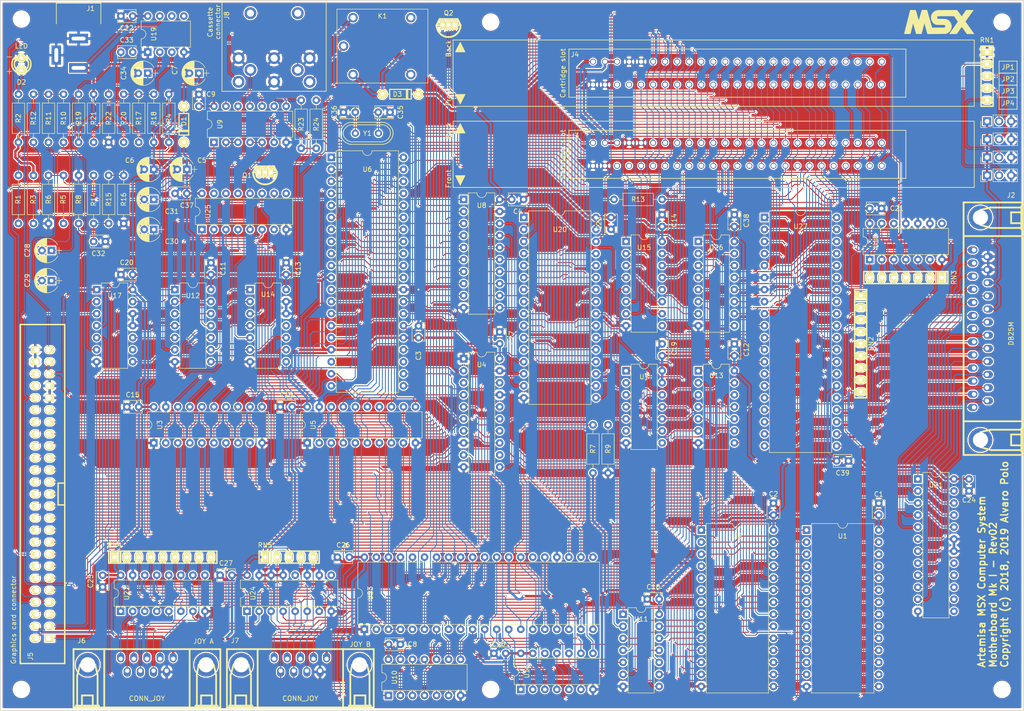
<source format=kicad_pcb>
(kicad_pcb (version 20171130) (host pcbnew "(5.1.0-0)")
  (layers (0 F.Cu signal) (31 B.Cu signal) (34 B.Paste user) (35 F.Paste user) (36 B.SilkS user) (37 F.SilkS user) (38 B.Mask user) (39 F.Mask user) (44 Edge.Cuts user))
  (net 0 "")
  (net 1 GND)
  (net 2 /~RESET)
  (net 3 /BEEP)
  (net 4 /~CS1)
  (net 5 /~CS2)
  (net 6 /~CS12)
  (net 7 /~SLTSL2)
  (net 8 /~RFSH)
  (net 9 /~EXTWAIT)
  (net 10 /~EXTINT)
  (net 11 /~M1)
  (net 12 /~IORQ)
  (net 13 /~MREQ)
  (net 14 /~WR)
  (net 15 /~RD)
  (net 16 /CPU/ADDR9)
  (net 17 /ADDR15)
  (net 18 /CPU/ADDR11)
  (net 19 /CPU/ADDR10)
  (net 20 /CPU/ADDR12)
  (net 21 /CPU/ADDR8)
  (net 22 /ADDR14)
  (net 23 /CPU/ADDR13)
  (net 24 /ADDR1)
  (net 25 /ADDR0)
  (net 26 /CPU/ADDR2)
  (net 27 /CPU/DATA1)
  (net 28 /CPU/DATA0)
  (net 29 /CPU/DATA3)
  (net 30 /CPU/DATA2)
  (net 31 /CPU/DATA5)
  (net 32 /CPU/DATA4)
  (net 33 /CPU/DATA7)
  (net 34 /CPU/DATA6)
  (net 35 /~SLTSL3)
  (net 36 "Net-(J3-Pad5)")
  (net 37 "Net-(J3-Pad10)")
  (net 38 "Net-(J3-Pad16)")
  (net 39 "Net-(J3-Pad44)")
  (net 40 "Net-(J3-Pad46)")
  (net 41 /PSG/JOYA3)
  (net 42 /PSG/JOYA4)
  (net 43 /PSG/JOYA2)
  (net 44 /PSG/JOYA1)
  (net 45 /PSG/JOYA6)
  (net 46 /PSG/JOYA7)
  (net 47 /PSG/IOB4)
  (net 48 /PSG/JOYB3)
  (net 49 /PSG/JOYB4)
  (net 50 /PSG/JOYB2)
  (net 51 /PSG/JOYB1)
  (net 52 /PSG/JOYB6)
  (net 53 /PSG/JOYB7)
  (net 54 /PSG/IOB5)
  (net 55 /AUDIO)
  (net 56 /~SLTSL1)
  (net 57 /CLK)
  (net 58 /CPU/A4)
  (net 59 /CPU/A0)
  (net 60 /CPU/A5)
  (net 61 /CPU/A1)
  (net 62 /CPU/A6)
  (net 63 /CPU/A2)
  (net 64 /CPU/A7)
  (net 65 /CPU/A3)
  (net 66 /CPU/A12)
  (net 67 /CPU/A8)
  (net 68 /CPU/A13)
  (net 69 /CPU/A9)
  (net 70 /CPU/A14)
  (net 71 /CPU/A10)
  (net 72 /CPU/A15)
  (net 73 /CPU/A11)
  (net 74 /CPU/D0)
  (net 75 /CPU/D1)
  (net 76 /CPU/D2)
  (net 77 /CPU/D3)
  (net 78 /CPU/D4)
  (net 79 /CPU/D5)
  (net 80 /CPU/D6)
  (net 81 /CPU/D7)
  (net 82 "Net-(U14-Pad11)")
  (net 83 "Net-(U15-Pad12)")
  (net 84 /PPI/PA3)
  (net 85 /KBD/KBCOL3)
  (net 86 /PPI/PA2)
  (net 87 /KBD/KBCOL4)
  (net 88 /PPI/PA1)
  (net 89 /KBD/KBCOL5)
  (net 90 /PPI/PA0)
  (net 91 /KBD/KBCOL6)
  (net 92 /KBD/KBCOL7)
  (net 93 /KBD/KBROW0)
  (net 94 /KBD/KBROW1)
  (net 95 /KBD/KBROW2)
  (net 96 /KBD/KBROW3)
  (net 97 /PPI/PA7)
  (net 98 /KBD/KBCOL0)
  (net 99 /PPI/PA6)
  (net 100 /KBD/KBCOL1)
  (net 101 /PPI/PA5)
  (net 102 /KBD/KBCOL2)
  (net 103 /PPI/PA4)
  (net 104 /~SLTSL0)
  (net 105 /KBD/~RSL0)
  (net 106 /KBD/~RSL1)
  (net 107 /KBD/~RSL2)
  (net 108 /KBD/~RSL3)
  (net 109 /KBD/~RSL4)
  (net 110 /KBD/~RSL5)
  (net 111 /KBD/~RSL6)
  (net 112 /KBD/~RSL7)
  (net 113 /KBD/~RSL8)
  (net 114 /KBD/~RSL9)
  (net 115 /KBD/~RSL10)
  (net 116 /PSG/IOB0)
  (net 117 /PSG/IOB3)
  (net 118 /PSG/IOB1)
  (net 119 /PSG/IOB2)
  (net 120 /PSG/IOA0)
  (net 121 /PSG/IOB6)
  (net 122 /PSG/IOA5)
  (net 123 /PSG/IOA4)
  (net 124 /PSG/IOA3)
  (net 125 /PSG/IOA2)
  (net 126 /PSG/IOA1)
  (net 127 /CASOUT)
  (net 128 /CASIN)
  (net 129 /SLOTS/~EXTINT2)
  (net 130 /SLOTS/~EXTWAIT2)
  (net 131 /SLOTS/~EXTINT3)
  (net 132 /SLOTS/~EXTWAIT3)
  (net 133 /SLOTS/~VDPINT)
  (net 134 /SLOTS/~VDPWAIT)
  (net 135 /EXTSOUND)
  (net 136 /RESET)
  (net 137 /PSGCLK)
  (net 138 /DATADIR)
  (net 139 /~PPIRD)
  (net 140 /~PPIWR)
  (net 141 /~SLTSLEN)
  (net 142 /~RAMSL1)
  (net 143 /~RAMSL0)
  (net 144 /DECODING/~PSGWR)
  (net 145 /DECODING/~PSGBDIR)
  (net 146 /PSGBDIR)
  (net 147 /PSGBC1)
  (net 148 /DECODING/~PSGRD)
  (net 149 /CPU/ADDR4)
  (net 150 /CPU/ADDR5)
  (net 151 /CPU/ADDR3)
  (net 152 /CPU/ADDR6)
  (net 153 /CPU/ADDR7)
  (net 154 /~VDPSL)
  (net 155 /DECODING/~PSGSL)
  (net 156 /DECODING/~PPISL)
  (net 157 /~PPIRDY)
  (net 158 ~)
  (net 159 "Net-(D2-Pad1)")
  (net 160 "Net-(Q1-Pad2)")
  (net 161 /~CAPSLOCK)
  (net 162 /KBD/~CAPSL)
  (net 163 "Net-(C7-Pad1)")
  (net 164 "Net-(C29-Pad2)")
  (net 165 "Net-(C30-Pad2)")
  (net 166 "Net-(C31-Pad2)")
  (net 167 "Net-(C33-Pad1)")
  (net 168 "Net-(C34-Pad1)")
  (net 169 "Net-(C35-Pad1)")
  (net 170 "Net-(C36-Pad1)")
  (net 171 "Net-(J4-Pad46)")
  (net 172 "Net-(J4-Pad44)")
  (net 173 "Net-(J4-Pad16)")
  (net 174 "Net-(J4-Pad10)")
  (net 175 "Net-(J4-Pad5)")
  (net 176 "Net-(J5-Pad5)")
  (net 177 "Net-(J5-Pad10)")
  (net 178 "Net-(J5-Pad46)")
  (net 179 "Net-(J5-Pad44)")
  (net 180 "Net-(J8-Pad4)")
  (net 181 "Net-(U4-Pad6)")
  (net 182 "Net-(U4-Pad15)")
  (net 183 "Net-(U4-Pad4)")
  (net 184 "Net-(U4-Pad13)")
  (net 185 "Net-(U4-Pad3)")
  (net 186 "Net-(U4-Pad12)")
  (net 187 "Net-(U4-Pad2)")
  (net 188 "Net-(U4-Pad11)")
  (net 189 "Net-(U6-Pad18)")
  (net 190 "Net-(U6-Pad24)")
  (net 191 "Net-(U6-Pad23)")
  (net 192 "Net-(U7-Pad6)")
  (net 193 "Net-(U7-Pad4)")
  (net 194 "Net-(U7-Pad8)")
  (net 195 "Net-(U9-Pad10)")
  (net 196 "Net-(U10-Pad6)")
  (net 197 "Net-(U10-Pad11)")
  (net 198 "Net-(U10-Pad4)")
  (net 199 "Net-(U10-Pad2)")
  (net 200 "Net-(U10-Pad8)")
  (net 201 "Net-(U11-Pad10)")
  (net 202 "Net-(U12-Pad3)")
  (net 203 "Net-(U13-Pad6)")
  (net 204 "Net-(U13-Pad3)")
  (net 205 "Net-(U15-Pad3)")
  (net 206 "Net-(U15-Pad2)")
  (net 207 "Net-(U15-Pad9)")
  (net 208 "Net-(U16-Pad12)")
  (net 209 "Net-(U17-Pad2)")
  (net 210 "Net-(U17-Pad9)")
  (net 211 "Net-(U18-Pad8)")
  (net 212 "Net-(U19-Pad6)")
  (net 213 "Net-(U19-Pad5)")
  (net 214 "Net-(U21-Pad17)")
  (net 215 "Net-(U21-Pad16)")
  (net 216 "Net-(U21-Pad15)")
  (net 217 "Net-(U21-Pad14)")
  (net 218 "Net-(U21-Pad13)")
  (net 219 "Net-(U23-Pad39)")
  (net 220 "Net-(U23-Pad26)")
  (net 221 "Net-(U23-Pad5)")
  (net 222 "Net-(U23-Pad2)")
  (net 223 "Net-(U24-Pad12)")
  (net 224 "Net-(U24-Pad9)")
  (net 225 "Net-(U25-Pad15)")
  (net 226 "Net-(U25-Pad7)")
  (net 227 "Net-(U25-Pad14)")
  (net 228 "Net-(U25-Pad13)")
  (net 229 "Net-(U25-Pad9)")
  (net 230 "Net-(Q1-Pad1)")
  (net 231 "Net-(Q2-Pad2)")
  (net 232 "Net-(R1-Pad1)")
  (net 233 "Net-(C28-Pad2)")
  (net 234 "Net-(C30-Pad1)")
  (net 235 "Net-(C32-Pad1)")
  (net 236 "Net-(C33-Pad2)")
  (net 237 "Net-(D3-Pad1)")
  (net 238 "Net-(J8-Pad7)")
  (net 239 "Net-(J8-Pad6)")
  (net 240 "Net-(K1-Pad5)")
  (net 241 "Net-(R7-Pad2)")
  (net 242 "Net-(R9-Pad1)")
  (net 243 /~CASMOTOR)
  (net 244 "Net-(R17-Pad2)")
  (net 245 "Net-(R23-Pad2)")
  (net 246 "Net-(JP1-Pad2)")
  (net 247 "Net-(JP2-Pad2)")
  (net 248 "Net-(JP3-Pad2)")
  (net 249 "Net-(JP4-Pad2)")
  (module artemisa:Jumper (layer F.Cu) (at 265.176 115.57 90)
    (fp_text reference JP4 (at 15.24 4.445 180) (layer F.SilkS))
    (fp_text value Jumper)
    (pad 3 thru_hole oval (at 0 5.08 90) (size 1.7 1.7) (drill 1) (layers *.Cu *.Mask) (net 1 GND))
    (pad 2 thru_hole oval (at 0 2.54 90) (size 1.7 1.7) (drill 1) (layers *.Cu *.Mask) (net 249 "Net-(JP4-Pad2)"))
    (pad 1 thru_hole rect (at 0 0 90) (size 1.7 1.7) (drill 1) (layers *.Cu *.Mask) (net 158 ~))
  )
  (module artemisa:Jumper (layer F.Cu) (at 265.176 111.76 90)
    (fp_text reference JP3 (at 13.97 4.445 180) (layer F.SilkS))
    (fp_text value Jumper)
    (pad 3 thru_hole oval (at 0 5.08 90) (size 1.7 1.7) (drill 1) (layers *.Cu *.Mask) (net 1 GND))
    (pad 2 thru_hole oval (at 0 2.54 90) (size 1.7 1.7) (drill 1) (layers *.Cu *.Mask) (net 248 "Net-(JP3-Pad2)"))
    (pad 1 thru_hole rect (at 0 0 90) (size 1.7 1.7) (drill 1) (layers *.Cu *.Mask) (net 158 ~))
  )
  (module artemisa:Jumper (layer F.Cu) (at 265.176 107.95 90)
    (fp_text reference JP2 (at 12.7 4.445 180) (layer F.SilkS))
    (fp_text value Jumper)
    (pad 3 thru_hole oval (at 0 5.08 90) (size 1.7 1.7) (drill 1) (layers *.Cu *.Mask) (net 1 GND))
    (pad 2 thru_hole oval (at 0 2.54 90) (size 1.7 1.7) (drill 1) (layers *.Cu *.Mask) (net 247 "Net-(JP2-Pad2)"))
    (pad 1 thru_hole rect (at 0 0 90) (size 1.7 1.7) (drill 1) (layers *.Cu *.Mask) (net 158 ~))
  )
  (module artemisa:Jumper (layer F.Cu) (at 265.176 104.14 90)
    (fp_text reference JP1 (at 11.43 4.445) (layer F.SilkS))
    (fp_text value Jumper)
    (pad 3 thru_hole oval (at 0 5.08 90) (size 1.7 1.7) (drill 1) (layers *.Cu *.Mask) (net 1 GND))
    (pad 2 thru_hole oval (at 0 2.54 90) (size 1.7 1.7) (drill 1) (layers *.Cu *.Mask) (net 246 "Net-(JP1-Pad2)"))
    (pad 1 thru_hole rect (at 0 0 90) (size 1.7 1.7) (drill 1) (layers *.Cu *.Mask) (net 158 ~))
  )
  (module artemisa:RN4 (layer F.Cu) (at 265.176 94.615 270)
    (fp_text reference RN1 (at -7.62 0) (layer F.SilkS))
    (fp_text value 10K hide)
    (pad 5 thru_hole oval (at 5.08 0 270) (size 1.524 2.19964) (drill 0.8001) (layers *.Cu *.Mask F.SilkS) (net 248 "Net-(JP3-Pad2)"))
    (pad 4 thru_hole oval (at 2.54 0 270) (size 1.524 2.19964) (drill 0.8001) (layers *.Cu *.Mask F.SilkS) (net 246 "Net-(JP1-Pad2)"))
    (pad 3 thru_hole oval (at 0 0 270) (size 1.524 2.19964) (drill 0.8001) (layers *.Cu *.Mask F.SilkS) (net 247 "Net-(JP2-Pad2)"))
    (pad 2 thru_hole oval (at -2.54 0 270) (size 1.524 2.19964) (drill 0.8001) (layers *.Cu *.Mask F.SilkS) (net 249 "Net-(JP4-Pad2)"))
    (pad 1 thru_hole rect (at -5.08 0 270) (size 1.524 2.19964) (drill 0.8001) (layers *.Cu *.Mask F.SilkS) (net 1 GND))
  )
  (module artemisa:TO92 (layer F.Cu) (at 151.511 83.82 180)
    (fp_text reference Q2 (at 0 2.54 180) (layer F.SilkS))
    (fp_text value 2N2907)
    (pad 3 thru_hole oval (at -1.27 0 180) (size 1.1 2.2) (drill 0.8) (layers *.Cu *.Mask F.SilkS) (net 237 "Net-(D3-Pad1)"))
    (pad 2 thru_hole oval (at 0 0 180) (size 1.1 2.2) (drill 0.8) (layers *.Cu *.Mask F.SilkS) (net 231 "Net-(Q2-Pad2)"))
    (pad 1 thru_hole oval (at 1.27 0 180) (size 1.1 2.2) (drill 0.8) (layers *.Cu *.Mask F.SilkS) (net 1 GND))
  )
  (module artemisa:Axial_resistor (layer F.Cu) (at 186.436 120.65)
    (fp_text reference R13 (at 5.08 0) (layer F.SilkS))
    (fp_text value 2k2)
    (pad 2 thru_hole oval (at 10.16 0) (size 1.6 1.6) (drill 0.8) (layers *.Cu *.Mask) (net 243 /~CASMOTOR))
    (pad 1 thru_hole circle (at 0 0) (size 1.6 1.6) (drill 0.8) (layers *.Cu *.Mask) (net 231 "Net-(Q2-Pad2)"))
  )
  (module artemisa:Relay (layer F.Cu) (at 137.541 88.265)
    (fp_text reference K1 (at 0 -6.35) (layer F.SilkS))
    (fp_text value Relay)
    (pad 4 thru_hole circle (at 6 6) (size 2 2) (drill 1.2) (layers *.Cu *.Mask) (net 239 "Net-(J8-Pad6)"))
    (pad 5 thru_hole circle (at 6 -6) (size 2 2) (drill 1.2) (layers *.Cu *.Mask) (net 240 "Net-(K1-Pad5)"))
    (pad 2 thru_hole circle (at -6.2 6) (size 2 2) (drill 1.2) (layers *.Cu *.Mask) (net 237 "Net-(D3-Pad1)"))
    (pad 1 thru_hole circle (at -6.2 -6) (size 2 2) (drill 1.2) (layers *.Cu *.Mask) (net 158 ~))
    (pad 3 thru_hole circle (at -8.2 0) (size 2 2) (drill 1.2) (layers *.Cu *.Mask) (net 238 "Net-(J8-Pad7)"))
  )
  (module artemisa:Axial_diode (layer F.Cu) (at 141.351 98.425)
    (fp_text reference D3 (at -0.635 0) (layer F.SilkS))
    (fp_text value 1N4448)
    (pad 2 thru_hole circle (at 3.81 0) (size 1.99898 1.99898) (drill 0.8001) (layers *.Cu *.Mask F.SilkS) (net 158 ~))
    (pad 1 thru_hole circle (at -3.81 0) (size 1.99898 1.99898) (drill 0.8001) (layers *.Cu *.Mask F.SilkS) (net 237 "Net-(D3-Pad1)"))
  )
  (module artemisa:Slot_conn (layer F.Cu) (at 212.471 93.98)
    (fp_text reference J4 (at -34.29 -3.925) (layer F.SilkS))
    (fp_text value MSX_Slot)
    (fp_text user Back (at -60.96 -5.195 90) (layer F.SilkS))
    (fp_text user Front (at -60.96 4.965 90) (layer F.SilkS))
    (fp_text user "Cartridge slot" (at -36.83 0 90) (layer F.SilkS))
    (pad 1 thru_hole circle (at 30.48 -2.425 270) (size 1.25 1.25) (drill 0.9) (layers *.Cu *.Mask) (net 4 /~CS1))
    (pad 2 thru_hole circle (at 30.48 2.425 270) (size 1.25 1.25) (drill 0.9) (layers *.Cu *.Mask) (net 5 /~CS2))
    (pad 3 thru_hole circle (at 27.94 -2.425 270) (size 1.25 1.25) (drill 0.9) (layers *.Cu *.Mask) (net 6 /~CS12))
    (pad 4 thru_hole circle (at 27.94 2.425 270) (size 1.25 1.25) (drill 0.9) (layers *.Cu *.Mask) (net 35 /~SLTSL3))
    (pad 5 thru_hole circle (at 25.4 -2.425 270) (size 1.25 1.25) (drill 0.9) (layers *.Cu *.Mask) (net 175 "Net-(J4-Pad5)"))
    (pad 6 thru_hole circle (at 25.4 2.425 270) (size 1.25 1.25) (drill 0.9) (layers *.Cu *.Mask) (net 8 /~RFSH))
    (pad 7 thru_hole circle (at 22.86 -2.425 270) (size 1.25 1.25) (drill 0.9) (layers *.Cu *.Mask) (net 132 /SLOTS/~EXTWAIT3))
    (pad 8 thru_hole circle (at 22.86 2.425 270) (size 1.25 1.25) (drill 0.9) (layers *.Cu *.Mask) (net 131 /SLOTS/~EXTINT3))
    (pad 9 thru_hole circle (at 20.32 -2.425 270) (size 1.25 1.25) (drill 0.9) (layers *.Cu *.Mask) (net 11 /~M1))
    (pad 10 thru_hole circle (at 20.32 2.425 270) (size 1.25 1.25) (drill 0.9) (layers *.Cu *.Mask) (net 174 "Net-(J4-Pad10)"))
    (pad 11 thru_hole circle (at 17.78 -2.425 270) (size 1.25 1.25) (drill 0.9) (layers *.Cu *.Mask) (net 12 /~IORQ))
    (pad 12 thru_hole circle (at 17.78 2.425 270) (size 1.25 1.25) (drill 0.9) (layers *.Cu *.Mask) (net 13 /~MREQ))
    (pad 13 thru_hole circle (at 15.24 -2.425 270) (size 1.25 1.25) (drill 0.9) (layers *.Cu *.Mask) (net 14 /~WR))
    (pad 14 thru_hole circle (at 15.24 2.425 270) (size 1.25 1.25) (drill 0.9) (layers *.Cu *.Mask) (net 15 /~RD))
    (pad 15 thru_hole circle (at 12.7 -2.425 270) (size 1.25 1.25) (drill 0.9) (layers *.Cu *.Mask) (net 2 /~RESET))
    (pad 16 thru_hole circle (at 12.7 2.425 270) (size 1.25 1.25) (drill 0.9) (layers *.Cu *.Mask) (net 173 "Net-(J4-Pad16)"))
    (pad 17 thru_hole circle (at 10.16 -2.425 270) (size 1.25 1.25) (drill 0.9) (layers *.Cu *.Mask) (net 16 /CPU/ADDR9))
    (pad 18 thru_hole circle (at 10.16 2.425 270) (size 1.25 1.25) (drill 0.9) (layers *.Cu *.Mask) (net 17 /ADDR15))
    (pad 19 thru_hole circle (at 7.62 -2.425 270) (size 1.25 1.25) (drill 0.9) (layers *.Cu *.Mask) (net 18 /CPU/ADDR11))
    (pad 20 thru_hole circle (at 7.62 2.425 270) (size 1.25 1.25) (drill 0.9) (layers *.Cu *.Mask) (net 19 /CPU/ADDR10))
    (pad 21 thru_hole circle (at 5.08 -2.425 270) (size 1.25 1.25) (drill 0.9) (layers *.Cu *.Mask) (net 153 /CPU/ADDR7))
    (pad 22 thru_hole circle (at 5.08 2.425 270) (size 1.25 1.25) (drill 0.9) (layers *.Cu *.Mask) (net 152 /CPU/ADDR6))
    (pad 23 thru_hole circle (at 2.54 -2.425 270) (size 1.25 1.25) (drill 0.9) (layers *.Cu *.Mask) (net 20 /CPU/ADDR12))
    (pad 24 thru_hole circle (at 2.54 2.425 270) (size 1.25 1.25) (drill 0.9) (layers *.Cu *.Mask) (net 21 /CPU/ADDR8))
    (pad 25 thru_hole circle (at 0 -2.425 270) (size 1.25 1.25) (drill 0.9) (layers *.Cu *.Mask) (net 22 /ADDR14))
    (pad 26 thru_hole circle (at 0 2.425 270) (size 1.25 1.25) (drill 0.9) (layers *.Cu *.Mask) (net 23 /CPU/ADDR13))
    (pad 27 thru_hole circle (at -2.54 -2.425 270) (size 1.25 1.25) (drill 0.9) (layers *.Cu *.Mask) (net 24 /ADDR1))
    (pad 28 thru_hole circle (at -2.54 2.425 270) (size 1.25 1.25) (drill 0.9) (layers *.Cu *.Mask) (net 25 /ADDR0))
    (pad 29 thru_hole circle (at -5.08 -2.425 270) (size 1.25 1.25) (drill 0.9) (layers *.Cu *.Mask) (net 151 /CPU/ADDR3))
    (pad 30 thru_hole circle (at -5.08 2.425 270) (size 1.25 1.25) (drill 0.9) (layers *.Cu *.Mask) (net 26 /CPU/ADDR2))
    (pad 31 thru_hole circle (at -7.62 -2.425 270) (size 1.25 1.25) (drill 0.9) (layers *.Cu *.Mask) (net 150 /CPU/ADDR5))
    (pad 32 thru_hole circle (at -7.62 2.425 270) (size 1.25 1.25) (drill 0.9) (layers *.Cu *.Mask) (net 149 /CPU/ADDR4))
    (pad 33 thru_hole circle (at -10.16 -2.425 270) (size 1.25 1.25) (drill 0.9) (layers *.Cu *.Mask) (net 27 /CPU/DATA1))
    (pad 34 thru_hole circle (at -10.16 2.425 270) (size 1.25 1.25) (drill 0.9) (layers *.Cu *.Mask) (net 28 /CPU/DATA0))
    (pad 35 thru_hole circle (at -12.7 -2.425 270) (size 1.25 1.25) (drill 0.9) (layers *.Cu *.Mask) (net 29 /CPU/DATA3))
    (pad 36 thru_hole circle (at -12.7 2.425 270) (size 1.25 1.25) (drill 0.9) (layers *.Cu *.Mask) (net 30 /CPU/DATA2))
    (pad 37 thru_hole circle (at -15.24 -2.425 270) (size 1.25 1.25) (drill 0.9) (layers *.Cu *.Mask) (net 31 /CPU/DATA5))
    (pad 38 thru_hole circle (at -15.24 2.425 270) (size 1.25 1.25) (drill 0.9) (layers *.Cu *.Mask) (net 32 /CPU/DATA4))
    (pad 39 thru_hole circle (at -17.78 -2.425 270) (size 1.25 1.25) (drill 0.9) (layers *.Cu *.Mask) (net 33 /CPU/DATA7))
    (pad 40 thru_hole circle (at -17.78 2.425 270) (size 1.25 1.25) (drill 0.9) (layers *.Cu *.Mask) (net 34 /CPU/DATA6))
    (pad 41 thru_hole circle (at -20.32 -2.425 270) (size 1.25 1.25) (drill 0.9) (layers *.Cu *.Mask) (net 1 GND))
    (pad 42 thru_hole circle (at -20.32 2.425 270) (size 1.25 1.25) (drill 0.9) (layers *.Cu *.Mask) (net 57 /CLK))
    (pad 43 thru_hole circle (at -22.86 -2.425 270) (size 1.25 1.25) (drill 0.9) (layers *.Cu *.Mask) (net 1 GND))
    (pad 44 thru_hole circle (at -22.86 2.425 270) (size 1.25 1.25) (drill 0.9) (layers *.Cu *.Mask) (net 172 "Net-(J4-Pad44)"))
    (pad 45 thru_hole circle (at -25.4 -2.425 270) (size 1.25 1.25) (drill 0.9) (layers *.Cu *.Mask) (net 158 ~))
    (pad 46 thru_hole circle (at -25.4 2.425 270) (size 1.25 1.25) (drill 0.9) (layers *.Cu *.Mask) (net 171 "Net-(J4-Pad46)"))
    (pad 47 thru_hole circle (at -27.94 -2.425 270) (size 1.25 1.25) (drill 0.9) (layers *.Cu *.Mask) (net 158 ~))
    (pad 48 thru_hole circle (at -27.94 2.425 270) (size 1.25 1.25) (drill 0.9) (layers *.Cu *.Mask) (net 1 GND))
    (pad 49 thru_hole circle (at -30.48 -2.425 270) (size 1.25 1.25) (drill 0.9) (layers *.Cu *.Mask) (net 135 /EXTSOUND))
    (pad 50 thru_hole circle (at -30.48 2.425 270) (size 1.25 1.25) (drill 0.9) (layers *.Cu *.Mask) (net 1 GND))
  )
  (module artemisa:Slot_conn (layer F.Cu) (at 212.471 111.125)
    (fp_text reference J3 (at -34.29 -3.925) (layer F.SilkS))
    (fp_text value MSX_Slot)
    (fp_text user Back (at -60.96 -4.965 90) (layer F.SilkS))
    (fp_text user Front (at -60.96 5.195 90) (layer F.SilkS))
    (fp_text user "Cartridge slot" (at -36.83 0 90) (layer F.SilkS))
    (pad 1 thru_hole circle (at 30.48 -2.425 270) (size 1.25 1.25) (drill 0.9) (layers *.Cu *.Mask) (net 4 /~CS1))
    (pad 2 thru_hole circle (at 30.48 2.425 270) (size 1.25 1.25) (drill 0.9) (layers *.Cu *.Mask) (net 5 /~CS2))
    (pad 3 thru_hole circle (at 27.94 -2.425 270) (size 1.25 1.25) (drill 0.9) (layers *.Cu *.Mask) (net 6 /~CS12))
    (pad 4 thru_hole circle (at 27.94 2.425 270) (size 1.25 1.25) (drill 0.9) (layers *.Cu *.Mask) (net 7 /~SLTSL2))
    (pad 5 thru_hole circle (at 25.4 -2.425 270) (size 1.25 1.25) (drill 0.9) (layers *.Cu *.Mask) (net 36 "Net-(J3-Pad5)"))
    (pad 6 thru_hole circle (at 25.4 2.425 270) (size 1.25 1.25) (drill 0.9) (layers *.Cu *.Mask) (net 8 /~RFSH))
    (pad 7 thru_hole circle (at 22.86 -2.425 270) (size 1.25 1.25) (drill 0.9) (layers *.Cu *.Mask) (net 130 /SLOTS/~EXTWAIT2))
    (pad 8 thru_hole circle (at 22.86 2.425 270) (size 1.25 1.25) (drill 0.9) (layers *.Cu *.Mask) (net 129 /SLOTS/~EXTINT2))
    (pad 9 thru_hole circle (at 20.32 -2.425 270) (size 1.25 1.25) (drill 0.9) (layers *.Cu *.Mask) (net 11 /~M1))
    (pad 10 thru_hole circle (at 20.32 2.425 270) (size 1.25 1.25) (drill 0.9) (layers *.Cu *.Mask) (net 37 "Net-(J3-Pad10)"))
    (pad 11 thru_hole circle (at 17.78 -2.425 270) (size 1.25 1.25) (drill 0.9) (layers *.Cu *.Mask) (net 12 /~IORQ))
    (pad 12 thru_hole circle (at 17.78 2.425 270) (size 1.25 1.25) (drill 0.9) (layers *.Cu *.Mask) (net 13 /~MREQ))
    (pad 13 thru_hole circle (at 15.24 -2.425 270) (size 1.25 1.25) (drill 0.9) (layers *.Cu *.Mask) (net 14 /~WR))
    (pad 14 thru_hole circle (at 15.24 2.425 270) (size 1.25 1.25) (drill 0.9) (layers *.Cu *.Mask) (net 15 /~RD))
    (pad 15 thru_hole circle (at 12.7 -2.425 270) (size 1.25 1.25) (drill 0.9) (layers *.Cu *.Mask) (net 2 /~RESET))
    (pad 16 thru_hole circle (at 12.7 2.425 270) (size 1.25 1.25) (drill 0.9) (layers *.Cu *.Mask) (net 38 "Net-(J3-Pad16)"))
    (pad 17 thru_hole circle (at 10.16 -2.425 270) (size 1.25 1.25) (drill 0.9) (layers *.Cu *.Mask) (net 16 /CPU/ADDR9))
    (pad 18 thru_hole circle (at 10.16 2.425 270) (size 1.25 1.25) (drill 0.9) (layers *.Cu *.Mask) (net 17 /ADDR15))
    (pad 19 thru_hole circle (at 7.62 -2.425 270) (size 1.25 1.25) (drill 0.9) (layers *.Cu *.Mask) (net 18 /CPU/ADDR11))
    (pad 20 thru_hole circle (at 7.62 2.425 270) (size 1.25 1.25) (drill 0.9) (layers *.Cu *.Mask) (net 19 /CPU/ADDR10))
    (pad 21 thru_hole circle (at 5.08 -2.425 270) (size 1.25 1.25) (drill 0.9) (layers *.Cu *.Mask) (net 153 /CPU/ADDR7))
    (pad 22 thru_hole circle (at 5.08 2.425 270) (size 1.25 1.25) (drill 0.9) (layers *.Cu *.Mask) (net 152 /CPU/ADDR6))
    (pad 23 thru_hole circle (at 2.54 -2.425 270) (size 1.25 1.25) (drill 0.9) (layers *.Cu *.Mask) (net 20 /CPU/ADDR12))
    (pad 24 thru_hole circle (at 2.54 2.425 270) (size 1.25 1.25) (drill 0.9) (layers *.Cu *.Mask) (net 21 /CPU/ADDR8))
    (pad 25 thru_hole circle (at 0 -2.425 270) (size 1.25 1.25) (drill 0.9) (layers *.Cu *.Mask) (net 22 /ADDR14))
    (pad 26 thru_hole circle (at 0 2.425 270) (size 1.25 1.25) (drill 0.9) (layers *.Cu *.Mask) (net 23 /CPU/ADDR13))
    (pad 27 thru_hole circle (at -2.54 -2.425 270) (size 1.25 1.25) (drill 0.9) (layers *.Cu *.Mask) (net 24 /ADDR1))
    (pad 28 thru_hole circle (at -2.54 2.425 270) (size 1.25 1.25) (drill 0.9) (layers *.Cu *.Mask) (net 25 /ADDR0))
    (pad 29 thru_hole circle (at -5.08 -2.425 270) (size 1.25 1.25) (drill 0.9) (layers *.Cu *.Mask) (net 151 /CPU/ADDR3))
    (pad 30 thru_hole circle (at -5.08 2.425 270) (size 1.25 1.25) (drill 0.9) (layers *.Cu *.Mask) (net 26 /CPU/ADDR2))
    (pad 31 thru_hole circle (at -7.62 -2.425 270) (size 1.25 1.25) (drill 0.9) (layers *.Cu *.Mask) (net 150 /CPU/ADDR5))
    (pad 32 thru_hole circle (at -7.62 2.425 270) (size 1.25 1.25) (drill 0.9) (layers *.Cu *.Mask) (net 149 /CPU/ADDR4))
    (pad 33 thru_hole circle (at -10.16 -2.425 270) (size 1.25 1.25) (drill 0.9) (layers *.Cu *.Mask) (net 27 /CPU/DATA1))
    (pad 34 thru_hole circle (at -10.16 2.425 270) (size 1.25 1.25) (drill 0.9) (layers *.Cu *.Mask) (net 28 /CPU/DATA0))
    (pad 35 thru_hole circle (at -12.7 -2.425 270) (size 1.25 1.25) (drill 0.9) (layers *.Cu *.Mask) (net 29 /CPU/DATA3))
    (pad 36 thru_hole circle (at -12.7 2.425 270) (size 1.25 1.25) (drill 0.9) (layers *.Cu *.Mask) (net 30 /CPU/DATA2))
    (pad 37 thru_hole circle (at -15.24 -2.425 270) (size 1.25 1.25) (drill 0.9) (layers *.Cu *.Mask) (net 31 /CPU/DATA5))
    (pad 38 thru_hole circle (at -15.24 2.425 270) (size 1.25 1.25) (drill 0.9) (layers *.Cu *.Mask) (net 32 /CPU/DATA4))
    (pad 39 thru_hole circle (at -17.78 -2.425 270) (size 1.25 1.25) (drill 0.9) (layers *.Cu *.Mask) (net 33 /CPU/DATA7))
    (pad 40 thru_hole circle (at -17.78 2.425 270) (size 1.25 1.25) (drill 0.9) (layers *.Cu *.Mask) (net 34 /CPU/DATA6))
    (pad 41 thru_hole circle (at -20.32 -2.425 270) (size 1.25 1.25) (drill 0.9) (layers *.Cu *.Mask) (net 1 GND))
    (pad 42 thru_hole circle (at -20.32 2.425 270) (size 1.25 1.25) (drill 0.9) (layers *.Cu *.Mask) (net 57 /CLK))
    (pad 43 thru_hole circle (at -22.86 -2.425 270) (size 1.25 1.25) (drill 0.9) (layers *.Cu *.Mask) (net 1 GND))
    (pad 44 thru_hole circle (at -22.86 2.425 270) (size 1.25 1.25) (drill 0.9) (layers *.Cu *.Mask) (net 39 "Net-(J3-Pad44)"))
    (pad 45 thru_hole circle (at -25.4 -2.425 270) (size 1.25 1.25) (drill 0.9) (layers *.Cu *.Mask) (net 158 ~))
    (pad 46 thru_hole circle (at -25.4 2.425 270) (size 1.25 1.25) (drill 0.9) (layers *.Cu *.Mask) (net 40 "Net-(J3-Pad46)"))
    (pad 47 thru_hole circle (at -27.94 -2.425 270) (size 1.25 1.25) (drill 0.9) (layers *.Cu *.Mask) (net 158 ~))
    (pad 48 thru_hole circle (at -27.94 2.425 270) (size 1.25 1.25) (drill 0.9) (layers *.Cu *.Mask) (net 1 GND))
    (pad 49 thru_hole circle (at -30.48 -2.425 270) (size 1.25 1.25) (drill 0.9) (layers *.Cu *.Mask) (net 135 /EXTSOUND))
    (pad 50 thru_hole circle (at -30.48 2.425 270) (size 1.25 1.25) (drill 0.9) (layers *.Cu *.Mask) (net 1 GND))
  )
  (module artemisa:Joystick_conn (layer F.Cu) (at 120.22074 226.06)
    (fp_text reference J7 (at -13.79474 -12.192) (layer F.SilkS))
    (fp_text value CONN_JOY (at 0 0) (layer F.SilkS))
    (pad "" thru_hole circle (at -12.49426 -7.112) (size 5.00126 5.00126) (drill 3.2004) (layers *.Cu *.Mask))
    (pad 9 thru_hole oval (at 4.15544 -5.842) (size 1.50114 1.99898) (drill 0.89916 (offset 0 0.24892)) (layers *.Cu *.Mask) (net 1 GND))
    (pad 8 thru_hole oval (at 1.3843 -5.842) (size 1.50114 1.99898) (drill 0.89916 (offset 0 0.24892)) (layers *.Cu *.Mask) (net 54 /PSG/IOB5))
    (pad 7 thru_hole oval (at -1.3843 -5.842) (size 1.50114 1.99898) (drill 0.89916 (offset 0 0.24892)) (layers *.Cu *.Mask) (net 53 /PSG/JOYB7))
    (pad 6 thru_hole oval (at -4.15544 -5.842) (size 1.50114 1.99898) (drill 0.89916 (offset 0 0.24892)) (layers *.Cu *.Mask) (net 52 /PSG/JOYB6))
    (pad 1 thru_hole oval (at -5.53974 -8.382) (size 1.50114 1.99898) (drill 0.89916 (offset 0 -0.24892)) (layers *.Cu *.Mask) (net 51 /PSG/JOYB1))
    (pad 2 thru_hole oval (at -2.77114 -8.382) (size 1.50114 1.99898) (drill 0.89916 (offset 0 -0.24892)) (layers *.Cu *.Mask) (net 50 /PSG/JOYB2))
    (pad 5 thru_hole oval (at 5.53974 -8.382) (size 1.50114 1.99898) (drill 0.89916 (offset 0 -0.24892)) (layers *.Cu *.Mask) (net 158 ~))
    (pad 4 thru_hole oval (at 2.77114 -8.382) (size 1.50114 1.99898) (drill 0.89916 (offset 0 -0.24892)) (layers *.Cu *.Mask) (net 49 /PSG/JOYB4))
    (pad 3 thru_hole oval (at 0 -8.382) (size 1.50114 1.99898) (drill 0.89916 (offset 0 -0.24892)) (layers *.Cu *.Mask) (net 48 /PSG/JOYB3))
    (pad "" thru_hole circle (at 12.49426 -7.112) (size 5.00126 5.00126) (drill 3.2004) (layers *.Cu *.Mask))
  )
  (module artemisa:Joystick_conn (layer F.Cu) (at 87.83574 226.06)
    (fp_text reference J6 (at -13.79474 -12.192) (layer F.SilkS))
    (fp_text value CONN_JOY (at 0 0) (layer F.SilkS))
    (pad "" thru_hole circle (at -12.49426 -7.112) (size 5.00126 5.00126) (drill 3.2004) (layers *.Cu *.Mask))
    (pad 9 thru_hole oval (at 4.15544 -5.842) (size 1.50114 1.99898) (drill 0.89916 (offset 0 0.24892)) (layers *.Cu *.Mask) (net 1 GND))
    (pad 8 thru_hole oval (at 1.3843 -5.842) (size 1.50114 1.99898) (drill 0.89916 (offset 0 0.24892)) (layers *.Cu *.Mask) (net 47 /PSG/IOB4))
    (pad 7 thru_hole oval (at -1.3843 -5.842) (size 1.50114 1.99898) (drill 0.89916 (offset 0 0.24892)) (layers *.Cu *.Mask) (net 46 /PSG/JOYA7))
    (pad 6 thru_hole oval (at -4.15544 -5.842) (size 1.50114 1.99898) (drill 0.89916 (offset 0 0.24892)) (layers *.Cu *.Mask) (net 45 /PSG/JOYA6))
    (pad 1 thru_hole oval (at -5.53974 -8.382) (size 1.50114 1.99898) (drill 0.89916 (offset 0 -0.24892)) (layers *.Cu *.Mask) (net 44 /PSG/JOYA1))
    (pad 2 thru_hole oval (at -2.77114 -8.382) (size 1.50114 1.99898) (drill 0.89916 (offset 0 -0.24892)) (layers *.Cu *.Mask) (net 43 /PSG/JOYA2))
    (pad 5 thru_hole oval (at 5.53974 -8.382) (size 1.50114 1.99898) (drill 0.89916 (offset 0 -0.24892)) (layers *.Cu *.Mask) (net 158 ~))
    (pad 4 thru_hole oval (at 2.77114 -8.382) (size 1.50114 1.99898) (drill 0.89916 (offset 0 -0.24892)) (layers *.Cu *.Mask) (net 42 /PSG/JOYA4))
    (pad 3 thru_hole oval (at 0 -8.382) (size 1.50114 1.99898) (drill 0.89916 (offset 0 -0.24892)) (layers *.Cu *.Mask) (net 41 /PSG/JOYA3))
    (pad "" thru_hole circle (at 12.49426 -7.112) (size 5.00126 5.00126) (drill 3.2004) (layers *.Cu *.Mask))
  )
  (module artemisa:LED (layer F.Cu) (at 61.341 92.075 180)
    (fp_text reference D2 (at 0 -3.81 180) (layer F.SilkS))
    (fp_text value LED (at 0 3.81 180) (layer F.SilkS))
    (pad 2 thru_hole circle (at 0 1.27 180) (size 1.99898 1.99898) (drill 0.8001) (layers *.Cu *.Mask F.SilkS) (net 1 GND))
    (pad 1 thru_hole circle (at 0 -1.27 180) (size 1.99898 1.99898) (drill 0.8001) (layers *.Cu *.Mask F.SilkS) (net 159 "Net-(D2-Pad1)"))
  )
  (module artemisa:Axial_diode (layer F.Cu) (at 95.631 104.775 270)
    (fp_text reference D1 (at -0.635 0 270) (layer F.SilkS))
    (fp_text value 1N4448)
    (pad 2 thru_hole circle (at 3.81 0 270) (size 1.99898 1.99898) (drill 0.8001) (layers *.Cu *.Mask F.SilkS) (net 158 ~))
    (pad 1 thru_hole circle (at -3.81 0 270) (size 1.99898 1.99898) (drill 0.8001) (layers *.Cu *.Mask F.SilkS) (net 163 "Net-(C7-Pad1)"))
  )
  (module artemisa:Axial_resistor (layer F.Cu) (at 67.056 115.57 270)
    (fp_text reference R6 (at 5.08 0.0085 270) (layer F.SilkS))
    (fp_text value 4K7)
    (pad 2 thru_hole oval (at 10.16 0 270) (size 1.6 1.6) (drill 0.8) (layers *.Cu *.Mask) (net 1 GND))
    (pad 1 thru_hole circle (at 0 0 270) (size 1.6 1.6) (drill 0.8) (layers *.Cu *.Mask) (net 160 "Net-(Q1-Pad2)"))
  )
  (module artemisa:Axial_resistor (layer F.Cu) (at 70.231 115.57 270)
    (fp_text reference R5 (at 5.08 0.0685 270) (layer F.SilkS))
    (fp_text value 1K)
    (pad 2 thru_hole oval (at 10.16 0 270) (size 1.6 1.6) (drill 0.8) (layers *.Cu *.Mask) (net 163 "Net-(C7-Pad1)"))
    (pad 1 thru_hole circle (at 0 0 270) (size 1.6 1.6) (drill 0.8) (layers *.Cu *.Mask) (net 160 "Net-(Q1-Pad2)"))
  )
  (module artemisa:Axial_resistor (layer F.Cu) (at 63.881 115.57 270)
    (fp_text reference R3 (at 5.08 0.0385 270) (layer F.SilkS))
    (fp_text value 4K7)
    (pad 2 thru_hole oval (at 10.16 0 270) (size 1.6 1.6) (drill 0.8) (layers *.Cu *.Mask) (net 230 "Net-(Q1-Pad1)"))
    (pad 1 thru_hole circle (at 0 0 270) (size 1.6 1.6) (drill 0.8) (layers *.Cu *.Mask) (net 158 ~))
  )
  (module artemisa:Axial_resistor (layer F.Cu) (at 60.706 115.57 270)
    (fp_text reference R1 (at 5.08 0.0685 270) (layer F.SilkS))
    (fp_text value 100K)
    (pad 2 thru_hole oval (at 10.16 0 270) (size 1.6 1.6) (drill 0.8) (layers *.Cu *.Mask) (net 160 "Net-(Q1-Pad2)"))
    (pad 1 thru_hole circle (at 0 0 270) (size 1.6 1.6) (drill 0.8) (layers *.Cu *.Mask) (net 232 "Net-(R1-Pad1)"))
  )
  (module artemisa:TO92 (layer F.Cu) (at 112.776 114.935 180)
    (fp_text reference Q1 (at 3.81 -0.635 180) (layer F.SilkS))
    (fp_text value 2N2222)
    (pad 3 thru_hole oval (at -1.27 0 180) (size 1.1 2.2) (drill 0.8) (layers *.Cu *.Mask F.SilkS) (net 1 GND))
    (pad 2 thru_hole oval (at 0 0 180) (size 1.1 2.2) (drill 0.8) (layers *.Cu *.Mask F.SilkS) (net 160 "Net-(Q1-Pad2)"))
    (pad 1 thru_hole oval (at 1.27 0 180) (size 1.1 2.2) (drill 0.8) (layers *.Cu *.Mask F.SilkS) (net 230 "Net-(Q1-Pad1)"))
  )
  (module artemisa:DB25M (layer F.Cu) (at 270.891 147.955 90)
    (fp_text reference J2 (at 28.194 -0.635 180) (layer F.SilkS))
    (fp_text value DB25M (at -1.016 -0.635 270) (layer F.SilkS))
    (pad 14 thru_hole oval (at -15.23492 -5.7277 90) (size 1.50114 1.99898) (drill 0.89916 (offset 0 0.24892)) (layers *.Cu *.Mask) (net 110 /KBD/~RSL5))
    (pad 15 thru_hole oval (at -12.46378 -5.7277 90) (size 1.50114 1.99898) (drill 0.89916 (offset 0 0.24892)) (layers *.Cu *.Mask) (net 111 /KBD/~RSL6))
    (pad 16 thru_hole oval (at -9.69518 -5.7277 90) (size 1.50114 1.99898) (drill 0.89916 (offset 0 0.24892)) (layers *.Cu *.Mask) (net 112 /KBD/~RSL7))
    (pad 17 thru_hole oval (at -6.92404 -5.7277 90) (size 1.50114 1.99898) (drill 0.89916 (offset 0 0.24892)) (layers *.Cu *.Mask) (net 113 /KBD/~RSL8))
    (pad 18 thru_hole oval (at -4.15544 -5.7277 90) (size 1.50114 1.99898) (drill 0.89916 (offset 0 0.24892)) (layers *.Cu *.Mask) (net 114 /KBD/~RSL9))
    (pad 19 thru_hole oval (at -1.3843 -5.7277 90) (size 1.50114 1.99898) (drill 0.89916 (offset 0 0.24892)) (layers *.Cu *.Mask) (net 115 /KBD/~RSL10))
    (pad 20 thru_hole oval (at 1.3843 -5.7277 90) (size 1.50114 1.99898) (drill 0.89916 (offset 0 0.24892)) (layers *.Cu *.Mask) (net 162 /KBD/~CAPSL))
    (pad 21 thru_hole oval (at 4.15544 -5.7277 90) (size 1.50114 1.99898) (drill 0.89916 (offset 0 0.24892)) (layers *.Cu *.Mask) (net 158 ~))
    (pad 22 thru_hole oval (at 6.92404 -5.7277 90) (size 1.50114 1.99898) (drill 0.89916 (offset 0 0.24892)) (layers *.Cu *.Mask) (net 2 /~RESET))
    (pad 23 thru_hole oval (at 9.69518 -5.7277 90) (size 1.50114 1.99898) (drill 0.89916 (offset 0 0.24892)) (layers *.Cu *.Mask) (net 158 ~))
    (pad 24 thru_hole oval (at 12.46378 -5.7277 90) (size 1.50114 1.99898) (drill 0.89916 (offset 0 0.24892)) (layers *.Cu *.Mask) (net 1 GND))
    (pad 25 thru_hole oval (at 15.23492 -5.7277 90) (size 1.50114 1.99898) (drill 0.89916 (offset 0 0.24892)) (layers *.Cu *.Mask) (net 1 GND))
    (pad 1 thru_hole oval (at -16.61922 -8.4963 90) (size 1.50114 1.99898) (drill 0.89916 (offset 0 -0.24892)) (layers *.Cu *.Mask) (net 98 /KBD/KBCOL0))
    (pad 2 thru_hole oval (at -13.85062 -8.4963 90) (size 1.50114 1.99898) (drill 0.89916 (offset 0 -0.24892)) (layers *.Cu *.Mask) (net 100 /KBD/KBCOL1))
    (pad 3 thru_hole oval (at -11.07948 -8.4963 90) (size 1.50114 1.99898) (drill 0.89916 (offset 0 -0.24892)) (layers *.Cu *.Mask) (net 102 /KBD/KBCOL2))
    (pad 4 thru_hole oval (at -8.31088 -8.4963 90) (size 1.50114 1.99898) (drill 0.89916 (offset 0 -0.24892)) (layers *.Cu *.Mask) (net 85 /KBD/KBCOL3))
    (pad "" thru_hole circle (at -23.50008 -7.112 90) (size 5.00126 5.00126) (drill 3.2004) (layers *.Cu *.Mask))
    (pad 8 thru_hole oval (at 2.77114 -8.4963 90) (size 1.50114 1.99898) (drill 0.89916 (offset 0 -0.24892)) (layers *.Cu *.Mask) (net 92 /KBD/KBCOL7))
    (pad 7 thru_hole oval (at 0 -8.4963 90) (size 1.50114 1.99898) (drill 0.89916 (offset 0 -0.24892)) (layers *.Cu *.Mask) (net 91 /KBD/KBCOL6))
    (pad 6 thru_hole oval (at -2.77114 -8.4963 90) (size 1.50114 1.99898) (drill 0.89916 (offset 0 -0.24892)) (layers *.Cu *.Mask) (net 89 /KBD/KBCOL5))
    (pad 5 thru_hole oval (at -5.53974 -8.4963 90) (size 1.50114 1.99898) (drill 0.89916 (offset 0 -0.24892)) (layers *.Cu *.Mask) (net 87 /KBD/KBCOL4))
    (pad 9 thru_hole oval (at 5.53974 -8.4963 90) (size 1.50114 1.99898) (drill 0.89916 (offset 0 -0.24892)) (layers *.Cu *.Mask) (net 105 /KBD/~RSL0))
    (pad 10 thru_hole oval (at 8.31088 -8.4963 90) (size 1.50114 1.99898) (drill 0.89916 (offset 0 -0.24892)) (layers *.Cu *.Mask) (net 106 /KBD/~RSL1))
    (pad 13 thru_hole oval (at 16.61922 -8.4963 90) (size 1.50114 1.99898) (drill 0.89916 (offset 0 -0.24892)) (layers *.Cu *.Mask) (net 109 /KBD/~RSL4))
    (pad 12 thru_hole oval (at 13.85062 -8.4963 90) (size 1.50114 1.99898) (drill 0.89916 (offset 0 -0.24892)) (layers *.Cu *.Mask) (net 108 /KBD/~RSL3))
    (pad 11 thru_hole oval (at 11.07948 -8.4963 90) (size 1.50114 1.99898) (drill 0.89916 (offset 0 -0.24892)) (layers *.Cu *.Mask) (net 107 /KBD/~RSL2))
    (pad "" thru_hole circle (at 23.50008 -7.112 90) (size 5.00126 5.00126) (drill 3.2004) (layers *.Cu *.Mask))
  )
  (module artemisa:DIP-40_600 (layer F.Cu) (at 218.186 124.46)
    (fp_text reference U27 (at 7.62 1.905) (layer F.SilkS))
    (fp_text value 82C55A)
    (pad 40 thru_hole oval (at 15.24 0) (size 1.6 1.6) (drill 0.8) (layers *.Cu *.Mask) (net 103 /PPI/PA4))
    (pad 20 thru_hole oval (at 0 48.26) (size 1.6 1.6) (drill 0.8) (layers *.Cu *.Mask) (net 102 /KBD/KBCOL2))
    (pad 39 thru_hole oval (at 15.24 2.54) (size 1.6 1.6) (drill 0.8) (layers *.Cu *.Mask) (net 101 /PPI/PA5))
    (pad 19 thru_hole oval (at 0 45.72) (size 1.6 1.6) (drill 0.8) (layers *.Cu *.Mask) (net 100 /KBD/KBCOL1))
    (pad 38 thru_hole oval (at 15.24 5.08) (size 1.6 1.6) (drill 0.8) (layers *.Cu *.Mask) (net 99 /PPI/PA6))
    (pad 18 thru_hole oval (at 0 43.18) (size 1.6 1.6) (drill 0.8) (layers *.Cu *.Mask) (net 98 /KBD/KBCOL0))
    (pad 37 thru_hole oval (at 15.24 7.62) (size 1.6 1.6) (drill 0.8) (layers *.Cu *.Mask) (net 97 /PPI/PA7))
    (pad 17 thru_hole oval (at 0 40.64) (size 1.6 1.6) (drill 0.8) (layers *.Cu *.Mask) (net 96 /KBD/KBROW3))
    (pad 36 thru_hole oval (at 15.24 10.16) (size 1.6 1.6) (drill 0.8) (layers *.Cu *.Mask) (net 140 /~PPIWR))
    (pad 16 thru_hole oval (at 0 38.1) (size 1.6 1.6) (drill 0.8) (layers *.Cu *.Mask) (net 95 /KBD/KBROW2))
    (pad 35 thru_hole oval (at 15.24 12.7) (size 1.6 1.6) (drill 0.8) (layers *.Cu *.Mask) (net 136 /RESET))
    (pad 15 thru_hole oval (at 0 35.56) (size 1.6 1.6) (drill 0.8) (layers *.Cu *.Mask) (net 94 /KBD/KBROW1))
    (pad 34 thru_hole oval (at 15.24 15.24) (size 1.6 1.6) (drill 0.8) (layers *.Cu *.Mask) (net 28 /CPU/DATA0))
    (pad 14 thru_hole oval (at 0 33.02) (size 1.6 1.6) (drill 0.8) (layers *.Cu *.Mask) (net 93 /KBD/KBROW0))
    (pad 33 thru_hole oval (at 15.24 17.78) (size 1.6 1.6) (drill 0.8) (layers *.Cu *.Mask) (net 27 /CPU/DATA1))
    (pad 13 thru_hole oval (at 0 30.48) (size 1.6 1.6) (drill 0.8) (layers *.Cu *.Mask) (net 243 /~CASMOTOR))
    (pad 32 thru_hole oval (at 15.24 20.32) (size 1.6 1.6) (drill 0.8) (layers *.Cu *.Mask) (net 30 /CPU/DATA2))
    (pad 12 thru_hole oval (at 0 27.94) (size 1.6 1.6) (drill 0.8) (layers *.Cu *.Mask) (net 127 /CASOUT))
    (pad 31 thru_hole oval (at 15.24 22.86) (size 1.6 1.6) (drill 0.8) (layers *.Cu *.Mask) (net 29 /CPU/DATA3))
    (pad 11 thru_hole oval (at 0 25.4) (size 1.6 1.6) (drill 0.8) (layers *.Cu *.Mask) (net 161 /~CAPSLOCK))
    (pad 30 thru_hole oval (at 15.24 25.4) (size 1.6 1.6) (drill 0.8) (layers *.Cu *.Mask) (net 32 /CPU/DATA4))
    (pad 10 thru_hole oval (at 0 22.86) (size 1.6 1.6) (drill 0.8) (layers *.Cu *.Mask) (net 3 /BEEP))
    (pad 29 thru_hole oval (at 15.24 27.94) (size 1.6 1.6) (drill 0.8) (layers *.Cu *.Mask) (net 31 /CPU/DATA5))
    (pad 9 thru_hole oval (at 0 20.32) (size 1.6 1.6) (drill 0.8) (layers *.Cu *.Mask) (net 25 /ADDR0))
    (pad 28 thru_hole oval (at 15.24 30.48) (size 1.6 1.6) (drill 0.8) (layers *.Cu *.Mask) (net 34 /CPU/DATA6))
    (pad 8 thru_hole oval (at 0 17.78) (size 1.6 1.6) (drill 0.8) (layers *.Cu *.Mask) (net 24 /ADDR1))
    (pad 27 thru_hole oval (at 15.24 33.02) (size 1.6 1.6) (drill 0.8) (layers *.Cu *.Mask) (net 33 /CPU/DATA7))
    (pad 7 thru_hole oval (at 0 15.24) (size 1.6 1.6) (drill 0.8) (layers *.Cu *.Mask) (net 1 GND))
    (pad 26 thru_hole oval (at 15.24 35.56) (size 1.6 1.6) (drill 0.8) (layers *.Cu *.Mask) (net 158 ~))
    (pad 6 thru_hole oval (at 0 12.7) (size 1.6 1.6) (drill 0.8) (layers *.Cu *.Mask) (net 1 GND))
    (pad 25 thru_hole oval (at 15.24 38.1) (size 1.6 1.6) (drill 0.8) (layers *.Cu *.Mask) (net 92 /KBD/KBCOL7))
    (pad 5 thru_hole oval (at 0 10.16) (size 1.6 1.6) (drill 0.8) (layers *.Cu *.Mask) (net 139 /~PPIRD))
    (pad 24 thru_hole oval (at 15.24 40.64) (size 1.6 1.6) (drill 0.8) (layers *.Cu *.Mask) (net 91 /KBD/KBCOL6))
    (pad 4 thru_hole oval (at 0 7.62) (size 1.6 1.6) (drill 0.8) (layers *.Cu *.Mask) (net 90 /PPI/PA0))
    (pad 23 thru_hole oval (at 15.24 43.18) (size 1.6 1.6) (drill 0.8) (layers *.Cu *.Mask) (net 89 /KBD/KBCOL5))
    (pad 3 thru_hole oval (at 0 5.08) (size 1.6 1.6) (drill 0.8) (layers *.Cu *.Mask) (net 88 /PPI/PA1))
    (pad 22 thru_hole oval (at 15.24 45.72) (size 1.6 1.6) (drill 0.8) (layers *.Cu *.Mask) (net 87 /KBD/KBCOL4))
    (pad 2 thru_hole oval (at 0 2.54) (size 1.6 1.6) (drill 0.8) (layers *.Cu *.Mask) (net 86 /PPI/PA2))
    (pad 21 thru_hole oval (at 15.24 48.26) (size 1.6 1.6) (drill 0.8) (layers *.Cu *.Mask) (net 85 /KBD/KBCOL3))
    (pad 1 thru_hole rect (at 0 0) (size 1.6 1.6) (drill 0.8) (layers *.Cu *.Mask) (net 84 /PPI/PA3))
  )
  (module artemisa:Disc_capacitor (layer F.Cu) (at 163.576 216.535 180)
    (fp_text reference C18 (at 1.524 2.032) (layer F.SilkS))
    (fp_text value 100nF)
    (pad 2 thru_hole circle (at 2.5 0 180) (size 1.6 1.6) (drill 0.8) (layers *.Cu *.Mask) (net 1 GND))
    (pad 1 thru_hole circle (at 0 0 180) (size 1.6 1.6) (drill 0.8) (layers *.Cu *.Mask) (net 158 ~))
  )
  (module artemisa:RN8 (layer F.Cu) (at 238.506 151.13 270)
    (fp_text reference RN2 (at 0 -2.159 270) (layer F.SilkS) (effects (font (size 1.016 1.016))))
    (fp_text value 10K hide)
    (pad 9 thru_hole oval (at 10.16 0 270) (size 1.524 2.19964) (drill 0.8001) (layers *.Cu *.Mask F.SilkS) (net 92 /KBD/KBCOL7))
    (pad 8 thru_hole oval (at 7.62 0 270) (size 1.524 2.19964) (drill 0.8001) (layers *.Cu *.Mask F.SilkS) (net 91 /KBD/KBCOL6))
    (pad 7 thru_hole oval (at 5.08 0 270) (size 1.524 2.19964) (drill 0.8001) (layers *.Cu *.Mask F.SilkS) (net 89 /KBD/KBCOL5))
    (pad 6 thru_hole oval (at 2.54 0 270) (size 1.524 2.19964) (drill 0.8001) (layers *.Cu *.Mask F.SilkS) (net 87 /KBD/KBCOL4))
    (pad 5 thru_hole oval (at 0 0 270) (size 1.524 2.19964) (drill 0.8001) (layers *.Cu *.Mask F.SilkS) (net 85 /KBD/KBCOL3))
    (pad 4 thru_hole oval (at -2.54 0 270) (size 1.524 2.19964) (drill 0.8001) (layers *.Cu *.Mask F.SilkS) (net 102 /KBD/KBCOL2))
    (pad 3 thru_hole oval (at -5.08 0 270) (size 1.524 2.19964) (drill 0.8001) (layers *.Cu *.Mask F.SilkS) (net 100 /KBD/KBCOL1))
    (pad 2 thru_hole oval (at -7.62 0 270) (size 1.524 2.19964) (drill 0.8001) (layers *.Cu *.Mask F.SilkS) (net 98 /KBD/KBCOL0))
    (pad 1 thru_hole rect (at -10.16 0 270) (size 1.524 2.19964) (drill 0.8001) (layers *.Cu *.Mask F.SilkS) (net 158 ~))
  )
  (module artemisa:RN8 (layer F.Cu) (at 91.186 196.215)
    (fp_text reference RN4 (at -10.16 -2.54) (layer F.SilkS))
    (fp_text value 10K hide)
    (pad 9 thru_hole oval (at 10.16 0) (size 1.524 2.19964) (drill 0.8001) (layers *.Cu *.Mask F.SilkS) (net 44 /PSG/JOYA1))
    (pad 8 thru_hole oval (at 7.62 0) (size 1.524 2.19964) (drill 0.8001) (layers *.Cu *.Mask F.SilkS) (net 43 /PSG/JOYA2))
    (pad 7 thru_hole oval (at 5.08 0) (size 1.524 2.19964) (drill 0.8001) (layers *.Cu *.Mask F.SilkS) (net 41 /PSG/JOYA3))
    (pad 6 thru_hole oval (at 2.54 0) (size 1.524 2.19964) (drill 0.8001) (layers *.Cu *.Mask F.SilkS) (net 42 /PSG/JOYA4))
    (pad 5 thru_hole oval (at 0 0) (size 1.524 2.19964) (drill 0.8001) (layers *.Cu *.Mask F.SilkS) (net 51 /PSG/JOYB1))
    (pad 4 thru_hole oval (at -2.54 0) (size 1.524 2.19964) (drill 0.8001) (layers *.Cu *.Mask F.SilkS) (net 50 /PSG/JOYB2))
    (pad 3 thru_hole oval (at -5.08 0) (size 1.524 2.19964) (drill 0.8001) (layers *.Cu *.Mask F.SilkS) (net 48 /PSG/JOYB3))
    (pad 2 thru_hole oval (at -7.62 0) (size 1.524 2.19964) (drill 0.8001) (layers *.Cu *.Mask F.SilkS) (net 49 /PSG/JOYB4))
    (pad 1 thru_hole rect (at -10.16 0) (size 1.524 2.19964) (drill 0.8001) (layers *.Cu *.Mask F.SilkS) (net 158 ~))
  )
  (module artemisa:RN6 (layer F.Cu) (at 248.031 137.16 180)
    (fp_text reference RN3 (at -10.16 0 270) (layer F.SilkS))
    (fp_text value 10K hide)
    (pad 7 thru_hole oval (at 7.62 0 180) (size 1.524 2.1971) (drill 0.8001) (layers *.Cu *.Mask F.SilkS) (net 133 /SLOTS/~VDPINT))
    (pad 6 thru_hole oval (at 5.08 0 180) (size 1.524 2.1971) (drill 0.8001) (layers *.Cu *.Mask F.SilkS) (net 131 /SLOTS/~EXTINT3))
    (pad 5 thru_hole oval (at 2.54 0 180) (size 1.524 2.1971) (drill 0.8001) (layers *.Cu *.Mask F.SilkS) (net 129 /SLOTS/~EXTINT2))
    (pad 4 thru_hole oval (at 0 0 180) (size 1.524 2.1971) (drill 0.8001) (layers *.Cu *.Mask F.SilkS) (net 134 /SLOTS/~VDPWAIT))
    (pad 3 thru_hole oval (at -2.54 0 180) (size 1.524 2.1971) (drill 0.8001) (layers *.Cu *.Mask F.SilkS) (net 132 /SLOTS/~EXTWAIT3))
    (pad 2 thru_hole oval (at -5.08 0 180) (size 1.524 2.1971) (drill 0.8001) (layers *.Cu *.Mask F.SilkS) (net 130 /SLOTS/~EXTWAIT2))
    (pad 1 thru_hole rect (at -7.62 0 180) (size 1.524 2.1971) (drill 0.8001) (layers *.Cu *.Mask F.SilkS) (net 158 ~))
  )
  (module artemisa:RN4 (layer F.Cu) (at 117.856 196.215)
    (fp_text reference RN5 (at -5.08 -2.54) (layer F.SilkS))
    (fp_text value 10K hide)
    (pad 5 thru_hole oval (at 5.08 0) (size 1.524 2.19964) (drill 0.8001) (layers *.Cu *.Mask F.SilkS) (net 45 /PSG/JOYA6))
    (pad 4 thru_hole oval (at 2.54 0) (size 1.524 2.19964) (drill 0.8001) (layers *.Cu *.Mask F.SilkS) (net 46 /PSG/JOYA7))
    (pad 3 thru_hole oval (at 0 0) (size 1.524 2.19964) (drill 0.8001) (layers *.Cu *.Mask F.SilkS) (net 52 /PSG/JOYB6))
    (pad 2 thru_hole oval (at -2.54 0) (size 1.524 2.19964) (drill 0.8001) (layers *.Cu *.Mask F.SilkS) (net 53 /PSG/JOYB7))
    (pad 1 thru_hole rect (at -5.08 0) (size 1.524 2.19964) (drill 0.8001) (layers *.Cu *.Mask F.SilkS) (net 158 ~))
  )
  (module artemisa:Disc_capacitor (layer F.Cu) (at 164.846 120.65)
    (fp_text reference C4 (at 1.27 2.54 -180) (layer F.SilkS))
    (fp_text value 100nF)
    (pad 2 thru_hole circle (at 2.5 0) (size 1.6 1.6) (drill 0.8) (layers *.Cu *.Mask) (net 1 GND))
    (pad 1 thru_hole circle (at 0 0) (size 1.6 1.6) (drill 0.8) (layers *.Cu *.Mask) (net 158 ~))
  )
  (module artemisa:DIP-16_300 (layer F.Cu) (at 188.976 129.54)
    (fp_text reference U15 (at 3.81 1.27) (layer F.SilkS))
    (fp_text value 74HC139)
    (pad 16 thru_hole oval (at 7.62 0) (size 1.6 1.6) (drill 0.8) (layers *.Cu *.Mask) (net 158 ~))
    (pad 8 thru_hole oval (at 0 17.78) (size 1.6 1.6) (drill 0.8) (layers *.Cu *.Mask) (net 1 GND))
    (pad 15 thru_hole oval (at 7.62 2.54) (size 1.6 1.6) (drill 0.8) (layers *.Cu *.Mask) (net 15 /~RD))
    (pad 7 thru_hole oval (at 0 15.24) (size 1.6 1.6) (drill 0.8) (layers *.Cu *.Mask) (net 35 /~SLTSL3))
    (pad 14 thru_hole oval (at 7.62 5.08) (size 1.6 1.6) (drill 0.8) (layers *.Cu *.Mask) (net 22 /ADDR14))
    (pad 6 thru_hole oval (at 0 12.7) (size 1.6 1.6) (drill 0.8) (layers *.Cu *.Mask) (net 7 /~SLTSL2))
    (pad 13 thru_hole oval (at 7.62 7.62) (size 1.6 1.6) (drill 0.8) (layers *.Cu *.Mask) (net 17 /ADDR15))
    (pad 5 thru_hole oval (at 0 10.16) (size 1.6 1.6) (drill 0.8) (layers *.Cu *.Mask) (net 56 /~SLTSL1))
    (pad 12 thru_hole oval (at 7.62 10.16) (size 1.6 1.6) (drill 0.8) (layers *.Cu *.Mask) (net 83 "Net-(U15-Pad12)"))
    (pad 4 thru_hole oval (at 0 7.62) (size 1.6 1.6) (drill 0.8) (layers *.Cu *.Mask) (net 104 /~SLTSL0))
    (pad 11 thru_hole oval (at 7.62 12.7) (size 1.6 1.6) (drill 0.8) (layers *.Cu *.Mask) (net 4 /~CS1))
    (pad 3 thru_hole oval (at 0 5.08) (size 1.6 1.6) (drill 0.8) (layers *.Cu *.Mask) (net 205 "Net-(U15-Pad3)"))
    (pad 10 thru_hole oval (at 7.62 15.24) (size 1.6 1.6) (drill 0.8) (layers *.Cu *.Mask) (net 5 /~CS2))
    (pad 2 thru_hole oval (at 0 2.54) (size 1.6 1.6) (drill 0.8) (layers *.Cu *.Mask) (net 206 "Net-(U15-Pad2)"))
    (pad 9 thru_hole oval (at 7.62 17.78) (size 1.6 1.6) (drill 0.8) (layers *.Cu *.Mask) (net 207 "Net-(U15-Pad9)"))
    (pad 1 thru_hole rect (at 0 0) (size 1.6 1.6) (drill 0.8) (layers *.Cu *.Mask) (net 141 /~SLTSLEN))
  )
  (module artemisa:DIP-14_300 (layer F.Cu) (at 109.601 139.7)
    (fp_text reference U14 (at 3.81 1.016) (layer F.SilkS))
    (fp_text value 74HC08)
    (pad 14 thru_hole oval (at 7.62 0) (size 1.6 1.6) (drill 0.8) (layers *.Cu *.Mask) (net 158 ~))
    (pad 7 thru_hole oval (at 0 15.24) (size 1.6 1.6) (drill 0.8) (layers *.Cu *.Mask) (net 1 GND))
    (pad 13 thru_hole oval (at 7.62 2.54) (size 1.6 1.6) (drill 0.8) (layers *.Cu *.Mask) (net 1 GND))
    (pad 6 thru_hole oval (at 0 12.7) (size 1.6 1.6) (drill 0.8) (layers *.Cu *.Mask) (net 6 /~CS12))
    (pad 12 thru_hole oval (at 7.62 5.08) (size 1.6 1.6) (drill 0.8) (layers *.Cu *.Mask) (net 1 GND))
    (pad 5 thru_hole oval (at 0 10.16) (size 1.6 1.6) (drill 0.8) (layers *.Cu *.Mask) (net 5 /~CS2))
    (pad 11 thru_hole oval (at 7.62 7.62) (size 1.6 1.6) (drill 0.8) (layers *.Cu *.Mask) (net 82 "Net-(U14-Pad11)"))
    (pad 4 thru_hole oval (at 0 7.62) (size 1.6 1.6) (drill 0.8) (layers *.Cu *.Mask) (net 4 /~CS1))
    (pad 10 thru_hole oval (at 7.62 10.16) (size 1.6 1.6) (drill 0.8) (layers *.Cu *.Mask) (net 145 /DECODING/~PSGBDIR))
    (pad 3 thru_hole oval (at 0 5.08) (size 1.6 1.6) (drill 0.8) (layers *.Cu *.Mask) (net 138 /DATADIR))
    (pad 9 thru_hole oval (at 7.62 12.7) (size 1.6 1.6) (drill 0.8) (layers *.Cu *.Mask) (net 203 "Net-(U13-Pad6)"))
    (pad 2 thru_hole oval (at 0 2.54) (size 1.6 1.6) (drill 0.8) (layers *.Cu *.Mask) (net 202 "Net-(U12-Pad3)"))
    (pad 8 thru_hole oval (at 7.62 15.24) (size 1.6 1.6) (drill 0.8) (layers *.Cu *.Mask) (net 201 "Net-(U11-Pad10)"))
    (pad 1 thru_hole rect (at 0 0) (size 1.6 1.6) (drill 0.8) (layers *.Cu *.Mask) (net 15 /~RD))
  )
  (module artemisa:DIP-14_300 (layer F.Cu) (at 204.216 156.845)
    (fp_text reference U13 (at 3.81 1.016) (layer F.SilkS))
    (fp_text value 74HC32)
    (pad 14 thru_hole oval (at 7.62 0) (size 1.6 1.6) (drill 0.8) (layers *.Cu *.Mask) (net 158 ~))
    (pad 7 thru_hole oval (at 0 15.24) (size 1.6 1.6) (drill 0.8) (layers *.Cu *.Mask) (net 1 GND))
    (pad 13 thru_hole oval (at 7.62 2.54) (size 1.6 1.6) (drill 0.8) (layers *.Cu *.Mask) (net 14 /~WR))
    (pad 6 thru_hole oval (at 0 12.7) (size 1.6 1.6) (drill 0.8) (layers *.Cu *.Mask) (net 203 "Net-(U13-Pad6)"))
    (pad 12 thru_hole oval (at 7.62 5.08) (size 1.6 1.6) (drill 0.8) (layers *.Cu *.Mask) (net 155 /DECODING/~PSGSL))
    (pad 5 thru_hole oval (at 0 10.16) (size 1.6 1.6) (drill 0.8) (layers *.Cu *.Mask) (net 148 /DECODING/~PSGRD))
    (pad 11 thru_hole oval (at 7.62 7.62) (size 1.6 1.6) (drill 0.8) (layers *.Cu *.Mask) (net 144 /DECODING/~PSGWR))
    (pad 4 thru_hole oval (at 0 7.62) (size 1.6 1.6) (drill 0.8) (layers *.Cu *.Mask) (net 198 "Net-(U10-Pad4)"))
    (pad 10 thru_hole oval (at 7.62 10.16) (size 1.6 1.6) (drill 0.8) (layers *.Cu *.Mask) (net 155 /DECODING/~PSGSL))
    (pad 3 thru_hole oval (at 0 5.08) (size 1.6 1.6) (drill 0.8) (layers *.Cu *.Mask) (net 204 "Net-(U13-Pad3)"))
    (pad 9 thru_hole oval (at 7.62 12.7) (size 1.6 1.6) (drill 0.8) (layers *.Cu *.Mask) (net 15 /~RD))
    (pad 2 thru_hole oval (at 0 2.54) (size 1.6 1.6) (drill 0.8) (layers *.Cu *.Mask) (net 152 /CPU/ADDR6))
    (pad 8 thru_hole oval (at 7.62 15.24) (size 1.6 1.6) (drill 0.8) (layers *.Cu *.Mask) (net 148 /DECODING/~PSGRD))
    (pad 1 thru_hole rect (at 0 0) (size 1.6 1.6) (drill 0.8) (layers *.Cu *.Mask) (net 200 "Net-(U10-Pad8)"))
  )
  (module artemisa:DIP-14_300 (layer F.Cu) (at 93.726 139.7)
    (fp_text reference U12 (at 3.81 1.27) (layer F.SilkS))
    (fp_text value 74HC32)
    (pad 14 thru_hole oval (at 7.62 0) (size 1.6 1.6) (drill 0.8) (layers *.Cu *.Mask) (net 158 ~))
    (pad 7 thru_hole oval (at 0 15.24) (size 1.6 1.6) (drill 0.8) (layers *.Cu *.Mask) (net 1 GND))
    (pad 13 thru_hole oval (at 7.62 2.54) (size 1.6 1.6) (drill 0.8) (layers *.Cu *.Mask) (net 196 "Net-(U10-Pad6)"))
    (pad 6 thru_hole oval (at 0 12.7) (size 1.6 1.6) (drill 0.8) (layers *.Cu *.Mask) (net 139 /~PPIRD))
    (pad 12 thru_hole oval (at 7.62 5.08) (size 1.6 1.6) (drill 0.8) (layers *.Cu *.Mask) (net 13 /~MREQ))
    (pad 5 thru_hole oval (at 0 10.16) (size 1.6 1.6) (drill 0.8) (layers *.Cu *.Mask) (net 156 /DECODING/~PPISL))
    (pad 11 thru_hole oval (at 7.62 7.62) (size 1.6 1.6) (drill 0.8) (layers *.Cu *.Mask) (net 141 /~SLTSLEN))
    (pad 4 thru_hole oval (at 0 7.62) (size 1.6 1.6) (drill 0.8) (layers *.Cu *.Mask) (net 15 /~RD))
    (pad 10 thru_hole oval (at 7.62 10.16) (size 1.6 1.6) (drill 0.8) (layers *.Cu *.Mask) (net 14 /~WR))
    (pad 3 thru_hole oval (at 0 5.08) (size 1.6 1.6) (drill 0.8) (layers *.Cu *.Mask) (net 202 "Net-(U12-Pad3)"))
    (pad 9 thru_hole oval (at 7.62 12.7) (size 1.6 1.6) (drill 0.8) (layers *.Cu *.Mask) (net 156 /DECODING/~PPISL))
    (pad 2 thru_hole oval (at 0 2.54) (size 1.6 1.6) (drill 0.8) (layers *.Cu *.Mask) (net 11 /~M1))
    (pad 8 thru_hole oval (at 7.62 15.24) (size 1.6 1.6) (drill 0.8) (layers *.Cu *.Mask) (net 140 /~PPIWR))
    (pad 1 thru_hole rect (at 0 0) (size 1.6 1.6) (drill 0.8) (layers *.Cu *.Mask) (net 12 /~IORQ))
  )
  (module artemisa:DIP-14_300 (layer F.Cu) (at 138.811 225.425 90)
    (fp_text reference U10 (at 3.81 1.27 90) (layer F.SilkS))
    (fp_text value 74HC04)
    (pad 14 thru_hole oval (at 7.62 0 90) (size 1.6 1.6) (drill 0.8) (layers *.Cu *.Mask) (net 158 ~))
    (pad 7 thru_hole oval (at 0 15.24 90) (size 1.6 1.6) (drill 0.8) (layers *.Cu *.Mask) (net 1 GND))
    (pad 13 thru_hole oval (at 7.62 2.54 90) (size 1.6 1.6) (drill 0.8) (layers *.Cu *.Mask) (net 145 /DECODING/~PSGBDIR))
    (pad 6 thru_hole oval (at 0 12.7 90) (size 1.6 1.6) (drill 0.8) (layers *.Cu *.Mask) (net 196 "Net-(U10-Pad6)"))
    (pad 12 thru_hole oval (at 7.62 5.08 90) (size 1.6 1.6) (drill 0.8) (layers *.Cu *.Mask) (net 146 /PSGBDIR))
    (pad 5 thru_hole oval (at 0 10.16 90) (size 1.6 1.6) (drill 0.8) (layers *.Cu *.Mask) (net 8 /~RFSH))
    (pad 11 thru_hole oval (at 7.62 7.62 90) (size 1.6 1.6) (drill 0.8) (layers *.Cu *.Mask) (net 197 "Net-(U10-Pad11)"))
    (pad 4 thru_hole oval (at 0 7.62 90) (size 1.6 1.6) (drill 0.8) (layers *.Cu *.Mask) (net 198 "Net-(U10-Pad4)"))
    (pad 10 thru_hole oval (at 7.62 10.16 90) (size 1.6 1.6) (drill 0.8) (layers *.Cu *.Mask) (net 147 /PSGBC1))
    (pad 3 thru_hole oval (at 0 5.08 90) (size 1.6 1.6) (drill 0.8) (layers *.Cu *.Mask) (net 24 /ADDR1))
    (pad 9 thru_hole oval (at 7.62 12.7 90) (size 1.6 1.6) (drill 0.8) (layers *.Cu *.Mask) (net 153 /CPU/ADDR7))
    (pad 2 thru_hole oval (at 0 2.54 90) (size 1.6 1.6) (drill 0.8) (layers *.Cu *.Mask) (net 199 "Net-(U10-Pad2)"))
    (pad 8 thru_hole oval (at 7.62 15.24 90) (size 1.6 1.6) (drill 0.8) (layers *.Cu *.Mask) (net 200 "Net-(U10-Pad8)"))
    (pad 1 thru_hole rect (at 0 0 90) (size 1.6 1.6) (drill 0.8) (layers *.Cu *.Mask) (net 17 /ADDR15))
  )
  (module artemisa:DIP-14_300 (layer F.Cu) (at 188.341 208.28)
    (fp_text reference U11 (at 3.81 1.016) (layer F.SilkS))
    (fp_text value 74HC32)
    (pad 14 thru_hole oval (at 7.62 0) (size 1.6 1.6) (drill 0.8) (layers *.Cu *.Mask) (net 158 ~))
    (pad 7 thru_hole oval (at 0 15.24) (size 1.6 1.6) (drill 0.8) (layers *.Cu *.Mask) (net 1 GND))
    (pad 13 thru_hole oval (at 7.62 2.54) (size 1.6 1.6) (drill 0.8) (layers *.Cu *.Mask) (net 24 /ADDR1))
    (pad 6 thru_hole oval (at 0 12.7) (size 1.6 1.6) (drill 0.8) (layers *.Cu *.Mask) (net 143 /~RAMSL0))
    (pad 12 thru_hole oval (at 7.62 5.08) (size 1.6 1.6) (drill 0.8) (layers *.Cu *.Mask) (net 144 /DECODING/~PSGWR))
    (pad 5 thru_hole oval (at 0 10.16) (size 1.6 1.6) (drill 0.8) (layers *.Cu *.Mask) (net 199 "Net-(U10-Pad2)"))
    (pad 11 thru_hole oval (at 7.62 7.62) (size 1.6 1.6) (drill 0.8) (layers *.Cu *.Mask) (net 145 /DECODING/~PSGBDIR))
    (pad 4 thru_hole oval (at 0 7.62) (size 1.6 1.6) (drill 0.8) (layers *.Cu *.Mask) (net 56 /~SLTSL1))
    (pad 10 thru_hole oval (at 7.62 10.16) (size 1.6 1.6) (drill 0.8) (layers *.Cu *.Mask) (net 201 "Net-(U11-Pad10)"))
    (pad 3 thru_hole oval (at 0 5.08) (size 1.6 1.6) (drill 0.8) (layers *.Cu *.Mask) (net 142 /~RAMSL1))
    (pad 9 thru_hole oval (at 7.62 12.7) (size 1.6 1.6) (drill 0.8) (layers *.Cu *.Mask) (net 25 /ADDR0))
    (pad 2 thru_hole oval (at 0 2.54) (size 1.6 1.6) (drill 0.8) (layers *.Cu *.Mask) (net 17 /ADDR15))
    (pad 8 thru_hole oval (at 7.62 15.24) (size 1.6 1.6) (drill 0.8) (layers *.Cu *.Mask) (net 197 "Net-(U10-Pad11)"))
    (pad 1 thru_hole rect (at 0 0) (size 1.6 1.6) (drill 0.8) (layers *.Cu *.Mask) (net 56 /~SLTSL1))
  )
  (module artemisa:Disc_capacitor (layer F.Cu) (at 131.826 102.235 180)
    (fp_text reference C35 (at -9.525 0 90) (layer F.SilkS))
    (fp_text value 22pF)
    (pad 2 thru_hole circle (at 2.5 0 180) (size 1.6 1.6) (drill 0.8) (layers *.Cu *.Mask) (net 1 GND))
    (pad 1 thru_hole circle (at 0 0 180) (size 1.6 1.6) (drill 0.8) (layers *.Cu *.Mask) (net 169 "Net-(C35-Pad1)"))
  )
  (module artemisa:Disc_capacitor (layer F.Cu) (at 136.652 102.235)
    (fp_text reference C36 (at -9.271 0 270) (layer F.SilkS))
    (fp_text value 22pF)
    (pad 2 thru_hole circle (at 2.5 0) (size 1.6 1.6) (drill 0.8) (layers *.Cu *.Mask) (net 1 GND))
    (pad 1 thru_hole circle (at 0 0) (size 1.6 1.6) (drill 0.8) (layers *.Cu *.Mask) (net 170 "Net-(C36-Pad1)"))
  )
  (module artemisa:Disc_capacitor (layer F.Cu) (at 98.806 100.965 90)
    (fp_text reference C9 (at 2.54 2.54) (layer F.SilkS))
    (fp_text value 100nF)
    (pad 2 thru_hole circle (at 2.5 0 90) (size 1.6 1.6) (drill 0.8) (layers *.Cu *.Mask) (net 1 GND))
    (pad 1 thru_hole circle (at 0 0 90) (size 1.6 1.6) (drill 0.8) (layers *.Cu *.Mask) (net 158 ~))
  )
  (module artemisa:Disc_capacitor (layer F.Cu) (at 211.836 153.67 90)
    (fp_text reference C12 (at 1.27 2.54 -90) (layer F.SilkS))
    (fp_text value 100nF)
    (pad 2 thru_hole circle (at 2.5 0 90) (size 1.6 1.6) (drill 0.8) (layers *.Cu *.Mask) (net 1 GND))
    (pad 1 thru_hole circle (at 0 0 90) (size 1.6 1.6) (drill 0.8) (layers *.Cu *.Mask) (net 158 ~))
  )
  (module artemisa:Disc_capacitor (layer F.Cu) (at 101.346 136.525 90)
    (fp_text reference C11 (at 1.27 2.54 -90) (layer F.SilkS))
    (fp_text value 100nF)
    (pad 2 thru_hole circle (at 2.5 0 90) (size 1.6 1.6) (drill 0.8) (layers *.Cu *.Mask) (net 1 GND))
    (pad 1 thru_hole circle (at 0 0 90) (size 1.6 1.6) (drill 0.8) (layers *.Cu *.Mask) (net 158 ~))
  )
  (module artemisa:Disc_capacitor (layer F.Cu) (at 96.266 119.38 180)
    (fp_text reference C37 (at 0 -2.54) (layer F.SilkS))
    (fp_text value 100nF)
    (pad 2 thru_hole circle (at 2.5 0 180) (size 1.6 1.6) (drill 0.8) (layers *.Cu *.Mask) (net 1 GND))
    (pad 1 thru_hole circle (at 0 0 180) (size 1.6 1.6) (drill 0.8) (layers *.Cu *.Mask) (net 158 ~))
  )
  (module artemisa:Disc_capacitor (layer F.Cu) (at 86.106 164.465 180)
    (fp_text reference C15 (at 1.27 2.54) (layer F.SilkS))
    (fp_text value 100nF)
    (pad 2 thru_hole circle (at 2.5 0 180) (size 1.6 1.6) (drill 0.8) (layers *.Cu *.Mask) (net 1 GND))
    (pad 1 thru_hole circle (at 0 0 180) (size 1.6 1.6) (drill 0.8) (layers *.Cu *.Mask) (net 158 ~))
  )
  (module artemisa:Disc_capacitor (layer F.Cu) (at 162.306 151.13 90)
    (fp_text reference C17 (at 1.27 2.54 -90) (layer F.SilkS))
    (fp_text value 100nF)
    (pad 2 thru_hole circle (at 2.5 0 90) (size 1.6 1.6) (drill 0.8) (layers *.Cu *.Mask) (net 1 GND))
    (pad 1 thru_hole circle (at 0 0 90) (size 1.6 1.6) (drill 0.8) (layers *.Cu *.Mask) (net 158 ~))
  )
  (module artemisa:Disc_capacitor (layer F.Cu) (at 118.491 164.465 180)
    (fp_text reference C16 (at 1.23 2.54) (layer F.SilkS))
    (fp_text value 100nF)
    (pad 2 thru_hole circle (at 2.5 0 180) (size 1.6 1.6) (drill 0.8) (layers *.Cu *.Mask) (net 1 GND))
    (pad 1 thru_hole circle (at 0 0 180) (size 1.6 1.6) (drill 0.8) (layers *.Cu *.Mask) (net 158 ~))
  )
  (module artemisa:Disc_capacitor (layer F.Cu) (at 195.961 205.065 180)
    (fp_text reference C10 (at 1.23 2.54) (layer F.SilkS))
    (fp_text value 100nF)
    (pad 2 thru_hole circle (at 2.5 0 180) (size 1.6 1.6) (drill 0.8) (layers *.Cu *.Mask) (net 1 GND))
    (pad 1 thru_hole circle (at 0 0 180) (size 1.6 1.6) (drill 0.8) (layers *.Cu *.Mask) (net 158 ~))
  )
  (module artemisa:Disc_capacitor (layer F.Cu) (at 138.851 214.63)
    (fp_text reference C8 (at 5.04 0 -180) (layer F.SilkS))
    (fp_text value 100nF)
    (pad 2 thru_hole circle (at 2.5 0) (size 1.6 1.6) (drill 0.8) (layers *.Cu *.Mask) (net 1 GND))
    (pad 1 thru_hole circle (at 0 0) (size 1.6 1.6) (drill 0.8) (layers *.Cu *.Mask) (net 158 ~))
  )
  (module artemisa:Disc_capacitor (layer F.Cu) (at 196.596 153.67 90)
    (fp_text reference C19 (at 1.524 2.54 -90) (layer F.SilkS))
    (fp_text value 100nF)
    (pad 2 thru_hole circle (at 2.5 0 90) (size 1.6 1.6) (drill 0.8) (layers *.Cu *.Mask) (net 1 GND))
    (pad 1 thru_hole circle (at 0 0 90) (size 1.6 1.6) (drill 0.8) (layers *.Cu *.Mask) (net 158 ~))
  )
  (module artemisa:Disc_capacitor (layer F.Cu) (at 117.221 136.525 90)
    (fp_text reference C13 (at 1.27 2.54 -90) (layer F.SilkS))
    (fp_text value 100nF)
    (pad 2 thru_hole circle (at 2.5 0 90) (size 1.6 1.6) (drill 0.8) (layers *.Cu *.Mask) (net 1 GND))
    (pad 1 thru_hole circle (at 0 0 90) (size 1.6 1.6) (drill 0.8) (layers *.Cu *.Mask) (net 158 ~))
  )
  (module artemisa:Disc_capacitor (layer F.Cu) (at 261.366 179.705 270)
    (fp_text reference C24 (at 4.445 0) (layer F.SilkS))
    (fp_text value 100nF)
    (pad 2 thru_hole circle (at 2.5 0 270) (size 1.6 1.6) (drill 0.8) (layers *.Cu *.Mask) (net 1 GND))
    (pad 1 thru_hole circle (at 0 0 270) (size 1.6 1.6) (drill 0.8) (layers *.Cu *.Mask) (net 158 ~))
  )
  (module artemisa:Disc_capacitor (layer F.Cu) (at 84.836 136.525 180)
    (fp_text reference C20 (at 1.27 2.54) (layer F.SilkS))
    (fp_text value 100nF)
    (pad 2 thru_hole circle (at 2.5 0 180) (size 1.6 1.6) (drill 0.8) (layers *.Cu *.Mask) (net 1 GND))
    (pad 1 thru_hole circle (at 0 0 180) (size 1.6 1.6) (drill 0.8) (layers *.Cu *.Mask) (net 158 ~))
  )
  (module artemisa:Disc_capacitor (layer F.Cu) (at 78.486 200.025 270)
    (fp_text reference C25 (at 1.27 2.54 90) (layer F.SilkS))
    (fp_text value 100nF)
    (pad 2 thru_hole circle (at 2.5 0 270) (size 1.6 1.6) (drill 0.8) (layers *.Cu *.Mask) (net 1 GND))
    (pad 1 thru_hole circle (at 0 0 270) (size 1.6 1.6) (drill 0.8) (layers *.Cu *.Mask) (net 158 ~))
  )
  (module artemisa:Disc_capacitor (layer F.Cu) (at 105.791 200.025 180)
    (fp_text reference C27 (at 1.27 2.54) (layer F.SilkS))
    (fp_text value 100nF)
    (pad 2 thru_hole circle (at 2.5 0 180) (size 1.6 1.6) (drill 0.8) (layers *.Cu *.Mask) (net 1 GND))
    (pad 1 thru_hole circle (at 0 0 180) (size 1.6 1.6) (drill 0.8) (layers *.Cu *.Mask) (net 158 ~))
  )
  (module artemisa:Disc_capacitor (layer F.Cu) (at 242.316 187.325 90)
    (fp_text reference C1 (at 4.405 0 -180) (layer F.SilkS))
    (fp_text value 100nF)
    (pad 2 thru_hole circle (at 2.5 0 90) (size 1.6 1.6) (drill 0.8) (layers *.Cu *.Mask) (net 1 GND))
    (pad 1 thru_hole circle (at 0 0 90) (size 1.6 1.6) (drill 0.8) (layers *.Cu *.Mask) (net 158 ~))
  )
  (module artemisa:Disc_capacitor (layer F.Cu) (at 220.091 187.325 90)
    (fp_text reference C2 (at 4.445 0) (layer F.SilkS))
    (fp_text value 100nF)
    (pad 2 thru_hole circle (at 2.5 0 90) (size 1.6 1.6) (drill 0.8) (layers *.Cu *.Mask) (net 1 GND))
    (pad 1 thru_hole circle (at 0 0 90) (size 1.6 1.6) (drill 0.8) (layers *.Cu *.Mask) (net 158 ~))
  )
  (module artemisa:Disc_capacitor (layer F.Cu) (at 196.596 126.365 90)
    (fp_text reference C14 (at 1.27 2.54 -90) (layer F.SilkS))
    (fp_text value 100nF)
    (pad 2 thru_hole circle (at 2.5 0 90) (size 1.6 1.6) (drill 0.8) (layers *.Cu *.Mask) (net 1 GND))
    (pad 1 thru_hole circle (at 0 0 90) (size 1.6 1.6) (drill 0.8) (layers *.Cu *.Mask) (net 158 ~))
  )
  (module artemisa:Disc_capacitor (layer F.Cu) (at 211.836 126.365 90)
    (fp_text reference C38 (at 1.23 2.54 -90) (layer F.SilkS))
    (fp_text value 100nF)
    (pad 2 thru_hole circle (at 2.5 0 90) (size 1.6 1.6) (drill 0.8) (layers *.Cu *.Mask) (net 1 GND))
    (pad 1 thru_hole circle (at 0 0 90) (size 1.6 1.6) (drill 0.8) (layers *.Cu *.Mask) (net 158 ~))
  )
  (module artemisa:Disc_capacitor (layer F.Cu) (at 240.411 122.555)
    (fp_text reference C21 (at 5.715 0 -180) (layer F.SilkS))
    (fp_text value 100nF)
    (pad 2 thru_hole circle (at 2.5 0) (size 1.6 1.6) (drill 0.8) (layers *.Cu *.Mask) (net 1 GND))
    (pad 1 thru_hole circle (at 0 0) (size 1.6 1.6) (drill 0.8) (layers *.Cu *.Mask) (net 158 ~))
  )
  (module artemisa:Disc_capacitor (layer F.Cu) (at 233.426 175.895)
    (fp_text reference C39 (at 1.27 2.54 -180) (layer F.SilkS))
    (fp_text value 100nF)
    (pad 2 thru_hole circle (at 2.5 0) (size 1.6 1.6) (drill 0.8) (layers *.Cu *.Mask) (net 1 GND))
    (pad 1 thru_hole circle (at 0 0) (size 1.6 1.6) (drill 0.8) (layers *.Cu *.Mask) (net 158 ~))
  )
  (module artemisa:Disc_capacitor (layer F.Cu) (at 130.556 196.215 180)
    (fp_text reference C26 (at 1.27 2.54) (layer F.SilkS))
    (fp_text value 100nF)
    (pad 2 thru_hole circle (at 2.5 0 180) (size 1.6 1.6) (drill 0.8) (layers *.Cu *.Mask) (net 1 GND))
    (pad 1 thru_hole circle (at 0 0 180) (size 1.6 1.6) (drill 0.8) (layers *.Cu *.Mask) (net 158 ~))
  )
  (module artemisa:Disc_capacitor (layer F.Cu) (at 145.161 149.86 90)
    (fp_text reference C3 (at -3.81 0 -90) (layer F.SilkS))
    (fp_text value 100nF)
    (pad 2 thru_hole circle (at 2.5 0 90) (size 1.6 1.6) (drill 0.8) (layers *.Cu *.Mask) (net 1 GND))
    (pad 1 thru_hole circle (at 0 0 90) (size 1.6 1.6) (drill 0.8) (layers *.Cu *.Mask) (net 158 ~))
  )
  (module artemisa:Disc_capacitor (layer F.Cu) (at 185.801 124.46 270)
    (fp_text reference C23 (at 1.27 2.54 90) (layer F.SilkS))
    (fp_text value 100nF)
    (pad 2 thru_hole circle (at 2.5 0 270) (size 1.6 1.6) (drill 0.8) (layers *.Cu *.Mask) (net 1 GND))
    (pad 1 thru_hole circle (at 0 0 270) (size 1.6 1.6) (drill 0.8) (layers *.Cu *.Mask) (net 158 ~))
  )
  (module artemisa:Disc_capacitor (layer F.Cu) (at 76.581 129.54)
    (fp_text reference C32 (at 1.016 2.54 -180) (layer F.SilkS))
    (fp_text value 22nF)
    (pad 2 thru_hole circle (at 2.5 0) (size 1.6 1.6) (drill 0.8) (layers *.Cu *.Mask) (net 1 GND))
    (pad 1 thru_hole circle (at 0 0) (size 1.6 1.6) (drill 0.8) (layers *.Cu *.Mask) (net 235 "Net-(C32-Pad1)"))
  )
  (module artemisa:Disc_capacitor (layer F.Cu) (at 82.336 89.535)
    (fp_text reference C33 (at 1.23 -2.54 180) (layer F.SilkS))
    (fp_text value 22nF)
    (pad 2 thru_hole circle (at 2.5 0) (size 1.6 1.6) (drill 0.8) (layers *.Cu *.Mask) (net 236 "Net-(C33-Pad2)"))
    (pad 1 thru_hole circle (at 0 0) (size 1.6 1.6) (drill 0.8) (layers *.Cu *.Mask) (net 167 "Net-(C33-Pad1)"))
  )
  (module artemisa:Disc_capacitor (layer F.Cu) (at 84.836 81.915 180)
    (fp_text reference C22 (at 1.27 -2.54) (layer F.SilkS))
    (fp_text value 100nF)
    (pad 2 thru_hole circle (at 2.5 0 180) (size 1.6 1.6) (drill 0.8) (layers *.Cu *.Mask) (net 1 GND))
    (pad 1 thru_hole circle (at 0 0 180) (size 1.6 1.6) (drill 0.8) (layers *.Cu *.Mask) (net 158 ~))
  )
  (module artemisa:Axial_resistor (layer F.Cu) (at 120.396 99.695 270)
    (fp_text reference R23 (at 5.08 0 270) (layer F.SilkS))
    (fp_text value 1M)
    (pad 2 thru_hole oval (at 10.16 0 270) (size 1.6 1.6) (drill 0.8) (layers *.Cu *.Mask) (net 245 "Net-(R23-Pad2)"))
    (pad 1 thru_hole circle (at 0 0 270) (size 1.6 1.6) (drill 0.8) (layers *.Cu *.Mask) (net 169 "Net-(C35-Pad1)"))
  )
  (module artemisa:Axial_resistor (layer F.Cu) (at 123.571 99.695 270)
    (fp_text reference R24 (at 5.08 0 270) (layer F.SilkS))
    (fp_text value 1K)
    (pad 2 thru_hole oval (at 10.16 0 270) (size 1.6 1.6) (drill 0.8) (layers *.Cu *.Mask) (net 245 "Net-(R23-Pad2)"))
    (pad 1 thru_hole circle (at 0 0 270) (size 1.6 1.6) (drill 0.8) (layers *.Cu *.Mask) (net 170 "Net-(C36-Pad1)"))
  )
  (module artemisa:Axial_resistor (layer F.Cu) (at 73.406 125.73 90)
    (fp_text reference R8 (at 5.08 0 90) (layer F.SilkS))
    (fp_text value 470)
    (pad 2 thru_hole oval (at 10.16 0 90) (size 1.6 1.6) (drill 0.8) (layers *.Cu *.Mask) (net 1 GND))
    (pad 1 thru_hole circle (at 0 0 90) (size 1.6 1.6) (drill 0.8) (layers *.Cu *.Mask) (net 234 "Net-(C30-Pad1)"))
  )
  (module artemisa:Axial_resistor (layer F.Cu) (at 70.231 108.585 90)
    (fp_text reference R10 (at 5.08 0 90) (layer F.SilkS))
    (fp_text value 20k)
    (pad 2 thru_hole oval (at 10.16 0 90) (size 1.6 1.6) (drill 0.8) (layers *.Cu *.Mask) (net 55 /AUDIO))
    (pad 1 thru_hole circle (at 0 0 90) (size 1.6 1.6) (drill 0.8) (layers *.Cu *.Mask) (net 233 "Net-(C28-Pad2)"))
  )
  (module artemisa:Axial_resistor (layer F.Cu) (at 67.056 108.585 90)
    (fp_text reference R11 (at 5.08 0 90) (layer F.SilkS))
    (fp_text value 4k7)
    (pad 2 thru_hole oval (at 10.16 0 90) (size 1.6 1.6) (drill 0.8) (layers *.Cu *.Mask) (net 55 /AUDIO))
    (pad 1 thru_hole circle (at 0 0 90) (size 1.6 1.6) (drill 0.8) (layers *.Cu *.Mask) (net 164 "Net-(C29-Pad2)"))
  )
  (module artemisa:Axial_resistor (layer F.Cu) (at 63.881 108.585 90)
    (fp_text reference R12 (at 5.08 0 90) (layer F.SilkS))
    (fp_text value 2k7)
    (pad 2 thru_hole oval (at 10.16 0 90) (size 1.6 1.6) (drill 0.8) (layers *.Cu *.Mask) (net 55 /AUDIO))
    (pad 1 thru_hole circle (at 0 0 90) (size 1.6 1.6) (drill 0.8) (layers *.Cu *.Mask) (net 165 "Net-(C30-Pad2)"))
  )
  (module artemisa:Axial_resistor (layer F.Cu) (at 185.166 168.275 270)
    (fp_text reference R9 (at 5.08 0 270) (layer F.SilkS))
    (fp_text value 10K)
    (pad 2 thru_hole oval (at 10.16 0 270) (size 1.6 1.6) (drill 0.8) (layers *.Cu *.Mask) (net 1 GND))
    (pad 1 thru_hole circle (at 0 0 270) (size 1.6 1.6) (drill 0.8) (layers *.Cu *.Mask) (net 242 "Net-(R9-Pad1)"))
  )
  (module artemisa:Axial_resistor (layer F.Cu) (at 181.991 178.435 90)
    (fp_text reference R7 (at 5.08 0 90) (layer F.SilkS))
    (fp_text value 10K)
    (pad 2 thru_hole oval (at 10.16 0 90) (size 1.6 1.6) (drill 0.8) (layers *.Cu *.Mask) (net 241 "Net-(R7-Pad2)"))
    (pad 1 thru_hole circle (at 0 0 90) (size 1.6 1.6) (drill 0.8) (layers *.Cu *.Mask) (net 158 ~))
  )
  (module artemisa:Axial_resistor (layer F.Cu) (at 76.581 125.73 90)
    (fp_text reference R14 (at 5.08 0 90) (layer F.SilkS))
    (fp_text value 4k7)
    (pad 2 thru_hole oval (at 10.16 0 90) (size 1.6 1.6) (drill 0.8) (layers *.Cu *.Mask) (net 166 "Net-(C31-Pad2)"))
    (pad 1 thru_hole circle (at 0 0 90) (size 1.6 1.6) (drill 0.8) (layers *.Cu *.Mask) (net 235 "Net-(C32-Pad1)"))
  )
  (module artemisa:Axial_resistor (layer F.Cu) (at 79.756 115.57 270)
    (fp_text reference R15 (at 5.08 0 270) (layer F.SilkS))
    (fp_text value 4k7)
    (pad 2 thru_hole oval (at 10.16 0 270) (size 1.6 1.6) (drill 0.8) (layers *.Cu *.Mask) (net 235 "Net-(C32-Pad1)"))
    (pad 1 thru_hole circle (at 0 0 270) (size 1.6 1.6) (drill 0.8) (layers *.Cu *.Mask) (net 180 "Net-(J8-Pad4)"))
  )
  (module artemisa:Axial_resistor (layer F.Cu) (at 82.931 125.73 90)
    (fp_text reference R16 (at 5.08 0 90) (layer F.SilkS))
    (fp_text value 100)
    (pad 2 thru_hole oval (at 10.16 0 90) (size 1.6 1.6) (drill 0.8) (layers *.Cu *.Mask) (net 180 "Net-(J8-Pad4)"))
    (pad 1 thru_hole circle (at 0 0 90) (size 1.6 1.6) (drill 0.8) (layers *.Cu *.Mask) (net 1 GND))
  )
  (module artemisa:Axial_resistor (layer F.Cu) (at 76.581 108.585 90)
    (fp_text reference R21 (at 5.08 0 90) (layer F.SilkS))
    (fp_text value 2k7)
    (pad 2 thru_hole oval (at 10.16 0 90) (size 1.6 1.6) (drill 0.8) (layers *.Cu *.Mask) (net 158 ~))
    (pad 1 thru_hole circle (at 0 0 90) (size 1.6 1.6) (drill 0.8) (layers *.Cu *.Mask) (net 168 "Net-(C34-Pad1)"))
  )
  (module artemisa:Axial_resistor (layer F.Cu) (at 79.756 108.585 90)
    (fp_text reference R22 (at 5.08 0 90) (layer F.SilkS))
    (fp_text value 2k7)
    (pad 2 thru_hole oval (at 10.16 0 90) (size 1.6 1.6) (drill 0.8) (layers *.Cu *.Mask) (net 168 "Net-(C34-Pad1)"))
    (pad 1 thru_hole circle (at 0 0 90) (size 1.6 1.6) (drill 0.8) (layers *.Cu *.Mask) (net 1 GND))
  )
  (module artemisa:Axial_resistor (layer F.Cu) (at 82.931 98.425 270)
    (fp_text reference R20 (at 5.08 0 270) (layer F.SilkS))
    (fp_text value 10k)
    (pad 2 thru_hole oval (at 10.16 0 270) (size 1.6 1.6) (drill 0.8) (layers *.Cu *.Mask) (net 168 "Net-(C34-Pad1)"))
    (pad 1 thru_hole circle (at 0 0 270) (size 1.6 1.6) (drill 0.8) (layers *.Cu *.Mask) (net 244 "Net-(R17-Pad2)"))
  )
  (module artemisa:Axial_resistor (layer F.Cu) (at 73.406 98.425 270)
    (fp_text reference R19 (at 5.08 0 270) (layer F.SilkS))
    (fp_text value 1k)
    (pad 2 thru_hole oval (at 10.16 0 270) (size 1.6 1.6) (drill 0.8) (layers *.Cu *.Mask) (net 158 ~))
    (pad 1 thru_hole circle (at 0 0 270) (size 1.6 1.6) (drill 0.8) (layers *.Cu *.Mask) (net 128 /CASIN))
  )
  (module artemisa:Axial_resistor (layer F.Cu) (at 86.106 108.585 90)
    (fp_text reference R17 (at 5.08 0 90) (layer F.SilkS))
    (fp_text value 4k7)
    (pad 2 thru_hole oval (at 10.16 0 90) (size 1.6 1.6) (drill 0.8) (layers *.Cu *.Mask) (net 244 "Net-(R17-Pad2)"))
    (pad 1 thru_hole circle (at 0 0 90) (size 1.6 1.6) (drill 0.8) (layers *.Cu *.Mask) (net 167 "Net-(C33-Pad1)"))
  )
  (module artemisa:Axial_resistor (layer F.Cu) (at 89.281 98.425 270)
    (fp_text reference R18 (at 5.08 0 270) (layer F.SilkS))
    (fp_text value 220k)
    (pad 2 thru_hole oval (at 10.16 0 270) (size 1.6 1.6) (drill 0.8) (layers *.Cu *.Mask) (net 158 ~))
    (pad 1 thru_hole circle (at 0 0 270) (size 1.6 1.6) (drill 0.8) (layers *.Cu *.Mask) (net 244 "Net-(R17-Pad2)"))
  )
  (module artemisa:Axial_resistor (layer F.Cu) (at 92.456 98.425 270)
    (fp_text reference R4 (at 5.08 0 270) (layer F.SilkS))
    (fp_text value 10K)
    (pad 2 thru_hole oval (at 10.16 0 270) (size 1.6 1.6) (drill 0.8) (layers *.Cu *.Mask) (net 163 "Net-(C7-Pad1)"))
    (pad 1 thru_hole circle (at 0 0 270) (size 1.6 1.6) (drill 0.8) (layers *.Cu *.Mask) (net 158 ~))
  )
  (module artemisa:Axial_resistor (layer F.Cu) (at 60.706 108.585 90)
    (fp_text reference R2 (at 5.08 0 90) (layer F.SilkS))
    (fp_text value 220)
    (pad 2 thru_hole oval (at 10.16 0 90) (size 1.6 1.6) (drill 0.8) (layers *.Cu *.Mask) (net 159 "Net-(D2-Pad1)"))
    (pad 1 thru_hole circle (at 0 0 90) (size 1.6 1.6) (drill 0.8) (layers *.Cu *.Mask) (net 158 ~))
  )
  (module artemisa:Mounting_hole_M3 (layer F.Cu) (at 160.401 224.155)
    (fp_text reference REF** hide)
    (fp_text value MountingHole_M3)
    (pad 1 np_thru_hole circle (at 0 0) (size 3.2 3.2) (drill 3.2) (layers *.Cu *.Mask))
  )
  (module artemisa:Mounting_hole_M3 (layer F.Cu) (at 160.401 83.185)
    (fp_text reference REF** hide)
    (fp_text value MountingHole_M3)
    (pad 1 np_thru_hole circle (at 0 0) (size 3.2 3.2) (drill 3.2) (layers *.Cu *.Mask))
  )
  (module artemisa:Mounting_hole_M3 (layer F.Cu) (at 268.351 83.185)
    (fp_text reference REF** hide)
    (fp_text value MountingHole_M3)
    (pad 1 np_thru_hole circle (at 0 0) (size 3.2 3.2) (drill 3.2) (layers *.Cu *.Mask))
  )
  (module artemisa:Mounting_hole_M3 (layer F.Cu) (at 268.351 224.155)
    (fp_text reference REF** hide)
    (fp_text value MountingHole_M3)
    (pad 1 np_thru_hole circle (at 0 0) (size 3.2 3.2) (drill 3.2) (layers *.Cu *.Mask))
  )
  (module artemisa:Mounting_hole_M3 (layer F.Cu) (at 61.341 224.155)
    (fp_text reference REF** hide)
    (fp_text value MountingHole_M3)
    (pad 1 np_thru_hole circle (at 0 0) (size 3.2 3.2) (drill 3.2) (layers *.Cu *.Mask))
  )
  (module artemisa:DIP-28_600 (layer F.Cu) (at 227.076 190.5)
    (fp_text reference U1 (at 7.62 1.27) (layer F.SilkS))
    (fp_text value 62256)
    (pad 28 thru_hole oval (at 15.24 0) (size 1.6 1.6) (drill 0.8) (layers *.Cu *.Mask) (net 158 ~))
    (pad 14 thru_hole oval (at 0 33.02) (size 1.6 1.6) (drill 0.8) (layers *.Cu *.Mask) (net 1 GND))
    (pad 27 thru_hole oval (at 15.24 2.54) (size 1.6 1.6) (drill 0.8) (layers *.Cu *.Mask) (net 14 /~WR))
    (pad 13 thru_hole oval (at 0 30.48) (size 1.6 1.6) (drill 0.8) (layers *.Cu *.Mask) (net 30 /CPU/DATA2))
    (pad 26 thru_hole oval (at 15.24 5.08) (size 1.6 1.6) (drill 0.8) (layers *.Cu *.Mask) (net 23 /CPU/ADDR13))
    (pad 12 thru_hole oval (at 0 27.94) (size 1.6 1.6) (drill 0.8) (layers *.Cu *.Mask) (net 27 /CPU/DATA1))
    (pad 25 thru_hole oval (at 15.24 7.62) (size 1.6 1.6) (drill 0.8) (layers *.Cu *.Mask) (net 21 /CPU/ADDR8))
    (pad 11 thru_hole oval (at 0 25.4) (size 1.6 1.6) (drill 0.8) (layers *.Cu *.Mask) (net 28 /CPU/DATA0))
    (pad 24 thru_hole oval (at 15.24 10.16) (size 1.6 1.6) (drill 0.8) (layers *.Cu *.Mask) (net 16 /CPU/ADDR9))
    (pad 10 thru_hole oval (at 0 22.86) (size 1.6 1.6) (drill 0.8) (layers *.Cu *.Mask) (net 25 /ADDR0))
    (pad 23 thru_hole oval (at 15.24 12.7) (size 1.6 1.6) (drill 0.8) (layers *.Cu *.Mask) (net 18 /CPU/ADDR11))
    (pad 9 thru_hole oval (at 0 20.32) (size 1.6 1.6) (drill 0.8) (layers *.Cu *.Mask) (net 24 /ADDR1))
    (pad 22 thru_hole oval (at 15.24 15.24) (size 1.6 1.6) (drill 0.8) (layers *.Cu *.Mask) (net 15 /~RD))
    (pad 8 thru_hole oval (at 0 17.78) (size 1.6 1.6) (drill 0.8) (layers *.Cu *.Mask) (net 26 /CPU/ADDR2))
    (pad 21 thru_hole oval (at 15.24 17.78) (size 1.6 1.6) (drill 0.8) (layers *.Cu *.Mask) (net 19 /CPU/ADDR10))
    (pad 7 thru_hole oval (at 0 15.24) (size 1.6 1.6) (drill 0.8) (layers *.Cu *.Mask) (net 151 /CPU/ADDR3))
    (pad 20 thru_hole oval (at 15.24 20.32) (size 1.6 1.6) (drill 0.8) (layers *.Cu *.Mask) (net 143 /~RAMSL0))
    (pad 6 thru_hole oval (at 0 12.7) (size 1.6 1.6) (drill 0.8) (layers *.Cu *.Mask) (net 149 /CPU/ADDR4))
    (pad 19 thru_hole oval (at 15.24 22.86) (size 1.6 1.6) (drill 0.8) (layers *.Cu *.Mask) (net 33 /CPU/DATA7))
    (pad 5 thru_hole oval (at 0 10.16) (size 1.6 1.6) (drill 0.8) (layers *.Cu *.Mask) (net 150 /CPU/ADDR5))
    (pad 18 thru_hole oval (at 15.24 25.4) (size 1.6 1.6) (drill 0.8) (layers *.Cu *.Mask) (net 34 /CPU/DATA6))
    (pad 4 thru_hole oval (at 0 7.62) (size 1.6 1.6) (drill 0.8) (layers *.Cu *.Mask) (net 152 /CPU/ADDR6))
    (pad 17 thru_hole oval (at 15.24 27.94) (size 1.6 1.6) (drill 0.8) (layers *.Cu *.Mask) (net 31 /CPU/DATA5))
    (pad 3 thru_hole oval (at 0 5.08) (size 1.6 1.6) (drill 0.8) (layers *.Cu *.Mask) (net 153 /CPU/ADDR7))
    (pad 16 thru_hole oval (at 15.24 30.48) (size 1.6 1.6) (drill 0.8) (layers *.Cu *.Mask) (net 32 /CPU/DATA4))
    (pad 2 thru_hole oval (at 0 2.54) (size 1.6 1.6) (drill 0.8) (layers *.Cu *.Mask) (net 20 /CPU/ADDR12))
    (pad 15 thru_hole oval (at 15.24 33.02) (size 1.6 1.6) (drill 0.8) (layers *.Cu *.Mask) (net 29 /CPU/DATA3))
    (pad 1 thru_hole rect (at 0 0) (size 1.6 1.6) (drill 0.8) (layers *.Cu *.Mask) (net 22 /ADDR14))
  )
  (module artemisa:DIP-28_600 (layer F.Cu) (at 204.851 190.5)
    (fp_text reference U2 (at 7.62 1.27) (layer F.SilkS))
    (fp_text value 62256)
    (pad 28 thru_hole oval (at 15.24 0) (size 1.6 1.6) (drill 0.8) (layers *.Cu *.Mask) (net 158 ~))
    (pad 14 thru_hole oval (at 0 33.02) (size 1.6 1.6) (drill 0.8) (layers *.Cu *.Mask) (net 1 GND))
    (pad 27 thru_hole oval (at 15.24 2.54) (size 1.6 1.6) (drill 0.8) (layers *.Cu *.Mask) (net 14 /~WR))
    (pad 13 thru_hole oval (at 0 30.48) (size 1.6 1.6) (drill 0.8) (layers *.Cu *.Mask) (net 30 /CPU/DATA2))
    (pad 26 thru_hole oval (at 15.24 5.08) (size 1.6 1.6) (drill 0.8) (layers *.Cu *.Mask) (net 23 /CPU/ADDR13))
    (pad 12 thru_hole oval (at 0 27.94) (size 1.6 1.6) (drill 0.8) (layers *.Cu *.Mask) (net 27 /CPU/DATA1))
    (pad 25 thru_hole oval (at 15.24 7.62) (size 1.6 1.6) (drill 0.8) (layers *.Cu *.Mask) (net 21 /CPU/ADDR8))
    (pad 11 thru_hole oval (at 0 25.4) (size 1.6 1.6) (drill 0.8) (layers *.Cu *.Mask) (net 28 /CPU/DATA0))
    (pad 24 thru_hole oval (at 15.24 10.16) (size 1.6 1.6) (drill 0.8) (layers *.Cu *.Mask) (net 16 /CPU/ADDR9))
    (pad 10 thru_hole oval (at 0 22.86) (size 1.6 1.6) (drill 0.8) (layers *.Cu *.Mask) (net 25 /ADDR0))
    (pad 23 thru_hole oval (at 15.24 12.7) (size 1.6 1.6) (drill 0.8) (layers *.Cu *.Mask) (net 18 /CPU/ADDR11))
    (pad 9 thru_hole oval (at 0 20.32) (size 1.6 1.6) (drill 0.8) (layers *.Cu *.Mask) (net 24 /ADDR1))
    (pad 22 thru_hole oval (at 15.24 15.24) (size 1.6 1.6) (drill 0.8) (layers *.Cu *.Mask) (net 15 /~RD))
    (pad 8 thru_hole oval (at 0 17.78) (size 1.6 1.6) (drill 0.8) (layers *.Cu *.Mask) (net 26 /CPU/ADDR2))
    (pad 21 thru_hole oval (at 15.24 17.78) (size 1.6 1.6) (drill 0.8) (layers *.Cu *.Mask) (net 19 /CPU/ADDR10))
    (pad 7 thru_hole oval (at 0 15.24) (size 1.6 1.6) (drill 0.8) (layers *.Cu *.Mask) (net 151 /CPU/ADDR3))
    (pad 20 thru_hole oval (at 15.24 20.32) (size 1.6 1.6) (drill 0.8) (layers *.Cu *.Mask) (net 142 /~RAMSL1))
    (pad 6 thru_hole oval (at 0 12.7) (size 1.6 1.6) (drill 0.8) (layers *.Cu *.Mask) (net 149 /CPU/ADDR4))
    (pad 19 thru_hole oval (at 15.24 22.86) (size 1.6 1.6) (drill 0.8) (layers *.Cu *.Mask) (net 33 /CPU/DATA7))
    (pad 5 thru_hole oval (at 0 10.16) (size 1.6 1.6) (drill 0.8) (layers *.Cu *.Mask) (net 150 /CPU/ADDR5))
    (pad 18 thru_hole oval (at 15.24 25.4) (size 1.6 1.6) (drill 0.8) (layers *.Cu *.Mask) (net 34 /CPU/DATA6))
    (pad 4 thru_hole oval (at 0 7.62) (size 1.6 1.6) (drill 0.8) (layers *.Cu *.Mask) (net 152 /CPU/ADDR6))
    (pad 17 thru_hole oval (at 15.24 27.94) (size 1.6 1.6) (drill 0.8) (layers *.Cu *.Mask) (net 31 /CPU/DATA5))
    (pad 3 thru_hole oval (at 0 5.08) (size 1.6 1.6) (drill 0.8) (layers *.Cu *.Mask) (net 153 /CPU/ADDR7))
    (pad 16 thru_hole oval (at 15.24 30.48) (size 1.6 1.6) (drill 0.8) (layers *.Cu *.Mask) (net 32 /CPU/DATA4))
    (pad 2 thru_hole oval (at 0 2.54) (size 1.6 1.6) (drill 0.8) (layers *.Cu *.Mask) (net 20 /CPU/ADDR12))
    (pad 15 thru_hole oval (at 15.24 33.02) (size 1.6 1.6) (drill 0.8) (layers *.Cu *.Mask) (net 29 /CPU/DATA3))
    (pad 1 thru_hole rect (at 0 0) (size 1.6 1.6) (drill 0.8) (layers *.Cu *.Mask) (net 22 /ADDR14))
  )
  (module artemisa:DIP-14_300 (layer F.Cu) (at 240.411 133.35 90)
    (fp_text reference U18 (at 3.81 1.27 90) (layer F.SilkS))
    (fp_text value 74HCT11)
    (pad 14 thru_hole oval (at 7.62 0 90) (size 1.6 1.6) (drill 0.8) (layers *.Cu *.Mask) (net 158 ~))
    (pad 7 thru_hole oval (at 0 15.24 90) (size 1.6 1.6) (drill 0.8) (layers *.Cu *.Mask) (net 1 GND))
    (pad 13 thru_hole oval (at 7.62 2.54 90) (size 1.6 1.6) (drill 0.8) (layers *.Cu *.Mask) (net 129 /SLOTS/~EXTINT2))
    (pad 6 thru_hole oval (at 0 12.7 90) (size 1.6 1.6) (drill 0.8) (layers *.Cu *.Mask) (net 9 /~EXTWAIT))
    (pad 12 thru_hole oval (at 7.62 5.08 90) (size 1.6 1.6) (drill 0.8) (layers *.Cu *.Mask) (net 10 /~EXTINT))
    (pad 5 thru_hole oval (at 0 10.16 90) (size 1.6 1.6) (drill 0.8) (layers *.Cu *.Mask) (net 130 /SLOTS/~EXTWAIT2))
    (pad 11 thru_hole oval (at 7.62 7.62 90) (size 1.6 1.6) (drill 0.8) (layers *.Cu *.Mask) (net 1 GND))
    (pad 4 thru_hole oval (at 0 7.62 90) (size 1.6 1.6) (drill 0.8) (layers *.Cu *.Mask) (net 132 /SLOTS/~EXTWAIT3))
    (pad 10 thru_hole oval (at 7.62 10.16 90) (size 1.6 1.6) (drill 0.8) (layers *.Cu *.Mask) (net 1 GND))
    (pad 3 thru_hole oval (at 0 5.08 90) (size 1.6 1.6) (drill 0.8) (layers *.Cu *.Mask) (net 134 /SLOTS/~VDPWAIT))
    (pad 9 thru_hole oval (at 7.62 12.7 90) (size 1.6 1.6) (drill 0.8) (layers *.Cu *.Mask) (net 1 GND))
    (pad 2 thru_hole oval (at 0 2.54 90) (size 1.6 1.6) (drill 0.8) (layers *.Cu *.Mask) (net 131 /SLOTS/~EXTINT3))
    (pad 8 thru_hole oval (at 7.62 15.24 90) (size 1.6 1.6) (drill 0.8) (layers *.Cu *.Mask) (net 211 "Net-(U18-Pad8)"))
    (pad 1 thru_hole rect (at 0 0 90) (size 1.6 1.6) (drill 0.8) (layers *.Cu *.Mask) (net 133 /SLOTS/~VDPINT))
  )
  (module artemisa:DIP-20_300 (layer F.Cu) (at 89.281 172.085 90)
    (fp_text reference U3 (at 3.81 1.27 90) (layer F.SilkS))
    (fp_text value 74HCT244)
    (pad 20 thru_hole oval (at 7.62 0 90) (size 1.6 1.6) (drill 0.8) (layers *.Cu *.Mask) (net 158 ~))
    (pad 10 thru_hole oval (at 0 22.86 90) (size 1.6 1.6) (drill 0.8) (layers *.Cu *.Mask) (net 1 GND))
    (pad 19 thru_hole oval (at 7.62 2.54 90) (size 1.6 1.6) (drill 0.8) (layers *.Cu *.Mask) (net 1 GND))
    (pad 9 thru_hole oval (at 0 20.32 90) (size 1.6 1.6) (drill 0.8) (layers *.Cu *.Mask) (net 149 /CPU/ADDR4))
    (pad 18 thru_hole oval (at 7.62 5.08 90) (size 1.6 1.6) (drill 0.8) (layers *.Cu *.Mask) (net 25 /ADDR0))
    (pad 8 thru_hole oval (at 0 17.78 90) (size 1.6 1.6) (drill 0.8) (layers *.Cu *.Mask) (net 65 /CPU/A3))
    (pad 17 thru_hole oval (at 7.62 7.62 90) (size 1.6 1.6) (drill 0.8) (layers *.Cu *.Mask) (net 64 /CPU/A7))
    (pad 7 thru_hole oval (at 0 15.24 90) (size 1.6 1.6) (drill 0.8) (layers *.Cu *.Mask) (net 150 /CPU/ADDR5))
    (pad 16 thru_hole oval (at 7.62 10.16 90) (size 1.6 1.6) (drill 0.8) (layers *.Cu *.Mask) (net 24 /ADDR1))
    (pad 6 thru_hole oval (at 0 12.7 90) (size 1.6 1.6) (drill 0.8) (layers *.Cu *.Mask) (net 63 /CPU/A2))
    (pad 15 thru_hole oval (at 7.62 12.7 90) (size 1.6 1.6) (drill 0.8) (layers *.Cu *.Mask) (net 62 /CPU/A6))
    (pad 5 thru_hole oval (at 0 10.16 90) (size 1.6 1.6) (drill 0.8) (layers *.Cu *.Mask) (net 152 /CPU/ADDR6))
    (pad 14 thru_hole oval (at 7.62 15.24 90) (size 1.6 1.6) (drill 0.8) (layers *.Cu *.Mask) (net 26 /CPU/ADDR2))
    (pad 4 thru_hole oval (at 0 7.62 90) (size 1.6 1.6) (drill 0.8) (layers *.Cu *.Mask) (net 61 /CPU/A1))
    (pad 13 thru_hole oval (at 7.62 17.78 90) (size 1.6 1.6) (drill 0.8) (layers *.Cu *.Mask) (net 60 /CPU/A5))
    (pad 3 thru_hole oval (at 0 5.08 90) (size 1.6 1.6) (drill 0.8) (layers *.Cu *.Mask) (net 153 /CPU/ADDR7))
    (pad 12 thru_hole oval (at 7.62 20.32 90) (size 1.6 1.6) (drill 0.8) (layers *.Cu *.Mask) (net 151 /CPU/ADDR3))
    (pad 2 thru_hole oval (at 0 2.54 90) (size 1.6 1.6) (drill 0.8) (layers *.Cu *.Mask) (net 59 /CPU/A0))
    (pad 11 thru_hole oval (at 7.62 22.86 90) (size 1.6 1.6) (drill 0.8) (layers *.Cu *.Mask) (net 58 /CPU/A4))
    (pad 1 thru_hole rect (at 0 0 90) (size 1.6 1.6) (drill 0.8) (layers *.Cu *.Mask) (net 1 GND))
  )
  (module artemisa:DIP-20_300 (layer F.Cu) (at 121.666 172.085 90)
    (fp_text reference U5 (at 3.81 1.27 90) (layer F.SilkS))
    (fp_text value 74HCT244)
    (pad 20 thru_hole oval (at 7.62 0 90) (size 1.6 1.6) (drill 0.8) (layers *.Cu *.Mask) (net 158 ~))
    (pad 10 thru_hole oval (at 0 22.86 90) (size 1.6 1.6) (drill 0.8) (layers *.Cu *.Mask) (net 1 GND))
    (pad 19 thru_hole oval (at 7.62 2.54 90) (size 1.6 1.6) (drill 0.8) (layers *.Cu *.Mask) (net 1 GND))
    (pad 9 thru_hole oval (at 0 20.32 90) (size 1.6 1.6) (drill 0.8) (layers *.Cu *.Mask) (net 20 /CPU/ADDR12))
    (pad 18 thru_hole oval (at 7.62 5.08 90) (size 1.6 1.6) (drill 0.8) (layers *.Cu *.Mask) (net 21 /CPU/ADDR8))
    (pad 8 thru_hole oval (at 0 17.78 90) (size 1.6 1.6) (drill 0.8) (layers *.Cu *.Mask) (net 73 /CPU/A11))
    (pad 17 thru_hole oval (at 7.62 7.62 90) (size 1.6 1.6) (drill 0.8) (layers *.Cu *.Mask) (net 72 /CPU/A15))
    (pad 7 thru_hole oval (at 0 15.24 90) (size 1.6 1.6) (drill 0.8) (layers *.Cu *.Mask) (net 23 /CPU/ADDR13))
    (pad 16 thru_hole oval (at 7.62 10.16 90) (size 1.6 1.6) (drill 0.8) (layers *.Cu *.Mask) (net 16 /CPU/ADDR9))
    (pad 6 thru_hole oval (at 0 12.7 90) (size 1.6 1.6) (drill 0.8) (layers *.Cu *.Mask) (net 71 /CPU/A10))
    (pad 15 thru_hole oval (at 7.62 12.7 90) (size 1.6 1.6) (drill 0.8) (layers *.Cu *.Mask) (net 70 /CPU/A14))
    (pad 5 thru_hole oval (at 0 10.16 90) (size 1.6 1.6) (drill 0.8) (layers *.Cu *.Mask) (net 22 /ADDR14))
    (pad 14 thru_hole oval (at 7.62 15.24 90) (size 1.6 1.6) (drill 0.8) (layers *.Cu *.Mask) (net 19 /CPU/ADDR10))
    (pad 4 thru_hole oval (at 0 7.62 90) (size 1.6 1.6) (drill 0.8) (layers *.Cu *.Mask) (net 69 /CPU/A9))
    (pad 13 thru_hole oval (at 7.62 17.78 90) (size 1.6 1.6) (drill 0.8) (layers *.Cu *.Mask) (net 68 /CPU/A13))
    (pad 3 thru_hole oval (at 0 5.08 90) (size 1.6 1.6) (drill 0.8) (layers *.Cu *.Mask) (net 17 /ADDR15))
    (pad 12 thru_hole oval (at 7.62 20.32 90) (size 1.6 1.6) (drill 0.8) (layers *.Cu *.Mask) (net 18 /CPU/ADDR11))
    (pad 2 thru_hole oval (at 0 2.54 90) (size 1.6 1.6) (drill 0.8) (layers *.Cu *.Mask) (net 67 /CPU/A8))
    (pad 11 thru_hole oval (at 7.62 22.86 90) (size 1.6 1.6) (drill 0.8) (layers *.Cu *.Mask) (net 66 /CPU/A12))
    (pad 1 thru_hole rect (at 0 0 90) (size 1.6 1.6) (drill 0.8) (layers *.Cu *.Mask) (net 1 GND))
  )
  (module artemisa:DIP-20_300 (layer F.Cu) (at 154.686 120.65)
    (fp_text reference U8 (at 3.81 1.27) (layer F.SilkS))
    (fp_text value 74HCT245)
    (pad 20 thru_hole oval (at 7.62 0) (size 1.6 1.6) (drill 0.8) (layers *.Cu *.Mask) (net 158 ~))
    (pad 10 thru_hole oval (at 0 22.86) (size 1.6 1.6) (drill 0.8) (layers *.Cu *.Mask) (net 1 GND))
    (pad 19 thru_hole oval (at 7.62 2.54) (size 1.6 1.6) (drill 0.8) (layers *.Cu *.Mask) (net 1 GND))
    (pad 9 thru_hole oval (at 0 20.32) (size 1.6 1.6) (drill 0.8) (layers *.Cu *.Mask) (net 81 /CPU/D7))
    (pad 18 thru_hole oval (at 7.62 5.08) (size 1.6 1.6) (drill 0.8) (layers *.Cu *.Mask) (net 28 /CPU/DATA0))
    (pad 8 thru_hole oval (at 0 17.78) (size 1.6 1.6) (drill 0.8) (layers *.Cu *.Mask) (net 80 /CPU/D6))
    (pad 17 thru_hole oval (at 7.62 7.62) (size 1.6 1.6) (drill 0.8) (layers *.Cu *.Mask) (net 27 /CPU/DATA1))
    (pad 7 thru_hole oval (at 0 15.24) (size 1.6 1.6) (drill 0.8) (layers *.Cu *.Mask) (net 79 /CPU/D5))
    (pad 16 thru_hole oval (at 7.62 10.16) (size 1.6 1.6) (drill 0.8) (layers *.Cu *.Mask) (net 30 /CPU/DATA2))
    (pad 6 thru_hole oval (at 0 12.7) (size 1.6 1.6) (drill 0.8) (layers *.Cu *.Mask) (net 78 /CPU/D4))
    (pad 15 thru_hole oval (at 7.62 12.7) (size 1.6 1.6) (drill 0.8) (layers *.Cu *.Mask) (net 29 /CPU/DATA3))
    (pad 5 thru_hole oval (at 0 10.16) (size 1.6 1.6) (drill 0.8) (layers *.Cu *.Mask) (net 77 /CPU/D3))
    (pad 14 thru_hole oval (at 7.62 15.24) (size 1.6 1.6) (drill 0.8) (layers *.Cu *.Mask) (net 32 /CPU/DATA4))
    (pad 4 thru_hole oval (at 0 7.62) (size 1.6 1.6) (drill 0.8) (layers *.Cu *.Mask) (net 76 /CPU/D2))
    (pad 13 thru_hole oval (at 7.62 17.78) (size 1.6 1.6) (drill 0.8) (layers *.Cu *.Mask) (net 31 /CPU/DATA5))
    (pad 3 thru_hole oval (at 0 5.08) (size 1.6 1.6) (drill 0.8) (layers *.Cu *.Mask) (net 75 /CPU/D1))
    (pad 12 thru_hole oval (at 7.62 20.32) (size 1.6 1.6) (drill 0.8) (layers *.Cu *.Mask) (net 34 /CPU/DATA6))
    (pad 2 thru_hole oval (at 0 2.54) (size 1.6 1.6) (drill 0.8) (layers *.Cu *.Mask) (net 74 /CPU/D0))
    (pad 11 thru_hole oval (at 7.62 22.86) (size 1.6 1.6) (drill 0.8) (layers *.Cu *.Mask) (net 33 /CPU/DATA7))
    (pad 1 thru_hole rect (at 0 0) (size 1.6 1.6) (drill 0.8) (layers *.Cu *.Mask) (net 138 /DATADIR))
  )
  (module artemisa:DIP-20_300 (layer F.Cu) (at 154.686 154.305)
    (fp_text reference U4 (at 3.81 1.27) (layer F.SilkS))
    (fp_text value 74HCT244)
    (pad 20 thru_hole oval (at 7.62 0) (size 1.6 1.6) (drill 0.8) (layers *.Cu *.Mask) (net 158 ~))
    (pad 10 thru_hole oval (at 0 22.86) (size 1.6 1.6) (drill 0.8) (layers *.Cu *.Mask) (net 1 GND))
    (pad 19 thru_hole oval (at 7.62 2.54) (size 1.6 1.6) (drill 0.8) (layers *.Cu *.Mask) (net 1 GND))
    (pad 9 thru_hole oval (at 0 20.32) (size 1.6 1.6) (drill 0.8) (layers *.Cu *.Mask) (net 15 /~RD))
    (pad 18 thru_hole oval (at 7.62 5.08) (size 1.6 1.6) (drill 0.8) (layers *.Cu *.Mask) (net 11 /~M1))
    (pad 8 thru_hole oval (at 0 17.78) (size 1.6 1.6) (drill 0.8) (layers *.Cu *.Mask) (net 1 GND))
    (pad 17 thru_hole oval (at 7.62 7.62) (size 1.6 1.6) (drill 0.8) (layers *.Cu *.Mask) (net 1 GND))
    (pad 7 thru_hole oval (at 0 15.24) (size 1.6 1.6) (drill 0.8) (layers *.Cu *.Mask) (net 14 /~WR))
    (pad 16 thru_hole oval (at 7.62 10.16) (size 1.6 1.6) (drill 0.8) (layers *.Cu *.Mask) (net 13 /~MREQ))
    (pad 6 thru_hole oval (at 0 12.7) (size 1.6 1.6) (drill 0.8) (layers *.Cu *.Mask) (net 181 "Net-(U4-Pad6)"))
    (pad 15 thru_hole oval (at 7.62 12.7) (size 1.6 1.6) (drill 0.8) (layers *.Cu *.Mask) (net 182 "Net-(U4-Pad15)"))
    (pad 5 thru_hole oval (at 0 10.16) (size 1.6 1.6) (drill 0.8) (layers *.Cu *.Mask) (net 8 /~RFSH))
    (pad 14 thru_hole oval (at 7.62 15.24) (size 1.6 1.6) (drill 0.8) (layers *.Cu *.Mask) (net 12 /~IORQ))
    (pad 4 thru_hole oval (at 0 7.62) (size 1.6 1.6) (drill 0.8) (layers *.Cu *.Mask) (net 183 "Net-(U4-Pad4)"))
    (pad 13 thru_hole oval (at 7.62 17.78) (size 1.6 1.6) (drill 0.8) (layers *.Cu *.Mask) (net 184 "Net-(U4-Pad13)"))
    (pad 3 thru_hole oval (at 0 5.08) (size 1.6 1.6) (drill 0.8) (layers *.Cu *.Mask) (net 185 "Net-(U4-Pad3)"))
    (pad 12 thru_hole oval (at 7.62 20.32) (size 1.6 1.6) (drill 0.8) (layers *.Cu *.Mask) (net 186 "Net-(U4-Pad12)"))
    (pad 2 thru_hole oval (at 0 2.54) (size 1.6 1.6) (drill 0.8) (layers *.Cu *.Mask) (net 187 "Net-(U4-Pad2)"))
    (pad 11 thru_hole oval (at 7.62 22.86) (size 1.6 1.6) (drill 0.8) (layers *.Cu *.Mask) (net 188 "Net-(U4-Pad11)"))
    (pad 1 thru_hole rect (at 0 0) (size 1.6 1.6) (drill 0.8) (layers *.Cu *.Mask) (net 1 GND))
  )
  (module artemisa:DIP-14_300 (layer F.Cu) (at 188.976 156.845)
    (fp_text reference U7 (at 3.81 1.27) (layer F.SilkS))
    (fp_text value 74HC74)
    (pad 14 thru_hole oval (at 7.62 0) (size 1.6 1.6) (drill 0.8) (layers *.Cu *.Mask) (net 158 ~))
    (pad 7 thru_hole oval (at 0 15.24) (size 1.6 1.6) (drill 0.8) (layers *.Cu *.Mask) (net 1 GND))
    (pad 13 thru_hole oval (at 7.62 2.54) (size 1.6 1.6) (drill 0.8) (layers *.Cu *.Mask) (net 158 ~))
    (pad 6 thru_hole oval (at 0 12.7) (size 1.6 1.6) (drill 0.8) (layers *.Cu *.Mask) (net 192 "Net-(U7-Pad6)"))
    (pad 12 thru_hole oval (at 7.62 5.08) (size 1.6 1.6) (drill 0.8) (layers *.Cu *.Mask) (net 190 "Net-(U6-Pad24)"))
    (pad 5 thru_hole oval (at 0 10.16) (size 1.6 1.6) (drill 0.8) (layers *.Cu *.Mask) (net 190 "Net-(U6-Pad24)"))
    (pad 11 thru_hole oval (at 7.62 7.62) (size 1.6 1.6) (drill 0.8) (layers *.Cu *.Mask) (net 57 /CLK))
    (pad 4 thru_hole oval (at 0 7.62) (size 1.6 1.6) (drill 0.8) (layers *.Cu *.Mask) (net 193 "Net-(U7-Pad4)"))
    (pad 10 thru_hole oval (at 7.62 10.16) (size 1.6 1.6) (drill 0.8) (layers *.Cu *.Mask) (net 9 /~EXTWAIT))
    (pad 3 thru_hole oval (at 0 5.08) (size 1.6 1.6) (drill 0.8) (layers *.Cu *.Mask) (net 57 /CLK))
    (pad 9 thru_hole oval (at 7.62 12.7) (size 1.6 1.6) (drill 0.8) (layers *.Cu *.Mask) (net 193 "Net-(U7-Pad4)"))
    (pad 2 thru_hole oval (at 0 2.54) (size 1.6 1.6) (drill 0.8) (layers *.Cu *.Mask) (net 11 /~M1))
    (pad 8 thru_hole oval (at 7.62 15.24) (size 1.6 1.6) (drill 0.8) (layers *.Cu *.Mask) (net 194 "Net-(U7-Pad8)"))
    (pad 1 thru_hole rect (at 0 0) (size 1.6 1.6) (drill 0.8) (layers *.Cu *.Mask) (net 9 /~EXTWAIT))
  )
  (module artemisa:DIP-40_600 (layer F.Cu) (at 126.746 111.76)
    (fp_text reference U6 (at 7.62 2.54) (layer F.SilkS))
    (fp_text value Z84C00)
    (pad 40 thru_hole oval (at 15.24 0) (size 1.6 1.6) (drill 0.8) (layers *.Cu *.Mask) (net 71 /CPU/A10))
    (pad 20 thru_hole oval (at 0 48.26) (size 1.6 1.6) (drill 0.8) (layers *.Cu *.Mask) (net 181 "Net-(U4-Pad6)"))
    (pad 39 thru_hole oval (at 15.24 2.54) (size 1.6 1.6) (drill 0.8) (layers *.Cu *.Mask) (net 69 /CPU/A9))
    (pad 19 thru_hole oval (at 0 45.72) (size 1.6 1.6) (drill 0.8) (layers *.Cu *.Mask) (net 183 "Net-(U4-Pad4)"))
    (pad 38 thru_hole oval (at 15.24 5.08) (size 1.6 1.6) (drill 0.8) (layers *.Cu *.Mask) (net 67 /CPU/A8))
    (pad 18 thru_hole oval (at 0 43.18) (size 1.6 1.6) (drill 0.8) (layers *.Cu *.Mask) (net 189 "Net-(U6-Pad18)"))
    (pad 37 thru_hole oval (at 15.24 7.62) (size 1.6 1.6) (drill 0.8) (layers *.Cu *.Mask) (net 64 /CPU/A7))
    (pad 17 thru_hole oval (at 0 40.64) (size 1.6 1.6) (drill 0.8) (layers *.Cu *.Mask) (net 158 ~))
    (pad 36 thru_hole oval (at 15.24 10.16) (size 1.6 1.6) (drill 0.8) (layers *.Cu *.Mask) (net 62 /CPU/A6))
    (pad 16 thru_hole oval (at 0 38.1) (size 1.6 1.6) (drill 0.8) (layers *.Cu *.Mask) (net 10 /~EXTINT))
    (pad 35 thru_hole oval (at 15.24 12.7) (size 1.6 1.6) (drill 0.8) (layers *.Cu *.Mask) (net 60 /CPU/A5))
    (pad 15 thru_hole oval (at 0 35.56) (size 1.6 1.6) (drill 0.8) (layers *.Cu *.Mask) (net 75 /CPU/D1))
    (pad 34 thru_hole oval (at 15.24 15.24) (size 1.6 1.6) (drill 0.8) (layers *.Cu *.Mask) (net 58 /CPU/A4))
    (pad 14 thru_hole oval (at 0 33.02) (size 1.6 1.6) (drill 0.8) (layers *.Cu *.Mask) (net 74 /CPU/D0))
    (pad 33 thru_hole oval (at 15.24 17.78) (size 1.6 1.6) (drill 0.8) (layers *.Cu *.Mask) (net 65 /CPU/A3))
    (pad 13 thru_hole oval (at 0 30.48) (size 1.6 1.6) (drill 0.8) (layers *.Cu *.Mask) (net 81 /CPU/D7))
    (pad 32 thru_hole oval (at 15.24 20.32) (size 1.6 1.6) (drill 0.8) (layers *.Cu *.Mask) (net 63 /CPU/A2))
    (pad 12 thru_hole oval (at 0 27.94) (size 1.6 1.6) (drill 0.8) (layers *.Cu *.Mask) (net 76 /CPU/D2))
    (pad 31 thru_hole oval (at 15.24 22.86) (size 1.6 1.6) (drill 0.8) (layers *.Cu *.Mask) (net 61 /CPU/A1))
    (pad 11 thru_hole oval (at 0 25.4) (size 1.6 1.6) (drill 0.8) (layers *.Cu *.Mask) (net 158 ~))
    (pad 30 thru_hole oval (at 15.24 25.4) (size 1.6 1.6) (drill 0.8) (layers *.Cu *.Mask) (net 59 /CPU/A0))
    (pad 10 thru_hole oval (at 0 22.86) (size 1.6 1.6) (drill 0.8) (layers *.Cu *.Mask) (net 80 /CPU/D6))
    (pad 29 thru_hole oval (at 15.24 27.94) (size 1.6 1.6) (drill 0.8) (layers *.Cu *.Mask) (net 1 GND))
    (pad 9 thru_hole oval (at 0 20.32) (size 1.6 1.6) (drill 0.8) (layers *.Cu *.Mask) (net 79 /CPU/D5))
    (pad 28 thru_hole oval (at 15.24 30.48) (size 1.6 1.6) (drill 0.8) (layers *.Cu *.Mask) (net 182 "Net-(U4-Pad15)"))
    (pad 8 thru_hole oval (at 0 17.78) (size 1.6 1.6) (drill 0.8) (layers *.Cu *.Mask) (net 77 /CPU/D3))
    (pad 27 thru_hole oval (at 15.24 33.02) (size 1.6 1.6) (drill 0.8) (layers *.Cu *.Mask) (net 187 "Net-(U4-Pad2)"))
    (pad 7 thru_hole oval (at 0 15.24) (size 1.6 1.6) (drill 0.8) (layers *.Cu *.Mask) (net 78 /CPU/D4))
    (pad 26 thru_hole oval (at 15.24 35.56) (size 1.6 1.6) (drill 0.8) (layers *.Cu *.Mask) (net 2 /~RESET))
    (pad 6 thru_hole oval (at 0 12.7) (size 1.6 1.6) (drill 0.8) (layers *.Cu *.Mask) (net 57 /CLK))
    (pad 25 thru_hole oval (at 15.24 38.1) (size 1.6 1.6) (drill 0.8) (layers *.Cu *.Mask) (net 158 ~))
    (pad 5 thru_hole oval (at 0 10.16) (size 1.6 1.6) (drill 0.8) (layers *.Cu *.Mask) (net 72 /CPU/A15))
    (pad 24 thru_hole oval (at 15.24 40.64) (size 1.6 1.6) (drill 0.8) (layers *.Cu *.Mask) (net 190 "Net-(U6-Pad24)"))
    (pad 4 thru_hole oval (at 0 7.62) (size 1.6 1.6) (drill 0.8) (layers *.Cu *.Mask) (net 70 /CPU/A14))
    (pad 23 thru_hole oval (at 15.24 43.18) (size 1.6 1.6) (drill 0.8) (layers *.Cu *.Mask) (net 191 "Net-(U6-Pad23)"))
    (pad 3 thru_hole oval (at 0 5.08) (size 1.6 1.6) (drill 0.8) (layers *.Cu *.Mask) (net 68 /CPU/A13))
    (pad 22 thru_hole oval (at 15.24 45.72) (size 1.6 1.6) (drill 0.8) (layers *.Cu *.Mask) (net 184 "Net-(U4-Pad13)"))
    (pad 2 thru_hole oval (at 0 2.54) (size 1.6 1.6) (drill 0.8) (layers *.Cu *.Mask) (net 66 /CPU/A12))
    (pad 21 thru_hole oval (at 15.24 48.26) (size 1.6 1.6) (drill 0.8) (layers *.Cu *.Mask) (net 188 "Net-(U4-Pad11)"))
    (pad 1 thru_hole rect (at 0 0) (size 1.6 1.6) (drill 0.8) (layers *.Cu *.Mask) (net 73 /CPU/A11))
  )
  (module artemisa:DIP-16_300 (layer F.Cu) (at 204.216 129.54)
    (fp_text reference U26 (at 3.81 1.27) (layer F.SilkS))
    (fp_text value 74HC153)
    (pad 16 thru_hole oval (at 7.62 0) (size 1.6 1.6) (drill 0.8) (layers *.Cu *.Mask) (net 158 ~))
    (pad 8 thru_hole oval (at 0 17.78) (size 1.6 1.6) (drill 0.8) (layers *.Cu *.Mask) (net 1 GND))
    (pad 15 thru_hole oval (at 7.62 2.54) (size 1.6 1.6) (drill 0.8) (layers *.Cu *.Mask) (net 157 /~PPIRDY))
    (pad 7 thru_hole oval (at 0 15.24) (size 1.6 1.6) (drill 0.8) (layers *.Cu *.Mask) (net 206 "Net-(U15-Pad2)"))
    (pad 14 thru_hole oval (at 7.62 5.08) (size 1.6 1.6) (drill 0.8) (layers *.Cu *.Mask) (net 22 /ADDR14))
    (pad 6 thru_hole oval (at 0 12.7) (size 1.6 1.6) (drill 0.8) (layers *.Cu *.Mask) (net 90 /PPI/PA0))
    (pad 13 thru_hole oval (at 7.62 7.62) (size 1.6 1.6) (drill 0.8) (layers *.Cu *.Mask) (net 97 /PPI/PA7))
    (pad 5 thru_hole oval (at 0 10.16) (size 1.6 1.6) (drill 0.8) (layers *.Cu *.Mask) (net 86 /PPI/PA2))
    (pad 12 thru_hole oval (at 7.62 10.16) (size 1.6 1.6) (drill 0.8) (layers *.Cu *.Mask) (net 101 /PPI/PA5))
    (pad 4 thru_hole oval (at 0 7.62) (size 1.6 1.6) (drill 0.8) (layers *.Cu *.Mask) (net 103 /PPI/PA4))
    (pad 11 thru_hole oval (at 7.62 12.7) (size 1.6 1.6) (drill 0.8) (layers *.Cu *.Mask) (net 84 /PPI/PA3))
    (pad 3 thru_hole oval (at 0 5.08) (size 1.6 1.6) (drill 0.8) (layers *.Cu *.Mask) (net 99 /PPI/PA6))
    (pad 10 thru_hole oval (at 7.62 15.24) (size 1.6 1.6) (drill 0.8) (layers *.Cu *.Mask) (net 88 /PPI/PA1))
    (pad 2 thru_hole oval (at 0 2.54) (size 1.6 1.6) (drill 0.8) (layers *.Cu *.Mask) (net 17 /ADDR15))
    (pad 9 thru_hole oval (at 7.62 17.78) (size 1.6 1.6) (drill 0.8) (layers *.Cu *.Mask) (net 205 "Net-(U15-Pad3)"))
    (pad 1 thru_hole rect (at 0 0) (size 1.6 1.6) (drill 0.8) (layers *.Cu *.Mask) (net 157 /~PPIRDY))
  )
  (module artemisa:DIP-16_300 (layer F.Cu) (at 99.441 127 90)
    (fp_text reference U25 (at 3.81 1.27 90) (layer F.SilkS))
    (fp_text value 74HC138)
    (pad 16 thru_hole oval (at 7.62 0 90) (size 1.6 1.6) (drill 0.8) (layers *.Cu *.Mask) (net 158 ~))
    (pad 8 thru_hole oval (at 0 17.78 90) (size 1.6 1.6) (drill 0.8) (layers *.Cu *.Mask) (net 1 GND))
    (pad 15 thru_hole oval (at 7.62 2.54 90) (size 1.6 1.6) (drill 0.8) (layers *.Cu *.Mask) (net 225 "Net-(U25-Pad15)"))
    (pad 7 thru_hole oval (at 0 15.24 90) (size 1.6 1.6) (drill 0.8) (layers *.Cu *.Mask) (net 226 "Net-(U25-Pad7)"))
    (pad 14 thru_hole oval (at 7.62 5.08 90) (size 1.6 1.6) (drill 0.8) (layers *.Cu *.Mask) (net 227 "Net-(U25-Pad14)"))
    (pad 6 thru_hole oval (at 0 12.7 90) (size 1.6 1.6) (drill 0.8) (layers *.Cu *.Mask) (net 11 /~M1))
    (pad 13 thru_hole oval (at 7.62 7.62 90) (size 1.6 1.6) (drill 0.8) (layers *.Cu *.Mask) (net 228 "Net-(U25-Pad13)"))
    (pad 5 thru_hole oval (at 0 10.16 90) (size 1.6 1.6) (drill 0.8) (layers *.Cu *.Mask) (net 12 /~IORQ))
    (pad 12 thru_hole oval (at 7.62 10.16 90) (size 1.6 1.6) (drill 0.8) (layers *.Cu *.Mask) (net 154 /~VDPSL))
    (pad 4 thru_hole oval (at 0 7.62 90) (size 1.6 1.6) (drill 0.8) (layers *.Cu *.Mask) (net 204 "Net-(U13-Pad3)"))
    (pad 11 thru_hole oval (at 7.62 12.7 90) (size 1.6 1.6) (drill 0.8) (layers *.Cu *.Mask) (net 155 /DECODING/~PSGSL))
    (pad 3 thru_hole oval (at 0 5.08 90) (size 1.6 1.6) (drill 0.8) (layers *.Cu *.Mask) (net 150 /CPU/ADDR5))
    (pad 10 thru_hole oval (at 7.62 15.24 90) (size 1.6 1.6) (drill 0.8) (layers *.Cu *.Mask) (net 156 /DECODING/~PPISL))
    (pad 2 thru_hole oval (at 0 2.54 90) (size 1.6 1.6) (drill 0.8) (layers *.Cu *.Mask) (net 149 /CPU/ADDR4))
    (pad 9 thru_hole oval (at 7.62 17.78 90) (size 1.6 1.6) (drill 0.8) (layers *.Cu *.Mask) (net 229 "Net-(U25-Pad9)"))
    (pad 1 thru_hole rect (at 0 0 90) (size 1.6 1.6) (drill 0.8) (layers *.Cu *.Mask) (net 151 /CPU/ADDR3))
  )
  (module artemisa:DIP-32_600 (layer F.Cu) (at 167.386 124.46)
    (fp_text reference U20 (at 7.62 2.54) (layer F.SilkS))
    (fp_text value SST39SF0)
    (pad 32 thru_hole oval (at 15.24 0) (size 1.6 1.6) (drill 0.8) (layers *.Cu *.Mask) (net 158 ~))
    (pad 16 thru_hole oval (at 0 38.1) (size 1.6 1.6) (drill 0.8) (layers *.Cu *.Mask) (net 1 GND))
    (pad 31 thru_hole oval (at 15.24 2.54) (size 1.6 1.6) (drill 0.8) (layers *.Cu *.Mask) (net 158 ~))
    (pad 15 thru_hole oval (at 0 35.56) (size 1.6 1.6) (drill 0.8) (layers *.Cu *.Mask) (net 30 /CPU/DATA2))
    (pad 30 thru_hole oval (at 15.24 5.08) (size 1.6 1.6) (drill 0.8) (layers *.Cu *.Mask) (net 248 "Net-(JP3-Pad2)"))
    (pad 14 thru_hole oval (at 0 33.02) (size 1.6 1.6) (drill 0.8) (layers *.Cu *.Mask) (net 27 /CPU/DATA1))
    (pad 29 thru_hole oval (at 15.24 7.62) (size 1.6 1.6) (drill 0.8) (layers *.Cu *.Mask) (net 22 /ADDR14))
    (pad 13 thru_hole oval (at 0 30.48) (size 1.6 1.6) (drill 0.8) (layers *.Cu *.Mask) (net 28 /CPU/DATA0))
    (pad 28 thru_hole oval (at 15.24 10.16) (size 1.6 1.6) (drill 0.8) (layers *.Cu *.Mask) (net 23 /CPU/ADDR13))
    (pad 12 thru_hole oval (at 0 27.94) (size 1.6 1.6) (drill 0.8) (layers *.Cu *.Mask) (net 25 /ADDR0))
    (pad 27 thru_hole oval (at 15.24 12.7) (size 1.6 1.6) (drill 0.8) (layers *.Cu *.Mask) (net 21 /CPU/ADDR8))
    (pad 11 thru_hole oval (at 0 25.4) (size 1.6 1.6) (drill 0.8) (layers *.Cu *.Mask) (net 24 /ADDR1))
    (pad 26 thru_hole oval (at 15.24 15.24) (size 1.6 1.6) (drill 0.8) (layers *.Cu *.Mask) (net 16 /CPU/ADDR9))
    (pad 10 thru_hole oval (at 0 22.86) (size 1.6 1.6) (drill 0.8) (layers *.Cu *.Mask) (net 26 /CPU/ADDR2))
    (pad 25 thru_hole oval (at 15.24 17.78) (size 1.6 1.6) (drill 0.8) (layers *.Cu *.Mask) (net 18 /CPU/ADDR11))
    (pad 9 thru_hole oval (at 0 20.32) (size 1.6 1.6) (drill 0.8) (layers *.Cu *.Mask) (net 151 /CPU/ADDR3))
    (pad 24 thru_hole oval (at 15.24 20.32) (size 1.6 1.6) (drill 0.8) (layers *.Cu *.Mask) (net 15 /~RD))
    (pad 8 thru_hole oval (at 0 17.78) (size 1.6 1.6) (drill 0.8) (layers *.Cu *.Mask) (net 149 /CPU/ADDR4))
    (pad 23 thru_hole oval (at 15.24 22.86) (size 1.6 1.6) (drill 0.8) (layers *.Cu *.Mask) (net 19 /CPU/ADDR10))
    (pad 7 thru_hole oval (at 0 15.24) (size 1.6 1.6) (drill 0.8) (layers *.Cu *.Mask) (net 150 /CPU/ADDR5))
    (pad 22 thru_hole oval (at 15.24 25.4) (size 1.6 1.6) (drill 0.8) (layers *.Cu *.Mask) (net 104 /~SLTSL0))
    (pad 6 thru_hole oval (at 0 12.7) (size 1.6 1.6) (drill 0.8) (layers *.Cu *.Mask) (net 152 /CPU/ADDR6))
    (pad 21 thru_hole oval (at 15.24 27.94) (size 1.6 1.6) (drill 0.8) (layers *.Cu *.Mask) (net 33 /CPU/DATA7))
    (pad 5 thru_hole oval (at 0 10.16) (size 1.6 1.6) (drill 0.8) (layers *.Cu *.Mask) (net 153 /CPU/ADDR7))
    (pad 20 thru_hole oval (at 15.24 30.48) (size 1.6 1.6) (drill 0.8) (layers *.Cu *.Mask) (net 34 /CPU/DATA6))
    (pad 4 thru_hole oval (at 0 7.62) (size 1.6 1.6) (drill 0.8) (layers *.Cu *.Mask) (net 20 /CPU/ADDR12))
    (pad 19 thru_hole oval (at 15.24 33.02) (size 1.6 1.6) (drill 0.8) (layers *.Cu *.Mask) (net 31 /CPU/DATA5))
    (pad 3 thru_hole oval (at 0 5.08) (size 1.6 1.6) (drill 0.8) (layers *.Cu *.Mask) (net 246 "Net-(JP1-Pad2)"))
    (pad 18 thru_hole oval (at 15.24 35.56) (size 1.6 1.6) (drill 0.8) (layers *.Cu *.Mask) (net 32 /CPU/DATA4))
    (pad 2 thru_hole oval (at 0 2.54) (size 1.6 1.6) (drill 0.8) (layers *.Cu *.Mask) (net 247 "Net-(JP2-Pad2)"))
    (pad 17 thru_hole oval (at 15.24 38.1) (size 1.6 1.6) (drill 0.8) (layers *.Cu *.Mask) (net 29 /CPU/DATA3))
    (pad 1 thru_hole rect (at 0 0) (size 1.6 1.6) (drill 0.8) (layers *.Cu *.Mask) (net 249 "Net-(JP4-Pad2)"))
  )
  (module artemisa:DIP-24_300 (layer F.Cu) (at 250.571 179.705)
    (fp_text reference U21 (at 3.81 1.27) (layer F.SilkS))
    (fp_text value 74HC154)
    (pad 24 thru_hole oval (at 7.62 0) (size 1.6 1.6) (drill 0.8) (layers *.Cu *.Mask) (net 158 ~))
    (pad 12 thru_hole oval (at 0 27.94) (size 1.6 1.6) (drill 0.8) (layers *.Cu *.Mask) (net 1 GND))
    (pad 23 thru_hole oval (at 7.62 2.54) (size 1.6 1.6) (drill 0.8) (layers *.Cu *.Mask) (net 93 /KBD/KBROW0))
    (pad 11 thru_hole oval (at 0 25.4) (size 1.6 1.6) (drill 0.8) (layers *.Cu *.Mask) (net 115 /KBD/~RSL10))
    (pad 22 thru_hole oval (at 7.62 5.08) (size 1.6 1.6) (drill 0.8) (layers *.Cu *.Mask) (net 94 /KBD/KBROW1))
    (pad 10 thru_hole oval (at 0 22.86) (size 1.6 1.6) (drill 0.8) (layers *.Cu *.Mask) (net 114 /KBD/~RSL9))
    (pad 21 thru_hole oval (at 7.62 7.62) (size 1.6 1.6) (drill 0.8) (layers *.Cu *.Mask) (net 95 /KBD/KBROW2))
    (pad 9 thru_hole oval (at 0 20.32) (size 1.6 1.6) (drill 0.8) (layers *.Cu *.Mask) (net 113 /KBD/~RSL8))
    (pad 20 thru_hole oval (at 7.62 10.16) (size 1.6 1.6) (drill 0.8) (layers *.Cu *.Mask) (net 96 /KBD/KBROW3))
    (pad 8 thru_hole oval (at 0 17.78) (size 1.6 1.6) (drill 0.8) (layers *.Cu *.Mask) (net 112 /KBD/~RSL7))
    (pad 19 thru_hole oval (at 7.62 12.7) (size 1.6 1.6) (drill 0.8) (layers *.Cu *.Mask) (net 1 GND))
    (pad 7 thru_hole oval (at 0 15.24) (size 1.6 1.6) (drill 0.8) (layers *.Cu *.Mask) (net 111 /KBD/~RSL6))
    (pad 18 thru_hole oval (at 7.62 15.24) (size 1.6 1.6) (drill 0.8) (layers *.Cu *.Mask) (net 1 GND))
    (pad 6 thru_hole oval (at 0 12.7) (size 1.6 1.6) (drill 0.8) (layers *.Cu *.Mask) (net 110 /KBD/~RSL5))
    (pad 17 thru_hole oval (at 7.62 17.78) (size 1.6 1.6) (drill 0.8) (layers *.Cu *.Mask) (net 214 "Net-(U21-Pad17)"))
    (pad 5 thru_hole oval (at 0 10.16) (size 1.6 1.6) (drill 0.8) (layers *.Cu *.Mask) (net 109 /KBD/~RSL4))
    (pad 16 thru_hole oval (at 7.62 20.32) (size 1.6 1.6) (drill 0.8) (layers *.Cu *.Mask) (net 215 "Net-(U21-Pad16)"))
    (pad 4 thru_hole oval (at 0 7.62) (size 1.6 1.6) (drill 0.8) (layers *.Cu *.Mask) (net 108 /KBD/~RSL3))
    (pad 15 thru_hole oval (at 7.62 22.86) (size 1.6 1.6) (drill 0.8) (layers *.Cu *.Mask) (net 216 "Net-(U21-Pad15)"))
    (pad 3 thru_hole oval (at 0 5.08) (size 1.6 1.6) (drill 0.8) (layers *.Cu *.Mask) (net 107 /KBD/~RSL2))
    (pad 14 thru_hole oval (at 7.62 25.4) (size 1.6 1.6) (drill 0.8) (layers *.Cu *.Mask) (net 217 "Net-(U21-Pad14)"))
    (pad 2 thru_hole oval (at 0 2.54) (size 1.6 1.6) (drill 0.8) (layers *.Cu *.Mask) (net 106 /KBD/~RSL1))
    (pad 13 thru_hole oval (at 7.62 27.94) (size 1.6 1.6) (drill 0.8) (layers *.Cu *.Mask) (net 218 "Net-(U21-Pad13)"))
    (pad 1 thru_hole rect (at 0 0) (size 1.6 1.6) (drill 0.8) (layers *.Cu *.Mask) (net 105 /KBD/~RSL0))
  )
  (module artemisa:DIP-14_300 (layer F.Cu) (at 101.981 108.585 90)
    (fp_text reference U9 (at 3.81 1.27 90) (layer F.SilkS))
    (fp_text value 74HCU04)
    (pad 14 thru_hole oval (at 7.62 0 90) (size 1.6 1.6) (drill 0.8) (layers *.Cu *.Mask) (net 158 ~))
    (pad 7 thru_hole oval (at 0 15.24 90) (size 1.6 1.6) (drill 0.8) (layers *.Cu *.Mask) (net 1 GND))
    (pad 13 thru_hole oval (at 7.62 2.54 90) (size 1.6 1.6) (drill 0.8) (layers *.Cu *.Mask) (net 195 "Net-(U9-Pad10)"))
    (pad 6 thru_hole oval (at 0 12.7 90) (size 1.6 1.6) (drill 0.8) (layers *.Cu *.Mask) (net 2 /~RESET))
    (pad 12 thru_hole oval (at 7.62 5.08 90) (size 1.6 1.6) (drill 0.8) (layers *.Cu *.Mask) (net 57 /CLK))
    (pad 5 thru_hole oval (at 0 10.16 90) (size 1.6 1.6) (drill 0.8) (layers *.Cu *.Mask) (net 136 /RESET))
    (pad 11 thru_hole oval (at 7.62 7.62 90) (size 1.6 1.6) (drill 0.8) (layers *.Cu *.Mask) (net 245 "Net-(R23-Pad2)"))
    (pad 4 thru_hole oval (at 0 7.62 90) (size 1.6 1.6) (drill 0.8) (layers *.Cu *.Mask) (net 136 /RESET))
    (pad 10 thru_hole oval (at 7.62 10.16 90) (size 1.6 1.6) (drill 0.8) (layers *.Cu *.Mask) (net 195 "Net-(U9-Pad10)"))
    (pad 3 thru_hole oval (at 0 5.08 90) (size 1.6 1.6) (drill 0.8) (layers *.Cu *.Mask) (net 232 "Net-(R1-Pad1)"))
    (pad 9 thru_hole oval (at 7.62 12.7 90) (size 1.6 1.6) (drill 0.8) (layers *.Cu *.Mask) (net 169 "Net-(C35-Pad1)"))
    (pad 2 thru_hole oval (at 0 2.54 90) (size 1.6 1.6) (drill 0.8) (layers *.Cu *.Mask) (net 232 "Net-(R1-Pad1)"))
    (pad 8 thru_hole oval (at 7.62 15.24 90) (size 1.6 1.6) (drill 0.8) (layers *.Cu *.Mask) (net 245 "Net-(R23-Pad2)"))
    (pad 1 thru_hole rect (at 0 0 90) (size 1.6 1.6) (drill 0.8) (layers *.Cu *.Mask) (net 230 "Net-(Q1-Pad1)"))
  )
  (module artemisa:DIP-14_300 (layer F.Cu) (at 166.751 224.155 90)
    (fp_text reference U16 (at 3.81 1.27 90) (layer F.SilkS))
    (fp_text value 74LS07)
    (pad 14 thru_hole oval (at 7.62 0 90) (size 1.6 1.6) (drill 0.8) (layers *.Cu *.Mask) (net 158 ~))
    (pad 7 thru_hole oval (at 0 15.24 90) (size 1.6 1.6) (drill 0.8) (layers *.Cu *.Mask) (net 1 GND))
    (pad 13 thru_hole oval (at 7.62 2.54 90) (size 1.6 1.6) (drill 0.8) (layers *.Cu *.Mask) (net 158 ~))
    (pad 6 thru_hole oval (at 0 12.7 90) (size 1.6 1.6) (drill 0.8) (layers *.Cu *.Mask) (net 46 /PSG/JOYA7))
    (pad 12 thru_hole oval (at 7.62 5.08 90) (size 1.6 1.6) (drill 0.8) (layers *.Cu *.Mask) (net 208 "Net-(U16-Pad12)"))
    (pad 5 thru_hole oval (at 0 10.16 90) (size 1.6 1.6) (drill 0.8) (layers *.Cu *.Mask) (net 119 /PSG/IOB2))
    (pad 11 thru_hole oval (at 7.62 7.62 90) (size 1.6 1.6) (drill 0.8) (layers *.Cu *.Mask) (net 161 /~CAPSLOCK))
    (pad 4 thru_hole oval (at 0 7.62 90) (size 1.6 1.6) (drill 0.8) (layers *.Cu *.Mask) (net 52 /PSG/JOYB6))
    (pad 10 thru_hole oval (at 7.62 10.16 90) (size 1.6 1.6) (drill 0.8) (layers *.Cu *.Mask) (net 162 /KBD/~CAPSL))
    (pad 3 thru_hole oval (at 0 5.08 90) (size 1.6 1.6) (drill 0.8) (layers *.Cu *.Mask) (net 118 /PSG/IOB1))
    (pad 9 thru_hole oval (at 7.62 12.7 90) (size 1.6 1.6) (drill 0.8) (layers *.Cu *.Mask) (net 117 /PSG/IOB3))
    (pad 2 thru_hole oval (at 0 2.54 90) (size 1.6 1.6) (drill 0.8) (layers *.Cu *.Mask) (net 53 /PSG/JOYB7))
    (pad 8 thru_hole oval (at 7.62 15.24 90) (size 1.6 1.6) (drill 0.8) (layers *.Cu *.Mask) (net 45 /PSG/JOYA6))
    (pad 1 thru_hole rect (at 0 0 90) (size 1.6 1.6) (drill 0.8) (layers *.Cu *.Mask) (net 116 /PSG/IOB0))
  )
  (module artemisa:DIP-14_300 (layer F.Cu) (at 77.216 139.7)
    (fp_text reference U17 (at 3.81 1.27) (layer F.SilkS))
    (fp_text value 74HC74)
    (pad 14 thru_hole oval (at 7.62 0) (size 1.6 1.6) (drill 0.8) (layers *.Cu *.Mask) (net 158 ~))
    (pad 7 thru_hole oval (at 0 15.24) (size 1.6 1.6) (drill 0.8) (layers *.Cu *.Mask) (net 1 GND))
    (pad 13 thru_hole oval (at 7.62 2.54) (size 1.6 1.6) (drill 0.8) (layers *.Cu *.Mask) (net 2 /~RESET))
    (pad 6 thru_hole oval (at 0 12.7) (size 1.6 1.6) (drill 0.8) (layers *.Cu *.Mask) (net 209 "Net-(U17-Pad2)"))
    (pad 12 thru_hole oval (at 7.62 5.08) (size 1.6 1.6) (drill 0.8) (layers *.Cu *.Mask) (net 1 GND))
    (pad 5 thru_hole oval (at 0 10.16) (size 1.6 1.6) (drill 0.8) (layers *.Cu *.Mask) (net 137 /PSGCLK))
    (pad 11 thru_hole oval (at 7.62 7.62) (size 1.6 1.6) (drill 0.8) (layers *.Cu *.Mask) (net 1 GND))
    (pad 4 thru_hole oval (at 0 7.62) (size 1.6 1.6) (drill 0.8) (layers *.Cu *.Mask) (net 158 ~))
    (pad 10 thru_hole oval (at 7.62 10.16) (size 1.6 1.6) (drill 0.8) (layers *.Cu *.Mask) (net 156 /DECODING/~PPISL))
    (pad 3 thru_hole oval (at 0 5.08) (size 1.6 1.6) (drill 0.8) (layers *.Cu *.Mask) (net 57 /CLK))
    (pad 9 thru_hole oval (at 7.62 12.7) (size 1.6 1.6) (drill 0.8) (layers *.Cu *.Mask) (net 210 "Net-(U17-Pad9)"))
    (pad 2 thru_hole oval (at 0 2.54) (size 1.6 1.6) (drill 0.8) (layers *.Cu *.Mask) (net 209 "Net-(U17-Pad2)"))
    (pad 8 thru_hole oval (at 7.62 15.24) (size 1.6 1.6) (drill 0.8) (layers *.Cu *.Mask) (net 157 /~PPIRDY))
    (pad 1 thru_hole rect (at 0 0) (size 1.6 1.6) (drill 0.8) (layers *.Cu *.Mask) (net 158 ~))
  )
  (module artemisa:DIP-40_600 (layer F.Cu) (at 133.731 211.455 90)
    (fp_text reference U23 (at 7.62 1.27 90) (layer F.SilkS))
    (fp_text value AY-3-8910)
    (pad 40 thru_hole oval (at 15.24 0 90) (size 1.6 1.6) (drill 0.8) (layers *.Cu *.Mask) (net 158 ~))
    (pad 20 thru_hole oval (at 0 48.26 90) (size 1.6 1.6) (drill 0.8) (layers *.Cu *.Mask) (net 126 /PSG/IOA1))
    (pad 39 thru_hole oval (at 15.24 2.54 90) (size 1.6 1.6) (drill 0.8) (layers *.Cu *.Mask) (net 219 "Net-(U23-Pad39)"))
    (pad 19 thru_hole oval (at 0 45.72 90) (size 1.6 1.6) (drill 0.8) (layers *.Cu *.Mask) (net 125 /PSG/IOA2))
    (pad 38 thru_hole oval (at 15.24 5.08 90) (size 1.6 1.6) (drill 0.8) (layers *.Cu *.Mask) (net 234 "Net-(C30-Pad1)"))
    (pad 18 thru_hole oval (at 0 43.18 90) (size 1.6 1.6) (drill 0.8) (layers *.Cu *.Mask) (net 124 /PSG/IOA3))
    (pad 37 thru_hole oval (at 15.24 7.62 90) (size 1.6 1.6) (drill 0.8) (layers *.Cu *.Mask) (net 28 /CPU/DATA0))
    (pad 17 thru_hole oval (at 0 40.64 90) (size 1.6 1.6) (drill 0.8) (layers *.Cu *.Mask) (net 123 /PSG/IOA4))
    (pad 36 thru_hole oval (at 15.24 10.16 90) (size 1.6 1.6) (drill 0.8) (layers *.Cu *.Mask) (net 27 /CPU/DATA1))
    (pad 16 thru_hole oval (at 0 38.1 90) (size 1.6 1.6) (drill 0.8) (layers *.Cu *.Mask) (net 122 /PSG/IOA5))
    (pad 35 thru_hole oval (at 15.24 12.7 90) (size 1.6 1.6) (drill 0.8) (layers *.Cu *.Mask) (net 30 /CPU/DATA2))
    (pad 15 thru_hole oval (at 0 35.56 90) (size 1.6 1.6) (drill 0.8) (layers *.Cu *.Mask) (net 241 "Net-(R7-Pad2)"))
    (pad 34 thru_hole oval (at 15.24 15.24 90) (size 1.6 1.6) (drill 0.8) (layers *.Cu *.Mask) (net 29 /CPU/DATA3))
    (pad 14 thru_hole oval (at 0 33.02 90) (size 1.6 1.6) (drill 0.8) (layers *.Cu *.Mask) (net 128 /CASIN))
    (pad 33 thru_hole oval (at 15.24 17.78 90) (size 1.6 1.6) (drill 0.8) (layers *.Cu *.Mask) (net 32 /CPU/DATA4))
    (pad 13 thru_hole oval (at 0 30.48 90) (size 1.6 1.6) (drill 0.8) (layers *.Cu *.Mask) (net 116 /PSG/IOB0))
    (pad 32 thru_hole oval (at 15.24 20.32 90) (size 1.6 1.6) (drill 0.8) (layers *.Cu *.Mask) (net 31 /CPU/DATA5))
    (pad 12 thru_hole oval (at 0 27.94 90) (size 1.6 1.6) (drill 0.8) (layers *.Cu *.Mask) (net 118 /PSG/IOB1))
    (pad 31 thru_hole oval (at 15.24 22.86 90) (size 1.6 1.6) (drill 0.8) (layers *.Cu *.Mask) (net 34 /CPU/DATA6))
    (pad 11 thru_hole oval (at 0 25.4 90) (size 1.6 1.6) (drill 0.8) (layers *.Cu *.Mask) (net 119 /PSG/IOB2))
    (pad 30 thru_hole oval (at 15.24 25.4 90) (size 1.6 1.6) (drill 0.8) (layers *.Cu *.Mask) (net 33 /CPU/DATA7))
    (pad 10 thru_hole oval (at 0 22.86 90) (size 1.6 1.6) (drill 0.8) (layers *.Cu *.Mask) (net 117 /PSG/IOB3))
    (pad 29 thru_hole oval (at 15.24 27.94 90) (size 1.6 1.6) (drill 0.8) (layers *.Cu *.Mask) (net 147 /PSGBC1))
    (pad 9 thru_hole oval (at 0 20.32 90) (size 1.6 1.6) (drill 0.8) (layers *.Cu *.Mask) (net 47 /PSG/IOB4))
    (pad 28 thru_hole oval (at 15.24 30.48 90) (size 1.6 1.6) (drill 0.8) (layers *.Cu *.Mask) (net 158 ~))
    (pad 8 thru_hole oval (at 0 17.78 90) (size 1.6 1.6) (drill 0.8) (layers *.Cu *.Mask) (net 54 /PSG/IOB5))
    (pad 27 thru_hole oval (at 15.24 33.02 90) (size 1.6 1.6) (drill 0.8) (layers *.Cu *.Mask) (net 146 /PSGBDIR))
    (pad 7 thru_hole oval (at 0 15.24 90) (size 1.6 1.6) (drill 0.8) (layers *.Cu *.Mask) (net 121 /PSG/IOB6))
    (pad 26 thru_hole oval (at 15.24 35.56 90) (size 1.6 1.6) (drill 0.8) (layers *.Cu *.Mask) (net 220 "Net-(U23-Pad26)"))
    (pad 6 thru_hole oval (at 0 12.7 90) (size 1.6 1.6) (drill 0.8) (layers *.Cu *.Mask) (net 242 "Net-(R9-Pad1)"))
    (pad 25 thru_hole oval (at 15.24 38.1 90) (size 1.6 1.6) (drill 0.8) (layers *.Cu *.Mask) (net 158 ~))
    (pad 5 thru_hole oval (at 0 10.16 90) (size 1.6 1.6) (drill 0.8) (layers *.Cu *.Mask) (net 221 "Net-(U23-Pad5)"))
    (pad 24 thru_hole oval (at 15.24 40.64 90) (size 1.6 1.6) (drill 0.8) (layers *.Cu *.Mask) (net 1 GND))
    (pad 4 thru_hole oval (at 0 7.62 90) (size 1.6 1.6) (drill 0.8) (layers *.Cu *.Mask) (net 234 "Net-(C30-Pad1)"))
    (pad 23 thru_hole oval (at 15.24 43.18 90) (size 1.6 1.6) (drill 0.8) (layers *.Cu *.Mask) (net 2 /~RESET))
    (pad 3 thru_hole oval (at 0 5.08 90) (size 1.6 1.6) (drill 0.8) (layers *.Cu *.Mask) (net 234 "Net-(C30-Pad1)"))
    (pad 22 thru_hole oval (at 15.24 45.72 90) (size 1.6 1.6) (drill 0.8) (layers *.Cu *.Mask) (net 137 /PSGCLK))
    (pad 2 thru_hole oval (at 0 2.54 90) (size 1.6 1.6) (drill 0.8) (layers *.Cu *.Mask) (net 222 "Net-(U23-Pad2)"))
    (pad 21 thru_hole oval (at 15.24 48.26 90) (size 1.6 1.6) (drill 0.8) (layers *.Cu *.Mask) (net 120 /PSG/IOA0))
    (pad 1 thru_hole rect (at 0 0 90) (size 1.6 1.6) (drill 0.8) (layers *.Cu *.Mask) (net 1 GND))
  )
  (module artemisa:DIP-16_300 (layer F.Cu) (at 82.296 207.645 90)
    (fp_text reference U22 (at 3.81 1.27 90) (layer F.SilkS))
    (fp_text value 74HC157)
    (pad 16 thru_hole oval (at 7.62 0 90) (size 1.6 1.6) (drill 0.8) (layers *.Cu *.Mask) (net 158 ~))
    (pad 8 thru_hole oval (at 0 17.78 90) (size 1.6 1.6) (drill 0.8) (layers *.Cu *.Mask) (net 1 GND))
    (pad 15 thru_hole oval (at 7.62 2.54 90) (size 1.6 1.6) (drill 0.8) (layers *.Cu *.Mask) (net 1 GND))
    (pad 7 thru_hole oval (at 0 15.24 90) (size 1.6 1.6) (drill 0.8) (layers *.Cu *.Mask) (net 126 /PSG/IOA1))
    (pad 14 thru_hole oval (at 7.62 5.08 90) (size 1.6 1.6) (drill 0.8) (layers *.Cu *.Mask) (net 42 /PSG/JOYA4))
    (pad 6 thru_hole oval (at 0 12.7 90) (size 1.6 1.6) (drill 0.8) (layers *.Cu *.Mask) (net 50 /PSG/JOYB2))
    (pad 13 thru_hole oval (at 7.62 7.62 90) (size 1.6 1.6) (drill 0.8) (layers *.Cu *.Mask) (net 49 /PSG/JOYB4))
    (pad 5 thru_hole oval (at 0 10.16 90) (size 1.6 1.6) (drill 0.8) (layers *.Cu *.Mask) (net 43 /PSG/JOYA2))
    (pad 12 thru_hole oval (at 7.62 10.16 90) (size 1.6 1.6) (drill 0.8) (layers *.Cu *.Mask) (net 124 /PSG/IOA3))
    (pad 4 thru_hole oval (at 0 7.62 90) (size 1.6 1.6) (drill 0.8) (layers *.Cu *.Mask) (net 120 /PSG/IOA0))
    (pad 11 thru_hole oval (at 7.62 12.7 90) (size 1.6 1.6) (drill 0.8) (layers *.Cu *.Mask) (net 41 /PSG/JOYA3))
    (pad 3 thru_hole oval (at 0 5.08 90) (size 1.6 1.6) (drill 0.8) (layers *.Cu *.Mask) (net 51 /PSG/JOYB1))
    (pad 10 thru_hole oval (at 7.62 15.24 90) (size 1.6 1.6) (drill 0.8) (layers *.Cu *.Mask) (net 48 /PSG/JOYB3))
    (pad 2 thru_hole oval (at 0 2.54 90) (size 1.6 1.6) (drill 0.8) (layers *.Cu *.Mask) (net 44 /PSG/JOYA1))
    (pad 9 thru_hole oval (at 7.62 17.78 90) (size 1.6 1.6) (drill 0.8) (layers *.Cu *.Mask) (net 125 /PSG/IOA2))
    (pad 1 thru_hole rect (at 0 0 90) (size 1.6 1.6) (drill 0.8) (layers *.Cu *.Mask) (net 121 /PSG/IOB6))
  )
  (module artemisa:DIP-16_300 (layer F.Cu) (at 108.966 207.645 90)
    (fp_text reference U24 (at 3.81 1.27 90) (layer F.SilkS))
    (fp_text value 74HC157)
    (pad 16 thru_hole oval (at 7.62 0 90) (size 1.6 1.6) (drill 0.8) (layers *.Cu *.Mask) (net 158 ~))
    (pad 8 thru_hole oval (at 0 17.78 90) (size 1.6 1.6) (drill 0.8) (layers *.Cu *.Mask) (net 1 GND))
    (pad 15 thru_hole oval (at 7.62 2.54 90) (size 1.6 1.6) (drill 0.8) (layers *.Cu *.Mask) (net 1 GND))
    (pad 7 thru_hole oval (at 0 15.24 90) (size 1.6 1.6) (drill 0.8) (layers *.Cu *.Mask) (net 122 /PSG/IOA5))
    (pad 14 thru_hole oval (at 7.62 5.08 90) (size 1.6 1.6) (drill 0.8) (layers *.Cu *.Mask) (net 1 GND))
    (pad 6 thru_hole oval (at 0 12.7 90) (size 1.6 1.6) (drill 0.8) (layers *.Cu *.Mask) (net 53 /PSG/JOYB7))
    (pad 13 thru_hole oval (at 7.62 7.62 90) (size 1.6 1.6) (drill 0.8) (layers *.Cu *.Mask) (net 1 GND))
    (pad 5 thru_hole oval (at 0 10.16 90) (size 1.6 1.6) (drill 0.8) (layers *.Cu *.Mask) (net 46 /PSG/JOYA7))
    (pad 12 thru_hole oval (at 7.62 10.16 90) (size 1.6 1.6) (drill 0.8) (layers *.Cu *.Mask) (net 223 "Net-(U24-Pad12)"))
    (pad 4 thru_hole oval (at 0 7.62 90) (size 1.6 1.6) (drill 0.8) (layers *.Cu *.Mask) (net 123 /PSG/IOA4))
    (pad 11 thru_hole oval (at 7.62 12.7 90) (size 1.6 1.6) (drill 0.8) (layers *.Cu *.Mask) (net 1 GND))
    (pad 3 thru_hole oval (at 0 5.08 90) (size 1.6 1.6) (drill 0.8) (layers *.Cu *.Mask) (net 52 /PSG/JOYB6))
    (pad 10 thru_hole oval (at 7.62 15.24 90) (size 1.6 1.6) (drill 0.8) (layers *.Cu *.Mask) (net 1 GND))
    (pad 2 thru_hole oval (at 0 2.54 90) (size 1.6 1.6) (drill 0.8) (layers *.Cu *.Mask) (net 45 /PSG/JOYA6))
    (pad 9 thru_hole oval (at 7.62 17.78 90) (size 1.6 1.6) (drill 0.8) (layers *.Cu *.Mask) (net 224 "Net-(U24-Pad9)"))
    (pad 1 thru_hole rect (at 0 0 90) (size 1.6 1.6) (drill 0.8) (layers *.Cu *.Mask) (net 121 /PSG/IOB6))
  )
  (module artemisa:Crystal (layer F.Cu) (at 134.26694 106.68)
    (fp_text reference Y1 (at 0.09906 0) (layer F.SilkS))
    (fp_text value 3.58Mhz hide)
    (pad 2 thru_hole circle (at 2.44094 0) (size 1.50114 1.50114) (drill 0.8001) (layers *.Cu *.Mask) (net 170 "Net-(C36-Pad1)"))
    (pad 1 thru_hole circle (at -2.44094 0) (size 1.50114 1.50114) (drill 0.8001) (layers *.Cu *.Mask) (net 169 "Net-(C35-Pad1)"))
  )
  (module artemisa:Jack_55_21 (layer F.Cu) (at 68.706 90.17 270)
    (fp_text reference J1 (at -9.85 -7.24) (layer F.SilkS))
    (fp_text value PWR_conn)
    (pad 2 thru_hole rect (at 0 0 270) (size 4 2) (drill oval 3 0.8) (layers *.Cu *.Mask) (net 1 GND))
    (pad 1 thru_hole rect (at 2.7 -4.7 270) (size 2 4) (drill oval 0.8 3) (layers *.Cu *.Mask) (net 158 ~))
    (pad 3 thru_hole rect (at -3.5 -4.7 270) (size 2 4) (drill oval 0.8 3) (layers *.Cu *.Mask) (net 1 GND))
  )
  (module artemisa:Radial_capacitor (layer F.Cu) (at 67.691 131.445 180)
    (fp_text reference C28 (at 5.08 0 -90) (layer F.SilkS))
    (fp_text value 10u)
    (pad 2 thru_hole circle (at 2 0 180) (size 1.6 1.6) (drill 0.8) (layers *.Cu *.Mask) (net 233 "Net-(C28-Pad2)"))
    (pad 1 thru_hole rect (at 0 0 180) (size 1.6 1.6) (drill 0.8) (layers *.Cu *.Mask) (net 3 /BEEP))
  )
  (module artemisa:Radial_capacitor (layer F.Cu) (at 67.691 137.795 180)
    (fp_text reference C29 (at 5.08 0 -90) (layer F.SilkS))
    (fp_text value 10u)
    (pad 2 thru_hole circle (at 2 0 180) (size 1.6 1.6) (drill 0.8) (layers *.Cu *.Mask) (net 164 "Net-(C29-Pad2)"))
    (pad 1 thru_hole rect (at 0 0 180) (size 1.6 1.6) (drill 0.8) (layers *.Cu *.Mask) (net 135 /EXTSOUND))
  )
  (module artemisa:Radial_capacitor (layer F.Cu) (at 89.281 127 180)
    (fp_text reference C30 (at -3.81 -2.54 180) (layer F.SilkS))
    (fp_text value 10u)
    (pad 2 thru_hole circle (at 2 0 180) (size 1.6 1.6) (drill 0.8) (layers *.Cu *.Mask) (net 165 "Net-(C30-Pad2)"))
    (pad 1 thru_hole rect (at 0 0 180) (size 1.6 1.6) (drill 0.8) (layers *.Cu *.Mask) (net 234 "Net-(C30-Pad1)"))
  )
  (module artemisa:Radial_capacitor (layer F.Cu) (at 98.806 93.98 180)
    (fp_text reference C7 (at 5.08 0.635 270) (layer F.SilkS))
    (fp_text value 47uF)
    (pad 2 thru_hole circle (at 2 0 180) (size 1.6 1.6) (drill 0.8) (layers *.Cu *.Mask) (net 1 GND))
    (pad 1 thru_hole rect (at 0 0 180) (size 1.6 1.6) (drill 0.8) (layers *.Cu *.Mask) (net 163 "Net-(C7-Pad1)"))
  )
  (module artemisa:Radial_capacitor (layer F.Cu) (at 89.281 120.65 180)
    (fp_text reference C31 (at -3.81 -2.54) (layer F.SilkS))
    (fp_text value 1uF)
    (pad 2 thru_hole circle (at 2 0 180) (size 1.6 1.6) (drill 0.8) (layers *.Cu *.Mask) (net 166 "Net-(C31-Pad2)"))
    (pad 1 thru_hole rect (at 0 0 180) (size 1.6 1.6) (drill 0.8) (layers *.Cu *.Mask) (net 127 /CASOUT))
  )
  (module artemisa:Radial_capacitor (layer F.Cu) (at 88.011 93.98 180)
    (fp_text reference C34 (at 5.08 0 270) (layer F.SilkS))
    (fp_text value 1uF)
    (pad 2 thru_hole circle (at 2 0 180) (size 1.6 1.6) (drill 0.8) (layers *.Cu *.Mask) (net 1 GND))
    (pad 1 thru_hole rect (at 0 0 180) (size 1.6 1.6) (drill 0.8) (layers *.Cu *.Mask) (net 168 "Net-(C34-Pad1)"))
  )
  (module artemisa:DIP-8_300 (layer F.Cu) (at 88.011 89.535 90)
    (fp_text reference U19 (at 3.81 1.27 90) (layer F.SilkS))
    (fp_text value LM311)
    (pad 8 thru_hole oval (at 7.62 0 90) (size 1.6 1.6) (drill 0.8) (layers *.Cu *.Mask) (net 158 ~))
    (pad 4 thru_hole oval (at 0 7.62 90) (size 1.6 1.6) (drill 0.8) (layers *.Cu *.Mask) (net 1 GND))
    (pad 7 thru_hole oval (at 7.62 2.54 90) (size 1.6 1.6) (drill 0.8) (layers *.Cu *.Mask) (net 128 /CASIN))
    (pad 3 thru_hole oval (at 0 5.08 90) (size 1.6 1.6) (drill 0.8) (layers *.Cu *.Mask) (net 244 "Net-(R17-Pad2)"))
    (pad 6 thru_hole oval (at 7.62 5.08 90) (size 1.6 1.6) (drill 0.8) (layers *.Cu *.Mask) (net 212 "Net-(U19-Pad6)"))
    (pad 2 thru_hole oval (at 0 2.54 90) (size 1.6 1.6) (drill 0.8) (layers *.Cu *.Mask) (net 168 "Net-(C34-Pad1)"))
    (pad 5 thru_hole oval (at 7.62 7.62 90) (size 1.6 1.6) (drill 0.8) (layers *.Cu *.Mask) (net 213 "Net-(U19-Pad5)"))
    (pad 1 thru_hole rect (at 0 0 90) (size 1.6 1.6) (drill 0.8) (layers *.Cu *.Mask) (net 1 GND))
  )
  (module artemisa:GFX_conn (layer F.Cu) (at 65.786 182.88 90)
    (fp_text reference J5 (at -34.29 -2.54 90) (layer F.SilkS))
    (fp_text value GFX_Connector_Output hide)
    (pad 6 thru_hole oval (at -25.4 -1.27 90) (size 1.5 2) (drill 1 (offset 0 -0.25)) (layers *.Cu *.Mask F.SilkS) (net 8 /~RFSH))
    (pad 5 thru_hole oval (at -25.4 1.27 90) (size 1.5 2) (drill 1 (offset 0 0.25)) (layers *.Cu *.Mask F.SilkS) (net 176 "Net-(J5-Pad5)"))
    (pad 4 thru_hole oval (at -27.94 -1.27 90) (size 1.5 2) (drill 1 (offset 0 -0.25)) (layers *.Cu *.Mask F.SilkS) (net 158 ~))
    (pad 3 thru_hole oval (at -27.94 1.27 90) (size 1.5 2) (drill 1 (offset 0 0.25)) (layers *.Cu *.Mask F.SilkS) (net 6 /~CS12))
    (pad 2 thru_hole oval (at -30.48 -1.27 90) (size 1.5 2) (drill 1 (offset 0 -0.25)) (layers *.Cu *.Mask F.SilkS) (net 5 /~CS2))
    (pad 1 thru_hole rect (at -30.48 1.27 90) (size 1.5 2) (drill 1 (offset 0 0.25)) (layers *.Cu *.Mask F.SilkS) (net 4 /~CS1))
    (pad 7 thru_hole oval (at -22.86 1.27 90) (size 1.5 2) (drill 1 (offset 0 0.25)) (layers *.Cu *.Mask F.SilkS) (net 134 /SLOTS/~VDPWAIT))
    (pad 8 thru_hole oval (at -22.86 -1.27 90) (size 1.5 2) (drill 1 (offset 0 -0.25)) (layers *.Cu *.Mask F.SilkS) (net 133 /SLOTS/~VDPINT))
    (pad 10 thru_hole oval (at -20.32 -1.27 90) (size 1.5 2) (drill 1 (offset 0 -0.25)) (layers *.Cu *.Mask F.SilkS) (net 177 "Net-(J5-Pad10)"))
    (pad 9 thru_hole oval (at -20.32 1.27 90) (size 1.5 2) (drill 1 (offset 0 0.25)) (layers *.Cu *.Mask F.SilkS) (net 11 /~M1))
    (pad 11 thru_hole oval (at -17.78 1.27 90) (size 1.5 2) (drill 1 (offset 0 0.25)) (layers *.Cu *.Mask F.SilkS) (net 12 /~IORQ))
    (pad 12 thru_hole oval (at -17.78 -1.27 90) (size 1.5 2) (drill 1 (offset 0 -0.25)) (layers *.Cu *.Mask F.SilkS) (net 13 /~MREQ))
    (pad 14 thru_hole oval (at -15.24 -1.27 90) (size 1.5 2) (drill 1 (offset 0 -0.25)) (layers *.Cu *.Mask F.SilkS) (net 15 /~RD))
    (pad 13 thru_hole oval (at -15.24 1.27 90) (size 1.5 2) (drill 1 (offset 0 0.25)) (layers *.Cu *.Mask F.SilkS) (net 14 /~WR))
    (pad 15 thru_hole oval (at -12.7 1.27 90) (size 1.5 2) (drill 1 (offset 0 0.25)) (layers *.Cu *.Mask F.SilkS) (net 2 /~RESET))
    (pad 16 thru_hole oval (at -12.7 -1.27 90) (size 1.5 2) (drill 1 (offset 0 -0.25)) (layers *.Cu *.Mask F.SilkS) (net 154 /~VDPSL))
    (pad 18 thru_hole oval (at -10.16 -1.27 90) (size 1.5 2) (drill 1 (offset 0 -0.25)) (layers *.Cu *.Mask F.SilkS) (net 17 /ADDR15))
    (pad 17 thru_hole oval (at -10.16 1.27 90) (size 1.5 2) (drill 1 (offset 0 0.25)) (layers *.Cu *.Mask F.SilkS) (net 16 /CPU/ADDR9))
    (pad 19 thru_hole oval (at -7.62 1.27 90) (size 1.5 2) (drill 1 (offset 0 0.25)) (layers *.Cu *.Mask F.SilkS) (net 18 /CPU/ADDR11))
    (pad 20 thru_hole oval (at -7.62 -1.27 90) (size 1.5 2) (drill 1 (offset 0 -0.25)) (layers *.Cu *.Mask F.SilkS) (net 19 /CPU/ADDR10))
    (pad 22 thru_hole oval (at -5.08 -1.27 90) (size 1.5 2) (drill 1 (offset 0 -0.25)) (layers *.Cu *.Mask F.SilkS) (net 152 /CPU/ADDR6))
    (pad 21 thru_hole oval (at -5.08 1.27 90) (size 1.5 2) (drill 1 (offset 0 0.25)) (layers *.Cu *.Mask F.SilkS) (net 153 /CPU/ADDR7))
    (pad 23 thru_hole oval (at -2.54 1.27 90) (size 1.5 2) (drill 1 (offset 0 0.25)) (layers *.Cu *.Mask F.SilkS) (net 20 /CPU/ADDR12))
    (pad 24 thru_hole oval (at -2.54 -1.27 90) (size 1.5 2) (drill 1 (offset 0 -0.25)) (layers *.Cu *.Mask F.SilkS) (net 21 /CPU/ADDR8))
    (pad 26 thru_hole oval (at 0 -1.27 90) (size 1.5 2) (drill 1 (offset 0 -0.25)) (layers *.Cu *.Mask F.SilkS) (net 23 /CPU/ADDR13))
    (pad 25 thru_hole oval (at 0 1.27 90) (size 1.5 2) (drill 1 (offset 0 0.25)) (layers *.Cu *.Mask F.SilkS) (net 22 /ADDR14))
    (pad 29 thru_hole oval (at 5.08 1.27 90) (size 1.5 2) (drill 1 (offset 0 0.25)) (layers *.Cu *.Mask F.SilkS) (net 151 /CPU/ADDR3))
    (pad 30 thru_hole oval (at 5.08 -1.27 90) (size 1.5 2) (drill 1 (offset 0 -0.25)) (layers *.Cu *.Mask F.SilkS) (net 26 /CPU/ADDR2))
    (pad 28 thru_hole oval (at 2.54 -1.27 90) (size 1.5 2) (drill 1 (offset 0 -0.25)) (layers *.Cu *.Mask F.SilkS) (net 25 /ADDR0))
    (pad 27 thru_hole oval (at 2.54 1.27 90) (size 1.5 2) (drill 1 (offset 0 0.25)) (layers *.Cu *.Mask F.SilkS) (net 24 /ADDR1))
    (pad 32 thru_hole oval (at 7.62 -1.27 90) (size 1.5 2) (drill 1 (offset 0 -0.25)) (layers *.Cu *.Mask F.SilkS) (net 149 /CPU/ADDR4))
    (pad 31 thru_hole oval (at 7.62 1.27 90) (size 1.5 2) (drill 1 (offset 0 0.25)) (layers *.Cu *.Mask F.SilkS) (net 150 /CPU/ADDR5))
    (pad 33 thru_hole oval (at 10.16 1.27 90) (size 1.5 2) (drill 1 (offset 0 0.25)) (layers *.Cu *.Mask F.SilkS) (net 27 /CPU/DATA1))
    (pad 34 thru_hole oval (at 10.16 -1.27 90) (size 1.5 2) (drill 1 (offset 0 -0.25)) (layers *.Cu *.Mask F.SilkS) (net 28 /CPU/DATA0))
    (pad 36 thru_hole oval (at 12.7 -1.27 90) (size 1.5 2) (drill 1 (offset 0 -0.25)) (layers *.Cu *.Mask F.SilkS) (net 30 /CPU/DATA2))
    (pad 35 thru_hole oval (at 12.7 1.27 90) (size 1.5 2) (drill 1 (offset 0 0.25)) (layers *.Cu *.Mask F.SilkS) (net 29 /CPU/DATA3))
    (pad 39 thru_hole oval (at 17.78 1.27 90) (size 1.5 2) (drill 1 (offset 0 0.25)) (layers *.Cu *.Mask F.SilkS) (net 33 /CPU/DATA7))
    (pad 40 thru_hole oval (at 17.78 -1.27 90) (size 1.5 2) (drill 1 (offset 0 -0.25)) (layers *.Cu *.Mask F.SilkS) (net 34 /CPU/DATA6))
    (pad 38 thru_hole oval (at 15.24 -1.27 90) (size 1.5 2) (drill 1 (offset 0 -0.25)) (layers *.Cu *.Mask F.SilkS) (net 32 /CPU/DATA4))
    (pad 37 thru_hole oval (at 15.24 1.27 90) (size 1.5 2) (drill 1 (offset 0 0.25)) (layers *.Cu *.Mask F.SilkS) (net 31 /CPU/DATA5))
    (pad 47 thru_hole oval (at 27.94 1.27 90) (size 1.5 2) (drill 1 (offset 0 0.25)) (layers *.Cu *.Mask F.SilkS) (net 158 ~))
    (pad 48 thru_hole oval (at 27.94 -1.27 90) (size 1.5 2) (drill 1 (offset 0 -0.25)) (layers *.Cu *.Mask F.SilkS) (net 1 GND))
    (pad 50 thru_hole oval (at 30.48 -1.27 90) (size 1.5 2) (drill 1 (offset 0 -0.25)) (layers *.Cu *.Mask F.SilkS) (net 1 GND))
    (pad 49 thru_hole oval (at 30.48 1.27 90) (size 1.5 2) (drill 1 (offset 0 0.25)) (layers *.Cu *.Mask F.SilkS) (net 55 /AUDIO))
    (pad 45 thru_hole oval (at 25.4 1.27 90) (size 1.5 2) (drill 1 (offset 0 0.25)) (layers *.Cu *.Mask F.SilkS) (net 158 ~))
    (pad 46 thru_hole oval (at 25.4 -1.27 90) (size 1.5 2) (drill 1 (offset 0 -0.25)) (layers *.Cu *.Mask F.SilkS) (net 178 "Net-(J5-Pad46)"))
    (pad 44 thru_hole oval (at 22.86 -1.27 90) (size 1.5 2) (drill 1 (offset 0 -0.25)) (layers *.Cu *.Mask F.SilkS) (net 179 "Net-(J5-Pad44)"))
    (pad 43 thru_hole oval (at 22.86 1.27 90) (size 1.5 2) (drill 1 (offset 0 0.25)) (layers *.Cu *.Mask F.SilkS) (net 1 GND))
    (pad 41 thru_hole oval (at 20.32 1.27 90) (size 1.5 2) (drill 1 (offset 0 0.25)) (layers *.Cu *.Mask F.SilkS) (net 1 GND))
    (pad 42 thru_hole oval (at 20.32 -1.27 90) (size 1.5 2) (drill 1 (offset 0 -0.25)) (layers *.Cu *.Mask F.SilkS) (net 57 /CLK))
  )
  (module artemisa:MSX_logo (layer F.Cu) (at 255.016 83.185)
    (fp_text reference G*** hide)
    (fp_text value LOGO hide)
  )
  (module artemisa:Radial_capacitor (layer F.Cu) (at 89.281 114.3 180)
    (fp_text reference C6 (at 5.08 1.905 180) (layer F.SilkS))
    (fp_text value 10uF)
    (pad 2 thru_hole circle (at 2 0 180) (size 1.6 1.6) (drill 0.8) (layers *.Cu *.Mask) (net 1 GND))
    (pad 1 thru_hole rect (at 0 0 180) (size 1.6 1.6) (drill 0.8) (layers *.Cu *.Mask) (net 158 ~))
  )
  (module artemisa:Radial_capacitor (layer F.Cu) (at 96.266 114.3 180)
    (fp_text reference C5 (at -3.175 1.905 180) (layer F.SilkS))
    (fp_text value 100uF)
    (pad 2 thru_hole circle (at 2 0 180) (size 1.6 1.6) (drill 0.8) (layers *.Cu *.Mask) (net 1 GND))
    (pad 1 thru_hole rect (at 0 0 180) (size 1.6 1.6) (drill 0.8) (layers *.Cu *.Mask) (net 158 ~))
  )
  (module artemisa:Mounting_hole_M3 (layer F.Cu) (at 61.341 82.55)
    (fp_text reference REF** hide)
    (fp_text value MountingHole_M3)
    (pad 1 np_thru_hole circle (at 0 0) (size 3.2 3.2) (drill 3.2) (layers *.Cu *.Mask))
  )
  (module artemisa:DIN8 (layer F.Cu) (at 114.681 78.805 180)
    (fp_text reference J8 (at 10 -3 270) (layer F.SilkS))
    (fp_text value DIN8)
    (pad "" thru_hole circle (at 5 -2.5 180) (size 2.5 2.5) (drill 1.5) (layers *.Cu *.Mask))
    (pad "" thru_hole circle (at -5 -2.5 180) (size 2.5 2.5) (drill 1.5) (layers *.Cu *.Mask))
    (pad 7 thru_hole circle (at -7.5 -17 180) (size 2.5 2.5) (drill 1.5) (layers *.Cu *.Mask) (net 238 "Net-(J8-Pad7)"))
    (pad 3 thru_hole circle (at -7.5 -12 180) (size 2.5 2.5) (drill 1.5) (layers *.Cu *.Mask) (net 1 GND))
    (pad 6 thru_hole circle (at 7.5 -17 180) (size 2.5 2.5) (drill 1.5) (layers *.Cu *.Mask) (net 239 "Net-(J8-Pad6)"))
    (pad 1 thru_hole circle (at 7.5 -12 180) (size 2.5 2.5) (drill 1.5) (layers *.Cu *.Mask) (net 1 GND))
    (pad 5 thru_hole circle (at -5 -14.5 180) (size 2.5 2.5) (drill 1.5) (layers *.Cu *.Mask) (net 236 "Net-(C33-Pad2)"))
    (pad 4 thru_hole circle (at 5 -14.5 180) (size 2.5 2.5) (drill 1.5) (layers *.Cu *.Mask) (net 180 "Net-(J8-Pad4)"))
    (pad 8 thru_hole circle (at 0 -17 180) (size 2.5 2.5) (drill 1.5) (layers *.Cu *.Mask) (net 1 GND))
    (pad 2 thru_hole circle (at 0 -12 180) (size 2.5 2.5) (drill 1.5) (layers *.Cu *.Mask) (net 1 GND))
  )
  (gr_line (start 267.716 101.6) (end 267.716 99.06) (layer F.SilkS) (width 0.15))
  (gr_line (start 267.716 99.06) (end 271.526 99.06) (layer F.SilkS) (width 0.15))
  (gr_line (start 271.526 101.6) (end 267.716 101.6) (layer F.SilkS) (width 0.15))
  (gr_line (start 271.526 99.06) (end 271.526 101.6) (layer F.SilkS) (width 0.15))
  (gr_line (start 267.716 99.06) (end 267.716 96.52) (layer F.SilkS) (width 0.15))
  (gr_line (start 267.716 96.52) (end 271.526 96.52) (layer F.SilkS) (width 0.15))
  (gr_line (start 271.526 99.06) (end 267.716 99.06) (layer F.SilkS) (width 0.15))
  (gr_line (start 271.526 96.52) (end 271.526 99.06) (layer F.SilkS) (width 0.15))
  (gr_line (start 267.716 96.52) (end 267.716 93.98) (layer F.SilkS) (width 0.15))
  (gr_line (start 267.716 93.98) (end 271.526 93.98) (layer F.SilkS) (width 0.15))
  (gr_line (start 271.526 96.52) (end 267.716 96.52) (layer F.SilkS) (width 0.15))
  (gr_line (start 271.526 93.98) (end 271.526 96.52) (layer F.SilkS) (width 0.15))
  (gr_line (start 267.716 93.98) (end 267.716 91.44) (layer F.SilkS) (width 0.15))
  (gr_line (start 271.526 93.98) (end 267.716 93.98) (layer F.SilkS) (width 0.15))
  (gr_line (start 271.526 91.44) (end 271.526 93.98) (layer F.SilkS) (width 0.15))
  (gr_line (start 267.716 91.44) (end 271.526 91.44) (layer F.SilkS) (width 0.15))
  (gr_line (start 272.896 228.6) (end 272.896 78.6) (layer Edge.Cuts) (width 0.15))
  (gr_line (start 272.896 78.6) (end 56.896 78.6) (layer Edge.Cuts) (width 0.15))
  (gr_line (start 56.896 78.6) (end 56.896 228.6) (layer Edge.Cuts) (width 0.15))
  (gr_line (start 56.896 228.6) (end 272.896 228.6) (layer Edge.Cuts) (width 0.15))
  (gr_text "Cassette\nconnector" (at 101.981 83.185 90) (layer F.SilkS) (effects (font (size 1 1))))
  (gr_text "JOY B" (at 130.556 214.63) (layer F.SilkS) (effects (font (size 1 1)) (justify left)))
  (gr_text "JOY A" (at 97.536 213.995) (layer F.SilkS) (effects (font (size 1 1)) (justify left)))
  (gr_text "Graphics card connector" (at 59.69 200.025 90) (layer F.SilkS) (effects (font (size 1 1)) (justify right)))
  (gr_text "Artemisa MSX Computer System\nMotherboard Mk I - Rev02\nCopyright (c) 2018, 2019 Alvaro Polo" (at 266.446 219.71 90) (layer F.SilkS) (effects (font (size 1.5 1.5) (thickness 0.3)) (justify left)))
  (via (at 126.746 211.4804) (size 0.6096) (drill 0.4064) (layers F.Cu B.Cu) (net 1))
  (segment (start 126.7714 211.455) (end 126.746 211.4804) (width 0.508) (layer F.Cu) (net 1))
  (segment (start 133.731 211.455) (end 126.7714 211.455) (width 0.508) (layer F.Cu) (net 1))
  (segment (start 126.746 211.4804) (end 126.746 207.645) (width 0.508) (layer B.Cu) (net 1))
  (via (at 145.161 139.7) (size 0.6096) (drill 0.4064) (layers F.Cu B.Cu) (net 1))
  (segment (start 141.986 139.7) (end 145.161 139.7) (width 0.508) (layer F.Cu) (net 1))
  (segment (start 145.161 139.7) (end 145.161 147.36) (width 0.508) (layer B.Cu) (net 1))
  (segment (start 214.934799 138.988799) (end 215.646 139.7) (width 0.508) (layer B.Cu) (net 1))
  (segment (start 214.934799 137.871201) (end 214.934799 138.988799) (width 0.508) (layer B.Cu) (net 1))
  (segment (start 215.646 139.7) (end 218.186 139.7) (width 0.508) (layer B.Cu) (net 1))
  (segment (start 215.646 137.16) (end 214.934799 137.871201) (width 0.508) (layer B.Cu) (net 1))
  (segment (start 218.186 137.16) (end 215.646 137.16) (width 0.508) (layer B.Cu) (net 1))
  (segment (start 98.171 98.425) (end 98.806 99.06) (width 0.508) (layer F.Cu) (net 1))
  (segment (start 67.056 195.58) (end 70.866 195.58) (width 0.2032) (layer F.Cu) (net 2))
  (segment (start 157.226 148.59) (end 157.861 149.225) (width 0.2032) (layer F.Cu) (net 2))
  (segment (start 145.796 148.59) (end 157.226 148.59) (width 0.2032) (layer F.Cu) (net 2))
  (segment (start 141.986 147.32) (end 143.256 148.59) (width 0.2032) (layer F.Cu) (net 2))
  (segment (start 143.256 148.59) (end 145.796 148.59) (width 0.2032) (layer F.Cu) (net 2))
  (segment (start 141.986 147.32) (end 143.256 147.32) (width 0.2032) (layer B.Cu) (net 2))
  (segment (start 143.256 147.32) (end 143.891 146.685) (width 0.2032) (layer B.Cu) (net 2))
  (segment (start 143.891 146.685) (end 143.891 145.415) (width 0.2032) (layer B.Cu) (net 2))
  (via (at 143.256 104.775) (size 0.4064) (drill 0.3048) (layers F.Cu B.Cu) (net 2))
  (segment (start 143.891 105.41) (end 143.256 104.775) (width 0.2032) (layer B.Cu) (net 2))
  (segment (start 143.891 145.415) (end 143.891 105.41) (width 0.2032) (layer B.Cu) (net 2))
  (segment (start 70.866 195.58) (end 71.501 194.945) (width 0.2032) (layer F.Cu) (net 2))
  (segment (start 71.501 194.945) (end 71.501 193.675) (width 0.2032) (layer F.Cu) (net 2))
  (segment (start 71.501 193.675) (end 75.311 189.865) (width 0.2032) (layer F.Cu) (net 2))
  (segment (start 75.311 189.865) (end 76.581 189.865) (width 0.2032) (layer F.Cu) (net 2))
  (segment (start 196.596 189.865) (end 197.231 189.23) (width 0.2032) (layer F.Cu) (net 2))
  (via (at 197.231 189.23) (size 0.4064) (drill 0.3048) (layers F.Cu B.Cu) (net 2))
  (segment (start 197.231 189.23) (end 197.866 188.595) (width 0.2032) (layer B.Cu) (net 2))
  (segment (start 166.116 148.59) (end 187.071 148.59) (width 0.2032) (layer F.Cu) (net 2))
  (segment (start 164.846 149.86) (end 166.116 148.59) (width 0.2032) (layer F.Cu) (net 2))
  (segment (start 157.861 149.225) (end 158.496 149.86) (width 0.2032) (layer F.Cu) (net 2))
  (segment (start 158.496 149.86) (end 164.846 149.86) (width 0.2032) (layer F.Cu) (net 2))
  (segment (start 187.071 148.59) (end 187.706 149.225) (width 0.2032) (layer F.Cu) (net 2))
  (segment (start 197.866 155.575) (end 197.866 149.86) (width 0.2032) (layer B.Cu) (net 2))
  (via (at 91.821 141.605) (size 0.4064) (drill 0.3048) (layers F.Cu B.Cu) (net 2))
  (segment (start 91.821 141.605) (end 91.186 142.24) (width 0.2032) (layer F.Cu) (net 2))
  (segment (start 91.186 142.24) (end 84.836 142.24) (width 0.2032) (layer F.Cu) (net 2))
  (segment (start 176.911 190.5) (end 177.546 189.865) (width 0.2032) (layer B.Cu) (net 2))
  (segment (start 176.911 196.215) (end 176.911 190.5) (width 0.2032) (layer B.Cu) (net 2))
  (segment (start 177.546 189.865) (end 196.596 189.865) (width 0.2032) (layer F.Cu) (net 2))
  (via (at 177.546 189.865) (size 0.4064) (drill 0.3048) (layers F.Cu B.Cu) (net 2))
  (segment (start 76.581 189.865) (end 177.546 189.865) (width 0.2032) (layer F.Cu) (net 2))
  (segment (start 142.621 104.14) (end 143.256 104.775) (width 0.2032) (layer F.Cu) (net 2))
  (segment (start 115.316 104.14) (end 142.621 104.14) (width 0.2032) (layer F.Cu) (net 2))
  (via (at 115.316 104.14) (size 0.4064) (drill 0.3048) (layers F.Cu B.Cu) (net 2))
  (segment (start 115.316 104.14) (end 114.681 104.775) (width 0.2032) (layer B.Cu) (net 2))
  (segment (start 114.681 104.775) (end 114.681 108.585) (width 0.2032) (layer B.Cu) (net 2))
  (via (at 91.186 107.315) (size 0.4064) (drill 0.3048) (layers F.Cu B.Cu) (net 2))
  (segment (start 114.681 107.315) (end 114.681 108.585) (width 0.2032) (layer F.Cu) (net 2))
  (segment (start 114.046 106.68) (end 114.681 107.315) (width 0.2032) (layer F.Cu) (net 2))
  (segment (start 91.821 106.68) (end 114.046 106.68) (width 0.2032) (layer F.Cu) (net 2))
  (segment (start 91.186 107.315) (end 91.821 106.68) (width 0.2032) (layer F.Cu) (net 2))
  (segment (start 91.821 113.03) (end 91.821 141.605) (width 0.2032) (layer B.Cu) (net 2))
  (segment (start 91.186 112.395) (end 91.821 113.03) (width 0.2032) (layer B.Cu) (net 2))
  (segment (start 91.186 107.315) (end 91.186 112.395) (width 0.2032) (layer B.Cu) (net 2))
  (segment (start 242.37696 141.03096) (end 262.06196 141.03096) (width 0.2032) (layer F.Cu) (net 2))
  (segment (start 240.411 139.065) (end 242.37696 141.03096) (width 0.2032) (layer F.Cu) (net 2))
  (segment (start 262.06196 141.03096) (end 265.1633 141.03096) (width 0.2032) (layer F.Cu) (net 2))
  (segment (start 235.331 121.92) (end 235.331 121.285) (width 0.2032) (layer B.Cu) (net 2))
  (segment (start 197.866 149.86) (end 197.866 120.65) (width 0.2032) (layer B.Cu) (net 2))
  (segment (start 225.171 91.555) (end 225.171 92.71) (width 0.2032) (layer B.Cu) (net 2))
  (segment (start 225.171 92.71) (end 223.901 93.98) (width 0.2032) (layer B.Cu) (net 2))
  (segment (start 223.901 93.98) (end 223.901 100.965) (width 0.2032) (layer B.Cu) (net 2))
  (segment (start 223.901 100.965) (end 225.171 102.235) (width 0.2032) (layer B.Cu) (net 2))
  (segment (start 225.171 102.235) (end 225.171 108.7) (width 0.2032) (layer B.Cu) (net 2))
  (via (at 234.696 120.65) (size 0.4064) (drill 0.3048) (layers F.Cu B.Cu) (net 2))
  (segment (start 235.331 121.285) (end 234.696 120.65) (width 0.2032) (layer B.Cu) (net 2))
  (segment (start 234.696 120.65) (end 232.791 120.65) (width 0.2032) (layer F.Cu) (net 2))
  (segment (start 232.791 120.65) (end 232.039158 120.65) (width 0.2032) (layer F.Cu) (net 2))
  (segment (start 232.039158 120.65) (end 231.521 120.65) (width 0.2032) (layer F.Cu) (net 2))
  (segment (start 235.331 127.635) (end 235.331 121.92) (width 0.2032) (layer B.Cu) (net 2))
  (segment (start 237.871 139.065) (end 240.411 139.065) (width 0.2032) (layer F.Cu) (net 2))
  (segment (start 231.521 120.65) (end 227.076 116.205) (width 0.2032) (layer F.Cu) (net 2))
  (via (at 223.901 116.205) (size 0.4064) (drill 0.3048) (layers F.Cu B.Cu) (net 2))
  (segment (start 227.076 116.205) (end 223.901 116.205) (width 0.2032) (layer F.Cu) (net 2))
  (segment (start 225.171 111.125) (end 225.171 108.7) (width 0.2032) (layer B.Cu) (net 2))
  (segment (start 223.901 112.395) (end 225.171 111.125) (width 0.2032) (layer B.Cu) (net 2))
  (segment (start 223.901 116.205) (end 223.901 112.395) (width 0.2032) (layer B.Cu) (net 2))
  (via (at 223.901 118.745) (size 0.4064) (drill 0.3048) (layers F.Cu B.Cu) (net 2))
  (segment (start 223.901 116.205) (end 223.901 118.745) (width 0.2032) (layer B.Cu) (net 2))
  (segment (start 223.901 118.745) (end 222.631 120.015) (width 0.2032) (layer F.Cu) (net 2))
  (segment (start 222.631 120.015) (end 218.821 120.015) (width 0.2032) (layer F.Cu) (net 2))
  (segment (start 218.821 120.015) (end 218.186 120.015) (width 0.2032) (layer F.Cu) (net 2))
  (segment (start 218.186 120.015) (end 209.296 120.015) (width 0.2032) (layer F.Cu) (net 2))
  (segment (start 209.296 120.015) (end 208.661 119.38) (width 0.2032) (layer F.Cu) (net 2))
  (segment (start 208.661 119.38) (end 208.026 119.38) (width 0.2032) (layer F.Cu) (net 2))
  (segment (start 207.391 118.745) (end 197.866 118.745) (width 0.2032) (layer F.Cu) (net 2))
  (via (at 197.866 118.745) (size 0.4064) (drill 0.3048) (layers F.Cu B.Cu) (net 2))
  (segment (start 208.026 119.38) (end 207.391 118.745) (width 0.2032) (layer F.Cu) (net 2))
  (segment (start 197.866 118.745) (end 197.866 120.65) (width 0.2032) (layer B.Cu) (net 2))
  (via (at 235.331 138.43) (size 0.4064) (drill 0.3048) (layers F.Cu B.Cu) (net 2))
  (segment (start 235.331 127.635) (end 235.331 138.43) (width 0.2032) (layer B.Cu) (net 2))
  (segment (start 235.331 138.43) (end 235.966 139.065) (width 0.2032) (layer F.Cu) (net 2))
  (segment (start 235.966 139.065) (end 237.871 139.065) (width 0.2032) (layer F.Cu) (net 2))
  (segment (start 197.866 161.29) (end 197.231 160.655) (width 0.2032) (layer B.Cu) (net 2))
  (segment (start 197.866 188.595) (end 197.866 161.29) (width 0.2032) (layer B.Cu) (net 2))
  (segment (start 197.866 161.29) (end 197.866 155.575) (width 0.2032) (layer B.Cu) (net 2))
  (segment (start 197.231 160.655) (end 194.691 160.655) (width 0.2032) (layer B.Cu) (net 2))
  (segment (start 194.691 160.655) (end 194.056 160.02) (width 0.2032) (layer B.Cu) (net 2))
  (segment (start 194.056 160.02) (end 194.056 156.845) (width 0.2032) (layer B.Cu) (net 2))
  (segment (start 194.056 156.845) (end 187.706 150.495) (width 0.2032) (layer B.Cu) (net 2))
  (via (at 187.706 149.225) (size 0.4064) (drill 0.3048) (layers F.Cu B.Cu) (net 2))
  (segment (start 187.706 150.495) (end 187.706 149.225) (width 0.2032) (layer B.Cu) (net 2))
  (segment (start 71.501 131.445) (end 67.691 131.445) (width 0.2032) (layer B.Cu) (net 3))
  (segment (start 72.136 130.81) (end 71.501 131.445) (width 0.2032) (layer B.Cu) (net 3))
  (segment (start 72.136 110.49) (end 72.136 130.81) (width 0.2032) (layer B.Cu) (net 3))
  (segment (start 71.501 109.855) (end 72.136 110.49) (width 0.2032) (layer B.Cu) (net 3))
  (segment (start 71.501 105.41) (end 71.501 109.855) (width 0.2032) (layer B.Cu) (net 3))
  (via (at 71.501 105.41) (size 0.4064) (drill 0.3048) (layers F.Cu B.Cu) (net 3))
  (segment (start 72.136 104.775) (end 71.501 105.41) (width 0.2032) (layer F.Cu) (net 3))
  (segment (start 91.186 104.775) (end 72.136 104.775) (width 0.2032) (layer F.Cu) (net 3))
  (segment (start 92.456 106.045) (end 91.186 104.775) (width 0.2032) (layer F.Cu) (net 3))
  (segment (start 126.746 106.045) (end 92.456 106.045) (width 0.2032) (layer F.Cu) (net 3))
  (segment (start 145.161 107.95) (end 128.651 107.95) (width 0.2032) (layer F.Cu) (net 3))
  (segment (start 128.651 107.95) (end 126.746 106.045) (width 0.2032) (layer F.Cu) (net 3))
  (via (at 145.161 107.95) (size 0.4064) (drill 0.3048) (layers F.Cu B.Cu) (net 3))
  (via (at 145.161 121.92) (size 0.4064) (drill 0.3048) (layers F.Cu B.Cu) (net 3))
  (segment (start 145.161 117.475) (end 145.161 107.95) (width 0.2032) (layer B.Cu) (net 3))
  (segment (start 145.161 121.92) (end 145.161 117.475) (width 0.2032) (layer B.Cu) (net 3))
  (segment (start 172.466 121.92) (end 155.956 121.92) (width 0.2032) (layer F.Cu) (net 3))
  (segment (start 178.816 128.27) (end 172.466 121.92) (width 0.2032) (layer F.Cu) (net 3))
  (segment (start 186.436 128.27) (end 178.816 128.27) (width 0.2032) (layer F.Cu) (net 3))
  (segment (start 155.956 121.92) (end 145.161 121.92) (width 0.2032) (layer F.Cu) (net 3))
  (segment (start 187.071 128.905) (end 186.436 128.27) (width 0.2032) (layer F.Cu) (net 3))
  (segment (start 187.706 135.89) (end 187.071 135.255) (width 0.2032) (layer F.Cu) (net 3))
  (segment (start 218.186 147.32) (end 216.916 147.32) (width 0.2032) (layer F.Cu) (net 3))
  (segment (start 190.246 135.89) (end 187.706 135.89) (width 0.2032) (layer F.Cu) (net 3))
  (segment (start 195.326 140.97) (end 190.246 135.89) (width 0.2032) (layer F.Cu) (net 3))
  (segment (start 198.501 140.97) (end 195.326 140.97) (width 0.2032) (layer F.Cu) (net 3))
  (segment (start 201.041 143.51) (end 198.501 140.97) (width 0.2032) (layer F.Cu) (net 3))
  (segment (start 206.121 143.51) (end 201.041 143.51) (width 0.2032) (layer F.Cu) (net 3))
  (segment (start 187.071 135.255) (end 187.071 128.905) (width 0.2032) (layer F.Cu) (net 3))
  (segment (start 208.661 146.05) (end 206.121 143.51) (width 0.2032) (layer F.Cu) (net 3))
  (segment (start 215.646 146.05) (end 208.661 146.05) (width 0.2032) (layer F.Cu) (net 3))
  (segment (start 216.916 147.32) (end 215.646 146.05) (width 0.2032) (layer F.Cu) (net 3))
  (segment (start 109.601 147.32) (end 105.791 147.32) (width 0.2032) (layer F.Cu) (net 4))
  (segment (start 105.791 147.32) (end 104.521 148.59) (width 0.2032) (layer F.Cu) (net 4))
  (via (at 98.171 148.59) (size 0.4064) (drill 0.3048) (layers F.Cu B.Cu) (net 4))
  (segment (start 104.521 148.59) (end 98.171 148.59) (width 0.2032) (layer F.Cu) (net 4))
  (segment (start 98.171 148.59) (end 95.631 151.13) (width 0.2032) (layer B.Cu) (net 4))
  (segment (start 95.631 151.13) (end 95.631 152.4) (width 0.2032) (layer B.Cu) (net 4))
  (via (at 94.361 156.845) (size 0.4064) (drill 0.3048) (layers F.Cu B.Cu) (net 4))
  (segment (start 95.631 155.575) (end 94.361 156.845) (width 0.2032) (layer B.Cu) (net 4))
  (segment (start 95.631 152.4) (end 95.631 155.575) (width 0.2032) (layer B.Cu) (net 4))
  (via (at 78.486 156.845) (size 0.4064) (drill 0.3048) (layers F.Cu B.Cu) (net 4))
  (segment (start 94.361 156.845) (end 78.486 156.845) (width 0.2032) (layer F.Cu) (net 4))
  (segment (start 78.486 156.845) (end 78.486 195.58) (width 0.2032) (layer B.Cu) (net 4))
  (segment (start 78.486 195.58) (end 76.581 197.485) (width 0.2032) (layer B.Cu) (net 4))
  (segment (start 76.581 197.485) (end 76.581 212.09) (width 0.2032) (layer B.Cu) (net 4))
  (segment (start 76.581 212.09) (end 75.311 213.36) (width 0.2032) (layer B.Cu) (net 4))
  (segment (start 75.311 213.36) (end 67.056 213.36) (width 0.2032) (layer B.Cu) (net 4))
  (segment (start 114.046 147.32) (end 114.681 146.685) (width 0.2032) (layer F.Cu) (net 4))
  (segment (start 109.601 147.32) (end 114.046 147.32) (width 0.2032) (layer F.Cu) (net 4))
  (segment (start 121.666 106.68) (end 121.666 110.49) (width 0.2032) (layer B.Cu) (net 4))
  (via (at 121.666 106.68) (size 0.4064) (drill 0.3048) (layers F.Cu B.Cu) (net 4))
  (segment (start 119.126 113.03) (end 119.126 128.27) (width 0.2032) (layer B.Cu) (net 4))
  (segment (start 121.666 110.49) (end 119.126 113.03) (width 0.2032) (layer B.Cu) (net 4))
  (segment (start 114.681 146.685) (end 115.316 146.05) (width 0.2032) (layer F.Cu) (net 4))
  (segment (start 115.316 146.05) (end 116.586 146.05) (width 0.2032) (layer F.Cu) (net 4))
  (via (at 119.126 145.415) (size 0.4064) (drill 0.3048) (layers F.Cu B.Cu) (net 4))
  (segment (start 118.491 146.05) (end 119.126 145.415) (width 0.2032) (layer F.Cu) (net 4))
  (segment (start 116.586 146.05) (end 118.491 146.05) (width 0.2032) (layer F.Cu) (net 4))
  (segment (start 119.126 145.415) (end 119.126 144.145) (width 0.2032) (layer B.Cu) (net 4))
  (segment (start 119.126 144.145) (end 119.126 128.27) (width 0.2032) (layer B.Cu) (net 4))
  (segment (start 242.951 91.555) (end 242.951 92.71) (width 0.2032) (layer B.Cu) (net 4))
  (segment (start 242.951 92.71) (end 241.681 93.98) (width 0.2032) (layer B.Cu) (net 4))
  (segment (start 241.681 93.98) (end 241.681 100.965) (width 0.2032) (layer B.Cu) (net 4))
  (segment (start 241.681 100.965) (end 242.951 102.235) (width 0.2032) (layer B.Cu) (net 4))
  (segment (start 242.951 102.235) (end 242.951 108.7) (width 0.2032) (layer B.Cu) (net 4))
  (segment (start 126.111 106.68) (end 128.016 108.585) (width 0.2032) (layer F.Cu) (net 4))
  (segment (start 121.666 106.68) (end 126.111 106.68) (width 0.2032) (layer F.Cu) (net 4))
  (segment (start 195.961 118.745) (end 195.961 112.395) (width 0.2032) (layer B.Cu) (net 4))
  (segment (start 128.016 108.585) (end 176.911 108.585) (width 0.2032) (layer F.Cu) (net 4))
  (segment (start 176.911 108.585) (end 179.451 111.125) (width 0.2032) (layer F.Cu) (net 4))
  (segment (start 179.451 111.125) (end 181.991 111.125) (width 0.2032) (layer F.Cu) (net 4))
  (via (at 197.231 111.125) (size 0.4064) (drill 0.3048) (layers F.Cu B.Cu) (net 4))
  (segment (start 181.991 111.125) (end 197.231 111.125) (width 0.2032) (layer F.Cu) (net 4))
  (segment (start 197.231 111.125) (end 195.961 112.395) (width 0.2032) (layer B.Cu) (net 4))
  (segment (start 197.231 111.125) (end 242.316 111.125) (width 0.2032) (layer F.Cu) (net 4))
  (via (at 242.316 111.125) (size 0.4064) (drill 0.3048) (layers F.Cu B.Cu) (net 4))
  (segment (start 242.316 111.125) (end 242.951 110.49) (width 0.2032) (layer B.Cu) (net 4))
  (segment (start 242.951 110.49) (end 242.951 108.7) (width 0.2032) (layer B.Cu) (net 4))
  (segment (start 196.596 142.24) (end 195.326 142.24) (width 0.2032) (layer B.Cu) (net 4))
  (segment (start 195.326 142.24) (end 194.691 141.605) (width 0.2032) (layer B.Cu) (net 4))
  (segment (start 194.691 141.605) (end 194.691 139.065) (width 0.2032) (layer B.Cu) (net 4))
  (segment (start 194.691 139.065) (end 194.691 120.015) (width 0.2032) (layer B.Cu) (net 4))
  (segment (start 194.691 120.015) (end 195.961 118.745) (width 0.2032) (layer B.Cu) (net 4))
  (segment (start 64.516 213.36) (end 65.786 212.09) (width 0.2032) (layer B.Cu) (net 5))
  (segment (start 65.786 212.09) (end 75.311 212.09) (width 0.2032) (layer B.Cu) (net 5))
  (segment (start 75.311 212.09) (end 75.946 211.455) (width 0.2032) (layer B.Cu) (net 5))
  (segment (start 75.946 211.455) (end 75.946 196.85) (width 0.2032) (layer B.Cu) (net 5))
  (segment (start 75.946 196.85) (end 77.851 194.945) (width 0.2032) (layer B.Cu) (net 5))
  (segment (start 77.851 194.945) (end 77.851 193.04) (width 0.2032) (layer B.Cu) (net 5))
  (via (at 77.851 157.48) (size 0.4064) (drill 0.3048) (layers F.Cu B.Cu) (net 5))
  (segment (start 77.851 193.04) (end 77.851 157.48) (width 0.2032) (layer B.Cu) (net 5))
  (segment (start 77.851 157.48) (end 82.296 157.48) (width 0.2032) (layer F.Cu) (net 5))
  (via (at 94.996 157.48) (size 0.4064) (drill 0.3048) (layers F.Cu B.Cu) (net 5))
  (segment (start 82.296 157.48) (end 94.996 157.48) (width 0.2032) (layer F.Cu) (net 5))
  (segment (start 94.996 157.48) (end 96.266 156.21) (width 0.2032) (layer B.Cu) (net 5))
  (segment (start 96.266 156.21) (end 96.266 151.765) (width 0.2032) (layer B.Cu) (net 5))
  (segment (start 96.901 151.765) (end 98.171 150.495) (width 0.2032) (layer B.Cu) (net 5))
  (via (at 98.171 150.495) (size 0.4064) (drill 0.3048) (layers F.Cu B.Cu) (net 5))
  (segment (start 96.266 151.765) (end 96.901 151.765) (width 0.2032) (layer B.Cu) (net 5))
  (segment (start 100.076 151.13) (end 108.331 151.13) (width 0.2032) (layer F.Cu) (net 5))
  (segment (start 99.441 150.495) (end 100.076 151.13) (width 0.2032) (layer F.Cu) (net 5))
  (segment (start 108.331 151.13) (end 109.601 149.86) (width 0.2032) (layer F.Cu) (net 5))
  (segment (start 98.171 150.495) (end 99.441 150.495) (width 0.2032) (layer F.Cu) (net 5))
  (via (at 114.681 102.87) (size 0.4064) (drill 0.3048) (layers F.Cu B.Cu) (net 5))
  (segment (start 106.426 149.225) (end 107.061 149.86) (width 0.2032) (layer B.Cu) (net 5))
  (segment (start 107.061 149.86) (end 109.601 149.86) (width 0.2032) (layer B.Cu) (net 5))
  (segment (start 106.426 134.62) (end 106.426 149.225) (width 0.2032) (layer B.Cu) (net 5))
  (segment (start 108.331 132.715) (end 106.426 134.62) (width 0.2032) (layer B.Cu) (net 5))
  (segment (start 113.411 110.49) (end 108.331 115.57) (width 0.2032) (layer B.Cu) (net 5))
  (segment (start 108.331 115.57) (end 108.331 132.715) (width 0.2032) (layer B.Cu) (net 5))
  (segment (start 113.411 104.14) (end 113.411 110.49) (width 0.2032) (layer B.Cu) (net 5))
  (segment (start 114.681 102.87) (end 113.411 104.14) (width 0.2032) (layer B.Cu) (net 5))
  (segment (start 242.951 100.965) (end 242.951 96.405) (width 0.2032) (layer B.Cu) (net 5))
  (segment (start 242.951 112.395) (end 244.221 111.125) (width 0.2032) (layer B.Cu) (net 5))
  (segment (start 244.221 102.235) (end 242.951 100.965) (width 0.2032) (layer B.Cu) (net 5))
  (segment (start 242.951 113.55) (end 242.951 112.395) (width 0.2032) (layer B.Cu) (net 5))
  (segment (start 128.016 102.87) (end 114.681 102.87) (width 0.2032) (layer F.Cu) (net 5))
  (segment (start 128.651 103.505) (end 128.016 102.87) (width 0.2032) (layer F.Cu) (net 5))
  (segment (start 143.256 103.505) (end 128.651 103.505) (width 0.2032) (layer F.Cu) (net 5))
  (segment (start 155.321 107.95) (end 153.428983 106.032017) (width 0.2032) (layer F.Cu) (net 5))
  (segment (start 145.796 106.045) (end 143.256 103.505) (width 0.2032) (layer F.Cu) (net 5))
  (segment (start 153.428983 106.032017) (end 145.796 106.045) (width 0.2032) (layer F.Cu) (net 5))
  (segment (start 155.321 107.95) (end 169.291 107.95) (width 0.2032) (layer F.Cu) (net 5))
  (segment (start 169.291 107.95) (end 177.546 107.95) (width 0.2032) (layer F.Cu) (net 5))
  (segment (start 177.546 107.95) (end 180.086 110.49) (width 0.2032) (layer F.Cu) (net 5))
  (via (at 194.691 110.49) (size 0.4064) (drill 0.3048) (layers F.Cu B.Cu) (net 5))
  (segment (start 180.086 110.49) (end 194.691 110.49) (width 0.2032) (layer F.Cu) (net 5))
  (segment (start 193.421 112.395) (end 193.421 114.935) (width 0.2032) (layer B.Cu) (net 5))
  (segment (start 194.691 111.125) (end 193.421 112.395) (width 0.2032) (layer B.Cu) (net 5))
  (segment (start 194.691 110.49) (end 194.691 111.125) (width 0.2032) (layer B.Cu) (net 5))
  (segment (start 194.691 110.49) (end 241.046 110.49) (width 0.2032) (layer F.Cu) (net 5))
  (segment (start 241.046 110.49) (end 244.221 110.49) (width 0.2032) (layer F.Cu) (net 5))
  (segment (start 244.221 110.49) (end 244.221 102.235) (width 0.2032) (layer B.Cu) (net 5))
  (via (at 244.221 110.49) (size 0.4064) (drill 0.3048) (layers F.Cu B.Cu) (net 5))
  (segment (start 244.221 111.125) (end 244.221 110.49) (width 0.2032) (layer B.Cu) (net 5))
  (segment (start 194.056 144.145) (end 194.056 115.57) (width 0.2032) (layer B.Cu) (net 5))
  (segment (start 194.691 144.78) (end 194.056 144.145) (width 0.2032) (layer B.Cu) (net 5))
  (segment (start 194.056 115.57) (end 193.421 114.935) (width 0.2032) (layer B.Cu) (net 5))
  (segment (start 196.596 144.78) (end 194.691 144.78) (width 0.2032) (layer B.Cu) (net 5))
  (via (at 103.251 153.035) (size 0.4064) (drill 0.3048) (layers F.Cu B.Cu) (net 6))
  (segment (start 103.886 152.4) (end 103.251 153.035) (width 0.2032) (layer F.Cu) (net 6))
  (segment (start 109.601 152.4) (end 103.886 152.4) (width 0.2032) (layer F.Cu) (net 6))
  (segment (start 103.251 153.035) (end 103.251 155.575) (width 0.2032) (layer B.Cu) (net 6))
  (segment (start 103.251 155.575) (end 101.981 156.845) (width 0.2032) (layer B.Cu) (net 6))
  (segment (start 101.981 156.845) (end 101.346 156.845) (width 0.2032) (layer B.Cu) (net 6))
  (segment (start 101.346 156.845) (end 96.901 156.845) (width 0.2032) (layer B.Cu) (net 6))
  (segment (start 96.901 156.845) (end 95.631 158.115) (width 0.2032) (layer B.Cu) (net 6))
  (via (at 95.631 158.115) (size 0.4064) (drill 0.3048) (layers F.Cu B.Cu) (net 6))
  (via (at 77.216 158.115) (size 0.4064) (drill 0.3048) (layers F.Cu B.Cu) (net 6))
  (segment (start 95.631 158.115) (end 77.216 158.115) (width 0.2032) (layer F.Cu) (net 6))
  (segment (start 77.216 158.115) (end 77.216 194.31) (width 0.2032) (layer B.Cu) (net 6))
  (segment (start 77.216 194.31) (end 75.311 196.215) (width 0.2032) (layer B.Cu) (net 6))
  (segment (start 75.311 196.215) (end 75.311 210.185) (width 0.2032) (layer B.Cu) (net 6))
  (segment (start 75.311 210.185) (end 74.676 210.82) (width 0.2032) (layer B.Cu) (net 6))
  (segment (start 74.676 210.82) (end 67.056 210.82) (width 0.2032) (layer B.Cu) (net 6))
  (segment (start 111.506 152.4) (end 115.316 148.59) (width 0.2032) (layer F.Cu) (net 6))
  (segment (start 109.601 152.4) (end 111.506 152.4) (width 0.2032) (layer F.Cu) (net 6))
  (segment (start 119.761 113.665) (end 119.761 128.905) (width 0.2032) (layer B.Cu) (net 6))
  (segment (start 122.301 107.315) (end 122.301 111.125) (width 0.2032) (layer B.Cu) (net 6))
  (segment (start 122.301 111.125) (end 119.761 113.665) (width 0.2032) (layer B.Cu) (net 6))
  (via (at 122.301 107.315) (size 0.4064) (drill 0.3048) (layers F.Cu B.Cu) (net 6))
  (segment (start 115.316 148.59) (end 119.126 148.59) (width 0.2032) (layer F.Cu) (net 6))
  (via (at 119.761 147.955) (size 0.4064) (drill 0.3048) (layers F.Cu B.Cu) (net 6))
  (segment (start 119.126 148.59) (end 119.761 147.955) (width 0.2032) (layer F.Cu) (net 6))
  (segment (start 119.761 147.955) (end 119.761 146.05) (width 0.2032) (layer B.Cu) (net 6))
  (segment (start 119.761 146.05) (end 119.761 128.905) (width 0.2032) (layer B.Cu) (net 6))
  (segment (start 240.411 91.555) (end 240.411 92.71) (width 0.2032) (layer B.Cu) (net 6))
  (segment (start 240.411 92.71) (end 239.141 93.98) (width 0.2032) (layer B.Cu) (net 6))
  (segment (start 239.141 93.98) (end 239.141 100.965) (width 0.2032) (layer B.Cu) (net 6))
  (segment (start 239.141 100.965) (end 240.411 102.235) (width 0.2032) (layer B.Cu) (net 6))
  (segment (start 240.411 102.235) (end 240.411 108.7) (width 0.2032) (layer B.Cu) (net 6))
  (segment (start 127.381 109.22) (end 169.926 109.22) (width 0.2032) (layer F.Cu) (net 6))
  (segment (start 125.476 107.315) (end 127.381 109.22) (width 0.2032) (layer F.Cu) (net 6))
  (segment (start 122.301 107.315) (end 125.476 107.315) (width 0.2032) (layer F.Cu) (net 6))
  (segment (start 176.276 109.22) (end 178.816 111.76) (width 0.2032) (layer F.Cu) (net 6))
  (segment (start 169.926 109.22) (end 176.276 109.22) (width 0.2032) (layer F.Cu) (net 6))
  (segment (start 178.816 111.76) (end 180.721 111.76) (width 0.2032) (layer F.Cu) (net 6))
  (segment (start 180.721 111.76) (end 184.531 111.76) (width 0.2032) (layer F.Cu) (net 6))
  (via (at 239.776 111.76) (size 0.4064) (drill 0.3048) (layers F.Cu B.Cu) (net 6))
  (segment (start 184.531 111.76) (end 239.776 111.76) (width 0.2032) (layer F.Cu) (net 6))
  (segment (start 239.776 111.76) (end 240.411 111.125) (width 0.2032) (layer B.Cu) (net 6))
  (segment (start 240.411 111.125) (end 240.411 108.7) (width 0.2032) (layer B.Cu) (net 6))
  (segment (start 188.976 142.24) (end 190.881 142.24) (width 0.2032) (layer B.Cu) (net 7))
  (segment (start 190.881 142.24) (end 191.516 141.605) (width 0.2032) (layer B.Cu) (net 7))
  (segment (start 191.516 141.605) (end 191.516 120.65) (width 0.2032) (layer B.Cu) (net 7))
  (segment (start 191.516 120.65) (end 191.516 118.11) (width 0.2032) (layer B.Cu) (net 7))
  (segment (start 188.341 114.935) (end 188.341 107.315) (width 0.2032) (layer B.Cu) (net 7))
  (via (at 188.341 107.315) (size 0.4064) (drill 0.3048) (layers F.Cu B.Cu) (net 7))
  (segment (start 191.516 118.11) (end 188.341 114.935) (width 0.2032) (layer B.Cu) (net 7))
  (segment (start 188.341 107.315) (end 189.611 107.315) (width 0.2032) (layer F.Cu) (net 7))
  (via (at 241.681 107.315) (size 0.4064) (drill 0.3048) (layers F.Cu B.Cu) (net 7))
  (segment (start 189.611 107.315) (end 241.681 107.315) (width 0.2032) (layer F.Cu) (net 7))
  (segment (start 241.681 107.315) (end 241.681 110.49) (width 0.2032) (layer B.Cu) (net 7))
  (segment (start 241.681 110.49) (end 241.046 111.125) (width 0.2032) (layer B.Cu) (net 7))
  (segment (start 241.046 111.125) (end 241.046 111.76) (width 0.2032) (layer B.Cu) (net 7))
  (segment (start 241.046 111.76) (end 240.411 112.395) (width 0.2032) (layer B.Cu) (net 7))
  (segment (start 240.411 112.395) (end 240.411 113.55) (width 0.2032) (layer B.Cu) (net 7))
  (segment (start 65.786 207.01) (end 64.516 208.28) (width 0.2032) (layer F.Cu) (net 8))
  (segment (start 70.231 207.01) (end 65.786 207.01) (width 0.2032) (layer F.Cu) (net 8))
  (segment (start 70.866 206.375) (end 70.231 207.01) (width 0.2032) (layer F.Cu) (net 8))
  (segment (start 70.866 203.835) (end 70.866 206.375) (width 0.2032) (layer F.Cu) (net 8))
  (segment (start 71.501 203.2) (end 71.501 202.565) (width 0.2032) (layer F.Cu) (net 8))
  (segment (start 71.501 203.2) (end 70.866 203.835) (width 0.2032) (layer F.Cu) (net 8))
  (segment (start 71.501 202.565) (end 72.136 201.93) (width 0.2032) (layer F.Cu) (net 8))
  (segment (start 201.676 179.705) (end 201.676 149.86) (width 0.2032) (layer B.Cu) (net 8))
  (segment (start 72.136 201.93) (end 75.311 198.755) (width 0.2032) (layer F.Cu) (net 8))
  (segment (start 75.311 198.755) (end 75.311 197.485) (width 0.2032) (layer F.Cu) (net 8))
  (segment (start 75.311 197.485) (end 79.121 193.675) (width 0.2032) (layer F.Cu) (net 8))
  (segment (start 79.121 193.675) (end 80.391 193.675) (width 0.2032) (layer F.Cu) (net 8))
  (via (at 157.861 193.675) (size 0.4064) (drill 0.3048) (layers F.Cu B.Cu) (net 8))
  (segment (start 80.391 193.675) (end 157.861 193.675) (width 0.2032) (layer F.Cu) (net 8))
  (segment (start 157.861 193.675) (end 160.401 193.675) (width 0.2032) (layer F.Cu) (net 8))
  (via (at 201.041 193.04) (size 0.4064) (drill 0.3048) (layers F.Cu B.Cu) (net 8))
  (segment (start 200.406 193.675) (end 201.041 193.04) (width 0.2032) (layer F.Cu) (net 8))
  (segment (start 160.401 193.675) (end 200.406 193.675) (width 0.2032) (layer F.Cu) (net 8))
  (segment (start 201.041 193.04) (end 201.676 192.405) (width 0.2032) (layer B.Cu) (net 8))
  (segment (start 201.676 192.405) (end 201.676 179.705) (width 0.2032) (layer B.Cu) (net 8))
  (segment (start 154.686 164.465) (end 157.226 164.465) (width 0.2032) (layer F.Cu) (net 8))
  (segment (start 157.226 164.465) (end 157.861 165.1) (width 0.2032) (layer F.Cu) (net 8))
  (via (at 157.861 165.1) (size 0.4064) (drill 0.3048) (layers F.Cu B.Cu) (net 8))
  (segment (start 157.861 165.1) (end 157.861 193.675) (width 0.2032) (layer B.Cu) (net 8))
  (via (at 129.921 193.675) (size 0.4064) (drill 0.3048) (layers F.Cu B.Cu) (net 8))
  (segment (start 129.286 194.31) (end 129.286 198.12) (width 0.2032) (layer B.Cu) (net 8))
  (segment (start 128.651 210.82) (end 127.381 212.09) (width 0.2032) (layer B.Cu) (net 8))
  (segment (start 128.651 198.755) (end 128.651 210.82) (width 0.2032) (layer B.Cu) (net 8))
  (segment (start 129.286 198.12) (end 128.651 198.755) (width 0.2032) (layer B.Cu) (net 8))
  (segment (start 129.921 193.675) (end 129.286 194.31) (width 0.2032) (layer B.Cu) (net 8))
  (segment (start 148.971 223.52) (end 148.336 222.885) (width 0.2032) (layer F.Cu) (net 8))
  (segment (start 148.971 225.425) (end 148.971 223.52) (width 0.2032) (layer F.Cu) (net 8))
  (via (at 128.016 224.79) (size 0.4064) (drill 0.3048) (layers F.Cu B.Cu) (net 8))
  (segment (start 135.001 224.79) (end 128.016 224.79) (width 0.2032) (layer F.Cu) (net 8))
  (segment (start 128.016 224.79) (end 127.381 224.155) (width 0.2032) (layer B.Cu) (net 8))
  (segment (start 127.381 224.155) (end 127.381 222.25) (width 0.2032) (layer B.Cu) (net 8))
  (segment (start 127.381 212.09) (end 127.381 222.25) (width 0.2032) (layer B.Cu) (net 8))
  (segment (start 148.336 222.885) (end 137.541 222.885) (width 0.2032) (layer F.Cu) (net 8))
  (segment (start 137.541 222.885) (end 135.636 224.79) (width 0.2032) (layer F.Cu) (net 8))
  (segment (start 135.636 224.79) (end 135.001 224.79) (width 0.2032) (layer F.Cu) (net 8))
  (segment (start 237.871 113.55) (end 237.871 112.395) (width 0.2032) (layer B.Cu) (net 8))
  (segment (start 237.871 112.395) (end 239.141 111.125) (width 0.2032) (layer B.Cu) (net 8))
  (segment (start 239.141 111.125) (end 239.141 102.235) (width 0.2032) (layer B.Cu) (net 8))
  (segment (start 239.141 102.235) (end 237.871 100.965) (width 0.2032) (layer B.Cu) (net 8))
  (segment (start 237.871 100.965) (end 237.871 96.405) (width 0.2032) (layer B.Cu) (net 8))
  (via (at 201.676 148.59) (size 0.4064) (drill 0.3048) (layers F.Cu B.Cu) (net 8))
  (segment (start 201.676 149.86) (end 201.676 148.59) (width 0.2032) (layer B.Cu) (net 8))
  (segment (start 201.676 148.59) (end 226.441 148.59) (width 0.2032) (layer F.Cu) (net 8))
  (via (at 236.601 147.955) (size 0.4064) (drill 0.3048) (layers F.Cu B.Cu) (net 8))
  (segment (start 235.966 148.59) (end 236.601 147.955) (width 0.2032) (layer F.Cu) (net 8))
  (segment (start 226.441 148.59) (end 235.966 148.59) (width 0.2032) (layer F.Cu) (net 8))
  (segment (start 237.871 121.285) (end 237.871 113.55) (width 0.2032) (layer B.Cu) (net 8))
  (segment (start 237.871 131.445) (end 237.871 121.285) (width 0.2032) (layer B.Cu) (net 8))
  (segment (start 236.601 132.715) (end 237.871 131.445) (width 0.2032) (layer B.Cu) (net 8))
  (segment (start 236.601 147.955) (end 236.601 132.715) (width 0.2032) (layer B.Cu) (net 8))
  (via (at 193.421 166.37) (size 0.4064) (drill 0.3048) (layers F.Cu B.Cu) (net 9))
  (segment (start 194.056 167.005) (end 193.421 166.37) (width 0.2032) (layer F.Cu) (net 9))
  (segment (start 196.596 167.005) (end 194.056 167.005) (width 0.2032) (layer F.Cu) (net 9))
  (via (at 193.421 157.48) (size 0.4064) (drill 0.3048) (layers F.Cu B.Cu) (net 9))
  (segment (start 193.421 166.37) (end 193.421 157.48) (width 0.2032) (layer B.Cu) (net 9))
  (segment (start 193.421 157.48) (end 192.786 156.845) (width 0.2032) (layer F.Cu) (net 9))
  (segment (start 192.786 156.845) (end 188.976 156.845) (width 0.2032) (layer F.Cu) (net 9))
  (segment (start 196.596 167.005) (end 201.676 167.005) (width 0.2032) (layer F.Cu) (net 9))
  (segment (start 201.676 167.005) (end 202.946 165.735) (width 0.2032) (layer F.Cu) (net 9))
  (segment (start 202.946 165.735) (end 213.741 165.735) (width 0.2032) (layer F.Cu) (net 9))
  (segment (start 213.741 165.735) (end 215.646 163.83) (width 0.2032) (layer F.Cu) (net 9))
  (segment (start 215.646 163.83) (end 234.696 163.83) (width 0.2032) (layer F.Cu) (net 9))
  (segment (start 243.586 163.83) (end 244.221 163.195) (width 0.2032) (layer F.Cu) (net 9))
  (via (at 244.221 163.195) (size 0.4064) (drill 0.3048) (layers F.Cu B.Cu) (net 9))
  (segment (start 234.696 163.83) (end 243.586 163.83) (width 0.2032) (layer F.Cu) (net 9))
  (segment (start 244.221 163.195) (end 244.221 159.385) (width 0.2032) (layer B.Cu) (net 9))
  (segment (start 244.221 159.385) (end 244.221 149.86) (width 0.2032) (layer B.Cu) (net 9))
  (segment (start 253.111 134.48137) (end 254.381 135.75137) (width 0.2032) (layer B.Cu) (net 9))
  (segment (start 253.111 133.35) (end 253.111 134.48137) (width 0.2032) (layer B.Cu) (net 9))
  (segment (start 254.381 135.75137) (end 254.381 139.065) (width 0.2032) (layer B.Cu) (net 9))
  (segment (start 254.381 139.065) (end 254.381 139.7) (width 0.2032) (layer B.Cu) (net 9))
  (segment (start 254.381 139.7) (end 244.221 149.86) (width 0.2032) (layer B.Cu) (net 9))
  (segment (start 245.491 125.73) (end 245.491 127) (width 0.2032) (layer F.Cu) (net 10))
  (segment (start 245.491 127) (end 244.856 127.635) (width 0.2032) (layer F.Cu) (net 10))
  (segment (start 244.856 127.635) (end 237.871 127.635) (width 0.2032) (layer F.Cu) (net 10))
  (via (at 235.966 128.27) (size 0.4064) (drill 0.3048) (layers F.Cu B.Cu) (net 10))
  (segment (start 236.601 127.635) (end 235.966 128.27) (width 0.2032) (layer F.Cu) (net 10))
  (segment (start 237.871 127.635) (end 236.601 127.635) (width 0.2032) (layer F.Cu) (net 10))
  (segment (start 145.796 146.05) (end 135.636 146.05) (width 0.2032) (layer F.Cu) (net 10))
  (segment (start 220.091 153.67) (end 217.551 153.67) (width 0.2032) (layer F.Cu) (net 10))
  (segment (start 154.051 146.685) (end 153.416 146.05) (width 0.2032) (layer F.Cu) (net 10))
  (segment (start 150.241 145.415) (end 146.431 145.415) (width 0.2032) (layer F.Cu) (net 10))
  (segment (start 183.896 146.05) (end 178.816 146.05) (width 0.2032) (layer F.Cu) (net 10))
  (segment (start 159.131 147.32) (end 157.861 147.32) (width 0.2032) (layer F.Cu) (net 10))
  (segment (start 131.826 149.86) (end 126.746 149.86) (width 0.2032) (layer F.Cu) (net 10))
  (segment (start 171.831 146.05) (end 160.401 146.05) (width 0.2032) (layer F.Cu) (net 10))
  (segment (start 146.431 145.415) (end 145.796 146.05) (width 0.2032) (layer F.Cu) (net 10))
  (segment (start 172.466 146.685) (end 171.831 146.05) (width 0.2032) (layer F.Cu) (net 10))
  (segment (start 160.401 146.05) (end 159.131 147.32) (width 0.2032) (layer F.Cu) (net 10))
  (segment (start 185.801 147.955) (end 183.896 146.05) (width 0.2032) (layer F.Cu) (net 10))
  (segment (start 188.976 149.225) (end 187.706 147.955) (width 0.2032) (layer F.Cu) (net 10))
  (segment (start 187.706 147.955) (end 185.801 147.955) (width 0.2032) (layer F.Cu) (net 10))
  (segment (start 153.416 146.05) (end 150.876 146.05) (width 0.2032) (layer F.Cu) (net 10))
  (segment (start 178.181 146.685) (end 172.466 146.685) (width 0.2032) (layer F.Cu) (net 10))
  (segment (start 157.861 147.32) (end 157.226 146.685) (width 0.2032) (layer F.Cu) (net 10))
  (segment (start 217.551 153.67) (end 213.741 149.86) (width 0.2032) (layer F.Cu) (net 10))
  (segment (start 197.866 149.86) (end 197.231 149.225) (width 0.2032) (layer F.Cu) (net 10))
  (segment (start 213.741 149.86) (end 197.866 149.86) (width 0.2032) (layer F.Cu) (net 10))
  (segment (start 178.816 146.05) (end 178.181 146.685) (width 0.2032) (layer F.Cu) (net 10))
  (segment (start 135.636 146.05) (end 131.826 149.86) (width 0.2032) (layer F.Cu) (net 10))
  (segment (start 150.876 146.05) (end 150.241 145.415) (width 0.2032) (layer F.Cu) (net 10))
  (segment (start 197.231 149.225) (end 188.976 149.225) (width 0.2032) (layer F.Cu) (net 10))
  (via (at 227.711 153.67) (size 0.4064) (drill 0.3048) (layers F.Cu B.Cu) (net 10))
  (segment (start 220.091 153.67) (end 227.711 153.67) (width 0.2032) (layer F.Cu) (net 10))
  (via (at 227.711 140.97) (size 0.4064) (drill 0.3048) (layers F.Cu B.Cu) (net 10))
  (segment (start 227.711 153.67) (end 227.711 140.97) (width 0.2032) (layer B.Cu) (net 10))
  (segment (start 227.711 140.97) (end 235.331 140.97) (width 0.2032) (layer F.Cu) (net 10))
  (via (at 235.966 140.335) (size 0.4064) (drill 0.3048) (layers F.Cu B.Cu) (net 10))
  (segment (start 235.331 140.97) (end 235.966 140.335) (width 0.2032) (layer F.Cu) (net 10))
  (segment (start 235.966 128.905) (end 235.966 128.27) (width 0.2032) (layer B.Cu) (net 10))
  (segment (start 235.966 140.335) (end 235.966 128.905) (width 0.2032) (layer B.Cu) (net 10))
  (segment (start 157.226 146.685) (end 154.051 146.685) (width 0.2032) (layer F.Cu) (net 10))
  (segment (start 70.231 203.2) (end 67.056 203.2) (width 0.2032) (layer F.Cu) (net 11))
  (segment (start 70.866 202.565) (end 70.866 201.93) (width 0.2032) (layer F.Cu) (net 11))
  (segment (start 70.866 202.565) (end 70.231 203.2) (width 0.2032) (layer F.Cu) (net 11))
  (segment (start 70.866 201.93) (end 71.501 201.295) (width 0.2032) (layer F.Cu) (net 11))
  (segment (start 201.041 179.705) (end 201.041 149.86) (width 0.2032) (layer B.Cu) (net 11))
  (segment (start 201.041 149.86) (end 201.041 128.27) (width 0.2032) (layer B.Cu) (net 11))
  (segment (start 188.976 159.385) (end 190.881 159.385) (width 0.2032) (layer F.Cu) (net 11))
  (segment (start 190.881 159.385) (end 191.516 159.385) (width 0.2032) (layer F.Cu) (net 11))
  (segment (start 191.516 159.385) (end 192.151 159.385) (width 0.2032) (layer F.Cu) (net 11))
  (segment (start 192.151 159.385) (end 193.421 158.115) (width 0.2032) (layer F.Cu) (net 11))
  (via (at 201.041 158.75) (size 0.4064) (drill 0.3048) (layers F.Cu B.Cu) (net 11))
  (segment (start 200.406 158.115) (end 201.041 158.75) (width 0.2032) (layer F.Cu) (net 11))
  (segment (start 193.421 158.115) (end 200.406 158.115) (width 0.2032) (layer F.Cu) (net 11))
  (segment (start 71.501 201.295) (end 74.676 198.12) (width 0.2032) (layer F.Cu) (net 11))
  (segment (start 74.676 198.12) (end 74.676 196.85) (width 0.2032) (layer F.Cu) (net 11))
  (segment (start 74.676 196.85) (end 78.486 193.04) (width 0.2032) (layer F.Cu) (net 11))
  (segment (start 78.486 193.04) (end 79.756 193.04) (width 0.2032) (layer F.Cu) (net 11))
  (via (at 158.496 193.04) (size 0.4064) (drill 0.3048) (layers F.Cu B.Cu) (net 11))
  (segment (start 158.496 193.04) (end 160.401 193.04) (width 0.2032) (layer F.Cu) (net 11))
  (via (at 200.406 192.405) (size 0.4064) (drill 0.3048) (layers F.Cu B.Cu) (net 11))
  (segment (start 199.771 193.04) (end 200.406 192.405) (width 0.2032) (layer F.Cu) (net 11))
  (segment (start 160.401 193.04) (end 199.771 193.04) (width 0.2032) (layer F.Cu) (net 11))
  (segment (start 200.406 192.405) (end 201.041 191.77) (width 0.2032) (layer B.Cu) (net 11))
  (segment (start 201.041 191.77) (end 201.041 179.705) (width 0.2032) (layer B.Cu) (net 11))
  (segment (start 162.306 159.385) (end 159.131 159.385) (width 0.2032) (layer F.Cu) (net 11))
  (segment (start 159.131 159.385) (end 158.496 160.02) (width 0.2032) (layer F.Cu) (net 11))
  (via (at 158.496 160.02) (size 0.4064) (drill 0.3048) (layers F.Cu B.Cu) (net 11))
  (segment (start 158.496 160.02) (end 158.496 193.04) (width 0.2032) (layer B.Cu) (net 11))
  (segment (start 112.141 127) (end 112.141 128.27) (width 0.2032) (layer F.Cu) (net 11))
  (segment (start 112.141 128.27) (end 111.506 128.905) (width 0.2032) (layer F.Cu) (net 11))
  (segment (start 111.506 128.905) (end 110.236 128.905) (width 0.2032) (layer F.Cu) (net 11))
  (via (at 95.631 129.54) (size 0.4064) (drill 0.3048) (layers F.Cu B.Cu) (net 11))
  (segment (start 96.266 128.905) (end 95.631 129.54) (width 0.2032) (layer F.Cu) (net 11))
  (segment (start 110.236 128.905) (end 96.266 128.905) (width 0.2032) (layer F.Cu) (net 11))
  (segment (start 94.996 142.24) (end 93.726 142.24) (width 0.2032) (layer B.Cu) (net 11))
  (segment (start 95.631 141.605) (end 94.996 142.24) (width 0.2032) (layer B.Cu) (net 11))
  (segment (start 95.631 129.54) (end 95.631 141.605) (width 0.2032) (layer B.Cu) (net 11))
  (segment (start 93.726 142.24) (end 92.456 143.51) (width 0.2032) (layer F.Cu) (net 11))
  (segment (start 82.296 143.51) (end 81.661 144.145) (width 0.2032) (layer F.Cu) (net 11))
  (via (at 81.661 144.145) (size 0.4064) (drill 0.3048) (layers F.Cu B.Cu) (net 11))
  (segment (start 92.456 143.51) (end 82.296 143.51) (width 0.2032) (layer F.Cu) (net 11))
  (segment (start 81.661 144.145) (end 81.661 184.785) (width 0.2032) (layer B.Cu) (net 11))
  (segment (start 81.661 193.04) (end 158.496 193.04) (width 0.2032) (layer F.Cu) (net 11))
  (segment (start 81.661 184.785) (end 81.661 193.04) (width 0.2032) (layer B.Cu) (net 11))
  (via (at 81.661 193.04) (size 0.4064) (drill 0.3048) (layers F.Cu B.Cu) (net 11))
  (segment (start 79.756 193.04) (end 81.661 193.04) (width 0.2032) (layer F.Cu) (net 11))
  (segment (start 232.791 91.555) (end 232.791 92.71) (width 0.2032) (layer B.Cu) (net 11))
  (segment (start 232.791 92.71) (end 231.521 93.98) (width 0.2032) (layer B.Cu) (net 11))
  (segment (start 231.521 93.98) (end 231.521 100.965) (width 0.2032) (layer B.Cu) (net 11))
  (segment (start 231.521 100.965) (end 232.791 102.235) (width 0.2032) (layer B.Cu) (net 11))
  (segment (start 232.791 102.235) (end 232.791 108.7) (width 0.2032) (layer B.Cu) (net 11))
  (segment (start 232.791 108.7) (end 232.791 111.125) (width 0.2032) (layer B.Cu) (net 11))
  (segment (start 232.791 111.125) (end 231.521 112.395) (width 0.2032) (layer B.Cu) (net 11))
  (via (at 231.521 114.935) (size 0.4064) (drill 0.3048) (layers F.Cu B.Cu) (net 11))
  (segment (start 231.521 112.395) (end 231.521 114.935) (width 0.2032) (layer B.Cu) (net 11))
  (segment (start 231.521 114.935) (end 230.251 114.935) (width 0.2032) (layer F.Cu) (net 11))
  (via (at 201.041 114.935) (size 0.4064) (drill 0.3048) (layers F.Cu B.Cu) (net 11))
  (segment (start 230.251 114.935) (end 201.041 114.935) (width 0.2032) (layer F.Cu) (net 11))
  (segment (start 201.041 114.935) (end 201.041 128.27) (width 0.2032) (layer B.Cu) (net 11))
  (via (at 159.766 170.18) (size 0.4064) (drill 0.3048) (layers F.Cu B.Cu) (net 12))
  (segment (start 160.401 169.545) (end 159.766 170.18) (width 0.2032) (layer F.Cu) (net 12))
  (segment (start 162.306 169.545) (end 160.401 169.545) (width 0.2032) (layer F.Cu) (net 12))
  (segment (start 67.056 200.66) (end 70.866 200.66) (width 0.2032) (layer F.Cu) (net 12))
  (segment (start 70.866 200.66) (end 74.041 197.485) (width 0.2032) (layer F.Cu) (net 12))
  (segment (start 74.041 197.485) (end 74.041 196.215) (width 0.2032) (layer F.Cu) (net 12))
  (segment (start 74.041 196.215) (end 77.851 192.405) (width 0.2032) (layer F.Cu) (net 12))
  (segment (start 77.851 192.405) (end 78.486 192.405) (width 0.2032) (layer F.Cu) (net 12))
  (via (at 159.766 192.405) (size 0.4064) (drill 0.3048) (layers F.Cu B.Cu) (net 12))
  (segment (start 159.766 170.18) (end 159.766 192.405) (width 0.2032) (layer B.Cu) (net 12))
  (segment (start 199.136 192.405) (end 199.771 191.77) (width 0.2032) (layer F.Cu) (net 12))
  (via (at 199.771 191.77) (size 0.4064) (drill 0.3048) (layers F.Cu B.Cu) (net 12))
  (segment (start 159.766 192.405) (end 199.136 192.405) (width 0.2032) (layer F.Cu) (net 12))
  (segment (start 200.406 125.095) (end 200.406 191.135) (width 0.2032) (layer B.Cu) (net 12))
  (segment (start 200.406 191.135) (end 199.771 191.77) (width 0.2032) (layer B.Cu) (net 12))
  (segment (start 93.726 139.7) (end 88.646 139.7) (width 0.2032) (layer F.Cu) (net 12))
  (segment (start 88.646 139.7) (end 87.376 138.43) (width 0.2032) (layer F.Cu) (net 12))
  (via (at 80.391 138.43) (size 0.4064) (drill 0.3048) (layers F.Cu B.Cu) (net 12))
  (segment (start 87.376 138.43) (end 80.391 138.43) (width 0.2032) (layer F.Cu) (net 12))
  (segment (start 79.121 191.77) (end 79.121 192.405) (width 0.2032) (layer B.Cu) (net 12))
  (segment (start 79.121 189.865) (end 79.121 191.77) (width 0.2032) (layer B.Cu) (net 12))
  (segment (start 79.756 189.23) (end 79.121 189.865) (width 0.2032) (layer B.Cu) (net 12))
  (segment (start 80.391 138.43) (end 79.756 139.065) (width 0.2032) (layer B.Cu) (net 12))
  (via (at 79.121 192.405) (size 0.4064) (drill 0.3048) (layers F.Cu B.Cu) (net 12))
  (segment (start 79.756 139.065) (end 79.756 189.23) (width 0.2032) (layer B.Cu) (net 12))
  (segment (start 79.121 192.405) (end 159.766 192.405) (width 0.2032) (layer F.Cu) (net 12))
  (segment (start 78.486 192.405) (end 79.121 192.405) (width 0.2032) (layer F.Cu) (net 12))
  (via (at 94.361 125.095) (size 0.4064) (drill 0.3048) (layers F.Cu B.Cu) (net 12))
  (segment (start 93.726 125.73) (end 94.361 125.095) (width 0.2032) (layer B.Cu) (net 12))
  (segment (start 93.726 139.7) (end 93.726 125.73) (width 0.2032) (layer B.Cu) (net 12))
  (segment (start 109.601 125.73) (end 109.601 127) (width 0.2032) (layer F.Cu) (net 12))
  (segment (start 108.966 125.095) (end 109.601 125.73) (width 0.2032) (layer F.Cu) (net 12))
  (segment (start 94.361 125.095) (end 108.966 125.095) (width 0.2032) (layer F.Cu) (net 12))
  (segment (start 200.406 125.095) (end 200.406 121.92) (width 0.2032) (layer B.Cu) (net 12))
  (segment (start 230.251 91.555) (end 230.251 92.71) (width 0.2032) (layer B.Cu) (net 12))
  (segment (start 230.251 92.71) (end 228.981 93.98) (width 0.2032) (layer B.Cu) (net 12))
  (segment (start 228.981 93.98) (end 228.981 100.965) (width 0.2032) (layer B.Cu) (net 12))
  (segment (start 228.981 100.965) (end 230.251 102.235) (width 0.2032) (layer B.Cu) (net 12))
  (segment (start 230.251 102.235) (end 230.251 108.7) (width 0.2032) (layer B.Cu) (net 12))
  (segment (start 230.251 108.7) (end 230.251 111.125) (width 0.2032) (layer B.Cu) (net 12))
  (segment (start 230.251 111.125) (end 228.981 112.395) (width 0.2032) (layer B.Cu) (net 12))
  (segment (start 228.981 112.395) (end 228.981 115.57) (width 0.2032) (layer B.Cu) (net 12))
  (segment (start 228.981 115.57) (end 232.791 119.38) (width 0.2032) (layer B.Cu) (net 12))
  (via (at 232.791 121.8438) (size 0.4064) (drill 0.3048) (layers F.Cu B.Cu) (net 12))
  (segment (start 232.791 119.38) (end 232.791 121.8438) (width 0.2032) (layer B.Cu) (net 12))
  (segment (start 232.791 121.8438) (end 230.1748 121.8438) (width 0.2032) (layer F.Cu) (net 12))
  (segment (start 230.1748 121.8438) (end 229.616 121.285) (width 0.2032) (layer F.Cu) (net 12))
  (segment (start 229.616 121.285) (end 207.391 121.285) (width 0.2032) (layer F.Cu) (net 12))
  (via (at 200.406 120.015) (size 0.4064) (drill 0.3048) (layers F.Cu B.Cu) (net 12))
  (segment (start 206.121 120.015) (end 200.406 120.015) (width 0.2032) (layer F.Cu) (net 12))
  (segment (start 207.391 121.285) (end 206.121 120.015) (width 0.2032) (layer F.Cu) (net 12))
  (segment (start 200.406 120.015) (end 200.406 121.92) (width 0.2032) (layer B.Cu) (net 12))
  (segment (start 64.516 200.66) (end 65.786 199.39) (width 0.2032) (layer F.Cu) (net 13))
  (segment (start 65.786 199.39) (end 70.866 199.39) (width 0.2032) (layer F.Cu) (net 13))
  (via (at 159.131 165.1) (size 0.4064) (drill 0.3048) (layers F.Cu B.Cu) (net 13))
  (segment (start 159.766 164.465) (end 159.131 165.1) (width 0.2032) (layer F.Cu) (net 13))
  (segment (start 162.306 164.465) (end 159.766 164.465) (width 0.2032) (layer F.Cu) (net 13))
  (segment (start 70.866 199.39) (end 73.406 196.85) (width 0.2032) (layer F.Cu) (net 13))
  (segment (start 73.406 196.85) (end 73.406 195.58) (width 0.2032) (layer F.Cu) (net 13))
  (segment (start 73.406 195.58) (end 77.216 191.77) (width 0.2032) (layer F.Cu) (net 13))
  (segment (start 77.216 191.77) (end 79.121 191.77) (width 0.2032) (layer F.Cu) (net 13))
  (via (at 159.131 191.77) (size 0.4064) (drill 0.3048) (layers F.Cu B.Cu) (net 13))
  (segment (start 159.131 165.1) (end 159.131 191.77) (width 0.2032) (layer B.Cu) (net 13))
  (segment (start 101.346 144.78) (end 98.171 144.78) (width 0.2032) (layer F.Cu) (net 13))
  (segment (start 98.171 144.78) (end 96.901 146.05) (width 0.2032) (layer F.Cu) (net 13))
  (segment (start 96.901 146.05) (end 94.996 146.05) (width 0.2032) (layer F.Cu) (net 13))
  (via (at 88.646 146.685) (size 0.4064) (drill 0.3048) (layers F.Cu B.Cu) (net 13))
  (segment (start 89.281 146.05) (end 88.646 146.685) (width 0.2032) (layer F.Cu) (net 13))
  (segment (start 94.996 146.05) (end 89.281 146.05) (width 0.2032) (layer F.Cu) (net 13))
  (segment (start 87.376 191.135) (end 88.011 191.77) (width 0.2032) (layer B.Cu) (net 13))
  (segment (start 87.376 160.02) (end 87.376 191.135) (width 0.2032) (layer B.Cu) (net 13))
  (segment (start 88.011 191.77) (end 159.131 191.77) (width 0.2032) (layer F.Cu) (net 13))
  (segment (start 88.646 158.75) (end 87.376 160.02) (width 0.2032) (layer B.Cu) (net 13))
  (segment (start 88.646 146.685) (end 88.646 158.75) (width 0.2032) (layer B.Cu) (net 13))
  (via (at 88.011 191.77) (size 0.4064) (drill 0.3048) (layers F.Cu B.Cu) (net 13))
  (segment (start 79.121 191.77) (end 88.011 191.77) (width 0.2032) (layer F.Cu) (net 13))
  (segment (start 159.131 191.77) (end 198.501 191.77) (width 0.2032) (layer F.Cu) (net 13))
  (segment (start 198.501 191.77) (end 199.136 191.135) (width 0.2032) (layer F.Cu) (net 13))
  (via (at 199.136 191.135) (size 0.4064) (drill 0.3048) (layers F.Cu B.Cu) (net 13))
  (segment (start 199.771 190.5) (end 199.136 191.135) (width 0.2032) (layer B.Cu) (net 13))
  (segment (start 199.771 120.65) (end 199.771 190.5) (width 0.2032) (layer B.Cu) (net 13))
  (segment (start 230.251 100.965) (end 230.251 96.405) (width 0.2032) (layer B.Cu) (net 13))
  (segment (start 231.521 102.235) (end 230.251 100.965) (width 0.2032) (layer B.Cu) (net 13))
  (segment (start 230.251 112.395) (end 231.521 111.125) (width 0.2032) (layer B.Cu) (net 13))
  (segment (start 231.521 111.125) (end 231.521 102.235) (width 0.2032) (layer B.Cu) (net 13))
  (segment (start 230.251 113.55) (end 230.251 112.395) (width 0.2032) (layer B.Cu) (net 13))
  (segment (start 232.791 121.285) (end 230.886 121.285) (width 0.2032) (layer F.Cu) (net 13))
  (segment (start 230.886 121.285) (end 226.441 116.84) (width 0.2032) (layer F.Cu) (net 13))
  (segment (start 226.441 116.84) (end 223.901 116.84) (width 0.2032) (layer F.Cu) (net 13))
  (segment (start 223.901 116.84) (end 223.266 117.475) (width 0.2032) (layer F.Cu) (net 13))
  (segment (start 223.266 117.475) (end 220.091 117.475) (width 0.2032) (layer F.Cu) (net 13))
  (via (at 199.771 117.475) (size 0.4064) (drill 0.3048) (layers F.Cu B.Cu) (net 13))
  (segment (start 220.091 117.475) (end 199.771 117.475) (width 0.2032) (layer F.Cu) (net 13))
  (segment (start 199.771 117.475) (end 199.771 120.65) (width 0.2032) (layer B.Cu) (net 13))
  (segment (start 230.251 115.57) (end 233.426 118.745) (width 0.2032) (layer B.Cu) (net 13))
  (segment (start 230.251 113.55) (end 230.251 115.57) (width 0.2032) (layer B.Cu) (net 13))
  (via (at 233.426 121.285) (size 0.4064) (drill 0.3048) (layers F.Cu B.Cu) (net 13))
  (segment (start 233.426 118.745) (end 233.426 121.285) (width 0.2032) (layer B.Cu) (net 13))
  (segment (start 233.426 121.285) (end 232.791 121.285) (width 0.2032) (layer F.Cu) (net 13))
  (segment (start 67.056 198.12) (end 70.866 198.12) (width 0.2032) (layer F.Cu) (net 14))
  (via (at 157.226 170.18) (size 0.4064) (drill 0.3048) (layers F.Cu B.Cu) (net 14))
  (segment (start 156.591 169.545) (end 157.226 170.18) (width 0.2032) (layer F.Cu) (net 14))
  (segment (start 154.686 169.545) (end 156.591 169.545) (width 0.2032) (layer F.Cu) (net 14))
  (segment (start 70.866 198.12) (end 72.771 196.215) (width 0.2032) (layer F.Cu) (net 14))
  (segment (start 72.771 196.215) (end 72.771 194.945) (width 0.2032) (layer F.Cu) (net 14))
  (segment (start 72.771 194.945) (end 76.581 191.135) (width 0.2032) (layer F.Cu) (net 14))
  (segment (start 76.581 191.135) (end 77.851 191.135) (width 0.2032) (layer F.Cu) (net 14))
  (via (at 157.226 191.135) (size 0.4064) (drill 0.3048) (layers F.Cu B.Cu) (net 14))
  (segment (start 157.226 191.135) (end 157.226 170.18) (width 0.2032) (layer B.Cu) (net 14))
  (via (at 198.501 190.5) (size 0.4064) (drill 0.3048) (layers F.Cu B.Cu) (net 14))
  (segment (start 197.866 191.135) (end 198.501 190.5) (width 0.2032) (layer F.Cu) (net 14))
  (segment (start 223.901 194.31) (end 234.061 194.31) (width 0.2032) (layer F.Cu) (net 14))
  (segment (start 235.331 193.04) (end 242.316 193.04) (width 0.2032) (layer F.Cu) (net 14))
  (segment (start 222.631 193.04) (end 223.901 194.31) (width 0.2032) (layer F.Cu) (net 14))
  (segment (start 234.061 194.31) (end 235.331 193.04) (width 0.2032) (layer F.Cu) (net 14))
  (segment (start 220.091 193.04) (end 222.631 193.04) (width 0.2032) (layer F.Cu) (net 14))
  (segment (start 211.836 159.385) (end 208.661 159.385) (width 0.2032) (layer F.Cu) (net 14))
  (segment (start 208.661 159.385) (end 207.391 160.655) (width 0.2032) (layer F.Cu) (net 14))
  (segment (start 207.391 160.655) (end 206.121 160.655) (width 0.2032) (layer F.Cu) (net 14))
  (via (at 199.136 161.29) (size 0.4064) (drill 0.3048) (layers F.Cu B.Cu) (net 14))
  (segment (start 199.771 160.655) (end 199.136 161.29) (width 0.2032) (layer F.Cu) (net 14))
  (segment (start 206.121 160.655) (end 199.771 160.655) (width 0.2032) (layer F.Cu) (net 14))
  (segment (start 101.346 149.86) (end 98.171 149.86) (width 0.2032) (layer F.Cu) (net 14))
  (segment (start 98.171 149.86) (end 96.901 148.59) (width 0.2032) (layer F.Cu) (net 14))
  (segment (start 96.901 148.59) (end 95.631 148.59) (width 0.2032) (layer F.Cu) (net 14))
  (segment (start 95.631 148.59) (end 89.916 148.59) (width 0.2032) (layer F.Cu) (net 14))
  (via (at 89.281 149.225) (size 0.4064) (drill 0.3048) (layers F.Cu B.Cu) (net 14))
  (segment (start 89.916 148.59) (end 89.281 149.225) (width 0.2032) (layer F.Cu) (net 14))
  (segment (start 88.011 160.655) (end 88.011 190.5) (width 0.2032) (layer B.Cu) (net 14))
  (segment (start 89.281 159.385) (end 88.011 160.655) (width 0.2032) (layer B.Cu) (net 14))
  (segment (start 88.011 190.5) (end 88.646 191.135) (width 0.2032) (layer B.Cu) (net 14))
  (segment (start 89.281 149.225) (end 89.281 159.385) (width 0.2032) (layer B.Cu) (net 14))
  (via (at 88.646 191.135) (size 0.4064) (drill 0.3048) (layers F.Cu B.Cu) (net 14))
  (segment (start 88.646 191.135) (end 157.226 191.135) (width 0.2032) (layer F.Cu) (net 14))
  (segment (start 77.851 191.135) (end 88.646 191.135) (width 0.2032) (layer F.Cu) (net 14))
  (segment (start 211.836 194.31) (end 203.581 194.31) (width 0.2032) (layer F.Cu) (net 14))
  (segment (start 213.106 193.04) (end 211.836 194.31) (width 0.2032) (layer F.Cu) (net 14))
  (segment (start 220.091 193.04) (end 213.106 193.04) (width 0.2032) (layer F.Cu) (net 14))
  (segment (start 203.581 194.31) (end 202.311 194.31) (width 0.2032) (layer F.Cu) (net 14))
  (segment (start 202.311 194.31) (end 201.676 194.945) (width 0.2032) (layer F.Cu) (net 14))
  (segment (start 201.676 194.945) (end 200.406 194.945) (width 0.2032) (layer F.Cu) (net 14))
  (via (at 195.326 194.945) (size 0.4064) (drill 0.3048) (layers F.Cu B.Cu) (net 14))
  (segment (start 200.406 194.945) (end 195.326 194.945) (width 0.2032) (layer F.Cu) (net 14))
  (via (at 195.326 191.135) (size 0.4064) (drill 0.3048) (layers F.Cu B.Cu) (net 14))
  (segment (start 195.326 191.135) (end 197.866 191.135) (width 0.2032) (layer F.Cu) (net 14))
  (segment (start 195.326 194.945) (end 195.326 191.135) (width 0.2032) (layer B.Cu) (net 14))
  (segment (start 157.226 191.135) (end 195.326 191.135) (width 0.2032) (layer F.Cu) (net 14))
  (segment (start 227.711 102.235) (end 227.711 108.7) (width 0.2032) (layer B.Cu) (net 14))
  (segment (start 226.441 93.98) (end 226.441 100.965) (width 0.2032) (layer B.Cu) (net 14))
  (segment (start 226.441 100.965) (end 227.711 102.235) (width 0.2032) (layer B.Cu) (net 14))
  (segment (start 227.711 92.71) (end 226.441 93.98) (width 0.2032) (layer B.Cu) (net 14))
  (segment (start 227.711 91.555) (end 227.711 92.71) (width 0.2032) (layer B.Cu) (net 14))
  (segment (start 227.711 108.7) (end 227.711 111.125) (width 0.2032) (layer B.Cu) (net 14))
  (segment (start 227.711 111.125) (end 226.441 112.395) (width 0.2032) (layer B.Cu) (net 14))
  (segment (start 226.441 112.395) (end 226.441 114.3) (width 0.2032) (layer B.Cu) (net 14))
  (segment (start 226.441 114.3) (end 225.806 114.935) (width 0.2032) (layer B.Cu) (net 14))
  (via (at 225.806 117.475) (size 0.4064) (drill 0.3048) (layers F.Cu B.Cu) (net 14))
  (segment (start 225.806 114.935) (end 225.806 117.475) (width 0.2032) (layer B.Cu) (net 14))
  (segment (start 225.806 117.475) (end 224.536 117.475) (width 0.2032) (layer F.Cu) (net 14))
  (segment (start 224.536 117.475) (end 223.901 118.11) (width 0.2032) (layer F.Cu) (net 14))
  (via (at 199.136 118.11) (size 0.4064) (drill 0.3048) (layers F.Cu B.Cu) (net 14))
  (segment (start 223.901 118.11) (end 199.136 118.11) (width 0.2032) (layer F.Cu) (net 14))
  (segment (start 199.136 189.865) (end 198.501 190.5) (width 0.2032) (layer B.Cu) (net 14))
  (segment (start 199.136 118.11) (end 199.136 189.865) (width 0.2032) (layer B.Cu) (net 14))
  (via (at 198.501 132.715) (size 0.4064) (drill 0.3048) (layers F.Cu B.Cu) (net 15))
  (segment (start 197.866 132.08) (end 198.501 132.715) (width 0.2032) (layer F.Cu) (net 15))
  (segment (start 196.596 132.08) (end 197.866 132.08) (width 0.2032) (layer F.Cu) (net 15))
  (segment (start 198.501 132.715) (end 198.501 141.605) (width 0.2032) (layer B.Cu) (net 15))
  (segment (start 198.501 141.605) (end 198.501 149.86) (width 0.2032) (layer B.Cu) (net 15))
  (segment (start 155.956 174.625) (end 154.686 174.625) (width 0.2032) (layer B.Cu) (net 15))
  (segment (start 156.591 175.26) (end 155.956 174.625) (width 0.2032) (layer B.Cu) (net 15))
  (via (at 156.591 190.5) (size 0.4064) (drill 0.3048) (layers F.Cu B.Cu) (net 15))
  (segment (start 156.591 190.5) (end 156.591 175.26) (width 0.2032) (layer B.Cu) (net 15))
  (via (at 197.866 189.865) (size 0.4064) (drill 0.3048) (layers F.Cu B.Cu) (net 15))
  (segment (start 197.231 190.5) (end 197.866 189.865) (width 0.2032) (layer F.Cu) (net 15))
  (segment (start 156.591 190.5) (end 197.231 190.5) (width 0.2032) (layer F.Cu) (net 15))
  (segment (start 197.866 189.865) (end 198.501 189.23) (width 0.2032) (layer B.Cu) (net 15))
  (segment (start 198.501 189.23) (end 198.501 179.705) (width 0.2032) (layer B.Cu) (net 15))
  (segment (start 220.091 205.74) (end 222.631 205.74) (width 0.2032) (layer F.Cu) (net 15))
  (segment (start 222.631 205.74) (end 223.901 207.01) (width 0.2032) (layer F.Cu) (net 15))
  (segment (start 223.901 207.01) (end 234.061 207.01) (width 0.2032) (layer F.Cu) (net 15))
  (segment (start 234.061 207.01) (end 235.331 205.74) (width 0.2032) (layer F.Cu) (net 15))
  (segment (start 235.331 205.74) (end 242.316 205.74) (width 0.2032) (layer F.Cu) (net 15))
  (segment (start 211.836 169.545) (end 208.661 169.545) (width 0.2032) (layer F.Cu) (net 15))
  (segment (start 208.661 169.545) (end 207.391 170.815) (width 0.2032) (layer F.Cu) (net 15))
  (segment (start 207.391 170.815) (end 204.216 170.815) (width 0.2032) (layer F.Cu) (net 15))
  (segment (start 199.136 170.815) (end 198.501 171.45) (width 0.2032) (layer F.Cu) (net 15))
  (via (at 198.501 171.45) (size 0.4064) (drill 0.3048) (layers F.Cu B.Cu) (net 15))
  (segment (start 204.216 170.815) (end 199.136 170.815) (width 0.2032) (layer F.Cu) (net 15))
  (segment (start 93.726 147.32) (end 96.901 147.32) (width 0.2032) (layer F.Cu) (net 15))
  (segment (start 96.901 147.32) (end 98.171 146.05) (width 0.2032) (layer F.Cu) (net 15))
  (via (at 105.156 145.415) (size 0.4064) (drill 0.3048) (layers F.Cu B.Cu) (net 15))
  (segment (start 104.521 146.05) (end 105.156 145.415) (width 0.2032) (layer F.Cu) (net 15))
  (segment (start 98.171 146.05) (end 104.521 146.05) (width 0.2032) (layer F.Cu) (net 15))
  (via (at 105.156 140.335) (size 0.4064) (drill 0.3048) (layers F.Cu B.Cu) (net 15))
  (segment (start 105.156 145.415) (end 105.156 140.335) (width 0.2032) (layer B.Cu) (net 15))
  (segment (start 105.156 140.335) (end 105.791 139.7) (width 0.2032) (layer F.Cu) (net 15))
  (segment (start 105.791 139.7) (end 109.601 139.7) (width 0.2032) (layer F.Cu) (net 15))
  (segment (start 93.726 147.32) (end 89.916 147.32) (width 0.2032) (layer F.Cu) (net 15))
  (segment (start 89.916 147.32) (end 88.646 148.59) (width 0.2032) (layer F.Cu) (net 15))
  (segment (start 88.646 148.59) (end 87.376 148.59) (width 0.2032) (layer F.Cu) (net 15))
  (via (at 81.026 149.225) (size 0.4064) (drill 0.3048) (layers F.Cu B.Cu) (net 15))
  (segment (start 81.661 148.59) (end 81.026 149.225) (width 0.2032) (layer F.Cu) (net 15))
  (segment (start 87.376 148.59) (end 81.661 148.59) (width 0.2032) (layer F.Cu) (net 15))
  (segment (start 220.091 205.74) (end 213.106 205.74) (width 0.2032) (layer F.Cu) (net 15))
  (via (at 208.026 207.645) (size 0.4064) (drill 0.3048) (layers F.Cu B.Cu) (net 15))
  (segment (start 211.201 207.645) (end 208.026 207.645) (width 0.2032) (layer F.Cu) (net 15))
  (segment (start 213.106 205.74) (end 211.201 207.645) (width 0.2032) (layer F.Cu) (net 15))
  (segment (start 208.026 207.645) (end 208.026 207.01) (width 0.2032) (layer B.Cu) (net 15))
  (segment (start 208.026 207.01) (end 208.026 202.565) (width 0.2032) (layer B.Cu) (net 15))
  (segment (start 65.786 196.85) (end 64.516 198.12) (width 0.2032) (layer F.Cu) (net 15))
  (segment (start 70.866 196.85) (end 65.786 196.85) (width 0.2032) (layer F.Cu) (net 15))
  (segment (start 72.136 195.58) (end 70.866 196.85) (width 0.2032) (layer F.Cu) (net 15))
  (segment (start 72.136 194.31) (end 72.136 195.58) (width 0.2032) (layer F.Cu) (net 15))
  (segment (start 75.946 190.5) (end 72.136 194.31) (width 0.2032) (layer F.Cu) (net 15))
  (segment (start 81.026 190.5) (end 75.946 190.5) (width 0.2032) (layer F.Cu) (net 15))
  (segment (start 81.026 190.5) (end 156.591 190.5) (width 0.2032) (layer F.Cu) (net 15))
  (segment (start 81.026 189.865) (end 81.026 149.225) (width 0.2032) (layer B.Cu) (net 15))
  (segment (start 81.026 190.5) (end 81.026 189.865) (width 0.2032) (layer B.Cu) (net 15))
  (via (at 81.026 190.5) (size 0.4064) (drill 0.3048) (layers F.Cu B.Cu) (net 15))
  (segment (start 182.626 144.78) (end 184.531 144.78) (width 0.2032) (layer F.Cu) (net 15))
  (via (at 186.436 146.685) (size 0.4064) (drill 0.3048) (layers F.Cu B.Cu) (net 15))
  (segment (start 184.531 144.78) (end 186.436 146.685) (width 0.2032) (layer F.Cu) (net 15))
  (via (at 186.436 154.305) (size 0.4064) (drill 0.3048) (layers F.Cu B.Cu) (net 15))
  (segment (start 186.436 146.685) (end 186.436 154.305) (width 0.2032) (layer B.Cu) (net 15))
  (segment (start 186.436 154.305) (end 187.071 154.94) (width 0.2032) (layer F.Cu) (net 15))
  (segment (start 187.071 154.94) (end 197.866 154.94) (width 0.2032) (layer F.Cu) (net 15))
  (via (at 198.501 155.575) (size 0.4064) (drill 0.3048) (layers F.Cu B.Cu) (net 15))
  (segment (start 198.501 155.575) (end 198.501 149.86) (width 0.2032) (layer B.Cu) (net 15))
  (segment (start 197.866 154.94) (end 198.501 155.575) (width 0.2032) (layer F.Cu) (net 15))
  (segment (start 198.501 179.705) (end 198.501 155.575) (width 0.2032) (layer B.Cu) (net 15))
  (segment (start 197.866 189.865) (end 201.676 189.865) (width 0.2032) (layer F.Cu) (net 15))
  (segment (start 201.676 189.865) (end 203.581 191.77) (width 0.2032) (layer F.Cu) (net 15))
  (via (at 208.026 192.405) (size 0.4064) (drill 0.3048) (layers F.Cu B.Cu) (net 15))
  (segment (start 207.391 191.77) (end 208.026 192.405) (width 0.2032) (layer F.Cu) (net 15))
  (segment (start 203.581 191.77) (end 207.391 191.77) (width 0.2032) (layer F.Cu) (net 15))
  (segment (start 208.026 202.565) (end 208.026 192.405) (width 0.2032) (layer B.Cu) (net 15))
  (segment (start 198.501 132.715) (end 198.501 120.65) (width 0.2032) (layer B.Cu) (net 15))
  (segment (start 227.711 113.55) (end 227.711 112.395) (width 0.2032) (layer B.Cu) (net 15))
  (segment (start 227.711 112.395) (end 228.981 111.125) (width 0.2032) (layer B.Cu) (net 15))
  (segment (start 228.981 111.125) (end 228.981 102.235) (width 0.2032) (layer B.Cu) (net 15))
  (segment (start 228.981 102.235) (end 227.711 100.965) (width 0.2032) (layer B.Cu) (net 15))
  (segment (start 227.711 100.965) (end 227.711 96.405) (width 0.2032) (layer B.Cu) (net 15))
  (segment (start 227.711 113.55) (end 227.711 114.3) (width 0.2032) (layer B.Cu) (net 15))
  (segment (start 227.711 114.3) (end 226.441 115.57) (width 0.2032) (layer B.Cu) (net 15))
  (via (at 226.441 118.11) (size 0.4064) (drill 0.3048) (layers F.Cu B.Cu) (net 15))
  (segment (start 226.441 115.57) (end 226.441 118.11) (width 0.2032) (layer B.Cu) (net 15))
  (segment (start 226.441 118.11) (end 223.901 120.65) (width 0.2032) (layer F.Cu) (net 15))
  (segment (start 223.901 120.65) (end 218.186 120.65) (width 0.2032) (layer F.Cu) (net 15))
  (segment (start 218.186 120.65) (end 208.026 120.65) (width 0.2032) (layer F.Cu) (net 15))
  (segment (start 208.026 120.65) (end 206.756 119.38) (width 0.2032) (layer F.Cu) (net 15))
  (via (at 198.501 119.38) (size 0.4064) (drill 0.3048) (layers F.Cu B.Cu) (net 15))
  (segment (start 206.756 119.38) (end 198.501 119.38) (width 0.2032) (layer F.Cu) (net 15))
  (segment (start 198.501 119.38) (end 198.501 120.65) (width 0.2032) (layer B.Cu) (net 15))
  (segment (start 67.056 193.04) (end 70.866 193.04) (width 0.2032) (layer F.Cu) (net 16))
  (segment (start 70.866 193.04) (end 74.676 189.23) (width 0.2032) (layer F.Cu) (net 16))
  (segment (start 74.676 189.23) (end 75.946 189.23) (width 0.2032) (layer F.Cu) (net 16))
  (segment (start 75.946 189.23) (end 89.916 189.23) (width 0.2032) (layer F.Cu) (net 16))
  (segment (start 180.086 139.065) (end 180.086 121.92) (width 0.2032) (layer B.Cu) (net 16))
  (segment (start 131.826 164.465) (end 131.826 167.64) (width 0.2032) (layer B.Cu) (net 16))
  (segment (start 131.826 167.64) (end 133.096 168.91) (width 0.2032) (layer B.Cu) (net 16))
  (via (at 133.731 189.23) (size 0.4064) (drill 0.3048) (layers F.Cu B.Cu) (net 16))
  (segment (start 133.096 168.91) (end 133.096 188.595) (width 0.2032) (layer B.Cu) (net 16))
  (segment (start 133.096 188.595) (end 133.731 189.23) (width 0.2032) (layer B.Cu) (net 16))
  (segment (start 89.916 189.23) (end 133.731 189.23) (width 0.2032) (layer F.Cu) (net 16))
  (segment (start 180.721 139.7) (end 180.086 140.335) (width 0.2032) (layer F.Cu) (net 16))
  (segment (start 180.086 140.335) (end 180.086 139.065) (width 0.2032) (layer B.Cu) (net 16))
  (via (at 180.086 140.335) (size 0.4064) (drill 0.3048) (layers F.Cu B.Cu) (net 16))
  (segment (start 182.626 139.7) (end 180.721 139.7) (width 0.2032) (layer F.Cu) (net 16))
  (segment (start 220.091 200.66) (end 222.631 200.66) (width 0.2032) (layer F.Cu) (net 16))
  (segment (start 222.631 200.66) (end 223.901 201.93) (width 0.2032) (layer F.Cu) (net 16))
  (segment (start 223.901 201.93) (end 234.061 201.93) (width 0.2032) (layer F.Cu) (net 16))
  (segment (start 234.061 201.93) (end 235.331 200.66) (width 0.2032) (layer F.Cu) (net 16))
  (segment (start 235.331 200.66) (end 242.316 200.66) (width 0.2032) (layer F.Cu) (net 16))
  (via (at 179.451 189.23) (size 0.4064) (drill 0.3048) (layers F.Cu B.Cu) (net 16))
  (segment (start 179.451 189.23) (end 134.366 189.23) (width 0.2032) (layer F.Cu) (net 16))
  (segment (start 134.366 189.23) (end 133.731 189.23) (width 0.2032) (layer F.Cu) (net 16))
  (segment (start 180.086 140.97) (end 180.086 140.335) (width 0.2032) (layer B.Cu) (net 16))
  (segment (start 180.086 188.595) (end 180.086 140.97) (width 0.2032) (layer B.Cu) (net 16))
  (segment (start 179.451 189.23) (end 180.086 188.595) (width 0.2032) (layer B.Cu) (net 16))
  (segment (start 218.186 200.66) (end 220.091 200.66) (width 0.2032) (layer B.Cu) (net 16))
  (segment (start 217.551 200.025) (end 218.186 200.66) (width 0.2032) (layer B.Cu) (net 16))
  (segment (start 217.551 187.325) (end 217.551 200.025) (width 0.2032) (layer B.Cu) (net 16))
  (segment (start 183.261 189.23) (end 179.451 189.23) (width 0.2032) (layer F.Cu) (net 16))
  (segment (start 197.866 187.325) (end 195.961 189.23) (width 0.2032) (layer F.Cu) (net 16))
  (segment (start 195.961 189.23) (end 183.261 189.23) (width 0.2032) (layer F.Cu) (net 16))
  (segment (start 208.661 187.325) (end 209.296 186.69) (width 0.2032) (layer F.Cu) (net 16))
  (segment (start 208.661 187.325) (end 197.866 187.325) (width 0.2032) (layer F.Cu) (net 16))
  (segment (start 209.296 186.69) (end 210.566 186.69) (width 0.2032) (layer F.Cu) (net 16))
  (via (at 217.551 186.69) (size 0.4064) (drill 0.3048) (layers F.Cu B.Cu) (net 16))
  (segment (start 210.566 186.69) (end 217.551 186.69) (width 0.2032) (layer F.Cu) (net 16))
  (segment (start 217.551 186.69) (end 217.551 187.325) (width 0.2032) (layer B.Cu) (net 16))
  (segment (start 180.086 130.175) (end 180.086 120.015) (width 0.2032) (layer B.Cu) (net 16))
  (segment (start 222.631 91.555) (end 222.631 92.71) (width 0.2032) (layer B.Cu) (net 16))
  (segment (start 222.631 92.71) (end 221.361 93.98) (width 0.2032) (layer B.Cu) (net 16))
  (segment (start 221.361 93.98) (end 221.361 100.965) (width 0.2032) (layer B.Cu) (net 16))
  (segment (start 221.361 100.965) (end 222.631 102.235) (width 0.2032) (layer B.Cu) (net 16))
  (segment (start 222.631 102.235) (end 222.631 108.7) (width 0.2032) (layer B.Cu) (net 16))
  (via (at 180.721 106.68) (size 0.4064) (drill 0.3048) (layers F.Cu B.Cu) (net 16))
  (segment (start 180.086 107.315) (end 180.721 106.68) (width 0.2032) (layer B.Cu) (net 16))
  (segment (start 180.086 120.015) (end 180.086 107.315) (width 0.2032) (layer B.Cu) (net 16))
  (segment (start 180.721 106.68) (end 183.896 106.68) (width 0.2032) (layer F.Cu) (net 16))
  (via (at 222.631 106.68) (size 0.4064) (drill 0.3048) (layers F.Cu B.Cu) (net 16))
  (segment (start 183.896 106.68) (end 222.631 106.68) (width 0.2032) (layer F.Cu) (net 16))
  (segment (start 64.516 193.04) (end 65.786 191.77) (width 0.2032) (layer F.Cu) (net 17))
  (segment (start 65.786 191.77) (end 70.866 191.77) (width 0.2032) (layer F.Cu) (net 17))
  (segment (start 70.866 191.77) (end 74.041 188.595) (width 0.2032) (layer F.Cu) (net 17))
  (segment (start 74.041 188.595) (end 75.946 188.595) (width 0.2032) (layer F.Cu) (net 17))
  (segment (start 75.946 188.595) (end 89.916 188.595) (width 0.2032) (layer F.Cu) (net 17))
  (via (at 206.756 131.445) (size 0.4064) (drill 0.3048) (layers F.Cu B.Cu) (net 17))
  (segment (start 206.121 132.08) (end 206.756 131.445) (width 0.2032) (layer F.Cu) (net 17))
  (segment (start 204.216 132.08) (end 206.121 132.08) (width 0.2032) (layer F.Cu) (net 17))
  (segment (start 206.756 131.445) (end 207.391 130.81) (width 0.2032) (layer B.Cu) (net 17))
  (segment (start 196.596 137.16) (end 199.771 137.16) (width 0.2032) (layer F.Cu) (net 17))
  (segment (start 199.771 137.16) (end 201.041 135.89) (width 0.2032) (layer F.Cu) (net 17))
  (via (at 206.756 135.89) (size 0.4064) (drill 0.3048) (layers F.Cu B.Cu) (net 17))
  (segment (start 201.041 135.89) (end 206.756 135.89) (width 0.2032) (layer F.Cu) (net 17))
  (segment (start 206.756 135.89) (end 207.391 135.255) (width 0.2032) (layer B.Cu) (net 17))
  (segment (start 207.391 135.255) (end 207.391 130.81) (width 0.2032) (layer B.Cu) (net 17))
  (via (at 127.381 188.595) (size 0.4064) (drill 0.3048) (layers F.Cu B.Cu) (net 17))
  (segment (start 126.746 172.085) (end 126.746 187.96) (width 0.2032) (layer B.Cu) (net 17))
  (segment (start 126.746 187.96) (end 127.381 188.595) (width 0.2032) (layer B.Cu) (net 17))
  (segment (start 89.916 188.595) (end 127.381 188.595) (width 0.2032) (layer F.Cu) (net 17))
  (segment (start 134.366 188.595) (end 127.381 188.595) (width 0.2032) (layer F.Cu) (net 17))
  (segment (start 178.816 188.595) (end 134.366 188.595) (width 0.2032) (layer F.Cu) (net 17))
  (via (at 178.816 188.595) (size 0.4064) (drill 0.3048) (layers F.Cu B.Cu) (net 17))
  (segment (start 179.451 140.97) (end 179.451 130.175) (width 0.2032) (layer B.Cu) (net 17))
  (segment (start 179.451 187.96) (end 179.451 140.97) (width 0.2032) (layer B.Cu) (net 17))
  (segment (start 178.816 188.595) (end 179.451 187.96) (width 0.2032) (layer B.Cu) (net 17))
  (segment (start 188.341 210.82) (end 187.071 210.82) (width 0.2032) (layer B.Cu) (net 17))
  (segment (start 187.071 210.82) (end 186.436 210.185) (width 0.2032) (layer B.Cu) (net 17))
  (segment (start 186.436 210.185) (end 186.436 208.28) (width 0.2032) (layer B.Cu) (net 17))
  (segment (start 186.436 208.28) (end 186.436 199.024894) (width 0.2032) (layer B.Cu) (net 17))
  (via (at 185.801 188.595) (size 0.4064) (drill 0.3048) (layers F.Cu B.Cu) (net 17))
  (segment (start 186.436 189.23) (end 185.801 188.595) (width 0.2032) (layer B.Cu) (net 17))
  (segment (start 186.436 199.024894) (end 186.436 189.23) (width 0.2032) (layer B.Cu) (net 17))
  (segment (start 185.801 188.595) (end 178.816 188.595) (width 0.2032) (layer F.Cu) (net 17))
  (via (at 131.191 188.595) (size 0.4064) (drill 0.3048) (layers F.Cu B.Cu) (net 17))
  (segment (start 128.016 222.25) (end 128.651 222.885) (width 0.2032) (layer B.Cu) (net 17))
  (segment (start 128.016 212.725) (end 128.016 222.25) (width 0.2032) (layer B.Cu) (net 17))
  (segment (start 131.191 188.595) (end 131.826 189.23) (width 0.2032) (layer B.Cu) (net 17))
  (segment (start 131.826 189.23) (end 131.826 197.485) (width 0.2032) (layer B.Cu) (net 17))
  (segment (start 129.286 211.455) (end 128.016 212.725) (width 0.2032) (layer B.Cu) (net 17))
  (segment (start 128.651 222.885) (end 128.651 224.79) (width 0.2032) (layer B.Cu) (net 17))
  (segment (start 129.286 200.025) (end 129.286 211.455) (width 0.2032) (layer B.Cu) (net 17))
  (segment (start 131.826 197.485) (end 129.286 200.025) (width 0.2032) (layer B.Cu) (net 17))
  (via (at 128.651 226.06) (size 0.4064) (drill 0.3048) (layers F.Cu B.Cu) (net 17))
  (segment (start 128.651 226.06) (end 128.651 224.79) (width 0.2032) (layer B.Cu) (net 17))
  (segment (start 129.286 226.695) (end 128.651 226.06) (width 0.2032) (layer F.Cu) (net 17))
  (segment (start 136.271 226.695) (end 129.286 226.695) (width 0.2032) (layer F.Cu) (net 17))
  (segment (start 137.541 225.425) (end 136.271 226.695) (width 0.2032) (layer F.Cu) (net 17))
  (segment (start 138.811 225.425) (end 137.541 225.425) (width 0.2032) (layer F.Cu) (net 17))
  (segment (start 179.451 121.285) (end 179.451 130.175) (width 0.2032) (layer B.Cu) (net 17))
  (segment (start 179.451 120.015) (end 179.451 131.445) (width 0.2032) (layer B.Cu) (net 17))
  (segment (start 222.631 113.55) (end 222.631 112.395) (width 0.2032) (layer B.Cu) (net 17))
  (segment (start 222.631 112.395) (end 223.901 111.125) (width 0.2032) (layer B.Cu) (net 17))
  (segment (start 223.901 102.235) (end 222.631 100.965) (width 0.2032) (layer B.Cu) (net 17))
  (segment (start 222.631 100.965) (end 222.631 96.405) (width 0.2032) (layer B.Cu) (net 17))
  (via (at 180.086 106.045) (size 0.4064) (drill 0.3048) (layers F.Cu B.Cu) (net 17))
  (segment (start 179.451 106.68) (end 180.086 106.045) (width 0.2032) (layer B.Cu) (net 17))
  (segment (start 179.451 120.015) (end 179.451 106.68) (width 0.2032) (layer B.Cu) (net 17))
  (segment (start 180.086 106.045) (end 181.991 106.045) (width 0.2032) (layer F.Cu) (net 17))
  (via (at 223.901 106.045) (size 0.4064) (drill 0.3048) (layers F.Cu B.Cu) (net 17))
  (segment (start 181.991 106.045) (end 223.901 106.045) (width 0.2032) (layer F.Cu) (net 17))
  (segment (start 223.901 106.045) (end 223.901 102.235) (width 0.2032) (layer B.Cu) (net 17))
  (segment (start 223.901 111.125) (end 223.901 106.045) (width 0.2032) (layer B.Cu) (net 17))
  (segment (start 222.631 113.55) (end 222.631 114.935) (width 0.2032) (layer B.Cu) (net 17))
  (segment (start 222.631 114.935) (end 221.996 115.57) (width 0.2032) (layer B.Cu) (net 17))
  (via (at 221.996 121.8438) (size 0.4064) (drill 0.3048) (layers F.Cu B.Cu) (net 17))
  (segment (start 221.996 115.57) (end 221.996 121.8438) (width 0.2032) (layer B.Cu) (net 17))
  (via (at 207.391 121.92) (size 0.4064) (drill 0.3048) (layers F.Cu B.Cu) (net 17))
  (segment (start 207.4672 121.8438) (end 207.391 121.92) (width 0.2032) (layer F.Cu) (net 17))
  (segment (start 221.996 121.8438) (end 207.4672 121.8438) (width 0.2032) (layer F.Cu) (net 17))
  (segment (start 207.391 129.54) (end 207.391 121.92) (width 0.2032) (layer B.Cu) (net 17))
  (segment (start 207.391 130.81) (end 207.391 129.54) (width 0.2032) (layer B.Cu) (net 17))
  (segment (start 141.986 164.465) (end 141.986 167.64) (width 0.2032) (layer B.Cu) (net 18))
  (segment (start 141.986 167.64) (end 143.256 168.91) (width 0.2032) (layer B.Cu) (net 18))
  (segment (start 143.256 168.91) (end 143.256 170.18) (width 0.2032) (layer B.Cu) (net 18))
  (via (at 143.891 187.96) (size 0.4064) (drill 0.3048) (layers F.Cu B.Cu) (net 18))
  (segment (start 143.256 187.325) (end 143.891 187.96) (width 0.2032) (layer B.Cu) (net 18))
  (segment (start 143.256 170.18) (end 143.256 187.325) (width 0.2032) (layer B.Cu) (net 18))
  (via (at 178.816 142.875) (size 0.4064) (drill 0.3048) (layers F.Cu B.Cu) (net 18))
  (segment (start 182.626 142.24) (end 179.451 142.24) (width 0.2032) (layer F.Cu) (net 18))
  (segment (start 179.451 142.24) (end 178.816 142.875) (width 0.2032) (layer F.Cu) (net 18))
  (segment (start 235.331 203.2) (end 242.316 203.2) (width 0.2032) (layer F.Cu) (net 18))
  (segment (start 223.901 204.47) (end 234.061 204.47) (width 0.2032) (layer F.Cu) (net 18))
  (segment (start 234.061 204.47) (end 235.331 203.2) (width 0.2032) (layer F.Cu) (net 18))
  (segment (start 222.631 203.2) (end 223.901 204.47) (width 0.2032) (layer F.Cu) (net 18))
  (segment (start 220.091 203.2) (end 222.631 203.2) (width 0.2032) (layer F.Cu) (net 18))
  (segment (start 178.181 187.96) (end 73.406 187.96) (width 0.2032) (layer F.Cu) (net 18))
  (segment (start 70.866 190.5) (end 67.056 190.5) (width 0.2032) (layer F.Cu) (net 18))
  (segment (start 73.406 187.96) (end 70.866 190.5) (width 0.2032) (layer F.Cu) (net 18))
  (via (at 178.181 187.96) (size 0.4064) (drill 0.3048) (layers F.Cu B.Cu) (net 18))
  (segment (start 178.816 187.325) (end 178.816 170.18) (width 0.2032) (layer B.Cu) (net 18))
  (segment (start 178.816 170.18) (end 178.816 142.875) (width 0.2032) (layer B.Cu) (net 18))
  (segment (start 178.181 187.96) (end 178.816 187.325) (width 0.2032) (layer B.Cu) (net 18))
  (segment (start 178.181 187.96) (end 182.626 187.96) (width 0.2032) (layer F.Cu) (net 18))
  (segment (start 182.626 187.96) (end 195.961 187.96) (width 0.2032) (layer F.Cu) (net 18))
  (segment (start 195.961 187.96) (end 197.231 186.69) (width 0.2032) (layer F.Cu) (net 18))
  (segment (start 197.231 186.69) (end 198.501 186.69) (width 0.2032) (layer F.Cu) (net 18))
  (segment (start 217.551 203.2) (end 220.091 203.2) (width 0.2032) (layer B.Cu) (net 18))
  (segment (start 216.916 202.565) (end 217.551 203.2) (width 0.2032) (layer B.Cu) (net 18))
  (segment (start 216.916 186.69) (end 216.916 202.565) (width 0.2032) (layer B.Cu) (net 18))
  (segment (start 208.026 186.69) (end 208.661 186.055) (width 0.2032) (layer F.Cu) (net 18))
  (segment (start 198.501 186.69) (end 208.026 186.69) (width 0.2032) (layer F.Cu) (net 18))
  (segment (start 208.661 186.055) (end 209.931 186.055) (width 0.2032) (layer F.Cu) (net 18))
  (via (at 216.916 186.055) (size 0.4064) (drill 0.3048) (layers F.Cu B.Cu) (net 18))
  (segment (start 209.931 186.055) (end 216.916 186.055) (width 0.2032) (layer F.Cu) (net 18))
  (segment (start 216.916 186.055) (end 216.916 186.69) (width 0.2032) (layer B.Cu) (net 18))
  (segment (start 178.816 140.97) (end 178.816 142.875) (width 0.2032) (layer B.Cu) (net 18))
  (segment (start 178.816 120.015) (end 178.816 149.86) (width 0.2032) (layer B.Cu) (net 18))
  (segment (start 220.091 91.555) (end 220.091 92.71) (width 0.2032) (layer B.Cu) (net 18))
  (segment (start 220.091 92.71) (end 218.821 93.98) (width 0.2032) (layer B.Cu) (net 18))
  (segment (start 218.821 93.98) (end 218.821 100.965) (width 0.2032) (layer B.Cu) (net 18))
  (segment (start 218.821 100.965) (end 220.091 102.235) (width 0.2032) (layer B.Cu) (net 18))
  (segment (start 220.091 102.235) (end 220.091 108.7) (width 0.2032) (layer B.Cu) (net 18))
  (via (at 179.451 105.41) (size 0.4064) (drill 0.3048) (layers F.Cu B.Cu) (net 18))
  (segment (start 178.816 106.045) (end 179.451 105.41) (width 0.2032) (layer B.Cu) (net 18))
  (segment (start 178.816 120.015) (end 178.816 106.045) (width 0.2032) (layer B.Cu) (net 18))
  (segment (start 179.451 105.41) (end 183.261 105.41) (width 0.2032) (layer F.Cu) (net 18))
  (via (at 220.091 105.41) (size 0.4064) (drill 0.3048) (layers F.Cu B.Cu) (net 18))
  (segment (start 183.261 105.41) (end 220.091 105.41) (width 0.2032) (layer F.Cu) (net 18))
  (segment (start 64.516 190.5) (end 65.786 189.23) (width 0.2032) (layer F.Cu) (net 19))
  (segment (start 65.786 189.23) (end 70.866 189.23) (width 0.2032) (layer F.Cu) (net 19))
  (segment (start 70.866 189.23) (end 72.771 187.325) (width 0.2032) (layer F.Cu) (net 19))
  (segment (start 72.771 187.325) (end 74.041 187.325) (width 0.2032) (layer F.Cu) (net 19))
  (segment (start 74.041 187.325) (end 89.916 187.325) (width 0.2032) (layer F.Cu) (net 19))
  (segment (start 89.916 187.325) (end 134.366 187.325) (width 0.2032) (layer F.Cu) (net 19))
  (segment (start 178.181 140.97) (end 178.181 120.015) (width 0.2032) (layer B.Cu) (net 19))
  (segment (start 178.181 146.685) (end 178.181 140.97) (width 0.2032) (layer B.Cu) (net 19))
  (segment (start 138.176 186.69) (end 138.811 187.325) (width 0.2032) (layer B.Cu) (net 19))
  (segment (start 138.176 168.91) (end 138.176 186.69) (width 0.2032) (layer B.Cu) (net 19))
  (segment (start 136.906 167.64) (end 138.176 168.91) (width 0.2032) (layer B.Cu) (net 19))
  (segment (start 136.906 164.465) (end 136.906 167.64) (width 0.2032) (layer B.Cu) (net 19))
  (via (at 138.811 187.325) (size 0.4064) (drill 0.3048) (layers F.Cu B.Cu) (net 19))
  (segment (start 134.366 187.325) (end 138.811 187.325) (width 0.2032) (layer F.Cu) (net 19))
  (segment (start 178.816 147.32) (end 178.181 147.955) (width 0.2032) (layer F.Cu) (net 19))
  (segment (start 182.626 147.32) (end 178.816 147.32) (width 0.2032) (layer F.Cu) (net 19))
  (segment (start 178.181 147.955) (end 178.181 146.685) (width 0.2032) (layer B.Cu) (net 19))
  (via (at 178.181 147.955) (size 0.4064) (drill 0.3048) (layers F.Cu B.Cu) (net 19))
  (segment (start 220.091 208.28) (end 222.631 208.28) (width 0.2032) (layer F.Cu) (net 19))
  (segment (start 222.631 208.28) (end 223.901 209.55) (width 0.2032) (layer F.Cu) (net 19))
  (segment (start 223.901 209.55) (end 234.061 209.55) (width 0.2032) (layer F.Cu) (net 19))
  (segment (start 234.061 209.55) (end 235.331 208.28) (width 0.2032) (layer F.Cu) (net 19))
  (segment (start 235.331 208.28) (end 242.316 208.28) (width 0.2032) (layer F.Cu) (net 19))
  (segment (start 176.911 187.325) (end 138.811 187.325) (width 0.2032) (layer F.Cu) (net 19))
  (segment (start 177.546 187.325) (end 176.911 187.325) (width 0.2032) (layer F.Cu) (net 19))
  (via (at 177.546 187.325) (size 0.4064) (drill 0.3048) (layers F.Cu B.Cu) (net 19))
  (segment (start 178.181 186.69) (end 178.181 170.18) (width 0.2032) (layer B.Cu) (net 19))
  (segment (start 178.181 170.18) (end 178.181 147.955) (width 0.2032) (layer B.Cu) (net 19))
  (segment (start 177.546 187.325) (end 178.181 186.69) (width 0.2032) (layer B.Cu) (net 19))
  (segment (start 177.546 187.325) (end 179.451 187.325) (width 0.2032) (layer F.Cu) (net 19))
  (segment (start 179.451 187.325) (end 195.326 187.325) (width 0.2032) (layer F.Cu) (net 19))
  (segment (start 195.326 187.325) (end 196.596 186.055) (width 0.2032) (layer F.Cu) (net 19))
  (segment (start 216.916 208.28) (end 220.091 208.28) (width 0.2032) (layer B.Cu) (net 19))
  (segment (start 216.281 207.645) (end 216.916 208.28) (width 0.2032) (layer B.Cu) (net 19))
  (segment (start 216.281 186.055) (end 216.281 207.645) (width 0.2032) (layer B.Cu) (net 19))
  (segment (start 196.596 186.055) (end 207.391 186.055) (width 0.2032) (layer F.Cu) (net 19))
  (segment (start 207.391 186.055) (end 208.026 185.42) (width 0.2032) (layer F.Cu) (net 19))
  (via (at 216.281 185.42) (size 0.4064) (drill 0.3048) (layers F.Cu B.Cu) (net 19))
  (segment (start 208.026 185.42) (end 216.281 185.42) (width 0.2032) (layer F.Cu) (net 19))
  (segment (start 216.281 185.42) (end 216.281 186.055) (width 0.2032) (layer B.Cu) (net 19))
  (segment (start 220.091 113.55) (end 220.091 112.395) (width 0.2032) (layer B.Cu) (net 19))
  (segment (start 220.091 112.395) (end 221.361 111.125) (width 0.2032) (layer B.Cu) (net 19))
  (segment (start 221.361 102.235) (end 220.091 100.965) (width 0.2032) (layer B.Cu) (net 19))
  (segment (start 220.091 100.965) (end 220.091 96.405) (width 0.2032) (layer B.Cu) (net 19))
  (via (at 178.816 104.775) (size 0.4064) (drill 0.3048) (layers F.Cu B.Cu) (net 19))
  (segment (start 178.181 105.41) (end 178.816 104.775) (width 0.2032) (layer B.Cu) (net 19))
  (segment (start 178.181 120.015) (end 178.181 105.41) (width 0.2032) (layer B.Cu) (net 19))
  (segment (start 178.816 104.775) (end 180.721 104.775) (width 0.2032) (layer F.Cu) (net 19))
  (via (at 221.361 104.775) (size 0.4064) (drill 0.3048) (layers F.Cu B.Cu) (net 19))
  (segment (start 180.721 104.775) (end 221.361 104.775) (width 0.2032) (layer F.Cu) (net 19))
  (segment (start 221.361 104.775) (end 221.361 102.235) (width 0.2032) (layer B.Cu) (net 19))
  (segment (start 221.361 111.125) (end 221.361 104.775) (width 0.2032) (layer B.Cu) (net 19))
  (segment (start 67.056 185.42) (end 89.916 185.42) (width 0.2032) (layer F.Cu) (net 20))
  (segment (start 89.916 185.42) (end 134.366 185.42) (width 0.2032) (layer F.Cu) (net 20))
  (via (at 142.621 185.42) (size 0.4064) (drill 0.3048) (layers F.Cu B.Cu) (net 20))
  (segment (start 141.986 184.785) (end 142.621 185.42) (width 0.2032) (layer B.Cu) (net 20))
  (segment (start 141.986 172.085) (end 141.986 184.785) (width 0.2032) (layer B.Cu) (net 20))
  (segment (start 134.366 185.42) (end 142.621 185.42) (width 0.2032) (layer F.Cu) (net 20))
  (segment (start 167.386 132.08) (end 174.371 132.08) (width 0.2032) (layer F.Cu) (net 20))
  (segment (start 174.371 132.08) (end 175.006 131.445) (width 0.2032) (layer F.Cu) (net 20))
  (via (at 176.276 130.81) (size 0.4064) (drill 0.3048) (layers F.Cu B.Cu) (net 20))
  (segment (start 175.641 131.445) (end 176.276 130.81) (width 0.2032) (layer F.Cu) (net 20))
  (segment (start 175.006 131.445) (end 175.641 131.445) (width 0.2032) (layer F.Cu) (net 20))
  (segment (start 176.276 130.81) (end 176.276 118.11) (width 0.2032) (layer B.Cu) (net 20))
  (segment (start 211.836 193.04) (end 213.106 191.77) (width 0.2032) (layer F.Cu) (net 20))
  (segment (start 213.106 191.77) (end 222.631 191.77) (width 0.2032) (layer F.Cu) (net 20))
  (segment (start 222.631 191.77) (end 223.901 193.04) (width 0.2032) (layer F.Cu) (net 20))
  (segment (start 223.901 193.04) (end 227.076 193.04) (width 0.2032) (layer F.Cu) (net 20))
  (segment (start 175.006 185.42) (end 142.621 185.42) (width 0.2032) (layer F.Cu) (net 20))
  (segment (start 175.641 185.42) (end 175.006 185.42) (width 0.2032) (layer F.Cu) (net 20))
  (via (at 175.641 185.42) (size 0.4064) (drill 0.3048) (layers F.Cu B.Cu) (net 20))
  (segment (start 176.276 131.445) (end 176.276 130.81) (width 0.2032) (layer B.Cu) (net 20))
  (segment (start 176.276 184.785) (end 176.276 131.445) (width 0.2032) (layer B.Cu) (net 20))
  (segment (start 175.641 185.42) (end 176.276 184.785) (width 0.2032) (layer B.Cu) (net 20))
  (segment (start 175.641 185.42) (end 193.421 185.42) (width 0.2032) (layer F.Cu) (net 20))
  (segment (start 193.421 185.42) (end 194.691 184.15) (width 0.2032) (layer F.Cu) (net 20))
  (segment (start 208.026 193.04) (end 211.836 193.04) (width 0.2032) (layer F.Cu) (net 20))
  (segment (start 204.851 193.04) (end 208.026 193.04) (width 0.2032) (layer F.Cu) (net 20))
  (via (at 211.201 193.04) (size 0.4064) (drill 0.3048) (layers F.Cu B.Cu) (net 20))
  (segment (start 211.201 184.15) (end 211.201 193.04) (width 0.2032) (layer B.Cu) (net 20))
  (segment (start 205.486 184.15) (end 206.121 183.515) (width 0.2032) (layer F.Cu) (net 20))
  (segment (start 194.691 184.15) (end 205.486 184.15) (width 0.2032) (layer F.Cu) (net 20))
  (via (at 211.201 183.515) (size 0.4064) (drill 0.3048) (layers F.Cu B.Cu) (net 20))
  (segment (start 206.121 183.515) (end 211.201 183.515) (width 0.2032) (layer F.Cu) (net 20))
  (segment (start 211.201 183.515) (end 211.201 184.15) (width 0.2032) (layer B.Cu) (net 20))
  (segment (start 215.011 91.555) (end 215.011 92.71) (width 0.2032) (layer B.Cu) (net 20))
  (segment (start 215.011 92.71) (end 213.741 93.98) (width 0.2032) (layer B.Cu) (net 20))
  (segment (start 213.741 93.98) (end 213.741 100.965) (width 0.2032) (layer B.Cu) (net 20))
  (segment (start 213.741 100.965) (end 215.011 102.235) (width 0.2032) (layer B.Cu) (net 20))
  (segment (start 215.011 102.235) (end 215.011 108.7) (width 0.2032) (layer B.Cu) (net 20))
  (via (at 176.911 102.87) (size 0.4064) (drill 0.3048) (layers F.Cu B.Cu) (net 20))
  (segment (start 176.276 103.505) (end 176.911 102.87) (width 0.2032) (layer B.Cu) (net 20))
  (segment (start 176.276 118.11) (end 176.276 103.505) (width 0.2032) (layer B.Cu) (net 20))
  (segment (start 176.911 102.87) (end 180.086 102.87) (width 0.2032) (layer F.Cu) (net 20))
  (via (at 215.011 102.87) (size 0.4064) (drill 0.3048) (layers F.Cu B.Cu) (net 20))
  (segment (start 180.086 102.87) (end 215.011 102.87) (width 0.2032) (layer F.Cu) (net 20))
  (segment (start 175.641 136.525) (end 175.641 117.475) (width 0.2032) (layer B.Cu) (net 21))
  (segment (start 126.746 164.465) (end 126.746 167.64) (width 0.2032) (layer B.Cu) (net 21))
  (segment (start 126.746 167.64) (end 128.016 168.91) (width 0.2032) (layer B.Cu) (net 21))
  (segment (start 128.016 168.91) (end 128.016 169.545) (width 0.2032) (layer B.Cu) (net 21))
  (via (at 128.651 184.785) (size 0.4064) (drill 0.3048) (layers F.Cu B.Cu) (net 21))
  (segment (start 128.016 184.15) (end 128.651 184.785) (width 0.2032) (layer B.Cu) (net 21))
  (segment (start 128.016 169.545) (end 128.016 184.15) (width 0.2032) (layer B.Cu) (net 21))
  (segment (start 176.276 137.16) (end 175.641 137.795) (width 0.2032) (layer F.Cu) (net 21))
  (segment (start 182.626 137.16) (end 176.276 137.16) (width 0.2032) (layer F.Cu) (net 21))
  (via (at 175.641 137.795) (size 0.4064) (drill 0.3048) (layers F.Cu B.Cu) (net 21))
  (segment (start 175.641 137.795) (end 175.641 136.525) (width 0.2032) (layer B.Cu) (net 21))
  (segment (start 220.091 198.12) (end 222.631 198.12) (width 0.2032) (layer F.Cu) (net 21))
  (segment (start 222.631 198.12) (end 223.901 199.39) (width 0.2032) (layer F.Cu) (net 21))
  (segment (start 223.901 199.39) (end 234.061 199.39) (width 0.2032) (layer F.Cu) (net 21))
  (segment (start 234.061 199.39) (end 235.331 198.12) (width 0.2032) (layer F.Cu) (net 21))
  (segment (start 235.331 198.12) (end 242.316 198.12) (width 0.2032) (layer F.Cu) (net 21))
  (segment (start 65.786 184.15) (end 64.516 185.42) (width 0.2032) (layer F.Cu) (net 21))
  (via (at 175.006 184.785) (size 0.4064) (drill 0.3048) (layers F.Cu B.Cu) (net 21))
  (segment (start 175.006 184.785) (end 71.501 184.785) (width 0.2032) (layer F.Cu) (net 21))
  (segment (start 70.866 184.15) (end 65.786 184.15) (width 0.2032) (layer F.Cu) (net 21))
  (segment (start 71.501 184.785) (end 70.866 184.15) (width 0.2032) (layer F.Cu) (net 21))
  (segment (start 175.641 140.97) (end 175.641 137.795) (width 0.2032) (layer B.Cu) (net 21))
  (segment (start 175.641 184.15) (end 175.641 140.97) (width 0.2032) (layer B.Cu) (net 21))
  (segment (start 175.006 184.785) (end 175.641 184.15) (width 0.2032) (layer B.Cu) (net 21))
  (segment (start 218.821 198.12) (end 220.091 198.12) (width 0.2032) (layer B.Cu) (net 21))
  (segment (start 218.186 197.485) (end 218.821 198.12) (width 0.2032) (layer B.Cu) (net 21))
  (segment (start 218.186 183.515) (end 218.186 197.485) (width 0.2032) (layer B.Cu) (net 21))
  (segment (start 192.786 184.785) (end 175.006 184.785) (width 0.2032) (layer F.Cu) (net 21))
  (segment (start 194.056 183.515) (end 192.786 184.785) (width 0.2032) (layer F.Cu) (net 21))
  (segment (start 204.851 183.515) (end 205.486 182.88) (width 0.2032) (layer F.Cu) (net 21))
  (segment (start 204.851 183.515) (end 194.056 183.515) (width 0.2032) (layer F.Cu) (net 21))
  (segment (start 205.486 182.88) (end 206.121 182.88) (width 0.2032) (layer F.Cu) (net 21))
  (via (at 218.186 182.88) (size 0.4064) (drill 0.3048) (layers F.Cu B.Cu) (net 21))
  (segment (start 206.121 182.88) (end 218.186 182.88) (width 0.2032) (layer F.Cu) (net 21))
  (segment (start 218.186 182.88) (end 218.186 183.515) (width 0.2032) (layer B.Cu) (net 21))
  (segment (start 215.011 113.55) (end 215.011 112.395) (width 0.2032) (layer B.Cu) (net 21))
  (segment (start 215.011 112.395) (end 216.281 111.125) (width 0.2032) (layer B.Cu) (net 21))
  (segment (start 216.281 111.125) (end 216.281 102.235) (width 0.2032) (layer B.Cu) (net 21))
  (segment (start 216.281 102.235) (end 215.011 100.965) (width 0.2032) (layer B.Cu) (net 21))
  (segment (start 215.011 100.965) (end 215.011 96.405) (width 0.2032) (layer B.Cu) (net 21))
  (via (at 176.276 102.235) (size 0.4064) (drill 0.3048) (layers F.Cu B.Cu) (net 21))
  (segment (start 175.641 102.87) (end 176.276 102.235) (width 0.2032) (layer B.Cu) (net 21))
  (segment (start 175.641 117.475) (end 175.641 102.87) (width 0.2032) (layer B.Cu) (net 21))
  (via (at 216.281 102.235) (size 0.4064) (drill 0.3048) (layers F.Cu B.Cu) (net 21))
  (segment (start 176.276 102.235) (end 216.281 102.235) (width 0.2032) (layer F.Cu) (net 21))
  (segment (start 67.056 182.88) (end 70.866 182.88) (width 0.2032) (layer F.Cu) (net 22))
  (segment (start 70.866 182.88) (end 72.136 184.15) (width 0.2032) (layer F.Cu) (net 22))
  (segment (start 72.136 184.15) (end 89.916 184.15) (width 0.2032) (layer F.Cu) (net 22))
  (via (at 208.661 133.985) (size 0.4064) (drill 0.3048) (layers F.Cu B.Cu) (net 22))
  (segment (start 209.296 134.62) (end 208.661 133.985) (width 0.2032) (layer F.Cu) (net 22))
  (segment (start 211.836 134.62) (end 209.296 134.62) (width 0.2032) (layer F.Cu) (net 22))
  (segment (start 201.041 133.35) (end 199.771 134.62) (width 0.2032) (layer F.Cu) (net 22))
  (segment (start 208.026 133.35) (end 201.041 133.35) (width 0.2032) (layer F.Cu) (net 22))
  (segment (start 199.771 134.62) (end 196.596 134.62) (width 0.2032) (layer F.Cu) (net 22))
  (segment (start 208.661 133.985) (end 208.026 133.35) (width 0.2032) (layer F.Cu) (net 22))
  (segment (start 175.006 129.54) (end 175.006 117.475) (width 0.2032) (layer B.Cu) (net 22))
  (via (at 132.461 184.15) (size 0.4064) (drill 0.3048) (layers F.Cu B.Cu) (net 22))
  (segment (start 131.826 172.085) (end 131.826 183.515) (width 0.2032) (layer B.Cu) (net 22))
  (segment (start 131.826 183.515) (end 132.461 184.15) (width 0.2032) (layer B.Cu) (net 22))
  (segment (start 89.916 184.15) (end 132.461 184.15) (width 0.2032) (layer F.Cu) (net 22))
  (via (at 175.006 132.715) (size 0.4064) (drill 0.3048) (layers F.Cu B.Cu) (net 22))
  (segment (start 175.641 132.08) (end 175.006 132.715) (width 0.2032) (layer F.Cu) (net 22))
  (segment (start 182.626 132.08) (end 175.641 132.08) (width 0.2032) (layer F.Cu) (net 22))
  (segment (start 175.006 132.715) (end 175.006 128.905) (width 0.2032) (layer B.Cu) (net 22))
  (segment (start 222.631 189.23) (end 223.901 190.5) (width 0.2032) (layer F.Cu) (net 22))
  (segment (start 213.106 189.23) (end 222.631 189.23) (width 0.2032) (layer F.Cu) (net 22))
  (segment (start 211.836 190.5) (end 213.106 189.23) (width 0.2032) (layer F.Cu) (net 22))
  (segment (start 223.901 190.5) (end 227.076 190.5) (width 0.2032) (layer F.Cu) (net 22))
  (segment (start 204.851 190.5) (end 211.836 190.5) (width 0.2032) (layer F.Cu) (net 22))
  (via (at 174.371 184.15) (size 0.4064) (drill 0.3048) (layers F.Cu B.Cu) (net 22))
  (segment (start 134.366 184.15) (end 132.461 184.15) (width 0.2032) (layer F.Cu) (net 22))
  (segment (start 174.371 184.15) (end 134.366 184.15) (width 0.2032) (layer F.Cu) (net 22))
  (segment (start 175.006 140.97) (end 175.006 132.715) (width 0.2032) (layer B.Cu) (net 22))
  (segment (start 175.006 183.515) (end 175.006 140.97) (width 0.2032) (layer B.Cu) (net 22))
  (segment (start 174.371 184.15) (end 175.006 183.515) (width 0.2032) (layer B.Cu) (net 22))
  (segment (start 174.371 184.15) (end 192.151 184.15) (width 0.2032) (layer F.Cu) (net 22))
  (segment (start 192.151 184.15) (end 193.421 182.88) (width 0.2032) (layer F.Cu) (net 22))
  (via (at 204.216 182.88) (size 0.4064) (drill 0.3048) (layers F.Cu B.Cu) (net 22))
  (segment (start 193.421 182.88) (end 204.216 182.88) (width 0.2032) (layer F.Cu) (net 22))
  (segment (start 204.216 182.88) (end 204.851 183.515) (width 0.2032) (layer B.Cu) (net 22))
  (segment (start 204.851 183.515) (end 204.851 190.5) (width 0.2032) (layer B.Cu) (net 22))
  (segment (start 208.026 133.35) (end 208.661 133.985) (width 0.2032) (layer B.Cu) (net 22))
  (segment (start 212.471 91.555) (end 212.471 92.71) (width 0.2032) (layer B.Cu) (net 22))
  (segment (start 212.471 92.71) (end 211.201 93.98) (width 0.2032) (layer B.Cu) (net 22))
  (segment (start 211.201 93.98) (end 211.201 100.965) (width 0.2032) (layer B.Cu) (net 22))
  (segment (start 212.471 102.235) (end 212.471 108.7) (width 0.2032) (layer B.Cu) (net 22))
  (via (at 175.641 101.6) (size 0.4064) (drill 0.3048) (layers F.Cu B.Cu) (net 22))
  (segment (start 175.006 102.235) (end 175.641 101.6) (width 0.2032) (layer B.Cu) (net 22))
  (segment (start 175.006 117.475) (end 175.006 102.235) (width 0.2032) (layer B.Cu) (net 22))
  (segment (start 211.836 101.6) (end 212.471 102.235) (width 0.2032) (layer B.Cu) (net 22))
  (via (at 211.836 101.6) (size 0.4064) (drill 0.3048) (layers F.Cu B.Cu) (net 22))
  (segment (start 175.641 101.6) (end 211.836 101.6) (width 0.2032) (layer F.Cu) (net 22))
  (segment (start 211.201 100.965) (end 211.836 101.6) (width 0.2032) (layer B.Cu) (net 22))
  (segment (start 212.471 108.7) (end 212.471 111.125) (width 0.2032) (layer B.Cu) (net 22))
  (segment (start 212.471 111.125) (end 211.201 112.395) (width 0.2032) (layer B.Cu) (net 22))
  (segment (start 211.201 112.395) (end 211.201 121.285) (width 0.2032) (layer B.Cu) (net 22))
  (segment (start 211.201 121.285) (end 208.026 124.46) (width 0.2032) (layer B.Cu) (net 22))
  (segment (start 208.026 124.46) (end 208.026 133.35) (width 0.2032) (layer B.Cu) (net 22))
  (segment (start 64.516 182.88) (end 65.786 181.61) (width 0.2032) (layer F.Cu) (net 23))
  (segment (start 65.786 181.61) (end 70.866 181.61) (width 0.2032) (layer F.Cu) (net 23))
  (segment (start 70.866 181.61) (end 72.771 183.515) (width 0.2032) (layer F.Cu) (net 23))
  (segment (start 72.771 183.515) (end 85.471 183.515) (width 0.2032) (layer F.Cu) (net 23))
  (segment (start 85.471 183.515) (end 89.916 183.515) (width 0.2032) (layer F.Cu) (net 23))
  (segment (start 89.916 183.515) (end 133.731 183.515) (width 0.2032) (layer F.Cu) (net 23))
  (segment (start 133.731 183.515) (end 134.366 183.515) (width 0.2032) (layer F.Cu) (net 23))
  (segment (start 136.906 172.085) (end 136.906 182.88) (width 0.2032) (layer B.Cu) (net 23))
  (via (at 137.541 183.515) (size 0.4064) (drill 0.3048) (layers F.Cu B.Cu) (net 23))
  (segment (start 136.906 182.88) (end 137.541 183.515) (width 0.2032) (layer B.Cu) (net 23))
  (segment (start 134.366 183.515) (end 137.541 183.515) (width 0.2032) (layer F.Cu) (net 23))
  (segment (start 174.371 135.255) (end 174.371 117.475) (width 0.2032) (layer B.Cu) (net 23))
  (segment (start 178.181 134.62) (end 182.626 134.62) (width 0.2032) (layer F.Cu) (net 23))
  (segment (start 177.546 133.985) (end 178.181 134.62) (width 0.2032) (layer F.Cu) (net 23))
  (segment (start 174.371 133.985) (end 177.546 133.985) (width 0.2032) (layer F.Cu) (net 23))
  (via (at 174.371 133.985) (size 0.4064) (drill 0.3048) (layers F.Cu B.Cu) (net 23))
  (segment (start 234.061 196.85) (end 235.331 195.58) (width 0.2032) (layer F.Cu) (net 23))
  (segment (start 223.901 196.85) (end 234.061 196.85) (width 0.2032) (layer F.Cu) (net 23))
  (segment (start 222.631 195.58) (end 223.901 196.85) (width 0.2032) (layer F.Cu) (net 23))
  (segment (start 235.331 195.58) (end 242.316 195.58) (width 0.2032) (layer F.Cu) (net 23))
  (segment (start 220.091 195.58) (end 222.631 195.58) (width 0.2032) (layer F.Cu) (net 23))
  (segment (start 173.101 183.515) (end 137.541 183.515) (width 0.2032) (layer F.Cu) (net 23))
  (segment (start 173.736 183.515) (end 173.101 183.515) (width 0.2032) (layer F.Cu) (net 23))
  (via (at 173.736 183.515) (size 0.4064) (drill 0.3048) (layers F.Cu B.Cu) (net 23))
  (segment (start 174.371 182.88) (end 174.371 133.985) (width 0.2032) (layer B.Cu) (net 23))
  (segment (start 173.736 183.515) (end 174.371 182.88) (width 0.2032) (layer B.Cu) (net 23))
  (via (at 215.646 194.945) (size 0.4064) (drill 0.3048) (layers F.Cu B.Cu) (net 23))
  (segment (start 215.646 194.945) (end 216.281 195.58) (width 0.2032) (layer F.Cu) (net 23))
  (segment (start 216.281 195.58) (end 220.091 195.58) (width 0.2032) (layer F.Cu) (net 23))
  (segment (start 215.646 189.23) (end 215.646 194.945) (width 0.2032) (layer B.Cu) (net 23))
  (segment (start 215.646 182.245) (end 192.786 182.245) (width 0.2032) (layer F.Cu) (net 23))
  (segment (start 192.786 182.245) (end 191.516 183.515) (width 0.2032) (layer F.Cu) (net 23))
  (via (at 215.646 182.245) (size 0.4064) (drill 0.3048) (layers F.Cu B.Cu) (net 23))
  (segment (start 215.646 182.245) (end 215.646 189.23) (width 0.2032) (layer B.Cu) (net 23))
  (segment (start 191.516 183.515) (end 173.736 183.515) (width 0.2032) (layer F.Cu) (net 23))
  (segment (start 212.471 100.965) (end 212.471 96.405) (width 0.2032) (layer B.Cu) (net 23))
  (segment (start 213.741 111.125) (end 213.741 102.235) (width 0.2032) (layer B.Cu) (net 23))
  (segment (start 213.741 102.235) (end 212.471 100.965) (width 0.2032) (layer B.Cu) (net 23))
  (segment (start 212.471 112.395) (end 213.741 111.125) (width 0.2032) (layer B.Cu) (net 23))
  (segment (start 212.471 113.55) (end 212.471 112.395) (width 0.2032) (layer B.Cu) (net 23))
  (segment (start 174.371 101.6) (end 175.006 100.965) (width 0.2032) (layer B.Cu) (net 23))
  (via (at 175.006 100.965) (size 0.4064) (drill 0.3048) (layers F.Cu B.Cu) (net 23))
  (segment (start 174.371 117.475) (end 174.371 101.6) (width 0.2032) (layer B.Cu) (net 23))
  (via (at 212.471 100.965) (size 0.4064) (drill 0.3048) (layers F.Cu B.Cu) (net 23))
  (segment (start 175.006 100.965) (end 212.471 100.965) (width 0.2032) (layer F.Cu) (net 23))
  (segment (start 67.056 180.34) (end 70.866 180.34) (width 0.2032) (layer F.Cu) (net 24))
  (segment (start 70.866 180.34) (end 73.406 182.88) (width 0.2032) (layer F.Cu) (net 24))
  (segment (start 73.406 182.88) (end 74.676 182.88) (width 0.2032) (layer F.Cu) (net 24))
  (segment (start 74.676 182.88) (end 85.471 182.88) (width 0.2032) (layer F.Cu) (net 24))
  (segment (start 85.471 182.88) (end 89.916 182.88) (width 0.2032) (layer F.Cu) (net 24))
  (segment (start 173.736 142.875) (end 173.736 117.475) (width 0.2032) (layer B.Cu) (net 24))
  (segment (start 173.736 149.225) (end 173.736 140.97) (width 0.2032) (layer B.Cu) (net 24))
  (segment (start 99.441 164.465) (end 99.441 167.64) (width 0.2032) (layer B.Cu) (net 24))
  (segment (start 99.441 167.64) (end 100.711 168.91) (width 0.2032) (layer B.Cu) (net 24))
  (via (at 101.346 182.88) (size 0.4064) (drill 0.3048) (layers F.Cu B.Cu) (net 24))
  (segment (start 100.711 182.245) (end 101.346 182.88) (width 0.2032) (layer B.Cu) (net 24))
  (segment (start 100.711 168.91) (end 100.711 182.245) (width 0.2032) (layer B.Cu) (net 24))
  (segment (start 89.916 182.88) (end 101.346 182.88) (width 0.2032) (layer F.Cu) (net 24))
  (via (at 173.736 150.495) (size 0.4064) (drill 0.3048) (layers F.Cu B.Cu) (net 24))
  (segment (start 173.101 149.86) (end 173.736 150.495) (width 0.2032) (layer F.Cu) (net 24))
  (segment (start 167.386 149.86) (end 173.101 149.86) (width 0.2032) (layer F.Cu) (net 24))
  (segment (start 173.736 150.495) (end 173.736 149.225) (width 0.2032) (layer B.Cu) (net 24))
  (segment (start 223.901 210.82) (end 227.076 210.82) (width 0.2032) (layer F.Cu) (net 24))
  (segment (start 222.631 209.55) (end 223.901 210.82) (width 0.2032) (layer F.Cu) (net 24))
  (segment (start 213.106 209.55) (end 222.631 209.55) (width 0.2032) (layer F.Cu) (net 24))
  (segment (start 211.836 210.82) (end 213.106 209.55) (width 0.2032) (layer F.Cu) (net 24))
  (segment (start 204.851 210.82) (end 211.836 210.82) (width 0.2032) (layer F.Cu) (net 24))
  (segment (start 173.101 182.88) (end 134.366 182.88) (width 0.2032) (layer F.Cu) (net 24))
  (via (at 173.101 182.88) (size 0.4064) (drill 0.3048) (layers F.Cu B.Cu) (net 24))
  (segment (start 173.736 170.18) (end 173.736 150.495) (width 0.2032) (layer B.Cu) (net 24))
  (segment (start 173.736 182.245) (end 173.736 170.18) (width 0.2032) (layer B.Cu) (net 24))
  (segment (start 173.101 182.88) (end 173.736 182.245) (width 0.2032) (layer B.Cu) (net 24))
  (segment (start 173.101 182.88) (end 190.881 182.88) (width 0.2032) (layer F.Cu) (net 24))
  (segment (start 190.881 182.88) (end 192.151 181.61) (width 0.2032) (layer F.Cu) (net 24))
  (via (at 215.011 181.61) (size 0.4064) (drill 0.3048) (layers F.Cu B.Cu) (net 24))
  (segment (start 192.151 181.61) (end 215.011 181.61) (width 0.2032) (layer F.Cu) (net 24))
  (segment (start 215.011 181.61) (end 215.011 183.515) (width 0.2032) (layer B.Cu) (net 24))
  (segment (start 215.011 208.915) (end 215.646 209.55) (width 0.2032) (layer B.Cu) (net 24))
  (via (at 215.646 209.55) (size 0.4064) (drill 0.3048) (layers F.Cu B.Cu) (net 24))
  (segment (start 215.011 183.515) (end 215.011 208.915) (width 0.2032) (layer B.Cu) (net 24))
  (segment (start 195.961 210.82) (end 204.851 210.82) (width 0.2032) (layer F.Cu) (net 24))
  (segment (start 134.366 182.88) (end 130.556 182.88) (width 0.2032) (layer F.Cu) (net 24))
  (via (at 130.556 182.88) (size 0.4064) (drill 0.3048) (layers F.Cu B.Cu) (net 24))
  (segment (start 130.556 182.88) (end 101.346 182.88) (width 0.2032) (layer F.Cu) (net 24))
  (segment (start 128.651 213.36) (end 128.651 221.615) (width 0.2032) (layer B.Cu) (net 24))
  (segment (start 129.286 222.25) (end 129.286 223.52) (width 0.2032) (layer B.Cu) (net 24))
  (segment (start 129.921 200.66) (end 129.921 212.09) (width 0.2032) (layer B.Cu) (net 24))
  (segment (start 129.921 212.09) (end 128.651 213.36) (width 0.2032) (layer B.Cu) (net 24))
  (segment (start 132.461 198.12) (end 129.921 200.66) (width 0.2032) (layer B.Cu) (net 24))
  (segment (start 132.461 185.42) (end 132.461 198.12) (width 0.2032) (layer B.Cu) (net 24))
  (segment (start 131.191 183.515) (end 131.191 184.15) (width 0.2032) (layer B.Cu) (net 24))
  (segment (start 128.651 221.615) (end 129.286 222.25) (width 0.2032) (layer B.Cu) (net 24))
  (segment (start 131.191 184.15) (end 132.461 185.42) (width 0.2032) (layer B.Cu) (net 24))
  (segment (start 130.556 182.88) (end 131.191 183.515) (width 0.2032) (layer B.Cu) (net 24))
  (segment (start 129.286 224.155) (end 129.286 223.52) (width 0.2032) (layer B.Cu) (net 24))
  (via (at 129.286 225.425) (size 0.4064) (drill 0.3048) (layers F.Cu B.Cu) (net 24))
  (segment (start 129.286 225.425) (end 129.286 224.155) (width 0.2032) (layer B.Cu) (net 24))
  (segment (start 129.921 226.06) (end 129.286 225.425) (width 0.2032) (layer F.Cu) (net 24))
  (segment (start 143.891 225.425) (end 143.891 224.155) (width 0.2032) (layer F.Cu) (net 24))
  (segment (start 135.636 226.06) (end 129.921 226.06) (width 0.2032) (layer F.Cu) (net 24))
  (segment (start 138.176 223.52) (end 135.636 226.06) (width 0.2032) (layer F.Cu) (net 24))
  (segment (start 143.256 223.52) (end 138.176 223.52) (width 0.2032) (layer F.Cu) (net 24))
  (segment (start 143.891 224.155) (end 143.256 223.52) (width 0.2032) (layer F.Cu) (net 24))
  (segment (start 209.931 91.555) (end 209.931 92.71) (width 0.2032) (layer B.Cu) (net 24))
  (segment (start 209.931 92.71) (end 208.661 93.98) (width 0.2032) (layer B.Cu) (net 24))
  (segment (start 208.661 100.965) (end 209.931 102.235) (width 0.2032) (layer B.Cu) (net 24))
  (segment (start 209.931 102.235) (end 209.931 108.7) (width 0.2032) (layer B.Cu) (net 24))
  (via (at 174.371 100.33) (size 0.4064) (drill 0.3048) (layers F.Cu B.Cu) (net 24))
  (segment (start 173.736 100.965) (end 174.371 100.33) (width 0.2032) (layer B.Cu) (net 24))
  (segment (start 173.736 117.475) (end 173.736 100.965) (width 0.2032) (layer B.Cu) (net 24))
  (via (at 208.661 100.33) (size 0.4064) (drill 0.3048) (layers F.Cu B.Cu) (net 24))
  (segment (start 174.371 100.33) (end 208.661 100.33) (width 0.2032) (layer F.Cu) (net 24))
  (segment (start 208.661 100.33) (end 208.661 100.965) (width 0.2032) (layer B.Cu) (net 24))
  (segment (start 208.661 93.98) (end 208.661 100.33) (width 0.2032) (layer B.Cu) (net 24))
  (segment (start 209.931 108.7) (end 209.931 111.125) (width 0.2032) (layer B.Cu) (net 24))
  (segment (start 209.931 111.125) (end 208.661 112.395) (width 0.2032) (layer B.Cu) (net 24))
  (via (at 208.661 118.745) (size 0.4064) (drill 0.3048) (layers F.Cu B.Cu) (net 24))
  (segment (start 208.661 112.395) (end 208.661 118.745) (width 0.2032) (layer B.Cu) (net 24))
  (segment (start 208.661 118.745) (end 210.566 118.745) (width 0.2032) (layer F.Cu) (net 24))
  (via (at 220.726 118.745) (size 0.4064) (drill 0.3048) (layers F.Cu B.Cu) (net 24))
  (segment (start 210.566 118.745) (end 220.726 118.745) (width 0.2032) (layer F.Cu) (net 24))
  (segment (start 219.456 142.24) (end 218.186 142.24) (width 0.2032) (layer B.Cu) (net 24))
  (segment (start 220.726 140.97) (end 219.456 142.24) (width 0.2032) (layer B.Cu) (net 24))
  (segment (start 220.726 118.745) (end 220.726 140.97) (width 0.2032) (layer B.Cu) (net 24))
  (segment (start 64.516 180.34) (end 65.786 179.07) (width 0.2032) (layer F.Cu) (net 25))
  (segment (start 65.786 179.07) (end 70.866 179.07) (width 0.2032) (layer F.Cu) (net 25))
  (segment (start 70.866 179.07) (end 74.041 182.245) (width 0.2032) (layer F.Cu) (net 25))
  (segment (start 74.041 182.245) (end 75.946 182.245) (width 0.2032) (layer F.Cu) (net 25))
  (segment (start 75.946 182.245) (end 89.916 182.245) (width 0.2032) (layer F.Cu) (net 25))
  (segment (start 173.101 143.51) (end 173.101 117.475) (width 0.2032) (layer B.Cu) (net 25))
  (segment (start 173.101 151.765) (end 173.101 140.97) (width 0.2032) (layer B.Cu) (net 25))
  (segment (start 95.631 181.61) (end 96.266 182.245) (width 0.2032) (layer B.Cu) (net 25))
  (segment (start 95.631 168.91) (end 95.631 181.61) (width 0.2032) (layer B.Cu) (net 25))
  (segment (start 94.361 164.465) (end 94.361 167.64) (width 0.2032) (layer B.Cu) (net 25))
  (segment (start 94.361 167.64) (end 95.631 168.91) (width 0.2032) (layer B.Cu) (net 25))
  (via (at 96.266 182.245) (size 0.4064) (drill 0.3048) (layers F.Cu B.Cu) (net 25))
  (segment (start 89.916 182.245) (end 96.266 182.245) (width 0.2032) (layer F.Cu) (net 25))
  (segment (start 167.386 152.4) (end 172.466 152.4) (width 0.2032) (layer F.Cu) (net 25))
  (via (at 173.101 153.035) (size 0.4064) (drill 0.3048) (layers F.Cu B.Cu) (net 25))
  (segment (start 172.466 152.4) (end 173.101 153.035) (width 0.2032) (layer F.Cu) (net 25))
  (segment (start 173.101 153.035) (end 173.101 151.765) (width 0.2032) (layer B.Cu) (net 25))
  (segment (start 204.851 213.36) (end 211.836 213.36) (width 0.2032) (layer F.Cu) (net 25))
  (segment (start 211.836 213.36) (end 213.106 212.09) (width 0.2032) (layer F.Cu) (net 25))
  (segment (start 222.631 212.09) (end 223.901 213.36) (width 0.2032) (layer F.Cu) (net 25))
  (segment (start 223.901 213.36) (end 227.076 213.36) (width 0.2032) (layer F.Cu) (net 25))
  (segment (start 134.366 182.245) (end 96.266 182.245) (width 0.2032) (layer F.Cu) (net 25))
  (segment (start 172.466 182.245) (end 134.366 182.245) (width 0.2032) (layer F.Cu) (net 25))
  (via (at 172.466 182.245) (size 0.4064) (drill 0.3048) (layers F.Cu B.Cu) (net 25))
  (segment (start 173.101 170.18) (end 173.101 153.035) (width 0.2032) (layer B.Cu) (net 25))
  (segment (start 173.101 181.61) (end 173.101 170.18) (width 0.2032) (layer B.Cu) (net 25))
  (segment (start 172.466 182.245) (end 173.101 181.61) (width 0.2032) (layer B.Cu) (net 25))
  (segment (start 172.466 182.245) (end 175.006 182.245) (width 0.2032) (layer F.Cu) (net 25))
  (segment (start 175.006 182.245) (end 190.246 182.245) (width 0.2032) (layer F.Cu) (net 25))
  (segment (start 190.246 182.245) (end 191.516 180.975) (width 0.2032) (layer F.Cu) (net 25))
  (via (at 214.376 180.975) (size 0.4064) (drill 0.3048) (layers F.Cu B.Cu) (net 25))
  (segment (start 191.516 180.975) (end 214.376 180.975) (width 0.2032) (layer F.Cu) (net 25))
  (segment (start 214.376 211.455) (end 215.011 212.09) (width 0.2032) (layer B.Cu) (net 25))
  (segment (start 214.376 180.975) (end 214.376 211.455) (width 0.2032) (layer B.Cu) (net 25))
  (via (at 215.011 212.09) (size 0.4064) (drill 0.3048) (layers F.Cu B.Cu) (net 25))
  (segment (start 215.011 212.09) (end 222.631 212.09) (width 0.2032) (layer F.Cu) (net 25))
  (segment (start 213.106 212.09) (end 215.011 212.09) (width 0.2032) (layer F.Cu) (net 25))
  (segment (start 195.961 220.98) (end 197.231 220.98) (width 0.2032) (layer F.Cu) (net 25))
  (via (at 197.866 220.345) (size 0.4064) (drill 0.3048) (layers F.Cu B.Cu) (net 25))
  (segment (start 197.231 220.98) (end 197.866 220.345) (width 0.2032) (layer F.Cu) (net 25))
  (segment (start 197.866 220.345) (end 197.866 213.995) (width 0.2032) (layer B.Cu) (net 25))
  (via (at 197.866 213.995) (size 0.4064) (drill 0.3048) (layers F.Cu B.Cu) (net 25))
  (segment (start 197.866 213.995) (end 198.501 213.36) (width 0.2032) (layer F.Cu) (net 25))
  (segment (start 198.501 213.36) (end 199.771 213.36) (width 0.2032) (layer F.Cu) (net 25))
  (segment (start 199.771 213.36) (end 204.851 213.36) (width 0.2032) (layer F.Cu) (net 25))
  (segment (start 220.091 144.78) (end 218.186 144.78) (width 0.2032) (layer B.Cu) (net 25))
  (segment (start 221.361 143.51) (end 220.091 144.78) (width 0.2032) (layer B.Cu) (net 25))
  (segment (start 221.361 121.92) (end 221.361 143.51) (width 0.2032) (layer B.Cu) (net 25))
  (segment (start 209.931 96.405) (end 209.931 100.965) (width 0.2032) (layer B.Cu) (net 25))
  (segment (start 209.931 100.965) (end 211.201 102.235) (width 0.2032) (layer B.Cu) (net 25))
  (segment (start 211.201 102.235) (end 211.201 111.125) (width 0.2032) (layer B.Cu) (net 25))
  (segment (start 211.201 111.125) (end 209.931 112.395) (width 0.2032) (layer B.Cu) (net 25))
  (segment (start 209.931 112.395) (end 209.931 113.55) (width 0.2032) (layer B.Cu) (net 25))
  (via (at 173.736 99.695) (size 0.4064) (drill 0.3048) (layers F.Cu B.Cu) (net 25))
  (segment (start 173.101 100.33) (end 173.736 99.695) (width 0.2032) (layer B.Cu) (net 25))
  (segment (start 173.101 117.475) (end 173.101 100.33) (width 0.2032) (layer B.Cu) (net 25))
  (segment (start 173.736 99.695) (end 175.006 99.695) (width 0.2032) (layer F.Cu) (net 25))
  (via (at 209.931 99.695) (size 0.4064) (drill 0.3048) (layers F.Cu B.Cu) (net 25))
  (segment (start 175.006 99.695) (end 209.931 99.695) (width 0.2032) (layer F.Cu) (net 25))
  (via (at 221.361 119.38) (size 0.4064) (drill 0.3048) (layers F.Cu B.Cu) (net 25))
  (segment (start 221.361 121.92) (end 221.361 119.38) (width 0.2032) (layer B.Cu) (net 25))
  (via (at 209.931 119.38) (size 0.4064) (drill 0.3048) (layers F.Cu B.Cu) (net 25))
  (segment (start 221.361 119.38) (end 209.931 119.38) (width 0.2032) (layer F.Cu) (net 25))
  (segment (start 209.931 119.38) (end 209.931 113.55) (width 0.2032) (layer B.Cu) (net 25))
  (segment (start 64.516 177.8) (end 65.786 176.53) (width 0.2032) (layer F.Cu) (net 26))
  (segment (start 65.786 176.53) (end 70.866 176.53) (width 0.2032) (layer F.Cu) (net 26))
  (segment (start 70.866 176.53) (end 75.311 180.975) (width 0.2032) (layer F.Cu) (net 26))
  (segment (start 75.311 180.975) (end 76.581 180.975) (width 0.2032) (layer F.Cu) (net 26))
  (segment (start 76.581 180.975) (end 89.916 180.975) (width 0.2032) (layer F.Cu) (net 26))
  (segment (start 171.831 144.78) (end 171.831 140.97) (width 0.2032) (layer B.Cu) (net 26))
  (segment (start 171.831 144.78) (end 171.831 117.475) (width 0.2032) (layer B.Cu) (net 26))
  (segment (start 171.831 146.685) (end 171.831 144.78) (width 0.2032) (layer B.Cu) (net 26))
  (segment (start 104.521 164.465) (end 104.521 167.64) (width 0.2032) (layer B.Cu) (net 26))
  (segment (start 104.521 167.64) (end 105.791 168.91) (width 0.2032) (layer B.Cu) (net 26))
  (segment (start 105.791 168.91) (end 105.791 180.34) (width 0.2032) (layer B.Cu) (net 26))
  (via (at 106.426 180.975) (size 0.4064) (drill 0.3048) (layers F.Cu B.Cu) (net 26))
  (segment (start 105.791 180.34) (end 106.426 180.975) (width 0.2032) (layer B.Cu) (net 26))
  (segment (start 89.916 180.975) (end 106.426 180.975) (width 0.2032) (layer F.Cu) (net 26))
  (via (at 171.831 147.955) (size 0.4064) (drill 0.3048) (layers F.Cu B.Cu) (net 26))
  (segment (start 171.196 147.32) (end 171.831 147.955) (width 0.2032) (layer F.Cu) (net 26))
  (segment (start 167.386 147.32) (end 171.196 147.32) (width 0.2032) (layer F.Cu) (net 26))
  (segment (start 171.831 147.955) (end 171.831 146.685) (width 0.2032) (layer B.Cu) (net 26))
  (segment (start 223.901 208.28) (end 227.076 208.28) (width 0.2032) (layer F.Cu) (net 26))
  (segment (start 222.631 207.01) (end 223.901 208.28) (width 0.2032) (layer F.Cu) (net 26))
  (segment (start 213.106 207.01) (end 222.631 207.01) (width 0.2032) (layer F.Cu) (net 26))
  (segment (start 211.836 208.28) (end 213.106 207.01) (width 0.2032) (layer F.Cu) (net 26))
  (segment (start 204.851 208.28) (end 211.836 208.28) (width 0.2032) (layer F.Cu) (net 26))
  (segment (start 134.366 180.975) (end 106.426 180.975) (width 0.2032) (layer F.Cu) (net 26))
  (segment (start 171.196 180.975) (end 134.366 180.975) (width 0.2032) (layer F.Cu) (net 26))
  (via (at 171.196 180.975) (size 0.4064) (drill 0.3048) (layers F.Cu B.Cu) (net 26))
  (segment (start 171.831 170.18) (end 171.831 147.955) (width 0.2032) (layer B.Cu) (net 26))
  (segment (start 171.831 180.34) (end 171.831 170.18) (width 0.2032) (layer B.Cu) (net 26))
  (segment (start 171.196 180.975) (end 171.831 180.34) (width 0.2032) (layer B.Cu) (net 26))
  (segment (start 171.196 180.975) (end 188.976 180.975) (width 0.2032) (layer F.Cu) (net 26))
  (segment (start 188.976 180.975) (end 190.246 179.705) (width 0.2032) (layer F.Cu) (net 26))
  (via (at 213.106 179.705) (size 0.4064) (drill 0.3048) (layers F.Cu B.Cu) (net 26))
  (segment (start 190.246 179.705) (end 213.106 179.705) (width 0.2032) (layer F.Cu) (net 26))
  (segment (start 212.471 206.375) (end 213.106 207.01) (width 0.2032) (layer B.Cu) (net 26))
  (segment (start 212.471 203.835) (end 212.471 206.375) (width 0.2032) (layer B.Cu) (net 26))
  (segment (start 213.106 179.705) (end 213.106 203.2) (width 0.2032) (layer B.Cu) (net 26))
  (segment (start 213.106 203.2) (end 212.471 203.835) (width 0.2032) (layer B.Cu) (net 26))
  (via (at 213.106 207.01) (size 0.4064) (drill 0.3048) (layers F.Cu B.Cu) (net 26))
  (segment (start 207.391 113.55) (end 207.391 112.395) (width 0.2032) (layer B.Cu) (net 26))
  (segment (start 207.391 112.395) (end 208.661 111.125) (width 0.2032) (layer B.Cu) (net 26))
  (segment (start 208.661 111.125) (end 208.661 102.235) (width 0.2032) (layer B.Cu) (net 26))
  (segment (start 208.661 102.235) (end 207.391 100.965) (width 0.2032) (layer B.Cu) (net 26))
  (via (at 172.466 98.425) (size 0.4064) (drill 0.3048) (layers F.Cu B.Cu) (net 26))
  (segment (start 171.831 99.06) (end 172.466 98.425) (width 0.2032) (layer B.Cu) (net 26))
  (segment (start 171.831 117.475) (end 171.831 99.06) (width 0.2032) (layer B.Cu) (net 26))
  (segment (start 172.466 98.425) (end 176.911 98.425) (width 0.2032) (layer F.Cu) (net 26))
  (segment (start 176.911 98.425) (end 207.391 98.425) (width 0.2032) (layer F.Cu) (net 26))
  (via (at 207.391 98.425) (size 0.4064) (drill 0.3048) (layers F.Cu B.Cu) (net 26))
  (segment (start 207.391 98.425) (end 207.391 96.405) (width 0.2032) (layer B.Cu) (net 26))
  (segment (start 207.391 100.965) (end 207.391 98.425) (width 0.2032) (layer B.Cu) (net 26))
  (via (at 227.076 141.605) (size 0.4064) (drill 0.3048) (layers F.Cu B.Cu) (net 27))
  (segment (start 227.076 141.605) (end 227.711 142.24) (width 0.2032) (layer F.Cu) (net 27))
  (segment (start 227.711 142.24) (end 233.426 142.24) (width 0.2032) (layer F.Cu) (net 27))
  (segment (start 152.146 127) (end 151.511 127.635) (width 0.2032) (layer F.Cu) (net 27))
  (segment (start 157.861 127) (end 152.146 127) (width 0.2032) (layer F.Cu) (net 27))
  (segment (start 159.131 128.27) (end 157.861 127) (width 0.2032) (layer F.Cu) (net 27))
  (segment (start 162.306 128.27) (end 159.131 128.27) (width 0.2032) (layer F.Cu) (net 27))
  (via (at 151.511 127.635) (size 0.4064) (drill 0.3048) (layers F.Cu B.Cu) (net 27))
  (via (at 151.511 170.18) (size 0.4064) (drill 0.3048) (layers F.Cu B.Cu) (net 27))
  (segment (start 72.136 172.085) (end 73.406 170.815) (width 0.2032) (layer F.Cu) (net 27))
  (segment (start 73.406 170.815) (end 150.876 170.815) (width 0.2032) (layer F.Cu) (net 27))
  (segment (start 68.326 172.085) (end 72.136 172.085) (width 0.2032) (layer F.Cu) (net 27))
  (segment (start 150.876 170.815) (end 151.511 170.18) (width 0.2032) (layer F.Cu) (net 27))
  (segment (start 67.691 172.72) (end 68.326 172.085) (width 0.2032) (layer F.Cu) (net 27))
  (segment (start 67.056 172.72) (end 67.691 172.72) (width 0.2032) (layer F.Cu) (net 27))
  (segment (start 143.891 197.485) (end 143.891 196.215) (width 0.2032) (layer F.Cu) (net 27))
  (via (at 157.226 198.755) (size 0.4064) (drill 0.3048) (layers F.Cu B.Cu) (net 27))
  (segment (start 157.861 198.12) (end 157.226 198.755) (width 0.2032) (layer B.Cu) (net 27))
  (segment (start 151.511 188.595) (end 157.861 194.945) (width 0.2032) (layer B.Cu) (net 27))
  (segment (start 157.861 194.945) (end 157.861 198.12) (width 0.2032) (layer B.Cu) (net 27))
  (segment (start 151.511 170.18) (end 151.511 188.595) (width 0.2032) (layer B.Cu) (net 27))
  (segment (start 157.226 198.755) (end 144.526 198.755) (width 0.2032) (layer F.Cu) (net 27))
  (segment (start 144.526 198.755) (end 143.891 198.12) (width 0.2032) (layer F.Cu) (net 27))
  (segment (start 143.891 198.12) (end 143.891 197.485) (width 0.2032) (layer F.Cu) (net 27))
  (segment (start 164.846 156.845) (end 164.846 128.905) (width 0.2032) (layer B.Cu) (net 27))
  (segment (start 164.846 128.905) (end 164.211 128.27) (width 0.2032) (layer B.Cu) (net 27))
  (segment (start 165.481 157.48) (end 164.846 156.845) (width 0.2032) (layer B.Cu) (net 27))
  (segment (start 164.211 128.27) (end 162.306 128.27) (width 0.2032) (layer B.Cu) (net 27))
  (segment (start 167.386 157.48) (end 165.481 157.48) (width 0.2032) (layer B.Cu) (net 27))
  (segment (start 223.901 218.44) (end 227.076 218.44) (width 0.2032) (layer F.Cu) (net 27))
  (segment (start 211.836 218.44) (end 213.106 217.17) (width 0.2032) (layer F.Cu) (net 27))
  (segment (start 222.631 217.17) (end 223.901 218.44) (width 0.2032) (layer F.Cu) (net 27))
  (segment (start 213.106 217.17) (end 222.631 217.17) (width 0.2032) (layer F.Cu) (net 27))
  (segment (start 204.851 218.44) (end 211.836 218.44) (width 0.2032) (layer F.Cu) (net 27))
  (segment (start 157.226 198.755) (end 159.131 198.755) (width 0.2032) (layer F.Cu) (net 27))
  (via (at 201.676 199.39) (size 0.4064) (drill 0.3048) (layers F.Cu B.Cu) (net 27))
  (segment (start 201.041 198.755) (end 201.676 199.39) (width 0.2032) (layer F.Cu) (net 27))
  (segment (start 159.131 198.755) (end 201.041 198.755) (width 0.2032) (layer F.Cu) (net 27))
  (segment (start 201.676 199.39) (end 202.311 200.025) (width 0.2032) (layer B.Cu) (net 27))
  (segment (start 202.311 200.025) (end 202.311 201.93) (width 0.2032) (layer B.Cu) (net 27))
  (via (at 202.311 217.805) (size 0.4064) (drill 0.3048) (layers F.Cu B.Cu) (net 27))
  (segment (start 202.311 201.93) (end 202.311 217.805) (width 0.2032) (layer B.Cu) (net 27))
  (segment (start 202.311 217.805) (end 202.946 218.44) (width 0.2032) (layer F.Cu) (net 27))
  (segment (start 202.946 218.44) (end 204.851 218.44) (width 0.2032) (layer F.Cu) (net 27))
  (segment (start 202.311 91.555) (end 202.311 92.71) (width 0.2032) (layer B.Cu) (net 27))
  (segment (start 202.311 92.71) (end 201.041 93.98) (width 0.2032) (layer B.Cu) (net 27))
  (segment (start 201.041 93.98) (end 201.041 100.965) (width 0.2032) (layer B.Cu) (net 27))
  (segment (start 201.041 100.965) (end 202.311 102.235) (width 0.2032) (layer B.Cu) (net 27))
  (segment (start 202.311 102.235) (end 202.311 108.7) (width 0.2032) (layer B.Cu) (net 27))
  (segment (start 151.511 99.695) (end 151.511 170.18) (width 0.2032) (layer B.Cu) (net 27))
  (segment (start 179.451 91.44) (end 181.356 89.535) (width 0.2032) (layer F.Cu) (net 27))
  (segment (start 181.356 89.535) (end 201.676 89.535) (width 0.2032) (layer F.Cu) (net 27))
  (segment (start 201.676 89.535) (end 202.311 90.17) (width 0.2032) (layer F.Cu) (net 27))
  (segment (start 202.311 90.17) (end 202.311 91.555) (width 0.2032) (layer F.Cu) (net 27))
  (via (at 227.711 115.57) (size 0.4064) (drill 0.3048) (layers F.Cu B.Cu) (net 27))
  (segment (start 244.856 89.535) (end 201.676 89.535) (width 0.2032) (layer F.Cu) (net 27))
  (segment (start 245.491 90.17) (end 244.856 89.535) (width 0.2032) (layer F.Cu) (net 27))
  (segment (start 245.491 114.935) (end 245.491 90.17) (width 0.2032) (layer F.Cu) (net 27))
  (segment (start 244.856 115.57) (end 245.491 114.935) (width 0.2032) (layer F.Cu) (net 27))
  (segment (start 227.711 115.57) (end 244.856 115.57) (width 0.2032) (layer F.Cu) (net 27))
  (segment (start 227.076 116.205) (end 227.711 115.57) (width 0.2032) (layer B.Cu) (net 27))
  (segment (start 227.076 141.605) (end 227.076 116.205) (width 0.2032) (layer B.Cu) (net 27))
  (segment (start 179.451 91.44) (end 178.181 92.71) (width 0.2032) (layer F.Cu) (net 27))
  (segment (start 178.181 92.71) (end 170.561 92.71) (width 0.2032) (layer F.Cu) (net 27))
  (segment (start 170.561 92.71) (end 164.211 99.06) (width 0.2032) (layer F.Cu) (net 27))
  (via (at 152.146 99.06) (size 0.4064) (drill 0.3048) (layers F.Cu B.Cu) (net 27))
  (segment (start 164.211 99.06) (end 152.146 99.06) (width 0.2032) (layer F.Cu) (net 27))
  (segment (start 152.146 99.06) (end 151.511 99.695) (width 0.2032) (layer B.Cu) (net 27))
  (via (at 227.711 139.065) (size 0.4064) (drill 0.3048) (layers F.Cu B.Cu) (net 28))
  (segment (start 227.711 139.065) (end 228.346 139.7) (width 0.2032) (layer F.Cu) (net 28))
  (segment (start 228.346 139.7) (end 233.426 139.7) (width 0.2032) (layer F.Cu) (net 28))
  (segment (start 162.306 125.73) (end 159.131 125.73) (width 0.2032) (layer F.Cu) (net 28))
  (segment (start 159.131 125.73) (end 157.861 124.46) (width 0.2032) (layer F.Cu) (net 28))
  (segment (start 157.861 124.46) (end 156.591 124.46) (width 0.2032) (layer F.Cu) (net 28))
  (via (at 150.876 125.095) (size 0.4064) (drill 0.3048) (layers F.Cu B.Cu) (net 28))
  (segment (start 151.511 124.46) (end 150.876 125.095) (width 0.2032) (layer F.Cu) (net 28))
  (segment (start 156.591 124.46) (end 151.511 124.46) (width 0.2032) (layer F.Cu) (net 28))
  (via (at 150.876 169.545) (size 0.4064) (drill 0.3048) (layers F.Cu B.Cu) (net 28))
  (segment (start 72.771 170.18) (end 150.241 170.18) (width 0.2032) (layer F.Cu) (net 28))
  (segment (start 150.241 170.18) (end 150.876 169.545) (width 0.2032) (layer F.Cu) (net 28))
  (segment (start 65.786 171.45) (end 71.501 171.45) (width 0.2032) (layer F.Cu) (net 28))
  (segment (start 71.501 171.45) (end 72.771 170.18) (width 0.2032) (layer F.Cu) (net 28))
  (segment (start 64.516 172.72) (end 65.786 171.45) (width 0.2032) (layer F.Cu) (net 28))
  (segment (start 141.351 197.485) (end 141.351 196.215) (width 0.2032) (layer F.Cu) (net 28))
  (via (at 154.686 199.39) (size 0.4064) (drill 0.3048) (layers F.Cu B.Cu) (net 28))
  (segment (start 155.321 198.755) (end 154.686 199.39) (width 0.2032) (layer B.Cu) (net 28))
  (segment (start 155.321 193.675) (end 155.321 198.755) (width 0.2032) (layer B.Cu) (net 28))
  (segment (start 150.876 189.23) (end 155.321 193.675) (width 0.2032) (layer B.Cu) (net 28))
  (segment (start 150.876 169.545) (end 150.876 189.23) (width 0.2032) (layer B.Cu) (net 28))
  (segment (start 154.686 199.39) (end 141.986 199.39) (width 0.2032) (layer F.Cu) (net 28))
  (segment (start 141.986 199.39) (end 141.351 198.755) (width 0.2032) (layer F.Cu) (net 28))
  (segment (start 141.351 198.755) (end 141.351 197.485) (width 0.2032) (layer F.Cu) (net 28))
  (segment (start 164.846 125.73) (end 162.306 125.73) (width 0.2032) (layer B.Cu) (net 28))
  (segment (start 165.481 126.365) (end 164.846 125.73) (width 0.2032) (layer B.Cu) (net 28))
  (segment (start 165.481 154.305) (end 165.481 126.365) (width 0.2032) (layer B.Cu) (net 28))
  (segment (start 166.116 154.94) (end 165.481 154.305) (width 0.2032) (layer B.Cu) (net 28))
  (segment (start 167.386 154.94) (end 166.116 154.94) (width 0.2032) (layer B.Cu) (net 28))
  (segment (start 223.901 215.9) (end 227.076 215.9) (width 0.2032) (layer F.Cu) (net 28))
  (segment (start 222.631 214.63) (end 223.901 215.9) (width 0.2032) (layer F.Cu) (net 28))
  (segment (start 211.836 215.9) (end 213.106 214.63) (width 0.2032) (layer F.Cu) (net 28))
  (segment (start 213.106 214.63) (end 222.631 214.63) (width 0.2032) (layer F.Cu) (net 28))
  (segment (start 204.851 215.9) (end 211.836 215.9) (width 0.2032) (layer F.Cu) (net 28))
  (segment (start 154.686 199.39) (end 158.496 199.39) (width 0.2032) (layer F.Cu) (net 28))
  (segment (start 200.406 199.39) (end 201.041 200.025) (width 0.2032) (layer F.Cu) (net 28))
  (via (at 201.041 200.025) (size 0.4064) (drill 0.3048) (layers F.Cu B.Cu) (net 28))
  (segment (start 158.496 199.39) (end 200.406 199.39) (width 0.2032) (layer F.Cu) (net 28))
  (segment (start 201.041 200.025) (end 201.676 200.66) (width 0.2032) (layer B.Cu) (net 28))
  (segment (start 201.676 200.66) (end 201.676 201.93) (width 0.2032) (layer B.Cu) (net 28))
  (via (at 201.676 215.265) (size 0.4064) (drill 0.3048) (layers F.Cu B.Cu) (net 28))
  (segment (start 201.676 201.93) (end 201.676 215.265) (width 0.2032) (layer B.Cu) (net 28))
  (segment (start 201.676 215.265) (end 202.311 215.9) (width 0.2032) (layer F.Cu) (net 28))
  (segment (start 202.311 215.9) (end 204.851 215.9) (width 0.2032) (layer F.Cu) (net 28))
  (segment (start 227.711 121.285) (end 227.711 139.065) (width 0.2032) (layer B.Cu) (net 28))
  (segment (start 202.311 113.55) (end 202.311 112.395) (width 0.2032) (layer B.Cu) (net 28))
  (segment (start 202.311 112.395) (end 203.581 111.125) (width 0.2032) (layer B.Cu) (net 28))
  (segment (start 203.581 111.125) (end 203.581 102.235) (width 0.2032) (layer B.Cu) (net 28))
  (segment (start 203.581 102.235) (end 202.311 100.965) (width 0.2032) (layer B.Cu) (net 28))
  (segment (start 202.311 100.965) (end 202.311 96.405) (width 0.2032) (layer B.Cu) (net 28))
  (segment (start 150.876 99.06) (end 150.876 169.545) (width 0.2032) (layer B.Cu) (net 28))
  (segment (start 180.721 88.9) (end 183.896 88.9) (width 0.2032) (layer F.Cu) (net 28))
  (segment (start 178.816 90.805) (end 180.721 88.9) (width 0.2032) (layer F.Cu) (net 28))
  (segment (start 183.896 88.9) (end 202.946 88.9) (width 0.2032) (layer F.Cu) (net 28))
  (via (at 202.946 88.9) (size 0.4064) (drill 0.3048) (layers F.Cu B.Cu) (net 28))
  (segment (start 202.946 88.9) (end 203.581 89.535) (width 0.2032) (layer B.Cu) (net 28))
  (segment (start 203.581 89.535) (end 203.581 92.71) (width 0.2032) (layer B.Cu) (net 28))
  (segment (start 203.581 92.71) (end 202.311 93.98) (width 0.2032) (layer B.Cu) (net 28))
  (segment (start 202.311 93.98) (end 202.311 96.405) (width 0.2032) (layer B.Cu) (net 28))
  (via (at 228.346 116.205) (size 0.4064) (drill 0.3048) (layers F.Cu B.Cu) (net 28))
  (segment (start 227.711 116.84) (end 228.346 116.205) (width 0.2032) (layer B.Cu) (net 28))
  (segment (start 227.711 121.285) (end 227.711 116.84) (width 0.2032) (layer B.Cu) (net 28))
  (segment (start 245.491 88.9) (end 204.216 88.9) (width 0.2032) (layer F.Cu) (net 28))
  (segment (start 204.216 88.9) (end 202.946 88.9) (width 0.2032) (layer F.Cu) (net 28))
  (segment (start 246.126 89.535) (end 245.491 88.9) (width 0.2032) (layer F.Cu) (net 28))
  (segment (start 246.126 115.57) (end 246.126 89.535) (width 0.2032) (layer F.Cu) (net 28))
  (segment (start 245.491 116.205) (end 246.126 115.57) (width 0.2032) (layer F.Cu) (net 28))
  (segment (start 228.346 116.205) (end 245.491 116.205) (width 0.2032) (layer F.Cu) (net 28))
  (segment (start 163.576 98.425) (end 160.401 98.425) (width 0.2032) (layer F.Cu) (net 28))
  (segment (start 177.546 92.075) (end 169.926 92.075) (width 0.2032) (layer F.Cu) (net 28))
  (segment (start 160.401 98.425) (end 151.511 98.425) (width 0.2032) (layer F.Cu) (net 28))
  (segment (start 169.926 92.075) (end 163.576 98.425) (width 0.2032) (layer F.Cu) (net 28))
  (segment (start 178.816 90.805) (end 177.546 92.075) (width 0.2032) (layer F.Cu) (net 28))
  (via (at 151.511 98.425) (size 0.4064) (drill 0.3048) (layers F.Cu B.Cu) (net 28))
  (segment (start 151.511 98.425) (end 150.876 99.06) (width 0.2032) (layer B.Cu) (net 28))
  (via (at 228.346 146.685) (size 0.4064) (drill 0.3048) (layers F.Cu B.Cu) (net 29))
  (segment (start 228.346 146.685) (end 228.981 147.32) (width 0.2032) (layer F.Cu) (net 29))
  (segment (start 228.981 147.32) (end 233.426 147.32) (width 0.2032) (layer F.Cu) (net 29))
  (segment (start 150.876 132.08) (end 150.241 132.715) (width 0.2032) (layer F.Cu) (net 29))
  (via (at 150.241 132.715) (size 0.4064) (drill 0.3048) (layers F.Cu B.Cu) (net 29))
  (segment (start 157.861 132.08) (end 150.876 132.08) (width 0.2032) (layer F.Cu) (net 29))
  (segment (start 159.131 133.35) (end 157.861 132.08) (width 0.2032) (layer F.Cu) (net 29))
  (segment (start 162.306 133.35) (end 159.131 133.35) (width 0.2032) (layer F.Cu) (net 29))
  (via (at 150.241 168.91) (size 0.4064) (drill 0.3048) (layers F.Cu B.Cu) (net 29))
  (segment (start 149.606 169.545) (end 150.241 168.91) (width 0.2032) (layer F.Cu) (net 29))
  (segment (start 72.136 169.545) (end 149.606 169.545) (width 0.2032) (layer F.Cu) (net 29))
  (segment (start 71.501 170.18) (end 72.136 169.545) (width 0.2032) (layer F.Cu) (net 29))
  (segment (start 67.056 170.18) (end 71.501 170.18) (width 0.2032) (layer F.Cu) (net 29))
  (segment (start 150.241 168.91) (end 150.241 172.085) (width 0.2032) (layer B.Cu) (net 29))
  (segment (start 150.241 172.085) (end 150.241 186.055) (width 0.2032) (layer B.Cu) (net 29))
  (segment (start 150.241 186.055) (end 150.241 189.865) (width 0.2032) (layer B.Cu) (net 29))
  (segment (start 150.241 189.865) (end 152.781 192.405) (width 0.2032) (layer B.Cu) (net 29))
  (segment (start 152.781 192.405) (end 152.781 193.675) (width 0.2032) (layer B.Cu) (net 29))
  (segment (start 152.781 193.675) (end 152.781 196.85) (width 0.2032) (layer B.Cu) (net 29))
  (via (at 152.781 197.485) (size 0.4064) (drill 0.3048) (layers F.Cu B.Cu) (net 29))
  (segment (start 152.781 196.85) (end 152.781 197.485) (width 0.2032) (layer B.Cu) (net 29))
  (segment (start 152.781 197.485) (end 152.146 198.12) (width 0.2032) (layer F.Cu) (net 29))
  (segment (start 152.146 198.12) (end 149.606 198.12) (width 0.2032) (layer F.Cu) (net 29))
  (segment (start 149.606 198.12) (end 148.971 197.485) (width 0.2032) (layer F.Cu) (net 29))
  (segment (start 148.971 197.485) (end 148.971 196.215) (width 0.2032) (layer F.Cu) (net 29))
  (via (at 184.531 133.985) (size 0.4064) (drill 0.3048) (layers F.Cu B.Cu) (net 29))
  (segment (start 183.896 133.35) (end 184.531 133.985) (width 0.2032) (layer F.Cu) (net 29))
  (segment (start 162.306 133.35) (end 183.896 133.35) (width 0.2032) (layer F.Cu) (net 29))
  (segment (start 184.531 161.925) (end 183.896 162.56) (width 0.2032) (layer B.Cu) (net 29))
  (segment (start 183.896 162.56) (end 182.626 162.56) (width 0.2032) (layer B.Cu) (net 29))
  (segment (start 184.531 133.985) (end 184.531 161.925) (width 0.2032) (layer B.Cu) (net 29))
  (segment (start 235.331 223.52) (end 242.316 223.52) (width 0.2032) (layer F.Cu) (net 29))
  (segment (start 234.061 224.79) (end 235.331 223.52) (width 0.2032) (layer F.Cu) (net 29))
  (segment (start 223.901 224.79) (end 234.061 224.79) (width 0.2032) (layer F.Cu) (net 29))
  (segment (start 222.631 223.52) (end 223.901 224.79) (width 0.2032) (layer F.Cu) (net 29))
  (segment (start 220.091 223.52) (end 222.631 223.52) (width 0.2032) (layer F.Cu) (net 29))
  (segment (start 211.836 224.79) (end 213.106 223.52) (width 0.2032) (layer F.Cu) (net 29))
  (segment (start 213.106 223.52) (end 220.091 223.52) (width 0.2032) (layer F.Cu) (net 29))
  (via (at 202.946 224.155) (size 0.4064) (drill 0.3048) (layers F.Cu B.Cu) (net 29))
  (segment (start 203.581 224.79) (end 202.946 224.155) (width 0.2032) (layer F.Cu) (net 29))
  (segment (start 203.581 224.79) (end 211.836 224.79) (width 0.2032) (layer F.Cu) (net 29))
  (via (at 202.311 198.755) (size 0.4064) (drill 0.3048) (layers F.Cu B.Cu) (net 29))
  (segment (start 152.146 198.12) (end 197.231 198.12) (width 0.2032) (layer F.Cu) (net 29))
  (segment (start 201.676 198.12) (end 202.311 198.755) (width 0.2032) (layer F.Cu) (net 29))
  (segment (start 197.231 198.12) (end 201.676 198.12) (width 0.2032) (layer F.Cu) (net 29))
  (segment (start 202.946 199.39) (end 202.311 198.755) (width 0.2032) (layer B.Cu) (net 29))
  (segment (start 202.946 224.155) (end 202.946 199.39) (width 0.2032) (layer B.Cu) (net 29))
  (segment (start 228.346 121.285) (end 228.346 146.685) (width 0.2032) (layer B.Cu) (net 29))
  (segment (start 199.771 91.555) (end 199.771 92.71) (width 0.2032) (layer B.Cu) (net 29))
  (segment (start 199.771 92.71) (end 198.501 93.98) (width 0.2032) (layer B.Cu) (net 29))
  (segment (start 198.501 93.98) (end 198.501 100.965) (width 0.2032) (layer B.Cu) (net 29))
  (segment (start 198.501 100.965) (end 199.771 102.235) (width 0.2032) (layer B.Cu) (net 29))
  (segment (start 199.771 102.235) (end 199.771 108.7) (width 0.2032) (layer B.Cu) (net 29))
  (segment (start 150.241 98.425) (end 150.241 168.91) (width 0.2032) (layer B.Cu) (net 29))
  (segment (start 180.086 88.265) (end 178.181 90.17) (width 0.2032) (layer F.Cu) (net 29))
  (segment (start 199.136 88.265) (end 180.086 88.265) (width 0.2032) (layer F.Cu) (net 29))
  (via (at 199.136 88.265) (size 0.4064) (drill 0.3048) (layers F.Cu B.Cu) (net 29))
  (segment (start 199.136 88.265) (end 199.771 88.9) (width 0.2032) (layer B.Cu) (net 29))
  (segment (start 199.771 88.9) (end 199.771 91.555) (width 0.2032) (layer B.Cu) (net 29))
  (segment (start 228.346 121.285) (end 228.346 117.475) (width 0.2032) (layer B.Cu) (net 29))
  (via (at 228.981 116.84) (size 0.4064) (drill 0.3048) (layers F.Cu B.Cu) (net 29))
  (segment (start 228.346 117.475) (end 228.981 116.84) (width 0.2032) (layer B.Cu) (net 29))
  (segment (start 246.126 88.265) (end 220.726 88.265) (width 0.2032) (layer F.Cu) (net 29))
  (segment (start 246.761 116.205) (end 246.761 88.9) (width 0.2032) (layer F.Cu) (net 29))
  (segment (start 228.981 116.84) (end 246.126 116.84) (width 0.2032) (layer F.Cu) (net 29))
  (segment (start 246.761 88.9) (end 246.126 88.265) (width 0.2032) (layer F.Cu) (net 29))
  (segment (start 220.726 88.265) (end 199.136 88.265) (width 0.2032) (layer F.Cu) (net 29))
  (segment (start 246.126 116.84) (end 246.761 116.205) (width 0.2032) (layer F.Cu) (net 29))
  (segment (start 178.181 90.17) (end 176.911 91.44) (width 0.2032) (layer F.Cu) (net 29))
  (segment (start 176.911 91.44) (end 169.291 91.44) (width 0.2032) (layer F.Cu) (net 29))
  (segment (start 169.291 91.44) (end 162.941 97.79) (width 0.2032) (layer F.Cu) (net 29))
  (via (at 150.876 97.79) (size 0.4064) (drill 0.3048) (layers F.Cu B.Cu) (net 29))
  (segment (start 162.941 97.79) (end 150.876 97.79) (width 0.2032) (layer F.Cu) (net 29))
  (segment (start 150.876 97.79) (end 150.241 98.425) (width 0.2032) (layer B.Cu) (net 29))
  (via (at 228.981 144.145) (size 0.4064) (drill 0.3048) (layers F.Cu B.Cu) (net 30))
  (segment (start 228.981 144.145) (end 229.616 144.78) (width 0.2032) (layer F.Cu) (net 30))
  (segment (start 229.616 144.78) (end 233.426 144.78) (width 0.2032) (layer F.Cu) (net 30))
  (segment (start 157.861 129.54) (end 150.241 129.54) (width 0.2032) (layer F.Cu) (net 30))
  (segment (start 162.306 130.81) (end 159.131 130.81) (width 0.2032) (layer F.Cu) (net 30))
  (segment (start 159.131 130.81) (end 157.861 129.54) (width 0.2032) (layer F.Cu) (net 30))
  (via (at 149.606 130.175) (size 0.4064) (drill 0.3048) (layers F.Cu B.Cu) (net 30))
  (segment (start 150.241 129.54) (end 149.606 130.175) (width 0.2032) (layer F.Cu) (net 30))
  (via (at 149.606 168.275) (size 0.4064) (drill 0.3048) (layers F.Cu B.Cu) (net 30))
  (segment (start 65.786 168.91) (end 148.971 168.91) (width 0.2032) (layer F.Cu) (net 30))
  (segment (start 148.971 168.91) (end 149.606 168.275) (width 0.2032) (layer F.Cu) (net 30))
  (segment (start 64.516 170.18) (end 65.786 168.91) (width 0.2032) (layer F.Cu) (net 30))
  (segment (start 149.606 168.275) (end 149.606 186.055) (width 0.2032) (layer B.Cu) (net 30))
  (segment (start 149.606 186.055) (end 149.606 190.5) (width 0.2032) (layer B.Cu) (net 30))
  (segment (start 149.606 190.5) (end 150.241 191.135) (width 0.2032) (layer B.Cu) (net 30))
  (segment (start 150.241 191.135) (end 150.241 196.85) (width 0.2032) (layer B.Cu) (net 30))
  (via (at 149.606 200.025) (size 0.4064) (drill 0.3048) (layers F.Cu B.Cu) (net 30))
  (segment (start 150.241 199.39) (end 149.606 200.025) (width 0.2032) (layer B.Cu) (net 30))
  (segment (start 150.241 196.85) (end 150.241 199.39) (width 0.2032) (layer B.Cu) (net 30))
  (via (at 147.066 200.025) (size 0.4064) (drill 0.3048) (layers F.Cu B.Cu) (net 30))
  (segment (start 149.606 200.025) (end 147.066 200.025) (width 0.2032) (layer F.Cu) (net 30))
  (segment (start 147.066 200.025) (end 146.431 199.39) (width 0.2032) (layer B.Cu) (net 30))
  (segment (start 146.431 199.39) (end 146.431 196.215) (width 0.2032) (layer B.Cu) (net 30))
  (segment (start 164.211 131.445) (end 163.576 130.81) (width 0.2032) (layer B.Cu) (net 30))
  (segment (start 164.211 157.48) (end 164.211 131.445) (width 0.2032) (layer B.Cu) (net 30))
  (segment (start 164.846 158.115) (end 164.211 157.48) (width 0.2032) (layer B.Cu) (net 30))
  (segment (start 164.846 159.385) (end 164.846 158.115) (width 0.2032) (layer B.Cu) (net 30))
  (segment (start 163.576 130.81) (end 162.306 130.81) (width 0.2032) (layer B.Cu) (net 30))
  (segment (start 165.481 160.02) (end 164.846 159.385) (width 0.2032) (layer B.Cu) (net 30))
  (segment (start 167.386 160.02) (end 165.481 160.02) (width 0.2032) (layer B.Cu) (net 30))
  (segment (start 204.851 220.98) (end 211.836 220.98) (width 0.2032) (layer F.Cu) (net 30))
  (segment (start 211.836 220.98) (end 213.106 219.71) (width 0.2032) (layer F.Cu) (net 30))
  (segment (start 213.106 219.71) (end 222.631 219.71) (width 0.2032) (layer F.Cu) (net 30))
  (segment (start 222.631 219.71) (end 223.901 220.98) (width 0.2032) (layer F.Cu) (net 30))
  (segment (start 223.901 220.98) (end 227.076 220.98) (width 0.2032) (layer F.Cu) (net 30))
  (segment (start 149.606 200.025) (end 151.511 200.025) (width 0.2032) (layer F.Cu) (net 30))
  (via (at 200.406 200.66) (size 0.4064) (drill 0.3048) (layers F.Cu B.Cu) (net 30))
  (segment (start 199.771 200.025) (end 200.406 200.66) (width 0.2032) (layer F.Cu) (net 30))
  (segment (start 151.511 200.025) (end 199.771 200.025) (width 0.2032) (layer F.Cu) (net 30))
  (segment (start 200.406 200.66) (end 201.041 201.295) (width 0.2032) (layer B.Cu) (net 30))
  (segment (start 201.041 201.295) (end 201.041 202.565) (width 0.2032) (layer B.Cu) (net 30))
  (via (at 201.041 220.345) (size 0.4064) (drill 0.3048) (layers F.Cu B.Cu) (net 30))
  (segment (start 201.041 202.565) (end 201.041 220.345) (width 0.2032) (layer B.Cu) (net 30))
  (segment (start 201.041 220.345) (end 201.676 220.98) (width 0.2032) (layer F.Cu) (net 30))
  (segment (start 201.676 220.98) (end 204.851 220.98) (width 0.2032) (layer F.Cu) (net 30))
  (segment (start 228.981 144.145) (end 228.981 121.285) (width 0.2032) (layer B.Cu) (net 30))
  (segment (start 199.771 113.55) (end 199.771 112.395) (width 0.2032) (layer B.Cu) (net 30))
  (segment (start 199.771 112.395) (end 201.041 111.125) (width 0.2032) (layer B.Cu) (net 30))
  (segment (start 201.041 111.125) (end 201.041 102.235) (width 0.2032) (layer B.Cu) (net 30))
  (segment (start 201.041 102.235) (end 199.771 100.965) (width 0.2032) (layer B.Cu) (net 30))
  (segment (start 199.771 100.965) (end 199.771 96.405) (width 0.2032) (layer B.Cu) (net 30))
  (segment (start 149.606 97.79) (end 149.606 168.275) (width 0.2032) (layer B.Cu) (net 30))
  (segment (start 177.546 89.535) (end 179.451 87.63) (width 0.2032) (layer F.Cu) (net 30))
  (via (at 200.406 87.63) (size 0.4064) (drill 0.3048) (layers F.Cu B.Cu) (net 30))
  (segment (start 179.451 87.63) (end 200.406 87.63) (width 0.2032) (layer F.Cu) (net 30))
  (segment (start 200.406 87.63) (end 201.041 88.265) (width 0.2032) (layer B.Cu) (net 30))
  (segment (start 201.041 88.265) (end 201.041 92.71) (width 0.2032) (layer B.Cu) (net 30))
  (segment (start 201.041 92.71) (end 199.771 93.98) (width 0.2032) (layer B.Cu) (net 30))
  (segment (start 199.771 93.98) (end 199.771 96.405) (width 0.2032) (layer B.Cu) (net 30))
  (via (at 229.616 117.475) (size 0.4064) (drill 0.3048) (layers F.Cu B.Cu) (net 30))
  (segment (start 228.981 118.11) (end 229.616 117.475) (width 0.2032) (layer B.Cu) (net 30))
  (segment (start 228.981 121.285) (end 228.981 118.11) (width 0.2032) (layer B.Cu) (net 30))
  (segment (start 201.676 87.63) (end 200.406 87.63) (width 0.2032) (layer F.Cu) (net 30))
  (segment (start 246.761 87.63) (end 201.676 87.63) (width 0.2032) (layer F.Cu) (net 30))
  (segment (start 247.396 88.265) (end 246.761 87.63) (width 0.2032) (layer F.Cu) (net 30))
  (segment (start 247.396 116.84) (end 247.396 88.265) (width 0.2032) (layer F.Cu) (net 30))
  (segment (start 246.761 117.475) (end 247.396 116.84) (width 0.2032) (layer F.Cu) (net 30))
  (segment (start 229.616 117.475) (end 246.761 117.475) (width 0.2032) (layer F.Cu) (net 30))
  (segment (start 177.546 89.535) (end 176.276 90.805) (width 0.2032) (layer F.Cu) (net 30))
  (segment (start 176.276 90.805) (end 168.656 90.805) (width 0.2032) (layer F.Cu) (net 30))
  (segment (start 168.656 90.805) (end 162.306 97.155) (width 0.2032) (layer F.Cu) (net 30))
  (segment (start 162.306 97.155) (end 161.036 97.155) (width 0.2032) (layer F.Cu) (net 30))
  (segment (start 161.036 97.155) (end 150.241 97.155) (width 0.2032) (layer F.Cu) (net 30))
  (via (at 150.241 97.155) (size 0.4064) (drill 0.3048) (layers F.Cu B.Cu) (net 30))
  (segment (start 150.241 97.155) (end 149.606 97.79) (width 0.2032) (layer B.Cu) (net 30))
  (via (at 229.616 151.765) (size 0.4064) (drill 0.3048) (layers F.Cu B.Cu) (net 31))
  (segment (start 229.616 151.765) (end 230.251 152.4) (width 0.2032) (layer F.Cu) (net 31))
  (segment (start 230.251 152.4) (end 233.426 152.4) (width 0.2032) (layer F.Cu) (net 31))
  (segment (start 149.606 137.16) (end 148.971 137.795) (width 0.2032) (layer F.Cu) (net 31))
  (segment (start 157.861 137.16) (end 149.606 137.16) (width 0.2032) (layer F.Cu) (net 31))
  (segment (start 159.131 138.43) (end 157.861 137.16) (width 0.2032) (layer F.Cu) (net 31))
  (segment (start 162.306 138.43) (end 159.131 138.43) (width 0.2032) (layer F.Cu) (net 31))
  (via (at 148.971 137.795) (size 0.4064) (drill 0.3048) (layers F.Cu B.Cu) (net 31))
  (via (at 148.971 167.64) (size 0.4064) (drill 0.3048) (layers F.Cu B.Cu) (net 31))
  (segment (start 71.501 168.275) (end 148.336 168.275) (width 0.2032) (layer F.Cu) (net 31))
  (segment (start 70.866 167.64) (end 71.501 168.275) (width 0.2032) (layer F.Cu) (net 31))
  (segment (start 148.336 168.275) (end 148.971 167.64) (width 0.2032) (layer F.Cu) (net 31))
  (segment (start 67.056 167.64) (end 70.866 167.64) (width 0.2032) (layer F.Cu) (net 31))
  (segment (start 148.971 167.64) (end 148.971 186.055) (width 0.2032) (layer B.Cu) (net 31))
  (segment (start 148.971 186.055) (end 148.971 193.675) (width 0.2032) (layer B.Cu) (net 31))
  (segment (start 148.971 193.675) (end 147.701 194.945) (width 0.2032) (layer B.Cu) (net 31))
  (segment (start 147.701 194.945) (end 147.701 196.85) (width 0.2032) (layer B.Cu) (net 31))
  (via (at 148.336 200.66) (size 0.4064) (drill 0.3048) (layers F.Cu B.Cu) (net 31))
  (segment (start 147.701 200.025) (end 148.336 200.66) (width 0.2032) (layer B.Cu) (net 31))
  (segment (start 147.701 196.85) (end 147.701 200.025) (width 0.2032) (layer B.Cu) (net 31))
  (via (at 153.416 200.66) (size 0.4064) (drill 0.3048) (layers F.Cu B.Cu) (net 31))
  (segment (start 148.336 200.66) (end 153.416 200.66) (width 0.2032) (layer F.Cu) (net 31))
  (segment (start 153.416 200.66) (end 154.051 200.025) (width 0.2032) (layer B.Cu) (net 31))
  (segment (start 154.051 200.025) (end 154.051 196.215) (width 0.2032) (layer B.Cu) (net 31))
  (via (at 185.166 156.845) (size 0.4064) (drill 0.3048) (layers F.Cu B.Cu) (net 31))
  (segment (start 184.531 157.48) (end 185.166 156.845) (width 0.2032) (layer F.Cu) (net 31))
  (segment (start 182.626 157.48) (end 184.531 157.48) (width 0.2032) (layer F.Cu) (net 31))
  (segment (start 185.166 156.845) (end 185.166 155.575) (width 0.2032) (layer B.Cu) (net 31))
  (via (at 185.166 139.065) (size 0.4064) (drill 0.3048) (layers F.Cu B.Cu) (net 31))
  (segment (start 185.166 155.575) (end 185.166 139.065) (width 0.2032) (layer B.Cu) (net 31))
  (segment (start 185.166 139.065) (end 184.531 138.43) (width 0.2032) (layer F.Cu) (net 31))
  (segment (start 184.531 138.43) (end 183.261 138.43) (width 0.2032) (layer F.Cu) (net 31))
  (segment (start 183.261 138.43) (end 162.306 138.43) (width 0.2032) (layer F.Cu) (net 31))
  (segment (start 234.061 219.71) (end 235.331 218.44) (width 0.2032) (layer F.Cu) (net 31))
  (segment (start 235.331 218.44) (end 242.316 218.44) (width 0.2032) (layer F.Cu) (net 31))
  (segment (start 223.901 219.71) (end 234.061 219.71) (width 0.2032) (layer F.Cu) (net 31))
  (segment (start 222.631 218.44) (end 223.901 219.71) (width 0.2032) (layer F.Cu) (net 31))
  (segment (start 220.091 218.44) (end 222.631 218.44) (width 0.2032) (layer F.Cu) (net 31))
  (segment (start 153.416 200.66) (end 156.591 200.66) (width 0.2032) (layer F.Cu) (net 31))
  (segment (start 156.591 200.66) (end 159.131 200.66) (width 0.2032) (layer F.Cu) (net 31))
  (via (at 199.771 201.295) (size 0.4064) (drill 0.3048) (layers F.Cu B.Cu) (net 31))
  (segment (start 199.136 200.66) (end 199.771 201.295) (width 0.2032) (layer F.Cu) (net 31))
  (segment (start 159.131 200.66) (end 199.136 200.66) (width 0.2032) (layer F.Cu) (net 31))
  (segment (start 199.771 201.295) (end 200.406 201.93) (width 0.2032) (layer B.Cu) (net 31))
  (segment (start 200.406 201.93) (end 200.406 203.2) (width 0.2032) (layer B.Cu) (net 31))
  (via (at 200.406 219.075) (size 0.4064) (drill 0.3048) (layers F.Cu B.Cu) (net 31))
  (segment (start 200.406 203.2) (end 200.406 219.075) (width 0.2032) (layer B.Cu) (net 31))
  (segment (start 213.106 218.44) (end 220.091 218.44) (width 0.2032) (layer F.Cu) (net 31))
  (segment (start 201.041 219.71) (end 211.836 219.71) (width 0.2032) (layer F.Cu) (net 31))
  (segment (start 211.836 219.71) (end 213.106 218.44) (width 0.2032) (layer F.Cu) (net 31))
  (segment (start 200.406 219.075) (end 201.041 219.71) (width 0.2032) (layer F.Cu) (net 31))
  (segment (start 229.616 151.765) (end 229.616 121.285) (width 0.2032) (layer B.Cu) (net 31))
  (segment (start 197.231 102.235) (end 197.231 108.7) (width 0.2032) (layer B.Cu) (net 31))
  (segment (start 195.961 100.965) (end 197.231 102.235) (width 0.2032) (layer B.Cu) (net 31))
  (segment (start 195.961 93.98) (end 195.961 100.965) (width 0.2032) (layer B.Cu) (net 31))
  (segment (start 197.231 92.71) (end 195.961 93.98) (width 0.2032) (layer B.Cu) (net 31))
  (segment (start 197.231 91.555) (end 197.231 92.71) (width 0.2032) (layer B.Cu) (net 31))
  (segment (start 176.911 88.9) (end 178.816 86.995) (width 0.2032) (layer F.Cu) (net 31))
  (via (at 196.596 86.995) (size 0.4064) (drill 0.3048) (layers F.Cu B.Cu) (net 31))
  (segment (start 178.816 86.995) (end 196.596 86.995) (width 0.2032) (layer F.Cu) (net 31))
  (segment (start 196.596 86.995) (end 197.231 87.63) (width 0.2032) (layer B.Cu) (net 31))
  (segment (start 197.231 87.63) (end 197.231 91.555) (width 0.2032) (layer B.Cu) (net 31))
  (segment (start 229.616 121.285) (end 229.616 118.745) (width 0.2032) (layer B.Cu) (net 31))
  (via (at 230.251 118.11) (size 0.4064) (drill 0.3048) (layers F.Cu B.Cu) (net 31))
  (segment (start 229.616 118.745) (end 230.251 118.11) (width 0.2032) (layer B.Cu) (net 31))
  (segment (start 208.661 86.995) (end 196.596 86.995) (width 0.2032) (layer F.Cu) (net 31))
  (segment (start 230.251 118.11) (end 247.396 118.11) (width 0.2032) (layer F.Cu) (net 31))
  (segment (start 247.396 86.995) (end 208.661 86.995) (width 0.2032) (layer F.Cu) (net 31))
  (segment (start 248.031 87.63) (end 247.396 86.995) (width 0.2032) (layer F.Cu) (net 31))
  (segment (start 247.396 118.11) (end 248.031 117.475) (width 0.2032) (layer F.Cu) (net 31))
  (segment (start 248.031 117.475) (end 248.031 87.63) (width 0.2032) (layer F.Cu) (net 31))
  (segment (start 176.911 88.9) (end 175.641 90.17) (width 0.2032) (layer F.Cu) (net 31))
  (segment (start 175.641 90.17) (end 168.021 90.17) (width 0.2032) (layer F.Cu) (net 31))
  (segment (start 168.021 90.17) (end 161.671 96.52) (width 0.2032) (layer F.Cu) (net 31))
  (via (at 149.606 96.52) (size 0.4064) (drill 0.3048) (layers F.Cu B.Cu) (net 31))
  (segment (start 161.671 96.52) (end 149.606 96.52) (width 0.2032) (layer F.Cu) (net 31))
  (segment (start 148.971 97.155) (end 148.971 167.64) (width 0.2032) (layer B.Cu) (net 31))
  (segment (start 148.971 97.155) (end 149.606 96.52) (width 0.2032) (layer B.Cu) (net 31))
  (via (at 230.251 149.225) (size 0.4064) (drill 0.3048) (layers F.Cu B.Cu) (net 32))
  (segment (start 230.251 149.225) (end 230.886 149.86) (width 0.2032) (layer F.Cu) (net 32))
  (segment (start 230.886 149.86) (end 233.426 149.86) (width 0.2032) (layer F.Cu) (net 32))
  (segment (start 148.971 134.62) (end 148.336 135.255) (width 0.2032) (layer F.Cu) (net 32))
  (segment (start 157.861 134.62) (end 148.971 134.62) (width 0.2032) (layer F.Cu) (net 32))
  (segment (start 162.306 135.89) (end 159.131 135.89) (width 0.2032) (layer F.Cu) (net 32))
  (via (at 148.336 135.255) (size 0.4064) (drill 0.3048) (layers F.Cu B.Cu) (net 32))
  (segment (start 159.131 135.89) (end 157.861 134.62) (width 0.2032) (layer F.Cu) (net 32))
  (via (at 148.336 167.005) (size 0.4064) (drill 0.3048) (layers F.Cu B.Cu) (net 32))
  (segment (start 72.136 167.64) (end 147.701 167.64) (width 0.2032) (layer F.Cu) (net 32))
  (segment (start 147.701 167.64) (end 148.336 167.005) (width 0.2032) (layer F.Cu) (net 32))
  (segment (start 70.866 166.37) (end 72.136 167.64) (width 0.2032) (layer F.Cu) (net 32))
  (segment (start 65.786 166.37) (end 70.866 166.37) (width 0.2032) (layer F.Cu) (net 32))
  (segment (start 64.516 167.64) (end 65.786 166.37) (width 0.2032) (layer F.Cu) (net 32))
  (segment (start 148.336 167.005) (end 148.336 186.055) (width 0.2032) (layer B.Cu) (net 32))
  (segment (start 148.336 186.055) (end 148.336 191.77) (width 0.2032) (layer B.Cu) (net 32))
  (segment (start 148.336 191.77) (end 145.161 194.945) (width 0.2032) (layer B.Cu) (net 32))
  (segment (start 145.161 194.945) (end 145.161 196.85) (width 0.2032) (layer B.Cu) (net 32))
  (via (at 145.796 201.295) (size 0.4064) (drill 0.3048) (layers F.Cu B.Cu) (net 32))
  (segment (start 145.161 200.66) (end 145.796 201.295) (width 0.2032) (layer B.Cu) (net 32))
  (segment (start 145.161 196.85) (end 145.161 200.66) (width 0.2032) (layer B.Cu) (net 32))
  (via (at 150.876 201.295) (size 0.4064) (drill 0.3048) (layers F.Cu B.Cu) (net 32))
  (segment (start 145.796 201.295) (end 150.876 201.295) (width 0.2032) (layer F.Cu) (net 32))
  (segment (start 150.876 201.295) (end 151.511 200.66) (width 0.2032) (layer B.Cu) (net 32))
  (segment (start 151.511 200.66) (end 151.511 196.215) (width 0.2032) (layer B.Cu) (net 32))
  (via (at 180.721 159.385) (size 0.4064) (drill 0.3048) (layers F.Cu B.Cu) (net 32))
  (segment (start 181.356 160.02) (end 180.721 159.385) (width 0.2032) (layer F.Cu) (net 32))
  (segment (start 182.626 160.02) (end 181.356 160.02) (width 0.2032) (layer F.Cu) (net 32))
  (segment (start 180.721 159.385) (end 180.721 157.48) (width 0.2032) (layer B.Cu) (net 32))
  (segment (start 180.721 157.48) (end 180.721 136.525) (width 0.2032) (layer B.Cu) (net 32))
  (via (at 180.721 136.525) (size 0.4064) (drill 0.3048) (layers F.Cu B.Cu) (net 32))
  (segment (start 180.086 135.89) (end 174.371 135.89) (width 0.2032) (layer F.Cu) (net 32))
  (segment (start 174.371 135.89) (end 162.306 135.89) (width 0.2032) (layer F.Cu) (net 32))
  (segment (start 180.721 136.525) (end 180.086 135.89) (width 0.2032) (layer F.Cu) (net 32))
  (segment (start 235.331 220.98) (end 242.316 220.98) (width 0.2032) (layer F.Cu) (net 32))
  (segment (start 223.901 222.25) (end 234.061 222.25) (width 0.2032) (layer F.Cu) (net 32))
  (segment (start 222.631 220.98) (end 223.901 222.25) (width 0.2032) (layer F.Cu) (net 32))
  (segment (start 234.061 222.25) (end 235.331 220.98) (width 0.2032) (layer F.Cu) (net 32))
  (segment (start 220.091 220.98) (end 222.631 220.98) (width 0.2032) (layer F.Cu) (net 32))
  (segment (start 150.876 201.295) (end 152.781 201.295) (width 0.2032) (layer F.Cu) (net 32))
  (via (at 199.136 201.93) (size 0.4064) (drill 0.3048) (layers F.Cu B.Cu) (net 32))
  (segment (start 198.501 201.295) (end 199.136 201.93) (width 0.2032) (layer F.Cu) (net 32))
  (segment (start 152.781 201.295) (end 198.501 201.295) (width 0.2032) (layer F.Cu) (net 32))
  (segment (start 199.136 201.93) (end 199.771 202.565) (width 0.2032) (layer B.Cu) (net 32))
  (segment (start 199.771 202.565) (end 199.771 203.2) (width 0.2032) (layer B.Cu) (net 32))
  (via (at 199.771 221.615) (size 0.4064) (drill 0.3048) (layers F.Cu B.Cu) (net 32))
  (segment (start 199.771 203.2) (end 199.771 221.615) (width 0.2032) (layer B.Cu) (net 32))
  (segment (start 211.836 222.25) (end 213.106 220.98) (width 0.2032) (layer F.Cu) (net 32))
  (segment (start 200.406 222.25) (end 211.836 222.25) (width 0.2032) (layer F.Cu) (net 32))
  (segment (start 213.106 220.98) (end 220.091 220.98) (width 0.2032) (layer F.Cu) (net 32))
  (segment (start 199.771 221.615) (end 200.406 222.25) (width 0.2032) (layer F.Cu) (net 32))
  (segment (start 230.251 121.285) (end 230.251 122.555) (width 0.2032) (layer B.Cu) (net 32))
  (segment (start 230.251 149.225) (end 230.251 121.285) (width 0.2032) (layer B.Cu) (net 32))
  (segment (start 197.231 100.965) (end 197.231 96.405) (width 0.2032) (layer B.Cu) (net 32))
  (segment (start 198.501 102.235) (end 197.231 100.965) (width 0.2032) (layer B.Cu) (net 32))
  (segment (start 198.501 111.125) (end 198.501 102.235) (width 0.2032) (layer B.Cu) (net 32))
  (segment (start 197.231 112.395) (end 198.501 111.125) (width 0.2032) (layer B.Cu) (net 32))
  (segment (start 197.231 113.55) (end 197.231 112.395) (width 0.2032) (layer B.Cu) (net 32))
  (segment (start 148.336 96.52) (end 148.336 167.005) (width 0.2032) (layer B.Cu) (net 32))
  (segment (start 176.276 88.265) (end 178.181 86.36) (width 0.2032) (layer F.Cu) (net 32))
  (via (at 197.866 86.36) (size 0.4064) (drill 0.3048) (layers F.Cu B.Cu) (net 32))
  (segment (start 178.181 86.36) (end 197.866 86.36) (width 0.2032) (layer F.Cu) (net 32))
  (segment (start 197.231 93.98) (end 197.231 96.405) (width 0.2032) (layer B.Cu) (net 32))
  (segment (start 198.501 92.71) (end 197.231 93.98) (width 0.2032) (layer B.Cu) (net 32))
  (segment (start 198.501 86.995) (end 198.501 92.71) (width 0.2032) (layer B.Cu) (net 32))
  (segment (start 197.866 86.36) (end 198.501 86.995) (width 0.2032) (layer B.Cu) (net 32))
  (segment (start 230.251 121.285) (end 230.251 120.07525) (width 0.2032) (layer B.Cu) (net 32))
  (via (at 230.886 118.745) (size 0.4064) (drill 0.3048) (layers F.Cu B.Cu) (net 32))
  (segment (start 230.251 119.38) (end 230.886 118.745) (width 0.2032) (layer B.Cu) (net 32))
  (segment (start 230.251 120.07525) (end 230.251 119.38) (width 0.2032) (layer B.Cu) (net 32))
  (segment (start 216.281 86.36) (end 197.866 86.36) (width 0.2032) (layer F.Cu) (net 32))
  (segment (start 248.666 86.995) (end 248.031 86.36) (width 0.2032) (layer F.Cu) (net 32))
  (segment (start 248.666 118.11) (end 248.666 86.995) (width 0.2032) (layer F.Cu) (net 32))
  (segment (start 248.031 118.745) (end 248.666 118.11) (width 0.2032) (layer F.Cu) (net 32))
  (segment (start 248.031 86.36) (end 216.281 86.36) (width 0.2032) (layer F.Cu) (net 32))
  (segment (start 230.886 118.745) (end 248.031 118.745) (width 0.2032) (layer F.Cu) (net 32))
  (segment (start 176.276 88.265) (end 175.006 89.535) (width 0.2032) (layer F.Cu) (net 32))
  (segment (start 175.006 89.535) (end 167.386 89.535) (width 0.2032) (layer F.Cu) (net 32))
  (segment (start 167.386 89.535) (end 161.036 95.885) (width 0.2032) (layer F.Cu) (net 32))
  (segment (start 161.036 95.885) (end 157.861 95.885) (width 0.2032) (layer F.Cu) (net 32))
  (via (at 148.971 95.885) (size 0.4064) (drill 0.3048) (layers F.Cu B.Cu) (net 32))
  (segment (start 157.861 95.885) (end 148.971 95.885) (width 0.2032) (layer F.Cu) (net 32))
  (segment (start 148.971 95.885) (end 148.336 96.52) (width 0.2032) (layer B.Cu) (net 32))
  (via (at 230.886 156.845) (size 0.4064) (drill 0.3048) (layers F.Cu B.Cu) (net 33))
  (segment (start 230.886 156.845) (end 231.521 157.48) (width 0.2032) (layer F.Cu) (net 33))
  (segment (start 231.521 157.48) (end 233.426 157.48) (width 0.2032) (layer F.Cu) (net 33))
  (segment (start 148.336 142.24) (end 147.701 142.875) (width 0.2032) (layer F.Cu) (net 33))
  (segment (start 162.306 143.51) (end 159.131 143.51) (width 0.2032) (layer F.Cu) (net 33))
  (segment (start 159.131 143.51) (end 157.861 142.24) (width 0.2032) (layer F.Cu) (net 33))
  (via (at 147.701 142.875) (size 0.4064) (drill 0.3048) (layers F.Cu B.Cu) (net 33))
  (segment (start 157.861 142.24) (end 148.336 142.24) (width 0.2032) (layer F.Cu) (net 33))
  (via (at 147.701 166.37) (size 0.4064) (drill 0.3048) (layers F.Cu B.Cu) (net 33))
  (segment (start 147.066 167.005) (end 147.701 166.37) (width 0.2032) (layer F.Cu) (net 33))
  (segment (start 72.771 167.005) (end 147.066 167.005) (width 0.2032) (layer F.Cu) (net 33))
  (segment (start 70.866 165.1) (end 72.771 167.005) (width 0.2032) (layer F.Cu) (net 33))
  (segment (start 67.056 165.1) (end 70.866 165.1) (width 0.2032) (layer F.Cu) (net 33))
  (segment (start 147.701 166.37) (end 147.701 186.055) (width 0.2032) (layer B.Cu) (net 33))
  (segment (start 147.701 186.055) (end 147.701 189.865) (width 0.2032) (layer B.Cu) (net 33))
  (segment (start 147.701 189.865) (end 142.621 194.945) (width 0.2032) (layer B.Cu) (net 33))
  (segment (start 142.621 194.945) (end 142.621 196.85) (width 0.2032) (layer B.Cu) (net 33))
  (via (at 143.256 201.93) (size 0.4064) (drill 0.3048) (layers F.Cu B.Cu) (net 33))
  (segment (start 142.621 201.295) (end 143.256 201.93) (width 0.2032) (layer B.Cu) (net 33))
  (segment (start 142.621 196.85) (end 142.621 201.295) (width 0.2032) (layer B.Cu) (net 33))
  (segment (start 143.256 201.93) (end 144.526 201.93) (width 0.2032) (layer F.Cu) (net 33))
  (via (at 158.496 201.93) (size 0.4064) (drill 0.3048) (layers F.Cu B.Cu) (net 33))
  (segment (start 144.526 201.93) (end 158.496 201.93) (width 0.2032) (layer F.Cu) (net 33))
  (segment (start 158.496 201.93) (end 159.131 201.295) (width 0.2032) (layer B.Cu) (net 33))
  (segment (start 159.131 201.295) (end 159.131 196.215) (width 0.2032) (layer B.Cu) (net 33))
  (segment (start 182.626 152.4) (end 173.736 152.4) (width 0.2032) (layer F.Cu) (net 33))
  (segment (start 173.736 152.4) (end 172.466 151.13) (width 0.2032) (layer F.Cu) (net 33))
  (via (at 169.291 150.495) (size 0.4064) (drill 0.3048) (layers F.Cu B.Cu) (net 33))
  (segment (start 169.926 151.13) (end 169.291 150.495) (width 0.2032) (layer F.Cu) (net 33))
  (segment (start 172.466 151.13) (end 169.926 151.13) (width 0.2032) (layer F.Cu) (net 33))
  (via (at 169.291 144.145) (size 0.4064) (drill 0.3048) (layers F.Cu B.Cu) (net 33))
  (segment (start 169.291 150.495) (end 169.291 144.145) (width 0.2032) (layer B.Cu) (net 33))
  (segment (start 169.291 144.145) (end 168.656 143.51) (width 0.2032) (layer F.Cu) (net 33))
  (segment (start 168.656 143.51) (end 162.306 143.51) (width 0.2032) (layer F.Cu) (net 33))
  (segment (start 235.331 213.36) (end 242.316 213.36) (width 0.2032) (layer F.Cu) (net 33))
  (segment (start 234.061 214.63) (end 235.331 213.36) (width 0.2032) (layer F.Cu) (net 33))
  (segment (start 223.901 214.63) (end 234.061 214.63) (width 0.2032) (layer F.Cu) (net 33))
  (segment (start 222.631 213.36) (end 223.901 214.63) (width 0.2032) (layer F.Cu) (net 33))
  (segment (start 220.091 213.36) (end 222.631 213.36) (width 0.2032) (layer F.Cu) (net 33))
  (segment (start 158.496 201.93) (end 159.766 201.93) (width 0.2032) (layer F.Cu) (net 33))
  (segment (start 197.866 201.93) (end 198.501 202.565) (width 0.2032) (layer F.Cu) (net 33))
  (via (at 198.501 202.565) (size 0.4064) (drill 0.3048) (layers F.Cu B.Cu) (net 33))
  (segment (start 159.766 201.93) (end 197.866 201.93) (width 0.2032) (layer F.Cu) (net 33))
  (segment (start 198.501 202.565) (end 199.136 203.2) (width 0.2032) (layer B.Cu) (net 33))
  (segment (start 199.136 203.2) (end 199.136 204.47) (width 0.2032) (layer B.Cu) (net 33))
  (via (at 199.136 213.995) (size 0.4064) (drill 0.3048) (layers F.Cu B.Cu) (net 33))
  (segment (start 199.136 204.47) (end 199.136 213.995) (width 0.2032) (layer B.Cu) (net 33))
  (segment (start 213.106 213.36) (end 220.091 213.36) (width 0.2032) (layer F.Cu) (net 33))
  (segment (start 211.836 214.63) (end 213.106 213.36) (width 0.2032) (layer F.Cu) (net 33))
  (segment (start 199.771 214.63) (end 211.836 214.63) (width 0.2032) (layer F.Cu) (net 33))
  (segment (start 199.136 213.995) (end 199.771 214.63) (width 0.2032) (layer F.Cu) (net 33))
  (segment (start 230.886 156.845) (end 230.886 121.285) (width 0.2032) (layer B.Cu) (net 33))
  (segment (start 194.691 91.555) (end 194.691 92.71) (width 0.2032) (layer B.Cu) (net 33))
  (segment (start 194.691 92.71) (end 193.421 93.98) (width 0.2032) (layer B.Cu) (net 33))
  (segment (start 193.421 93.98) (end 193.421 100.965) (width 0.2032) (layer B.Cu) (net 33))
  (segment (start 193.421 100.965) (end 194.691 102.235) (width 0.2032) (layer B.Cu) (net 33))
  (segment (start 194.691 102.235) (end 194.691 108.7) (width 0.2032) (layer B.Cu) (net 33))
  (segment (start 175.641 87.63) (end 177.546 85.725) (width 0.2032) (layer F.Cu) (net 33))
  (via (at 194.056 85.725) (size 0.4064) (drill 0.3048) (layers F.Cu B.Cu) (net 33))
  (segment (start 177.546 85.725) (end 194.056 85.725) (width 0.2032) (layer F.Cu) (net 33))
  (segment (start 194.056 85.725) (end 194.691 86.36) (width 0.2032) (layer B.Cu) (net 33))
  (segment (start 194.691 86.36) (end 194.691 91.555) (width 0.2032) (layer B.Cu) (net 33))
  (segment (start 230.886 120.015) (end 231.521 119.38) (width 0.2032) (layer B.Cu) (net 33))
  (via (at 231.521 119.38) (size 0.4064) (drill 0.3048) (layers F.Cu B.Cu) (net 33))
  (segment (start 230.886 121.285) (end 230.886 120.015) (width 0.2032) (layer B.Cu) (net 33))
  (segment (start 197.231 85.725) (end 194.056 85.725) (width 0.2032) (layer F.Cu) (net 33))
  (segment (start 249.301 86.36) (end 248.666 85.725) (width 0.2032) (layer F.Cu) (net 33))
  (segment (start 248.666 85.725) (end 197.231 85.725) (width 0.2032) (layer F.Cu) (net 33))
  (segment (start 248.666 119.38) (end 249.301 118.745) (width 0.2032) (layer F.Cu) (net 33))
  (segment (start 249.301 118.745) (end 249.301 86.36) (width 0.2032) (layer F.Cu) (net 33))
  (segment (start 231.521 119.38) (end 248.666 119.38) (width 0.2032) (layer F.Cu) (net 33))
  (segment (start 175.641 87.63) (end 174.371 88.9) (width 0.2032) (layer F.Cu) (net 33))
  (segment (start 174.371 88.9) (end 166.751 88.9) (width 0.2032) (layer F.Cu) (net 33))
  (segment (start 166.751 88.9) (end 160.401 95.25) (width 0.2032) (layer F.Cu) (net 33))
  (via (at 148.336 95.25) (size 0.4064) (drill 0.3048) (layers F.Cu B.Cu) (net 33))
  (segment (start 160.401 95.25) (end 148.336 95.25) (width 0.2032) (layer F.Cu) (net 33))
  (segment (start 147.701 95.885) (end 147.701 166.37) (width 0.2032) (layer B.Cu) (net 33))
  (segment (start 147.701 95.885) (end 148.336 95.25) (width 0.2032) (layer B.Cu) (net 33))
  (via (at 231.521 154.305) (size 0.4064) (drill 0.3048) (layers F.Cu B.Cu) (net 34))
  (segment (start 231.521 154.305) (end 232.156 154.94) (width 0.2032) (layer F.Cu) (net 34))
  (segment (start 232.156 154.94) (end 233.426 154.94) (width 0.2032) (layer F.Cu) (net 34))
  (segment (start 147.701 139.7) (end 147.066 140.335) (width 0.2032) (layer F.Cu) (net 34))
  (segment (start 162.306 140.97) (end 159.131 140.97) (width 0.2032) (layer F.Cu) (net 34))
  (via (at 147.066 140.335) (size 0.4064) (drill 0.3048) (layers F.Cu B.Cu) (net 34))
  (segment (start 159.131 140.97) (end 157.861 139.7) (width 0.2032) (layer F.Cu) (net 34))
  (segment (start 157.861 139.7) (end 147.701 139.7) (width 0.2032) (layer F.Cu) (net 34))
  (via (at 147.066 165.735) (size 0.4064) (drill 0.3048) (layers F.Cu B.Cu) (net 34))
  (segment (start 73.406 166.37) (end 146.431 166.37) (width 0.2032) (layer F.Cu) (net 34))
  (segment (start 146.431 166.37) (end 147.066 165.735) (width 0.2032) (layer F.Cu) (net 34))
  (segment (start 65.786 163.83) (end 70.866 163.83) (width 0.2032) (layer F.Cu) (net 34))
  (segment (start 70.866 163.83) (end 73.406 166.37) (width 0.2032) (layer F.Cu) (net 34))
  (segment (start 64.516 165.1) (end 65.786 163.83) (width 0.2032) (layer F.Cu) (net 34))
  (segment (start 147.066 165.735) (end 147.066 186.055) (width 0.2032) (layer B.Cu) (net 34))
  (segment (start 147.066 186.055) (end 147.066 187.96) (width 0.2032) (layer B.Cu) (net 34))
  (segment (start 147.066 187.96) (end 140.081 194.945) (width 0.2032) (layer B.Cu) (net 34))
  (segment (start 140.081 194.945) (end 140.081 196.85) (width 0.2032) (layer B.Cu) (net 34))
  (via (at 140.716 202.565) (size 0.4064) (drill 0.3048) (layers F.Cu B.Cu) (net 34))
  (segment (start 140.081 201.93) (end 140.716 202.565) (width 0.2032) (layer B.Cu) (net 34))
  (segment (start 140.081 196.85) (end 140.081 201.93) (width 0.2032) (layer B.Cu) (net 34))
  (segment (start 140.716 202.565) (end 141.986 202.565) (width 0.2032) (layer F.Cu) (net 34))
  (via (at 155.956 202.565) (size 0.4064) (drill 0.3048) (layers F.Cu B.Cu) (net 34))
  (segment (start 141.986 202.565) (end 155.956 202.565) (width 0.2032) (layer F.Cu) (net 34))
  (segment (start 155.956 202.565) (end 156.591 201.93) (width 0.2032) (layer B.Cu) (net 34))
  (segment (start 156.591 201.93) (end 156.591 196.215) (width 0.2032) (layer B.Cu) (net 34))
  (via (at 169.926 154.305) (size 0.4064) (drill 0.3048) (layers F.Cu B.Cu) (net 34))
  (segment (start 170.561 154.94) (end 169.926 154.305) (width 0.2032) (layer F.Cu) (net 34))
  (segment (start 182.626 154.94) (end 170.561 154.94) (width 0.2032) (layer F.Cu) (net 34))
  (segment (start 169.926 154.305) (end 169.926 153.035) (width 0.2032) (layer B.Cu) (net 34))
  (via (at 169.926 141.605) (size 0.4064) (drill 0.3048) (layers F.Cu B.Cu) (net 34))
  (segment (start 169.926 153.035) (end 169.926 141.605) (width 0.2032) (layer B.Cu) (net 34))
  (segment (start 169.926 141.605) (end 169.291 140.97) (width 0.2032) (layer F.Cu) (net 34))
  (segment (start 169.291 140.97) (end 162.306 140.97) (width 0.2032) (layer F.Cu) (net 34))
  (segment (start 235.331 215.9) (end 242.316 215.9) (width 0.2032) (layer F.Cu) (net 34))
  (segment (start 223.901 217.17) (end 234.061 217.17) (width 0.2032) (layer F.Cu) (net 34))
  (segment (start 234.061 217.17) (end 235.331 215.9) (width 0.2032) (layer F.Cu) (net 34))
  (segment (start 222.631 215.9) (end 223.901 217.17) (width 0.2032) (layer F.Cu) (net 34))
  (segment (start 220.091 215.9) (end 222.631 215.9) (width 0.2032) (layer F.Cu) (net 34))
  (segment (start 155.956 202.565) (end 157.861 202.565) (width 0.2032) (layer F.Cu) (net 34))
  (via (at 197.866 203.2) (size 0.4064) (drill 0.3048) (layers F.Cu B.Cu) (net 34))
  (segment (start 197.231 202.565) (end 197.866 203.2) (width 0.2032) (layer F.Cu) (net 34))
  (segment (start 157.861 202.565) (end 197.231 202.565) (width 0.2032) (layer F.Cu) (net 34))
  (segment (start 197.866 203.2) (end 198.501 203.835) (width 0.2032) (layer B.Cu) (net 34))
  (segment (start 198.501 203.835) (end 198.501 205.105) (width 0.2032) (layer B.Cu) (net 34))
  (via (at 198.501 216.535) (size 0.4064) (drill 0.3048) (layers F.Cu B.Cu) (net 34))
  (segment (start 198.501 205.105) (end 198.501 216.535) (width 0.2032) (layer B.Cu) (net 34))
  (segment (start 213.106 215.9) (end 220.091 215.9) (width 0.2032) (layer F.Cu) (net 34))
  (segment (start 199.136 217.17) (end 211.836 217.17) (width 0.2032) (layer F.Cu) (net 34))
  (segment (start 211.836 217.17) (end 213.106 215.9) (width 0.2032) (layer F.Cu) (net 34))
  (segment (start 198.501 216.535) (end 199.136 217.17) (width 0.2032) (layer F.Cu) (net 34))
  (segment (start 231.521 121.285) (end 231.521 122.555) (width 0.2032) (layer B.Cu) (net 34))
  (segment (start 231.521 122.555) (end 231.521 154.305) (width 0.2032) (layer B.Cu) (net 34))
  (segment (start 194.691 113.55) (end 194.691 112.395) (width 0.2032) (layer B.Cu) (net 34))
  (segment (start 194.691 112.395) (end 195.961 111.125) (width 0.2032) (layer B.Cu) (net 34))
  (segment (start 195.961 111.125) (end 195.961 102.235) (width 0.2032) (layer B.Cu) (net 34))
  (segment (start 195.961 102.235) (end 194.691 100.965) (width 0.2032) (layer B.Cu) (net 34))
  (segment (start 194.691 100.965) (end 194.691 96.405) (width 0.2032) (layer B.Cu) (net 34))
  (segment (start 175.006 86.995) (end 176.911 85.09) (width 0.2032) (layer F.Cu) (net 34))
  (via (at 195.326 85.09) (size 0.4064) (drill 0.3048) (layers F.Cu B.Cu) (net 34))
  (segment (start 176.911 85.09) (end 195.326 85.09) (width 0.2032) (layer F.Cu) (net 34))
  (segment (start 194.691 93.98) (end 194.691 96.405) (width 0.2032) (layer B.Cu) (net 34))
  (segment (start 195.961 92.71) (end 194.691 93.98) (width 0.2032) (layer B.Cu) (net 34))
  (segment (start 195.961 85.725) (end 195.961 92.71) (width 0.2032) (layer B.Cu) (net 34))
  (segment (start 195.326 85.09) (end 195.961 85.725) (width 0.2032) (layer B.Cu) (net 34))
  (via (at 232.156 120.015) (size 0.4064) (drill 0.3048) (layers F.Cu B.Cu) (net 34))
  (segment (start 231.521 120.65) (end 232.156 120.015) (width 0.2032) (layer B.Cu) (net 34))
  (segment (start 231.521 121.285) (end 231.521 120.65) (width 0.2032) (layer B.Cu) (net 34))
  (segment (start 199.136 85.09) (end 195.326 85.09) (width 0.2032) (layer F.Cu) (net 34))
  (segment (start 249.301 85.09) (end 199.136 85.09) (width 0.2032) (layer F.Cu) (net 34))
  (segment (start 249.936 85.725) (end 249.301 85.09) (width 0.2032) (layer F.Cu) (net 34))
  (segment (start 249.936 119.38) (end 249.936 85.725) (width 0.2032) (layer F.Cu) (net 34))
  (segment (start 249.301 120.015) (end 249.936 119.38) (width 0.2032) (layer F.Cu) (net 34))
  (segment (start 232.156 120.015) (end 249.301 120.015) (width 0.2032) (layer F.Cu) (net 34))
  (segment (start 175.006 86.995) (end 173.736 88.265) (width 0.2032) (layer F.Cu) (net 34))
  (segment (start 173.736 88.265) (end 166.116 88.265) (width 0.2032) (layer F.Cu) (net 34))
  (segment (start 166.116 88.265) (end 159.766 94.615) (width 0.2032) (layer F.Cu) (net 34))
  (via (at 147.701 94.615) (size 0.4064) (drill 0.3048) (layers F.Cu B.Cu) (net 34))
  (segment (start 159.766 94.615) (end 147.701 94.615) (width 0.2032) (layer F.Cu) (net 34))
  (segment (start 147.066 95.25) (end 147.066 165.735) (width 0.2032) (layer B.Cu) (net 34))
  (segment (start 147.066 95.25) (end 147.701 94.615) (width 0.2032) (layer B.Cu) (net 34))
  (segment (start 188.976 144.78) (end 191.516 144.78) (width 0.2032) (layer B.Cu) (net 35))
  (segment (start 191.516 144.78) (end 192.151 144.145) (width 0.2032) (layer B.Cu) (net 35))
  (segment (start 192.151 144.145) (end 192.151 141.605) (width 0.2032) (layer B.Cu) (net 35))
  (segment (start 192.151 141.605) (end 192.151 120.65) (width 0.2032) (layer B.Cu) (net 35))
  (segment (start 192.151 120.65) (end 192.151 116.205) (width 0.2032) (layer B.Cu) (net 35))
  (segment (start 192.151 116.205) (end 190.881 114.935) (width 0.2032) (layer B.Cu) (net 35))
  (segment (start 190.881 114.935) (end 190.881 113.03) (width 0.2032) (layer B.Cu) (net 35))
  (via (at 190.881 93.98) (size 0.4064) (drill 0.3048) (layers F.Cu B.Cu) (net 35))
  (segment (start 190.881 113.03) (end 190.881 93.98) (width 0.2032) (layer B.Cu) (net 35))
  (segment (start 239.776 94.615) (end 240.411 95.25) (width 0.2032) (layer F.Cu) (net 35))
  (segment (start 240.411 95.25) (end 240.411 96.405) (width 0.2032) (layer F.Cu) (net 35))
  (segment (start 205.486 94.615) (end 239.776 94.615) (width 0.2032) (layer F.Cu) (net 35))
  (segment (start 204.851 93.98) (end 205.486 94.615) (width 0.2032) (layer F.Cu) (net 35))
  (segment (start 190.881 93.98) (end 204.851 93.98) (width 0.2032) (layer F.Cu) (net 35))
  (segment (start 96.266 198.628) (end 94.996 199.898) (width 0.2032) (layer B.Cu) (net 41))
  (segment (start 96.266 196.215) (end 96.266 198.628) (width 0.2032) (layer B.Cu) (net 41))
  (segment (start 94.996 204.47) (end 94.996 199.898) (width 0.2032) (layer B.Cu) (net 41))
  (segment (start 93.726 205.74) (end 94.996 204.47) (width 0.2032) (layer B.Cu) (net 41))
  (segment (start 93.091 210.185) (end 93.726 209.55) (width 0.2032) (layer B.Cu) (net 41))
  (segment (start 88.646 210.185) (end 93.091 210.185) (width 0.2032) (layer B.Cu) (net 41))
  (segment (start 93.726 209.55) (end 93.726 205.74) (width 0.2032) (layer B.Cu) (net 41))
  (segment (start 87.83574 210.99526) (end 88.646 210.185) (width 0.2032) (layer B.Cu) (net 41))
  (segment (start 87.83574 215.265) (end 87.83574 210.99526) (width 0.2032) (layer B.Cu) (net 41))
  (segment (start 87.83574 215.265) (end 87.83574 217.678) (width 0.2032) (layer B.Cu) (net 41))
  (via (at 95.631 203.2) (size 0.4064) (drill 0.3048) (layers F.Cu B.Cu) (net 42))
  (segment (start 94.361 203.2) (end 95.631 203.2) (width 0.2032) (layer F.Cu) (net 42))
  (segment (start 88.011 203.2) (end 94.361 203.2) (width 0.2032) (layer F.Cu) (net 42))
  (via (at 88.011 203.2) (size 0.4064) (drill 0.3048) (layers F.Cu B.Cu) (net 42))
  (segment (start 87.376 199.898) (end 87.376 202.565) (width 0.2032) (layer B.Cu) (net 42))
  (segment (start 87.376 202.565) (end 88.011 203.2) (width 0.2032) (layer B.Cu) (net 42))
  (via (at 94.361 203.2) (size 0.4064) (drill 0.3048) (layers F.Cu B.Cu) (net 42))
  (segment (start 93.726 202.565) (end 94.361 203.2) (width 0.2032) (layer B.Cu) (net 42))
  (segment (start 93.726 196.215) (end 93.726 202.565) (width 0.2032) (layer B.Cu) (net 42))
  (segment (start 96.266 203.835) (end 95.631 203.2) (width 0.2032) (layer B.Cu) (net 42))
  (segment (start 96.266 208.28) (end 96.266 203.835) (width 0.2032) (layer B.Cu) (net 42))
  (segment (start 90.60688 213.93912) (end 96.266 208.28) (width 0.2032) (layer B.Cu) (net 42))
  (segment (start 90.60688 215.265) (end 90.60688 213.93912) (width 0.2032) (layer B.Cu) (net 42))
  (segment (start 90.60688 215.265) (end 90.60688 217.678) (width 0.2032) (layer B.Cu) (net 42))
  (segment (start 92.456 208.915) (end 92.456 207.518) (width 0.2032) (layer F.Cu) (net 43))
  (segment (start 98.806 208.915) (end 98.806 196.215) (width 0.2032) (layer B.Cu) (net 43))
  (segment (start 96.266 209.55) (end 93.091 209.55) (width 0.2032) (layer F.Cu) (net 43))
  (segment (start 93.091 209.55) (end 92.456 208.915) (width 0.2032) (layer F.Cu) (net 43))
  (via (at 96.266 209.55) (size 0.4064) (drill 0.3048) (layers F.Cu B.Cu) (net 43))
  (segment (start 96.266 209.55) (end 98.171 209.55) (width 0.2032) (layer B.Cu) (net 43))
  (segment (start 98.171 209.55) (end 98.806 208.915) (width 0.2032) (layer B.Cu) (net 43))
  (via (at 85.471 209.55) (size 0.4064) (drill 0.3048) (layers F.Cu B.Cu) (net 43))
  (segment (start 85.0646 209.9564) (end 85.471 209.55) (width 0.2032) (layer B.Cu) (net 43))
  (segment (start 85.0646 215.265) (end 85.0646 209.9564) (width 0.2032) (layer B.Cu) (net 43))
  (segment (start 91.821 209.55) (end 92.456 208.915) (width 0.2032) (layer F.Cu) (net 43))
  (segment (start 85.471 209.55) (end 91.821 209.55) (width 0.2032) (layer F.Cu) (net 43))
  (segment (start 85.0646 215.265) (end 85.0646 217.678) (width 0.2032) (layer B.Cu) (net 43))
  (via (at 100.711 212.09) (size 0.4064) (drill 0.3048) (layers F.Cu B.Cu) (net 44))
  (segment (start 101.346 211.455) (end 100.711 212.09) (width 0.2032) (layer B.Cu) (net 44))
  (segment (start 101.346 196.215) (end 101.346 211.455) (width 0.2032) (layer B.Cu) (net 44))
  (segment (start 100.711 212.09) (end 85.471 212.09) (width 0.2032) (layer F.Cu) (net 44))
  (via (at 82.931 212.09) (size 0.4064) (drill 0.3048) (layers F.Cu B.Cu) (net 44))
  (segment (start 82.296 212.725) (end 82.931 212.09) (width 0.2032) (layer B.Cu) (net 44))
  (segment (start 82.296 215.265) (end 82.296 212.725) (width 0.2032) (layer B.Cu) (net 44))
  (segment (start 82.931 212.09) (end 85.471 212.09) (width 0.2032) (layer F.Cu) (net 44))
  (segment (start 84.836 208.28) (end 84.836 207.645) (width 0.2032) (layer B.Cu) (net 44))
  (segment (start 82.931 210.185) (end 84.836 208.28) (width 0.2032) (layer B.Cu) (net 44))
  (segment (start 82.931 212.09) (end 82.931 210.185) (width 0.2032) (layer B.Cu) (net 44))
  (segment (start 82.296 215.265) (end 82.296 217.678) (width 0.2032) (layer B.Cu) (net 44))
  (segment (start 86.741 210.185) (end 89.281 210.185) (width 0.2032) (layer F.Cu) (net 45))
  (via (at 110.871 210.185) (size 0.4064) (drill 0.3048) (layers F.Cu B.Cu) (net 45))
  (segment (start 89.281 210.185) (end 110.871 210.185) (width 0.2032) (layer F.Cu) (net 45))
  (segment (start 110.871 210.185) (end 111.506 209.55) (width 0.2032) (layer B.Cu) (net 45))
  (segment (start 111.506 209.55) (end 111.506 207.645) (width 0.2032) (layer B.Cu) (net 45))
  (via (at 122.301 203.2) (size 0.4064) (drill 0.3048) (layers F.Cu B.Cu) (net 45))
  (segment (start 122.936 202.565) (end 122.301 203.2) (width 0.2032) (layer B.Cu) (net 45))
  (segment (start 122.936 196.215) (end 122.936 202.565) (width 0.2032) (layer B.Cu) (net 45))
  (via (at 112.141 203.2) (size 0.4064) (drill 0.3048) (layers F.Cu B.Cu) (net 45))
  (segment (start 122.301 203.2) (end 112.141 203.2) (width 0.2032) (layer F.Cu) (net 45))
  (segment (start 112.141 203.2) (end 111.506 203.835) (width 0.2032) (layer B.Cu) (net 45))
  (segment (start 111.506 203.835) (end 111.506 207.645) (width 0.2032) (layer B.Cu) (net 45))
  (segment (start 180.086 203.2) (end 122.301 203.2) (width 0.2032) (layer F.Cu) (net 45))
  (via (at 180.086 203.2) (size 0.4064) (drill 0.3048) (layers F.Cu B.Cu) (net 45))
  (segment (start 180.721 212.725) (end 181.991 213.995) (width 0.2032) (layer B.Cu) (net 45))
  (segment (start 181.991 213.995) (end 181.991 216.535) (width 0.2032) (layer B.Cu) (net 45))
  (segment (start 180.721 203.835) (end 180.721 212.725) (width 0.2032) (layer B.Cu) (net 45))
  (segment (start 180.086 203.2) (end 180.721 203.835) (width 0.2032) (layer B.Cu) (net 45))
  (via (at 84.201 210.185) (size 0.4064) (drill 0.3048) (layers F.Cu B.Cu) (net 45))
  (segment (start 83.6803 210.7057) (end 84.201 210.185) (width 0.2032) (layer B.Cu) (net 45))
  (segment (start 83.6803 217.805) (end 83.6803 210.7057) (width 0.2032) (layer B.Cu) (net 45))
  (segment (start 84.201 210.185) (end 86.741 210.185) (width 0.2032) (layer F.Cu) (net 45))
  (segment (start 83.6803 217.805) (end 83.6803 220.218) (width 0.2032) (layer B.Cu) (net 45))
  (via (at 118.491 210.82) (size 0.4064) (drill 0.3048) (layers F.Cu B.Cu) (net 46))
  (segment (start 118.491 210.82) (end 119.126 210.185) (width 0.2032) (layer B.Cu) (net 46))
  (segment (start 119.126 210.185) (end 119.126 207.645) (width 0.2032) (layer B.Cu) (net 46))
  (segment (start 119.126 207.645) (end 119.126 203.835) (width 0.2032) (layer B.Cu) (net 46))
  (segment (start 119.126 203.835) (end 120.396 202.565) (width 0.2032) (layer B.Cu) (net 46))
  (segment (start 120.396 202.565) (end 120.396 201.295) (width 0.2032) (layer B.Cu) (net 46))
  (segment (start 120.396 201.295) (end 120.396 196.215) (width 0.2032) (layer B.Cu) (net 46))
  (segment (start 86.45144 211.10956) (end 86.741 210.82) (width 0.2032) (layer B.Cu) (net 46))
  (via (at 86.741 210.82) (size 0.4064) (drill 0.3048) (layers F.Cu B.Cu) (net 46))
  (segment (start 86.45144 217.805) (end 86.45144 211.10956) (width 0.2032) (layer B.Cu) (net 46))
  (segment (start 90.551 210.82) (end 118.491 210.82) (width 0.2032) (layer F.Cu) (net 46))
  (segment (start 86.741 210.82) (end 90.551 210.82) (width 0.2032) (layer F.Cu) (net 46))
  (segment (start 179.451 220.98) (end 179.451 224.155) (width 0.2032) (layer B.Cu) (net 46))
  (segment (start 178.181 219.71) (end 179.451 220.98) (width 0.2032) (layer B.Cu) (net 46))
  (segment (start 178.181 208.915) (end 178.181 219.71) (width 0.2032) (layer B.Cu) (net 46))
  (via (at 177.546 208.28) (size 0.4064) (drill 0.3048) (layers F.Cu B.Cu) (net 46))
  (segment (start 178.181 208.915) (end 177.546 208.28) (width 0.2032) (layer B.Cu) (net 46))
  (segment (start 129.921 209.55) (end 131.191 208.28) (width 0.2032) (layer F.Cu) (net 46))
  (segment (start 131.191 208.28) (end 177.546 208.28) (width 0.2032) (layer F.Cu) (net 46))
  (segment (start 124.206 209.55) (end 129.921 209.55) (width 0.2032) (layer F.Cu) (net 46))
  (segment (start 122.936 210.82) (end 124.206 209.55) (width 0.2032) (layer F.Cu) (net 46))
  (segment (start 118.491 210.82) (end 122.936 210.82) (width 0.2032) (layer F.Cu) (net 46))
  (segment (start 86.45144 217.805) (end 86.45144 220.218) (width 0.2032) (layer B.Cu) (net 46))
  (segment (start 89.22004 212.15096) (end 89.916 211.455) (width 0.2032) (layer B.Cu) (net 47))
  (via (at 89.916 211.455) (size 0.4064) (drill 0.3048) (layers F.Cu B.Cu) (net 47))
  (segment (start 89.22004 217.805) (end 89.22004 212.15096) (width 0.2032) (layer B.Cu) (net 47))
  (segment (start 154.051 210.185) (end 154.051 211.455) (width 0.2032) (layer F.Cu) (net 47))
  (segment (start 153.416 209.55) (end 154.051 210.185) (width 0.2032) (layer F.Cu) (net 47))
  (segment (start 132.461 209.55) (end 153.416 209.55) (width 0.2032) (layer F.Cu) (net 47))
  (segment (start 131.191 210.82) (end 125.476 210.82) (width 0.2032) (layer F.Cu) (net 47))
  (segment (start 125.476 210.82) (end 124.841 211.455) (width 0.2032) (layer F.Cu) (net 47))
  (segment (start 89.916 211.455) (end 124.841 211.455) (width 0.2032) (layer F.Cu) (net 47))
  (segment (start 131.191 210.82) (end 132.461 209.55) (width 0.2032) (layer F.Cu) (net 47))
  (segment (start 89.22004 217.805) (end 89.22004 220.218) (width 0.2032) (layer B.Cu) (net 47))
  (via (at 122.301 204.47) (size 0.4064) (drill 0.3048) (layers F.Cu B.Cu) (net 48))
  (segment (start 122.936 205.105) (end 122.301 204.47) (width 0.2032) (layer B.Cu) (net 48))
  (segment (start 122.936 210.82) (end 122.936 205.105) (width 0.2032) (layer B.Cu) (net 48))
  (segment (start 122.301 204.47) (end 121.031 204.47) (width 0.2032) (layer F.Cu) (net 48))
  (via (at 98.171 204.47) (size 0.4064) (drill 0.3048) (layers F.Cu B.Cu) (net 48))
  (segment (start 121.031 204.47) (end 98.171 204.47) (width 0.2032) (layer F.Cu) (net 48))
  (segment (start 98.171 204.47) (end 97.536 203.835) (width 0.2032) (layer B.Cu) (net 48))
  (segment (start 97.536 203.835) (end 97.536 199.898) (width 0.2032) (layer B.Cu) (net 48))
  (segment (start 86.106 203.835) (end 86.741 204.47) (width 0.2032) (layer B.Cu) (net 48))
  (via (at 86.741 204.47) (size 0.4064) (drill 0.3048) (layers F.Cu B.Cu) (net 48))
  (segment (start 86.106 196.215) (end 86.106 203.835) (width 0.2032) (layer B.Cu) (net 48))
  (segment (start 86.741 204.47) (end 98.171 204.47) (width 0.2032) (layer F.Cu) (net 48))
  (segment (start 120.22074 213.53526) (end 122.936 210.82) (width 0.2032) (layer B.Cu) (net 48))
  (segment (start 120.22074 215.265) (end 120.22074 213.53526) (width 0.2032) (layer B.Cu) (net 48))
  (segment (start 120.22074 215.265) (end 120.22074 217.678) (width 0.2032) (layer B.Cu) (net 48))
  (via (at 124.841 203.835) (size 0.4064) (drill 0.3048) (layers F.Cu B.Cu) (net 49))
  (segment (start 124.841 203.835) (end 124.206 203.835) (width 0.2032) (layer F.Cu) (net 49))
  (via (at 90.551 203.835) (size 0.4064) (drill 0.3048) (layers F.Cu B.Cu) (net 49))
  (segment (start 124.206 203.835) (end 90.551 203.835) (width 0.2032) (layer F.Cu) (net 49))
  (segment (start 90.551 203.835) (end 89.916 203.2) (width 0.2032) (layer B.Cu) (net 49))
  (segment (start 89.916 203.2) (end 89.916 199.898) (width 0.2032) (layer B.Cu) (net 49))
  (via (at 84.201 203.835) (size 0.4064) (drill 0.3048) (layers F.Cu B.Cu) (net 49))
  (segment (start 83.566 203.2) (end 84.201 203.835) (width 0.2032) (layer B.Cu) (net 49))
  (segment (start 83.566 196.215) (end 83.566 203.2) (width 0.2032) (layer B.Cu) (net 49))
  (segment (start 84.201 203.835) (end 90.551 203.835) (width 0.2032) (layer F.Cu) (net 49))
  (segment (start 125.476 210.82) (end 122.99188 213.30412) (width 0.2032) (layer B.Cu) (net 49))
  (segment (start 122.99188 213.30412) (end 122.99188 215.265) (width 0.2032) (layer B.Cu) (net 49))
  (segment (start 125.476 204.47) (end 125.476 210.82) (width 0.2032) (layer B.Cu) (net 49))
  (segment (start 122.99188 215.265) (end 122.99188 217.678) (width 0.2032) (layer B.Cu) (net 49))
  (segment (start 124.841 203.835) (end 125.476 204.47) (width 0.2032) (layer B.Cu) (net 49))
  (via (at 119.761 205.105) (size 0.4064) (drill 0.3048) (layers F.Cu B.Cu) (net 50))
  (segment (start 119.761 205.105) (end 117.856 205.105) (width 0.2032) (layer F.Cu) (net 50))
  (via (at 95.631 205.105) (size 0.4064) (drill 0.3048) (layers F.Cu B.Cu) (net 50))
  (segment (start 117.856 205.105) (end 95.631 205.105) (width 0.2032) (layer F.Cu) (net 50))
  (segment (start 95.631 205.105) (end 94.996 205.74) (width 0.2032) (layer B.Cu) (net 50))
  (segment (start 94.996 205.74) (end 94.996 207.518) (width 0.2032) (layer B.Cu) (net 50))
  (via (at 89.281 205.105) (size 0.4064) (drill 0.3048) (layers F.Cu B.Cu) (net 50))
  (segment (start 88.646 204.47) (end 89.281 205.105) (width 0.2032) (layer B.Cu) (net 50))
  (segment (start 88.646 196.215) (end 88.646 204.47) (width 0.2032) (layer B.Cu) (net 50))
  (segment (start 89.281 205.105) (end 95.631 205.105) (width 0.2032) (layer F.Cu) (net 50))
  (segment (start 117.4496 215.265) (end 117.4496 217.678) (width 0.2032) (layer B.Cu) (net 50))
  (segment (start 117.4496 213.7664) (end 117.4496 215.265) (width 0.2032) (layer B.Cu) (net 50))
  (segment (start 120.396 210.82) (end 117.4496 213.7664) (width 0.2032) (layer B.Cu) (net 50))
  (segment (start 120.396 205.74) (end 120.396 210.82) (width 0.2032) (layer B.Cu) (net 50))
  (segment (start 119.761 205.105) (end 120.396 205.74) (width 0.2032) (layer B.Cu) (net 50))
  (via (at 117.221 205.74) (size 0.4064) (drill 0.3048) (layers F.Cu B.Cu) (net 51))
  (segment (start 117.856 206.375) (end 117.221 205.74) (width 0.2032) (layer B.Cu) (net 51))
  (segment (start 87.376 206.375) (end 87.376 207.518) (width 0.2032) (layer F.Cu) (net 51))
  (segment (start 88.011 205.74) (end 87.376 206.375) (width 0.2032) (layer F.Cu) (net 51))
  (via (at 90.551 205.74) (size 0.4064) (drill 0.3048) (layers F.Cu B.Cu) (net 51))
  (segment (start 91.186 205.105) (end 90.551 205.74) (width 0.2032) (layer B.Cu) (net 51))
  (segment (start 91.186 196.215) (end 91.186 205.105) (width 0.2032) (layer B.Cu) (net 51))
  (segment (start 90.551 205.74) (end 88.011 205.74) (width 0.2032) (layer F.Cu) (net 51))
  (segment (start 117.221 205.74) (end 90.551 205.74) (width 0.2032) (layer F.Cu) (net 51))
  (via (at 115.316 212.09) (size 0.4064) (drill 0.3048) (layers F.Cu B.Cu) (net 51))
  (segment (start 114.681 212.725) (end 115.316 212.09) (width 0.2032) (layer B.Cu) (net 51))
  (segment (start 114.681 215.265) (end 114.681 212.725) (width 0.2032) (layer B.Cu) (net 51))
  (via (at 117.221 212.09) (size 0.4064) (drill 0.3048) (layers F.Cu B.Cu) (net 51))
  (segment (start 115.316 212.09) (end 117.221 212.09) (width 0.2032) (layer F.Cu) (net 51))
  (segment (start 117.221 212.09) (end 117.856 211.455) (width 0.2032) (layer B.Cu) (net 51))
  (segment (start 117.856 211.455) (end 117.856 206.375) (width 0.2032) (layer B.Cu) (net 51))
  (segment (start 114.681 215.265) (end 114.681 217.678) (width 0.2032) (layer B.Cu) (net 51))
  (segment (start 114.046 203.2) (end 114.046 207.645) (width 0.2032) (layer B.Cu) (net 52))
  (via (at 173.736 219.71) (size 0.4064) (drill 0.3048) (layers F.Cu B.Cu) (net 52))
  (segment (start 174.371 220.345) (end 173.736 219.71) (width 0.2032) (layer B.Cu) (net 52))
  (segment (start 174.371 224.155) (end 174.371 220.345) (width 0.2032) (layer B.Cu) (net 52))
  (segment (start 117.221 194.31) (end 117.856 194.945) (width 0.2032) (layer B.Cu) (net 52))
  (segment (start 114.681 194.31) (end 117.221 194.31) (width 0.2032) (layer B.Cu) (net 52))
  (segment (start 117.856 194.945) (end 117.856 196.215) (width 0.2032) (layer B.Cu) (net 52))
  (segment (start 112.776 201.93) (end 112.776 198.755) (width 0.2032) (layer B.Cu) (net 52))
  (segment (start 114.046 194.945) (end 114.681 194.31) (width 0.2032) (layer B.Cu) (net 52))
  (segment (start 114.046 197.485) (end 114.046 194.945) (width 0.2032) (layer B.Cu) (net 52))
  (segment (start 112.776 198.755) (end 114.046 197.485) (width 0.2032) (layer B.Cu) (net 52))
  (segment (start 114.046 203.2) (end 112.776 201.93) (width 0.2032) (layer B.Cu) (net 52))
  (segment (start 116.0653 211.5693) (end 116.0653 217.805) (width 0.2032) (layer B.Cu) (net 52))
  (segment (start 114.046 209.55) (end 116.0653 211.5693) (width 0.2032) (layer B.Cu) (net 52))
  (segment (start 116.0653 217.805) (end 116.0653 220.218) (width 0.2032) (layer B.Cu) (net 52))
  (segment (start 114.046 207.645) (end 114.046 209.55) (width 0.2032) (layer B.Cu) (net 52))
  (segment (start 116.0653 222.9993) (end 116.0653 220.218) (width 0.2032) (layer F.Cu) (net 52))
  (segment (start 116.586 223.52) (end 116.0653 222.9993) (width 0.2032) (layer F.Cu) (net 52))
  (segment (start 136.271 221.615) (end 134.366 223.52) (width 0.2032) (layer F.Cu) (net 52))
  (segment (start 134.366 223.52) (end 116.586 223.52) (width 0.2032) (layer F.Cu) (net 52))
  (segment (start 143.256 221.615) (end 136.271 221.615) (width 0.2032) (layer F.Cu) (net 52))
  (segment (start 143.891 220.98) (end 143.256 221.615) (width 0.2032) (layer F.Cu) (net 52))
  (segment (start 156.591 220.98) (end 143.891 220.98) (width 0.2032) (layer F.Cu) (net 52))
  (segment (start 157.861 219.71) (end 156.591 220.98) (width 0.2032) (layer F.Cu) (net 52))
  (segment (start 173.736 219.71) (end 157.861 219.71) (width 0.2032) (layer F.Cu) (net 52))
  (via (at 115.951 201.93) (size 0.4064) (drill 0.3048) (layers F.Cu B.Cu) (net 53))
  (segment (start 115.316 201.295) (end 115.951 201.93) (width 0.2032) (layer B.Cu) (net 53))
  (segment (start 115.316 196.215) (end 115.316 201.295) (width 0.2032) (layer B.Cu) (net 53))
  (via (at 121.031 201.93) (size 0.4064) (drill 0.3048) (layers F.Cu B.Cu) (net 53))
  (segment (start 115.951 201.93) (end 121.031 201.93) (width 0.2032) (layer F.Cu) (net 53))
  (segment (start 121.031 201.93) (end 121.666 202.565) (width 0.2032) (layer B.Cu) (net 53))
  (segment (start 121.666 202.565) (end 121.666 207.645) (width 0.2032) (layer B.Cu) (net 53))
  (via (at 115.951 210.185) (size 0.4064) (drill 0.3048) (layers F.Cu B.Cu) (net 53))
  (segment (start 115.316 209.55) (end 115.951 210.185) (width 0.2032) (layer B.Cu) (net 53))
  (segment (start 115.316 201.295) (end 115.316 209.55) (width 0.2032) (layer B.Cu) (net 53))
  (via (at 121.031 210.185) (size 0.4064) (drill 0.3048) (layers F.Cu B.Cu) (net 53))
  (segment (start 115.951 210.185) (end 121.031 210.185) (width 0.2032) (layer F.Cu) (net 53))
  (segment (start 121.031 210.185) (end 121.666 209.55) (width 0.2032) (layer B.Cu) (net 53))
  (segment (start 121.666 209.55) (end 121.666 207.645) (width 0.2032) (layer B.Cu) (net 53))
  (segment (start 169.291 224.155) (end 169.291 220.98) (width 0.2032) (layer B.Cu) (net 53))
  (via (at 168.656 219.075) (size 0.4064) (drill 0.3048) (layers F.Cu B.Cu) (net 53))
  (segment (start 169.291 219.71) (end 168.656 219.075) (width 0.2032) (layer B.Cu) (net 53))
  (segment (start 169.291 220.98) (end 169.291 219.71) (width 0.2032) (layer B.Cu) (net 53))
  (segment (start 118.83644 217.805) (end 118.83644 213.64956) (width 0.2032) (layer B.Cu) (net 53))
  (segment (start 121.031 211.455) (end 121.031 210.185) (width 0.2032) (layer B.Cu) (net 53))
  (segment (start 118.83644 213.64956) (end 121.031 211.455) (width 0.2032) (layer B.Cu) (net 53))
  (segment (start 118.83644 217.805) (end 118.83644 220.218) (width 0.2032) (layer B.Cu) (net 53))
  (segment (start 157.226 219.075) (end 168.656 219.075) (width 0.2032) (layer F.Cu) (net 53))
  (segment (start 143.256 220.345) (end 155.956 220.345) (width 0.2032) (layer F.Cu) (net 53))
  (segment (start 142.621 220.98) (end 143.256 220.345) (width 0.2032) (layer F.Cu) (net 53))
  (segment (start 155.956 220.345) (end 157.226 219.075) (width 0.2032) (layer F.Cu) (net 53))
  (segment (start 133.731 222.885) (end 135.636 220.98) (width 0.2032) (layer F.Cu) (net 53))
  (segment (start 118.83644 221.96044) (end 119.761 222.885) (width 0.2032) (layer F.Cu) (net 53))
  (segment (start 135.636 220.98) (end 142.621 220.98) (width 0.2032) (layer F.Cu) (net 53))
  (segment (start 119.761 222.885) (end 133.731 222.885) (width 0.2032) (layer F.Cu) (net 53))
  (segment (start 118.83644 220.218) (end 118.83644 221.96044) (width 0.2032) (layer F.Cu) (net 53))
  (via (at 150.876 208.915) (size 0.4064) (drill 0.3048) (layers F.Cu B.Cu) (net 54))
  (segment (start 150.876 208.915) (end 151.511 209.55) (width 0.2032) (layer B.Cu) (net 54))
  (segment (start 151.511 209.55) (end 151.511 211.455) (width 0.2032) (layer B.Cu) (net 54))
  (segment (start 131.826 208.915) (end 150.876 208.915) (width 0.2032) (layer F.Cu) (net 54))
  (via (at 124.206 210.82) (size 0.4064) (drill 0.3048) (layers F.Cu B.Cu) (net 54))
  (segment (start 121.60504 213.42096) (end 124.206 210.82) (width 0.2032) (layer B.Cu) (net 54))
  (segment (start 121.60504 217.805) (end 121.60504 213.42096) (width 0.2032) (layer B.Cu) (net 54))
  (segment (start 130.556 210.185) (end 124.841 210.185) (width 0.2032) (layer F.Cu) (net 54))
  (segment (start 124.841 210.185) (end 124.206 210.82) (width 0.2032) (layer F.Cu) (net 54))
  (segment (start 130.556 210.185) (end 131.826 208.915) (width 0.2032) (layer F.Cu) (net 54))
  (segment (start 121.60504 217.805) (end 121.60504 220.218) (width 0.2032) (layer B.Cu) (net 54))
  (segment (start 67.056 144.145) (end 62.611 139.7) (width 0.2032) (layer B.Cu) (net 55))
  (segment (start 62.611 139.7) (end 62.611 102.87) (width 0.2032) (layer B.Cu) (net 55))
  (segment (start 67.056 152.4) (end 67.056 144.145) (width 0.2032) (layer B.Cu) (net 55))
  (segment (start 63.881 98.425) (end 63.881 101.6) (width 0.2032) (layer B.Cu) (net 55))
  (segment (start 62.611 102.87) (end 63.881 101.6) (width 0.2032) (layer B.Cu) (net 55))
  (segment (start 63.881 98.425) (end 67.056 98.425) (width 0.2032) (layer F.Cu) (net 55))
  (segment (start 67.056 98.425) (end 70.231 98.425) (width 0.2032) (layer F.Cu) (net 55))
  (segment (start 189.611 208.28) (end 188.341 208.28) (width 0.2032) (layer B.Cu) (net 56))
  (segment (start 190.246 208.915) (end 189.611 208.28) (width 0.2032) (layer B.Cu) (net 56))
  (segment (start 190.246 215.265) (end 190.246 208.915) (width 0.2032) (layer B.Cu) (net 56))
  (segment (start 189.611 215.9) (end 190.246 215.265) (width 0.2032) (layer B.Cu) (net 56))
  (segment (start 188.341 215.9) (end 189.611 215.9) (width 0.2032) (layer B.Cu) (net 56))
  (segment (start 187.706 139.7) (end 188.976 139.7) (width 0.2032) (layer B.Cu) (net 56))
  (segment (start 187.071 205.105) (end 187.071 140.335) (width 0.2032) (layer B.Cu) (net 56))
  (segment (start 188.341 206.375) (end 187.071 205.105) (width 0.2032) (layer B.Cu) (net 56))
  (segment (start 187.071 140.335) (end 187.706 139.7) (width 0.2032) (layer B.Cu) (net 56))
  (segment (start 188.341 208.28) (end 188.341 206.375) (width 0.2032) (layer B.Cu) (net 56))
  (segment (start 64.516 162.56) (end 62.611 162.56) (width 0.2032) (layer B.Cu) (net 57))
  (segment (start 62.611 162.56) (end 61.976 163.195) (width 0.2032) (layer B.Cu) (net 57))
  (segment (start 61.976 163.195) (end 61.976 164.465) (width 0.2032) (layer B.Cu) (net 57))
  (segment (start 61.976 164.465) (end 61.976 196.215) (width 0.2032) (layer B.Cu) (net 57))
  (segment (start 61.976 196.215) (end 61.976 201.295) (width 0.2032) (layer B.Cu) (net 57))
  (segment (start 61.976 201.295) (end 62.611 201.93) (width 0.2032) (layer B.Cu) (net 57))
  (via (at 72.771 202.565) (size 0.4064) (drill 0.3048) (layers F.Cu B.Cu) (net 57))
  (segment (start 72.136 201.93) (end 72.771 202.565) (width 0.2032) (layer B.Cu) (net 57))
  (segment (start 62.611 201.93) (end 72.136 201.93) (width 0.2032) (layer B.Cu) (net 57))
  (via (at 202.311 165.1) (size 0.4064) (drill 0.3048) (layers F.Cu B.Cu) (net 57))
  (segment (start 201.676 164.465) (end 202.311 165.1) (width 0.2032) (layer F.Cu) (net 57))
  (segment (start 196.596 164.465) (end 201.676 164.465) (width 0.2032) (layer F.Cu) (net 57))
  (segment (start 194.691 164.465) (end 196.596 164.465) (width 0.2032) (layer F.Cu) (net 57))
  (segment (start 193.421 164.465) (end 192.786 163.83) (width 0.2032) (layer F.Cu) (net 57))
  (via (at 192.786 163.83) (size 0.4064) (drill 0.3048) (layers F.Cu B.Cu) (net 57))
  (segment (start 194.691 164.465) (end 193.421 164.465) (width 0.2032) (layer F.Cu) (net 57))
  (segment (start 192.151 161.925) (end 188.976 161.925) (width 0.2032) (layer F.Cu) (net 57))
  (segment (start 192.786 161.29) (end 192.151 161.925) (width 0.2032) (layer F.Cu) (net 57))
  (segment (start 192.786 163.83) (end 192.786 161.29) (width 0.2032) (layer B.Cu) (net 57))
  (via (at 192.786 161.29) (size 0.4064) (drill 0.3048) (layers F.Cu B.Cu) (net 57))
  (segment (start 126.746 124.46) (end 128.016 124.46) (width 0.2032) (layer B.Cu) (net 57))
  (segment (start 128.016 124.46) (end 128.651 123.825) (width 0.2032) (layer B.Cu) (net 57))
  (segment (start 128.651 123.825) (end 128.651 122.555) (width 0.2032) (layer B.Cu) (net 57))
  (via (at 128.651 116.205) (size 0.4064) (drill 0.3048) (layers F.Cu B.Cu) (net 57))
  (segment (start 128.651 122.555) (end 128.651 116.205) (width 0.2032) (layer B.Cu) (net 57))
  (via (at 127.381 103.505) (size 0.4064) (drill 0.3048) (layers F.Cu B.Cu) (net 57))
  (segment (start 128.651 104.775) (end 127.381 103.505) (width 0.2032) (layer B.Cu) (net 57))
  (segment (start 128.651 116.205) (end 128.651 104.775) (width 0.2032) (layer B.Cu) (net 57))
  (segment (start 107.061 102.235) (end 107.061 100.965) (width 0.2032) (layer F.Cu) (net 57))
  (segment (start 107.696 102.87) (end 107.061 102.235) (width 0.2032) (layer F.Cu) (net 57))
  (segment (start 113.411 102.87) (end 107.696 102.87) (width 0.2032) (layer F.Cu) (net 57))
  (segment (start 114.046 103.505) (end 113.411 102.87) (width 0.2032) (layer F.Cu) (net 57))
  (segment (start 127.381 103.505) (end 114.046 103.505) (width 0.2032) (layer F.Cu) (net 57))
  (segment (start 72.771 202.565) (end 75.946 199.39) (width 0.2032) (layer F.Cu) (net 57))
  (segment (start 75.946 199.39) (end 75.946 198.12) (width 0.2032) (layer F.Cu) (net 57))
  (segment (start 75.946 198.12) (end 79.756 194.31) (width 0.2032) (layer F.Cu) (net 57))
  (segment (start 79.756 194.31) (end 81.026 194.31) (width 0.2032) (layer F.Cu) (net 57))
  (segment (start 81.026 194.31) (end 201.041 194.31) (width 0.2032) (layer F.Cu) (net 57))
  (via (at 201.676 193.675) (size 0.4064) (drill 0.3048) (layers F.Cu B.Cu) (net 57))
  (segment (start 201.041 194.31) (end 201.676 193.675) (width 0.2032) (layer F.Cu) (net 57))
  (segment (start 201.676 193.675) (end 202.311 193.04) (width 0.2032) (layer B.Cu) (net 57))
  (segment (start 202.311 193.04) (end 202.311 165.1) (width 0.2032) (layer B.Cu) (net 57))
  (via (at 61.976 145.415) (size 0.4064) (drill 0.3048) (layers F.Cu B.Cu) (net 57))
  (segment (start 62.611 144.78) (end 61.976 145.415) (width 0.2032) (layer F.Cu) (net 57))
  (segment (start 77.216 144.78) (end 62.611 144.78) (width 0.2032) (layer F.Cu) (net 57))
  (segment (start 61.976 161.925) (end 62.611 162.56) (width 0.2032) (layer B.Cu) (net 57))
  (segment (start 61.976 145.415) (end 61.976 161.925) (width 0.2032) (layer B.Cu) (net 57))
  (segment (start 192.151 113.55) (end 192.151 112.395) (width 0.2032) (layer B.Cu) (net 57))
  (segment (start 192.151 112.395) (end 193.421 111.125) (width 0.2032) (layer B.Cu) (net 57))
  (segment (start 193.421 111.125) (end 193.421 102.235) (width 0.2032) (layer B.Cu) (net 57))
  (segment (start 193.421 102.235) (end 192.151 100.965) (width 0.2032) (layer B.Cu) (net 57))
  (segment (start 192.151 100.965) (end 192.151 96.405) (width 0.2032) (layer B.Cu) (net 57))
  (segment (start 135.636 117.475) (end 133.731 115.57) (width 0.2032) (layer F.Cu) (net 57))
  (segment (start 133.731 115.57) (end 129.286 115.57) (width 0.2032) (layer F.Cu) (net 57))
  (segment (start 139.446 117.475) (end 135.636 117.475) (width 0.2032) (layer F.Cu) (net 57))
  (segment (start 140.081 118.11) (end 139.446 117.475) (width 0.2032) (layer F.Cu) (net 57))
  (segment (start 129.286 115.57) (end 128.651 116.205) (width 0.2032) (layer F.Cu) (net 57))
  (segment (start 192.151 114.935) (end 192.151 113.55) (width 0.2032) (layer B.Cu) (net 57))
  (segment (start 197.866 128.27) (end 199.136 129.54) (width 0.2032) (layer F.Cu) (net 57))
  (segment (start 202.311 147.955) (end 201.676 147.32) (width 0.2032) (layer B.Cu) (net 57))
  (segment (start 202.311 165.1) (end 202.311 147.955) (width 0.2032) (layer B.Cu) (net 57))
  (segment (start 201.676 147.32) (end 201.676 144.78) (width 0.2032) (layer B.Cu) (net 57))
  (via (at 201.676 130.175) (size 0.4064) (drill 0.3048) (layers F.Cu B.Cu) (net 57))
  (segment (start 201.676 144.78) (end 201.676 130.175) (width 0.2032) (layer B.Cu) (net 57))
  (segment (start 201.676 130.175) (end 201.041 129.54) (width 0.2032) (layer F.Cu) (net 57))
  (segment (start 199.136 129.54) (end 201.041 129.54) (width 0.2032) (layer F.Cu) (net 57))
  (segment (start 192.151 114.935) (end 193.421 116.205) (width 0.2032) (layer B.Cu) (net 57))
  (via (at 193.421 128.27) (size 0.4064) (drill 0.3048) (layers F.Cu B.Cu) (net 57))
  (segment (start 193.421 122.555) (end 193.421 128.27) (width 0.2032) (layer B.Cu) (net 57))
  (segment (start 193.421 128.27) (end 197.866 128.27) (width 0.2032) (layer F.Cu) (net 57))
  (segment (start 143.891 118.11) (end 140.081 118.11) (width 0.2032) (layer F.Cu) (net 57))
  (segment (start 182.626 118.11) (end 193.421 118.11) (width 0.2032) (layer F.Cu) (net 57))
  (segment (start 181.991 118.745) (end 182.626 118.11) (width 0.2032) (layer F.Cu) (net 57))
  (segment (start 178.181 118.745) (end 181.991 118.745) (width 0.2032) (layer F.Cu) (net 57))
  (segment (start 148.971 113.03) (end 172.466 113.03) (width 0.2032) (layer F.Cu) (net 57))
  (segment (start 143.891 118.11) (end 148.971 113.03) (width 0.2032) (layer F.Cu) (net 57))
  (via (at 193.421 118.11) (size 0.4064) (drill 0.3048) (layers F.Cu B.Cu) (net 57))
  (segment (start 172.466 113.03) (end 178.181 118.745) (width 0.2032) (layer F.Cu) (net 57))
  (segment (start 193.421 118.11) (end 193.421 122.555) (width 0.2032) (layer B.Cu) (net 57))
  (segment (start 193.421 116.205) (end 193.421 118.11) (width 0.2032) (layer B.Cu) (net 57))
  (segment (start 112.141 164.465) (end 112.141 163.195) (width 0.2032) (layer B.Cu) (net 58))
  (segment (start 112.141 163.195) (end 112.776 162.56) (width 0.2032) (layer B.Cu) (net 58))
  (segment (start 123.571 162.56) (end 124.841 161.29) (width 0.2032) (layer B.Cu) (net 58))
  (segment (start 135.001 127) (end 141.986 127) (width 0.2032) (layer F.Cu) (net 58))
  (segment (start 134.366 126.365) (end 135.001 127) (width 0.2032) (layer F.Cu) (net 58))
  (segment (start 132.461 125.73) (end 133.096 126.365) (width 0.2032) (layer F.Cu) (net 58))
  (segment (start 133.096 126.365) (end 134.366 126.365) (width 0.2032) (layer F.Cu) (net 58))
  (segment (start 124.841 161.29) (end 124.841 159.385) (width 0.2032) (layer B.Cu) (net 58))
  (segment (start 125.476 158.75) (end 124.841 159.385) (width 0.2032) (layer B.Cu) (net 58))
  (segment (start 131.826 158.115) (end 131.191 158.75) (width 0.2032) (layer B.Cu) (net 58))
  (segment (start 131.191 158.75) (end 125.476 158.75) (width 0.2032) (layer B.Cu) (net 58))
  (segment (start 131.826 125.095) (end 131.826 158.115) (width 0.2032) (layer B.Cu) (net 58))
  (via (at 131.826 125.095) (size 0.4064) (drill 0.3048) (layers F.Cu B.Cu) (net 58))
  (segment (start 131.826 125.095) (end 132.461 125.73) (width 0.2032) (layer F.Cu) (net 58))
  (via (at 112.776 162.56) (size 0.4064) (drill 0.3048) (layers F.Cu B.Cu) (net 58))
  (via (at 123.571 162.56) (size 0.4064) (drill 0.3048) (layers F.Cu B.Cu) (net 58))
  (segment (start 112.776 162.56) (end 123.571 162.56) (width 0.2032) (layer F.Cu) (net 58))
  (segment (start 91.821 172.085) (end 91.821 168.91) (width 0.2032) (layer B.Cu) (net 59))
  (segment (start 91.821 168.91) (end 93.091 167.64) (width 0.2032) (layer B.Cu) (net 59))
  (segment (start 93.091 164.099894) (end 99.075894 158.115) (width 0.2032) (layer B.Cu) (net 59))
  (segment (start 93.091 167.64) (end 93.091 164.099894) (width 0.2032) (layer B.Cu) (net 59))
  (segment (start 119.126 158.115) (end 120.396 156.845) (width 0.2032) (layer B.Cu) (net 59))
  (segment (start 135.001 137.16) (end 141.986 137.16) (width 0.2032) (layer F.Cu) (net 59))
  (segment (start 133.731 135.89) (end 135.001 137.16) (width 0.2032) (layer F.Cu) (net 59))
  (segment (start 120.396 145.415) (end 124.206 141.605) (width 0.2032) (layer B.Cu) (net 59))
  (segment (start 120.396 156.845) (end 120.396 145.415) (width 0.2032) (layer B.Cu) (net 59))
  (via (at 124.206 136.525) (size 0.4064) (drill 0.3048) (layers F.Cu B.Cu) (net 59))
  (segment (start 124.206 141.605) (end 124.206 136.525) (width 0.2032) (layer B.Cu) (net 59))
  (segment (start 124.206 136.525) (end 124.841 135.89) (width 0.2032) (layer F.Cu) (net 59))
  (segment (start 124.841 135.89) (end 133.731 135.89) (width 0.2032) (layer F.Cu) (net 59))
  (via (at 99.075894 158.115) (size 0.4064) (drill 0.3048) (layers F.Cu B.Cu) (net 59))
  (via (at 119.126 158.115) (size 0.4064) (drill 0.3048) (layers F.Cu B.Cu) (net 59))
  (segment (start 99.075894 158.115) (end 119.126 158.115) (width 0.2032) (layer F.Cu) (net 59))
  (segment (start 122.301 161.29) (end 123.571 160.02) (width 0.2032) (layer B.Cu) (net 60))
  (segment (start 107.061 163.195) (end 108.966 161.29) (width 0.2032) (layer B.Cu) (net 60))
  (segment (start 107.061 164.465) (end 107.061 163.195) (width 0.2032) (layer B.Cu) (net 60))
  (segment (start 123.571 154.94) (end 123.571 154.305) (width 0.2032) (layer B.Cu) (net 60))
  (segment (start 123.571 160.02) (end 123.571 154.94) (width 0.2032) (layer B.Cu) (net 60))
  (segment (start 123.571 154.305) (end 124.206 153.67) (width 0.2032) (layer B.Cu) (net 60))
  (segment (start 124.206 153.67) (end 129.921 153.67) (width 0.2032) (layer B.Cu) (net 60))
  (segment (start 129.921 153.67) (end 130.556 153.035) (width 0.2032) (layer B.Cu) (net 60))
  (segment (start 130.556 153.035) (end 130.556 151.13) (width 0.2032) (layer B.Cu) (net 60))
  (via (at 130.556 125.095) (size 0.4064) (drill 0.3048) (layers F.Cu B.Cu) (net 60))
  (segment (start 130.556 151.13) (end 130.556 125.095) (width 0.2032) (layer B.Cu) (net 60))
  (segment (start 130.556 125.095) (end 131.191 124.46) (width 0.2032) (layer F.Cu) (net 60))
  (segment (start 131.191 124.46) (end 132.461 124.46) (width 0.2032) (layer F.Cu) (net 60))
  (segment (start 141.986 124.46) (end 132.461 124.46) (width 0.2032) (layer F.Cu) (net 60))
  (via (at 108.966 161.29) (size 0.4064) (drill 0.3048) (layers F.Cu B.Cu) (net 60))
  (via (at 122.301 161.29) (size 0.4064) (drill 0.3048) (layers F.Cu B.Cu) (net 60))
  (segment (start 108.966 161.29) (end 122.301 161.29) (width 0.2032) (layer F.Cu) (net 60))
  (segment (start 96.901 172.085) (end 96.901 168.91) (width 0.2032) (layer B.Cu) (net 61))
  (segment (start 96.901 168.91) (end 98.171 167.64) (width 0.2032) (layer B.Cu) (net 61))
  (segment (start 98.171 167.64) (end 98.171 163.195) (width 0.2032) (layer B.Cu) (net 61))
  (segment (start 98.171 163.195) (end 101.981 159.385) (width 0.2032) (layer B.Cu) (net 61))
  (segment (start 120.396 159.385) (end 121.666 158.115) (width 0.2032) (layer B.Cu) (net 61))
  (segment (start 135.001 134.62) (end 141.986 134.62) (width 0.2032) (layer F.Cu) (net 61))
  (segment (start 133.731 133.35) (end 135.001 134.62) (width 0.2032) (layer F.Cu) (net 61))
  (segment (start 121.666 147.32) (end 121.666 146.685) (width 0.2032) (layer B.Cu) (net 61))
  (segment (start 121.666 158.115) (end 121.666 147.32) (width 0.2032) (layer B.Cu) (net 61))
  (segment (start 121.666 146.685) (end 122.301 146.05) (width 0.2032) (layer B.Cu) (net 61))
  (segment (start 122.301 146.05) (end 128.016 146.05) (width 0.2032) (layer B.Cu) (net 61))
  (segment (start 128.016 146.05) (end 128.651 145.415) (width 0.2032) (layer B.Cu) (net 61))
  (segment (start 128.651 145.415) (end 128.651 144.78) (width 0.2032) (layer B.Cu) (net 61))
  (via (at 128.651 133.985) (size 0.4064) (drill 0.3048) (layers F.Cu B.Cu) (net 61))
  (segment (start 128.651 144.78) (end 128.651 133.985) (width 0.2032) (layer B.Cu) (net 61))
  (segment (start 129.286 133.35) (end 133.731 133.35) (width 0.2032) (layer F.Cu) (net 61))
  (segment (start 128.651 133.985) (end 129.286 133.35) (width 0.2032) (layer F.Cu) (net 61))
  (via (at 101.981 159.385) (size 0.4064) (drill 0.3048) (layers F.Cu B.Cu) (net 61))
  (via (at 120.396 159.385) (size 0.4064) (drill 0.3048) (layers F.Cu B.Cu) (net 61))
  (segment (start 101.981 159.385) (end 120.396 159.385) (width 0.2032) (layer F.Cu) (net 61))
  (segment (start 101.981 164.465) (end 101.981 163.195) (width 0.2032) (layer B.Cu) (net 62))
  (segment (start 101.981 163.195) (end 105.156 160.02) (width 0.2032) (layer B.Cu) (net 62))
  (segment (start 121.031 160.02) (end 122.301 158.75) (width 0.2032) (layer B.Cu) (net 62))
  (segment (start 122.301 149.225) (end 122.936 148.59) (width 0.2032) (layer B.Cu) (net 62))
  (segment (start 122.301 158.75) (end 122.301 149.225) (width 0.2032) (layer B.Cu) (net 62))
  (segment (start 122.936 148.59) (end 128.651 148.59) (width 0.2032) (layer B.Cu) (net 62))
  (segment (start 128.651 148.59) (end 129.286 147.955) (width 0.2032) (layer B.Cu) (net 62))
  (segment (start 129.286 147.955) (end 129.286 146.685) (width 0.2032) (layer B.Cu) (net 62))
  (via (at 129.286 121.285) (size 0.4064) (drill 0.3048) (layers F.Cu B.Cu) (net 62))
  (segment (start 129.286 146.685) (end 129.286 121.285) (width 0.2032) (layer B.Cu) (net 62))
  (via (at 105.156 160.02) (size 0.4064) (drill 0.3048) (layers F.Cu B.Cu) (net 62))
  (via (at 121.031 160.02) (size 0.4064) (drill 0.3048) (layers F.Cu B.Cu) (net 62))
  (segment (start 105.156 160.02) (end 121.031 160.02) (width 0.2032) (layer F.Cu) (net 62))
  (segment (start 141.986 121.92) (end 137.541 121.92) (width 0.2032) (layer F.Cu) (net 62))
  (segment (start 136.906 121.285) (end 129.286 121.285) (width 0.2032) (layer F.Cu) (net 62))
  (segment (start 137.541 121.92) (end 136.906 121.285) (width 0.2032) (layer F.Cu) (net 62))
  (segment (start 101.981 172.085) (end 101.981 168.91) (width 0.2032) (layer B.Cu) (net 63))
  (segment (start 101.981 168.91) (end 103.251 167.64) (width 0.2032) (layer B.Cu) (net 63))
  (segment (start 103.251 167.64) (end 103.251 163.195) (width 0.2032) (layer B.Cu) (net 63))
  (segment (start 103.251 163.195) (end 105.791 160.655) (width 0.2032) (layer B.Cu) (net 63))
  (segment (start 121.666 160.655) (end 122.936 159.385) (width 0.2032) (layer B.Cu) (net 63))
  (segment (start 131.826 130.81) (end 132.461 131.445) (width 0.2032) (layer F.Cu) (net 63))
  (segment (start 132.461 131.445) (end 135.001 131.445) (width 0.2032) (layer F.Cu) (net 63))
  (segment (start 135.636 132.08) (end 141.986 132.08) (width 0.2032) (layer F.Cu) (net 63))
  (segment (start 135.001 131.445) (end 135.636 132.08) (width 0.2032) (layer F.Cu) (net 63))
  (segment (start 122.936 151.765) (end 123.571 151.13) (width 0.2032) (layer B.Cu) (net 63))
  (segment (start 122.936 159.385) (end 122.936 151.765) (width 0.2032) (layer B.Cu) (net 63))
  (segment (start 123.571 151.13) (end 127.18629 151.13) (width 0.2032) (layer B.Cu) (net 63))
  (segment (start 127.18629 151.13) (end 129.286 151.13) (width 0.2032) (layer B.Cu) (net 63))
  (segment (start 129.286 151.13) (end 129.921 150.495) (width 0.2032) (layer B.Cu) (net 63))
  (via (at 129.921 131.445) (size 0.4064) (drill 0.3048) (layers F.Cu B.Cu) (net 63))
  (segment (start 129.921 150.495) (end 129.921 131.445) (width 0.2032) (layer B.Cu) (net 63))
  (segment (start 129.921 131.445) (end 130.556 130.81) (width 0.2032) (layer F.Cu) (net 63))
  (segment (start 130.556 130.81) (end 131.826 130.81) (width 0.2032) (layer F.Cu) (net 63))
  (via (at 105.791 160.655) (size 0.4064) (drill 0.3048) (layers F.Cu B.Cu) (net 63))
  (via (at 121.666 160.655) (size 0.4064) (drill 0.3048) (layers F.Cu B.Cu) (net 63))
  (segment (start 105.791 160.655) (end 121.666 160.655) (width 0.2032) (layer F.Cu) (net 63))
  (segment (start 96.901 164.465) (end 96.901 163.195) (width 0.2032) (layer B.Cu) (net 64))
  (segment (start 96.901 163.195) (end 101.346 158.75) (width 0.2032) (layer B.Cu) (net 64))
  (segment (start 119.761 158.75) (end 121.031 157.48) (width 0.2032) (layer B.Cu) (net 64))
  (segment (start 137.541 118.745) (end 138.176 119.38) (width 0.2032) (layer F.Cu) (net 64))
  (segment (start 134.366 118.745) (end 137.541 118.745) (width 0.2032) (layer F.Cu) (net 64))
  (segment (start 138.176 119.38) (end 141.986 119.38) (width 0.2032) (layer F.Cu) (net 64))
  (segment (start 133.731 118.11) (end 134.366 118.745) (width 0.2032) (layer F.Cu) (net 64))
  (segment (start 121.031 146.05) (end 124.841 142.24) (width 0.2032) (layer B.Cu) (net 64))
  (segment (start 121.031 157.48) (end 121.031 146.05) (width 0.2032) (layer B.Cu) (net 64))
  (segment (start 124.841 142.24) (end 124.841 140.97) (width 0.2032) (layer B.Cu) (net 64))
  (via (at 124.841 118.745) (size 0.4064) (drill 0.3048) (layers F.Cu B.Cu) (net 64))
  (segment (start 124.841 140.97) (end 124.841 118.745) (width 0.2032) (layer B.Cu) (net 64))
  (segment (start 124.841 118.745) (end 125.476 118.11) (width 0.2032) (layer F.Cu) (net 64))
  (segment (start 125.476 118.11) (end 133.731 118.11) (width 0.2032) (layer F.Cu) (net 64))
  (via (at 101.346 158.75) (size 0.4064) (drill 0.3048) (layers F.Cu B.Cu) (net 64))
  (via (at 119.761 158.75) (size 0.4064) (drill 0.3048) (layers F.Cu B.Cu) (net 64))
  (segment (start 101.346 158.75) (end 119.761 158.75) (width 0.2032) (layer F.Cu) (net 64))
  (segment (start 107.061 172.085) (end 107.061 168.91) (width 0.2032) (layer B.Cu) (net 65))
  (segment (start 107.061 168.91) (end 108.331 167.64) (width 0.2032) (layer B.Cu) (net 65))
  (segment (start 108.331 167.64) (end 108.331 163.195) (width 0.2032) (layer B.Cu) (net 65))
  (segment (start 108.331 163.195) (end 109.601 161.925) (width 0.2032) (layer B.Cu) (net 65))
  (segment (start 122.936 161.925) (end 124.206 160.655) (width 0.2032) (layer B.Cu) (net 65))
  (segment (start 124.206 160.655) (end 124.206 158.115) (width 0.2032) (layer B.Cu) (net 65))
  (segment (start 133.096 129.54) (end 131.826 128.27) (width 0.2032) (layer F.Cu) (net 65))
  (segment (start 141.986 129.54) (end 133.096 129.54) (width 0.2032) (layer F.Cu) (net 65))
  (segment (start 124.206 156.845) (end 124.841 156.21) (width 0.2032) (layer B.Cu) (net 65))
  (segment (start 124.206 158.115) (end 124.206 156.845) (width 0.2032) (layer B.Cu) (net 65))
  (segment (start 124.841 156.21) (end 130.556 156.21) (width 0.2032) (layer B.Cu) (net 65))
  (segment (start 130.556 156.21) (end 131.191 155.575) (width 0.2032) (layer B.Cu) (net 65))
  (segment (start 131.191 155.575) (end 131.191 153.67) (width 0.2032) (layer B.Cu) (net 65))
  (via (at 131.191 127.635) (size 0.4064) (drill 0.3048) (layers F.Cu B.Cu) (net 65))
  (segment (start 131.191 153.67) (end 131.191 127.635) (width 0.2032) (layer B.Cu) (net 65))
  (segment (start 131.191 127.635) (end 131.826 128.27) (width 0.2032) (layer F.Cu) (net 65))
  (via (at 109.601 161.925) (size 0.4064) (drill 0.3048) (layers F.Cu B.Cu) (net 65))
  (via (at 122.936 161.925) (size 0.4064) (drill 0.3048) (layers F.Cu B.Cu) (net 65))
  (segment (start 109.601 161.925) (end 122.936 161.925) (width 0.2032) (layer F.Cu) (net 65))
  (segment (start 144.526 164.465) (end 144.526 163.33363) (width 0.2032) (layer B.Cu) (net 66))
  (segment (start 144.526 163.33363) (end 144.526 163.195) (width 0.2032) (layer B.Cu) (net 66))
  (segment (start 144.526 163.195) (end 143.891 162.56) (width 0.2032) (layer B.Cu) (net 66))
  (segment (start 143.891 162.56) (end 140.716 162.56) (width 0.2032) (layer B.Cu) (net 66))
  (segment (start 140.716 162.56) (end 140.081 161.925) (width 0.2032) (layer B.Cu) (net 66))
  (segment (start 140.081 161.925) (end 140.081 156.21) (width 0.2032) (layer B.Cu) (net 66))
  (via (at 140.081 116.205) (size 0.4064) (drill 0.3048) (layers F.Cu B.Cu) (net 66))
  (segment (start 140.081 156.21) (end 140.081 116.205) (width 0.2032) (layer B.Cu) (net 66))
  (segment (start 140.081 116.205) (end 139.446 115.57) (width 0.2032) (layer F.Cu) (net 66))
  (segment (start 139.446 115.57) (end 135.001 115.57) (width 0.2032) (layer F.Cu) (net 66))
  (segment (start 135.001 115.57) (end 133.731 114.3) (width 0.2032) (layer F.Cu) (net 66))
  (segment (start 133.731 114.3) (end 126.746 114.3) (width 0.2032) (layer F.Cu) (net 66))
  (segment (start 136.271 116.84) (end 141.986 116.84) (width 0.2032) (layer F.Cu) (net 67))
  (segment (start 135.636 116.205) (end 136.271 116.84) (width 0.2032) (layer F.Cu) (net 67))
  (segment (start 124.206 168.91) (end 124.206 172.085) (width 0.2032) (layer B.Cu) (net 67))
  (segment (start 126.111 161.925) (end 125.476 162.56) (width 0.2032) (layer B.Cu) (net 67))
  (segment (start 128.016 161.925) (end 126.111 161.925) (width 0.2032) (layer B.Cu) (net 67))
  (segment (start 128.651 161.29) (end 128.016 161.925) (width 0.2032) (layer B.Cu) (net 67))
  (segment (start 125.476 167.64) (end 124.206 168.91) (width 0.2032) (layer B.Cu) (net 67))
  (segment (start 130.556 161.29) (end 128.651 161.29) (width 0.2032) (layer B.Cu) (net 67))
  (segment (start 131.826 160.02) (end 130.556 161.29) (width 0.2032) (layer B.Cu) (net 67))
  (segment (start 125.476 162.56) (end 125.476 167.64) (width 0.2032) (layer B.Cu) (net 67))
  (segment (start 134.366 160.02) (end 131.826 160.02) (width 0.2032) (layer B.Cu) (net 67))
  (segment (start 135.636 158.75) (end 134.366 160.02) (width 0.2032) (layer B.Cu) (net 67))
  (segment (start 135.636 116.205) (end 135.636 158.75) (width 0.2032) (layer B.Cu) (net 67))
  (via (at 135.636 116.205) (size 0.4064) (drill 0.3048) (layers F.Cu B.Cu) (net 67))
  (segment (start 139.446 164.465) (end 139.446 162.56) (width 0.2032) (layer B.Cu) (net 68))
  (segment (start 139.446 162.56) (end 139.446 156.21) (width 0.2032) (layer B.Cu) (net 68))
  (via (at 139.446 118.745) (size 0.4064) (drill 0.3048) (layers F.Cu B.Cu) (net 68))
  (segment (start 139.446 156.21) (end 139.446 118.745) (width 0.2032) (layer B.Cu) (net 68))
  (segment (start 135.001 118.11) (end 133.731 116.84) (width 0.2032) (layer F.Cu) (net 68))
  (segment (start 138.811 118.11) (end 135.001 118.11) (width 0.2032) (layer F.Cu) (net 68))
  (segment (start 133.731 116.84) (end 126.746 116.84) (width 0.2032) (layer F.Cu) (net 68))
  (segment (start 139.446 118.745) (end 138.811 118.11) (width 0.2032) (layer F.Cu) (net 68))
  (segment (start 128.016 163.195) (end 128.651 162.56) (width 0.2032) (layer B.Cu) (net 69))
  (segment (start 128.016 167.64) (end 128.016 163.195) (width 0.2032) (layer B.Cu) (net 69))
  (segment (start 129.286 168.91) (end 128.016 167.64) (width 0.2032) (layer B.Cu) (net 69))
  (segment (start 129.286 172.085) (end 129.286 168.91) (width 0.2032) (layer B.Cu) (net 69))
  (segment (start 128.651 162.56) (end 129.286 161.925) (width 0.2032) (layer B.Cu) (net 69))
  (segment (start 129.286 161.925) (end 131.191 161.925) (width 0.2032) (layer B.Cu) (net 69))
  (segment (start 131.191 161.925) (end 132.461 160.655) (width 0.2032) (layer B.Cu) (net 69))
  (segment (start 132.461 160.655) (end 135.001 160.655) (width 0.2032) (layer B.Cu) (net 69))
  (segment (start 135.001 160.655) (end 136.271 159.385) (width 0.2032) (layer B.Cu) (net 69))
  (segment (start 136.271 159.385) (end 136.271 156.21) (width 0.2032) (layer B.Cu) (net 69))
  (via (at 136.271 114.935) (size 0.4064) (drill 0.3048) (layers F.Cu B.Cu) (net 69))
  (segment (start 136.271 156.21) (end 136.271 114.935) (width 0.2032) (layer B.Cu) (net 69))
  (segment (start 136.271 114.935) (end 136.906 114.3) (width 0.2032) (layer F.Cu) (net 69))
  (segment (start 136.906 114.3) (end 141.986 114.3) (width 0.2032) (layer F.Cu) (net 69))
  (segment (start 136.906 119.38) (end 126.746 119.38) (width 0.2032) (layer F.Cu) (net 70))
  (segment (start 134.366 163.195) (end 134.366 164.465) (width 0.2032) (layer B.Cu) (net 70))
  (segment (start 136.906 162.56) (end 135.001 162.56) (width 0.2032) (layer B.Cu) (net 70))
  (segment (start 138.176 161.29) (end 136.906 162.56) (width 0.2032) (layer B.Cu) (net 70))
  (segment (start 138.176 120.015) (end 138.176 161.29) (width 0.2032) (layer B.Cu) (net 70))
  (segment (start 135.001 162.56) (end 134.366 163.195) (width 0.2032) (layer B.Cu) (net 70))
  (via (at 138.176 120.015) (size 0.4064) (drill 0.3048) (layers F.Cu B.Cu) (net 70))
  (segment (start 138.176 120.015) (end 137.541 120.015) (width 0.2032) (layer F.Cu) (net 70))
  (segment (start 137.541 120.015) (end 136.906 119.38) (width 0.2032) (layer F.Cu) (net 70))
  (segment (start 134.366 172.085) (end 134.366 168.91) (width 0.2032) (layer B.Cu) (net 71))
  (segment (start 134.366 168.91) (end 133.096 167.64) (width 0.2032) (layer B.Cu) (net 71))
  (segment (start 133.096 167.64) (end 133.096 162.56) (width 0.2032) (layer B.Cu) (net 71))
  (segment (start 133.096 162.56) (end 133.731 161.925) (width 0.2032) (layer B.Cu) (net 71))
  (segment (start 133.731 161.925) (end 136.271 161.925) (width 0.2032) (layer B.Cu) (net 71))
  (segment (start 136.271 161.925) (end 137.541 160.655) (width 0.2032) (layer B.Cu) (net 71))
  (segment (start 137.541 160.655) (end 137.541 156.21) (width 0.2032) (layer B.Cu) (net 71))
  (via (at 137.541 112.395) (size 0.4064) (drill 0.3048) (layers F.Cu B.Cu) (net 71))
  (segment (start 137.541 156.21) (end 137.541 112.395) (width 0.2032) (layer B.Cu) (net 71))
  (segment (start 137.541 112.395) (end 138.176 111.76) (width 0.2032) (layer F.Cu) (net 71))
  (segment (start 138.176 111.76) (end 141.986 111.76) (width 0.2032) (layer F.Cu) (net 71))
  (segment (start 129.286 164.465) (end 129.286 163.195) (width 0.2032) (layer B.Cu) (net 72))
  (segment (start 129.286 163.195) (end 129.921 162.56) (width 0.2032) (layer B.Cu) (net 72))
  (segment (start 129.921 162.56) (end 131.826 162.56) (width 0.2032) (layer B.Cu) (net 72))
  (segment (start 131.826 162.56) (end 133.096 161.29) (width 0.2032) (layer B.Cu) (net 72))
  (segment (start 133.096 161.29) (end 135.636 161.29) (width 0.2032) (layer B.Cu) (net 72))
  (segment (start 135.636 161.29) (end 136.906 160.02) (width 0.2032) (layer B.Cu) (net 72))
  (segment (start 136.906 160.02) (end 136.906 156.21) (width 0.2032) (layer B.Cu) (net 72))
  (via (at 136.906 122.555) (size 0.4064) (drill 0.3048) (layers F.Cu B.Cu) (net 72))
  (segment (start 136.906 156.21) (end 136.906 122.555) (width 0.2032) (layer B.Cu) (net 72))
  (segment (start 136.906 122.555) (end 136.271 121.92) (width 0.2032) (layer F.Cu) (net 72))
  (segment (start 136.271 121.92) (end 126.746 121.92) (width 0.2032) (layer F.Cu) (net 72))
  (segment (start 139.446 168.91) (end 139.446 172.085) (width 0.2032) (layer B.Cu) (net 73))
  (segment (start 138.176 167.64) (end 139.446 168.91) (width 0.2032) (layer B.Cu) (net 73))
  (segment (start 138.176 162.56) (end 138.176 167.64) (width 0.2032) (layer B.Cu) (net 73))
  (segment (start 138.811 161.925) (end 138.176 162.56) (width 0.2032) (layer B.Cu) (net 73))
  (segment (start 138.811 113.665) (end 138.811 161.925) (width 0.2032) (layer B.Cu) (net 73))
  (segment (start 135.001 111.76) (end 126.746 111.76) (width 0.2032) (layer F.Cu) (net 73))
  (segment (start 135.001 111.76) (end 135.636 111.125) (width 0.2032) (layer F.Cu) (net 73))
  (via (at 138.811 111.125) (size 0.4064) (drill 0.3048) (layers F.Cu B.Cu) (net 73))
  (segment (start 135.636 111.125) (end 138.811 111.125) (width 0.2032) (layer F.Cu) (net 73))
  (segment (start 138.811 111.125) (end 138.811 113.665) (width 0.2032) (layer B.Cu) (net 73))
  (via (at 132.461 144.145) (size 0.4064) (drill 0.3048) (layers F.Cu B.Cu) (net 74))
  (segment (start 132.461 125.095) (end 132.461 144.145) (width 0.2032) (layer B.Cu) (net 74))
  (segment (start 132.461 144.145) (end 131.826 144.78) (width 0.2032) (layer F.Cu) (net 74))
  (segment (start 131.826 144.78) (end 126.746 144.78) (width 0.2032) (layer F.Cu) (net 74))
  (segment (start 133.096 123.19) (end 132.461 123.825) (width 0.2032) (layer F.Cu) (net 74))
  (segment (start 132.461 123.825) (end 132.461 125.095) (width 0.2032) (layer B.Cu) (net 74))
  (segment (start 154.686 123.19) (end 133.096 123.19) (width 0.2032) (layer F.Cu) (net 74))
  (via (at 132.461 123.825) (size 0.4064) (drill 0.3048) (layers F.Cu B.Cu) (net 74))
  (via (at 133.096 146.685) (size 0.4064) (drill 0.3048) (layers F.Cu B.Cu) (net 75))
  (segment (start 133.096 146.685) (end 132.461 147.32) (width 0.2032) (layer F.Cu) (net 75))
  (segment (start 132.461 147.32) (end 126.746 147.32) (width 0.2032) (layer F.Cu) (net 75))
  (segment (start 133.096 125.095) (end 133.096 146.685) (width 0.2032) (layer B.Cu) (net 75))
  (segment (start 133.731 125.73) (end 154.686 125.73) (width 0.2032) (layer F.Cu) (net 75))
  (segment (start 133.096 125.095) (end 133.731 125.73) (width 0.2032) (layer F.Cu) (net 75))
  (via (at 133.096 125.095) (size 0.4064) (drill 0.3048) (layers F.Cu B.Cu) (net 75))
  (via (at 133.731 128.905) (size 0.4064) (drill 0.3048) (layers F.Cu B.Cu) (net 76))
  (segment (start 134.366 128.27) (end 133.731 128.905) (width 0.2032) (layer F.Cu) (net 76))
  (segment (start 154.686 128.27) (end 134.366 128.27) (width 0.2032) (layer F.Cu) (net 76))
  (segment (start 133.731 128.905) (end 133.731 130.175) (width 0.2032) (layer B.Cu) (net 76))
  (via (at 133.731 139.065) (size 0.4064) (drill 0.3048) (layers F.Cu B.Cu) (net 76))
  (segment (start 133.731 130.175) (end 133.731 139.065) (width 0.2032) (layer B.Cu) (net 76))
  (segment (start 133.731 139.065) (end 133.096 139.7) (width 0.2032) (layer F.Cu) (net 76))
  (segment (start 133.096 139.7) (end 126.746 139.7) (width 0.2032) (layer F.Cu) (net 76))
  (segment (start 133.096 130.81) (end 154.686 130.81) (width 0.2032) (layer F.Cu) (net 77))
  (segment (start 131.826 129.54) (end 133.096 130.81) (width 0.2032) (layer F.Cu) (net 77))
  (segment (start 126.746 129.54) (end 131.826 129.54) (width 0.2032) (layer F.Cu) (net 77))
  (via (at 134.366 132.715) (size 0.4064) (drill 0.3048) (layers F.Cu B.Cu) (net 78))
  (segment (start 135.001 133.35) (end 134.366 132.715) (width 0.2032) (layer F.Cu) (net 78))
  (segment (start 154.686 133.35) (end 135.001 133.35) (width 0.2032) (layer F.Cu) (net 78))
  (via (at 134.366 127.635) (size 0.4064) (drill 0.3048) (layers F.Cu B.Cu) (net 78))
  (segment (start 134.366 132.715) (end 134.366 127.635) (width 0.2032) (layer B.Cu) (net 78))
  (segment (start 134.366 127.635) (end 133.731 127) (width 0.2032) (layer F.Cu) (net 78))
  (segment (start 133.731 127) (end 126.746 127) (width 0.2032) (layer F.Cu) (net 78))
  (via (at 135.001 135.255) (size 0.4064) (drill 0.3048) (layers F.Cu B.Cu) (net 79))
  (segment (start 135.636 135.89) (end 135.001 135.255) (width 0.2032) (layer F.Cu) (net 79))
  (segment (start 154.686 135.89) (end 135.636 135.89) (width 0.2032) (layer F.Cu) (net 79))
  (via (at 135.042711 132.673289) (size 0.4064) (drill 0.3048) (layers F.Cu B.Cu) (net 79))
  (segment (start 135.001 132.715) (end 135.042711 132.673289) (width 0.2032) (layer B.Cu) (net 79))
  (segment (start 135.001 135.255) (end 135.001 132.715) (width 0.2032) (layer B.Cu) (net 79))
  (segment (start 135.042711 132.673289) (end 134.449422 132.08) (width 0.2032) (layer F.Cu) (net 79))
  (segment (start 134.449422 132.08) (end 126.746 132.08) (width 0.2032) (layer F.Cu) (net 79))
  (via (at 134.366 137.795) (size 0.4064) (drill 0.3048) (layers F.Cu B.Cu) (net 80))
  (segment (start 135.001 138.43) (end 134.366 137.795) (width 0.2032) (layer F.Cu) (net 80))
  (segment (start 154.686 138.43) (end 135.001 138.43) (width 0.2032) (layer F.Cu) (net 80))
  (via (at 134.366 135.255) (size 0.4064) (drill 0.3048) (layers F.Cu B.Cu) (net 80))
  (segment (start 134.366 137.795) (end 134.366 135.255) (width 0.2032) (layer B.Cu) (net 80))
  (segment (start 134.366 135.255) (end 133.731 134.62) (width 0.2032) (layer F.Cu) (net 80))
  (segment (start 133.731 134.62) (end 126.746 134.62) (width 0.2032) (layer F.Cu) (net 80))
  (segment (start 154.686 140.97) (end 134.366 140.97) (width 0.2032) (layer F.Cu) (net 81))
  (segment (start 134.366 140.97) (end 133.096 142.24) (width 0.2032) (layer F.Cu) (net 81))
  (segment (start 133.096 142.24) (end 126.746 142.24) (width 0.2032) (layer F.Cu) (net 81))
  (via (at 223.266 125.095) (size 0.4064) (drill 0.3048) (layers F.Cu B.Cu) (net 84))
  (segment (start 222.631 124.46) (end 223.266 125.095) (width 0.2032) (layer F.Cu) (net 84))
  (segment (start 218.186 124.46) (end 222.631 124.46) (width 0.2032) (layer F.Cu) (net 84))
  (segment (start 223.266 125.095) (end 223.266 126.365) (width 0.2032) (layer B.Cu) (net 84))
  (segment (start 223.266 126.365) (end 223.266 128.27) (width 0.2032) (layer B.Cu) (net 84))
  (via (at 223.266 140.335) (size 0.4064) (drill 0.3048) (layers F.Cu B.Cu) (net 84))
  (segment (start 223.266 128.27) (end 223.266 140.335) (width 0.2032) (layer B.Cu) (net 84))
  (segment (start 222.631 140.97) (end 223.266 140.335) (width 0.2032) (layer F.Cu) (net 84))
  (segment (start 216.916 140.97) (end 222.631 140.97) (width 0.2032) (layer F.Cu) (net 84))
  (segment (start 215.646 142.24) (end 216.916 140.97) (width 0.2032) (layer F.Cu) (net 84))
  (segment (start 211.836 142.24) (end 215.646 142.24) (width 0.2032) (layer F.Cu) (net 84))
  (segment (start 238.506 172.72) (end 233.426 172.72) (width 0.2032) (layer F.Cu) (net 85))
  (via (at 241.681 172.085) (size 0.4064) (drill 0.3048) (layers F.Cu B.Cu) (net 85))
  (segment (start 241.681 172.085) (end 241.046 172.72) (width 0.2032) (layer F.Cu) (net 85))
  (segment (start 241.046 172.72) (end 238.506 172.72) (width 0.2032) (layer F.Cu) (net 85))
  (via (at 241.681 152.4) (size 0.4064) (drill 0.3048) (layers F.Cu B.Cu) (net 85))
  (segment (start 240.411 151.13) (end 241.681 152.4) (width 0.2032) (layer F.Cu) (net 85))
  (segment (start 238.506 151.13) (end 240.411 151.13) (width 0.2032) (layer F.Cu) (net 85))
  (segment (start 242.26012 156.26588) (end 241.681 156.845) (width 0.2032) (layer F.Cu) (net 85))
  (segment (start 252.8697 156.26588) (end 242.26012 156.26588) (width 0.2032) (layer F.Cu) (net 85))
  (segment (start 241.681 156.845) (end 241.681 172.085) (width 0.2032) (layer B.Cu) (net 85))
  (via (at 241.681 156.845) (size 0.4064) (drill 0.3048) (layers F.Cu B.Cu) (net 85))
  (segment (start 241.681 152.4) (end 241.681 156.845) (width 0.2032) (layer B.Cu) (net 85))
  (segment (start 252.8697 156.26588) (end 262.3947 156.26588) (width 0.2032) (layer F.Cu) (net 85))
  (via (at 223.901 127.635) (size 0.4064) (drill 0.3048) (layers F.Cu B.Cu) (net 86))
  (segment (start 223.266 127) (end 223.901 127.635) (width 0.2032) (layer F.Cu) (net 86))
  (segment (start 218.186 127) (end 223.266 127) (width 0.2032) (layer F.Cu) (net 86))
  (segment (start 223.901 127.635) (end 223.901 128.905) (width 0.2032) (layer B.Cu) (net 86))
  (segment (start 223.901 128.905) (end 223.901 130.81) (width 0.2032) (layer B.Cu) (net 86))
  (via (at 220.091 140.335) (size 0.4064) (drill 0.3048) (layers F.Cu B.Cu) (net 86))
  (segment (start 220.091 140.335) (end 220.726 139.7) (width 0.2032) (layer F.Cu) (net 86))
  (segment (start 220.726 139.7) (end 223.266 139.7) (width 0.2032) (layer F.Cu) (net 86))
  (via (at 223.901 139.065) (size 0.4064) (drill 0.3048) (layers F.Cu B.Cu) (net 86))
  (segment (start 223.266 139.7) (end 223.901 139.065) (width 0.2032) (layer F.Cu) (net 86))
  (segment (start 223.901 130.81) (end 223.901 139.065) (width 0.2032) (layer B.Cu) (net 86))
  (segment (start 219.456 140.97) (end 220.091 140.335) (width 0.2032) (layer B.Cu) (net 86))
  (segment (start 215.646 140.97) (end 219.456 140.97) (width 0.2032) (layer B.Cu) (net 86))
  (segment (start 207.391 139.7) (end 204.216 139.7) (width 0.2032) (layer F.Cu) (net 86))
  (segment (start 208.661 140.97) (end 207.391 139.7) (width 0.2032) (layer F.Cu) (net 86))
  (segment (start 215.646 140.97) (end 208.661 140.97) (width 0.2032) (layer F.Cu) (net 86))
  (via (at 215.646 140.97) (size 0.4064) (drill 0.3048) (layers F.Cu B.Cu) (net 86))
  (segment (start 237.871 170.18) (end 233.426 170.18) (width 0.2032) (layer F.Cu) (net 87))
  (via (at 241.046 169.545) (size 0.4064) (drill 0.3048) (layers F.Cu B.Cu) (net 87))
  (segment (start 241.046 169.545) (end 240.411 170.18) (width 0.2032) (layer F.Cu) (net 87))
  (segment (start 240.411 170.18) (end 237.871 170.18) (width 0.2032) (layer F.Cu) (net 87))
  (segment (start 240.411 153.67) (end 241.046 154.305) (width 0.2032) (layer F.Cu) (net 87))
  (via (at 241.046 154.305) (size 0.4064) (drill 0.3048) (layers F.Cu B.Cu) (net 87))
  (segment (start 238.506 153.67) (end 240.411 153.67) (width 0.2032) (layer F.Cu) (net 87))
  (segment (start 241.046 154.305) (end 241.046 169.545) (width 0.2032) (layer B.Cu) (net 87))
  (segment (start 241.85626 153.49474) (end 241.046 154.305) (width 0.2032) (layer F.Cu) (net 87))
  (segment (start 252.8697 153.49474) (end 241.85626 153.49474) (width 0.2032) (layer F.Cu) (net 87))
  (segment (start 252.8697 153.49474) (end 262.3947 153.49474) (width 0.2032) (layer F.Cu) (net 87))
  (via (at 222.631 130.175) (size 0.4064) (drill 0.3048) (layers F.Cu B.Cu) (net 88))
  (segment (start 221.996 129.54) (end 222.631 130.175) (width 0.2032) (layer F.Cu) (net 88))
  (segment (start 218.186 129.54) (end 221.996 129.54) (width 0.2032) (layer F.Cu) (net 88))
  (segment (start 222.631 130.175) (end 222.631 131.445) (width 0.2032) (layer B.Cu) (net 88))
  (via (at 222.631 142.875) (size 0.4064) (drill 0.3048) (layers F.Cu B.Cu) (net 88))
  (segment (start 222.631 131.445) (end 222.631 142.875) (width 0.2032) (layer B.Cu) (net 88))
  (segment (start 221.996 143.51) (end 222.631 142.875) (width 0.2032) (layer F.Cu) (net 88))
  (segment (start 216.916 143.51) (end 221.996 143.51) (width 0.2032) (layer F.Cu) (net 88))
  (segment (start 215.646 144.78) (end 216.916 143.51) (width 0.2032) (layer F.Cu) (net 88))
  (segment (start 211.836 144.78) (end 215.646 144.78) (width 0.2032) (layer F.Cu) (net 88))
  (segment (start 237.236 167.64) (end 233.426 167.64) (width 0.2032) (layer F.Cu) (net 89))
  (via (at 240.411 167.005) (size 0.4064) (drill 0.3048) (layers F.Cu B.Cu) (net 89))
  (segment (start 240.411 167.005) (end 239.776 167.64) (width 0.2032) (layer F.Cu) (net 89))
  (segment (start 239.776 167.64) (end 237.236 167.64) (width 0.2032) (layer F.Cu) (net 89))
  (segment (start 240.411 157.48) (end 240.411 167.005) (width 0.2032) (layer B.Cu) (net 89))
  (segment (start 239.80902 156.21) (end 238.506 156.21) (width 0.2032) (layer B.Cu) (net 89))
  (segment (start 240.411 156.81198) (end 239.80902 156.21) (width 0.2032) (layer B.Cu) (net 89))
  (segment (start 240.411 157.48) (end 240.411 156.81198) (width 0.2032) (layer B.Cu) (net 89))
  (segment (start 239.80902 156.17698) (end 240.411 155.575) (width 0.2032) (layer B.Cu) (net 89))
  (segment (start 239.80902 156.21) (end 239.80902 156.17698) (width 0.2032) (layer B.Cu) (net 89))
  (via (at 241.681 151.13) (size 0.4064) (drill 0.3048) (layers F.Cu B.Cu) (net 89))
  (segment (start 242.08486 150.72614) (end 241.681 151.13) (width 0.2032) (layer F.Cu) (net 89))
  (segment (start 252.8697 150.72614) (end 242.08486 150.72614) (width 0.2032) (layer F.Cu) (net 89))
  (segment (start 241.681 151.13) (end 240.411 152.4) (width 0.2032) (layer B.Cu) (net 89))
  (segment (start 240.411 152.4) (end 240.411 155.575) (width 0.2032) (layer B.Cu) (net 89))
  (segment (start 252.8697 150.72614) (end 262.3947 150.72614) (width 0.2032) (layer F.Cu) (net 89))
  (via (at 221.996 132.715) (size 0.4064) (drill 0.3048) (layers F.Cu B.Cu) (net 90))
  (segment (start 221.361 132.08) (end 221.996 132.715) (width 0.2032) (layer F.Cu) (net 90))
  (segment (start 218.186 132.08) (end 221.361 132.08) (width 0.2032) (layer F.Cu) (net 90))
  (segment (start 221.996 132.715) (end 221.996 134.62) (width 0.2032) (layer B.Cu) (net 90))
  (via (at 220.091 142.875) (size 0.4064) (drill 0.3048) (layers F.Cu B.Cu) (net 90))
  (segment (start 220.091 142.875) (end 220.726 142.24) (width 0.2032) (layer F.Cu) (net 90))
  (segment (start 220.726 142.24) (end 221.361 142.24) (width 0.2032) (layer F.Cu) (net 90))
  (via (at 221.996 141.605) (size 0.4064) (drill 0.3048) (layers F.Cu B.Cu) (net 90))
  (segment (start 221.361 142.24) (end 221.996 141.605) (width 0.2032) (layer F.Cu) (net 90))
  (segment (start 221.996 134.62) (end 221.996 141.605) (width 0.2032) (layer B.Cu) (net 90))
  (segment (start 219.456 143.51) (end 220.091 142.875) (width 0.2032) (layer B.Cu) (net 90))
  (segment (start 215.646 143.51) (end 219.456 143.51) (width 0.2032) (layer B.Cu) (net 90))
  (segment (start 206.756 142.24) (end 204.216 142.24) (width 0.2032) (layer F.Cu) (net 90))
  (segment (start 207.391 142.24) (end 206.756 142.24) (width 0.2032) (layer F.Cu) (net 90))
  (segment (start 208.661 143.51) (end 207.391 142.24) (width 0.2032) (layer F.Cu) (net 90))
  (segment (start 215.646 143.51) (end 208.661 143.51) (width 0.2032) (layer F.Cu) (net 90))
  (via (at 215.646 143.51) (size 0.4064) (drill 0.3048) (layers F.Cu B.Cu) (net 90))
  (segment (start 235.966 165.1) (end 233.426 165.1) (width 0.2032) (layer F.Cu) (net 91))
  (segment (start 238.506 158.75) (end 237.236 158.75) (width 0.2032) (layer B.Cu) (net 91))
  (segment (start 237.236 158.75) (end 236.601 158.115) (width 0.2032) (layer B.Cu) (net 91))
  (segment (start 252.8697 147.955) (end 244.856 147.955) (width 0.2032) (layer F.Cu) (net 91))
  (segment (start 244.856 147.955) (end 242.951 149.86) (width 0.2032) (layer F.Cu) (net 91))
  (via (at 236.601 150.495) (size 0.4064) (drill 0.3048) (layers F.Cu B.Cu) (net 91))
  (segment (start 237.236 149.86) (end 236.601 150.495) (width 0.2032) (layer F.Cu) (net 91))
  (segment (start 242.951 149.86) (end 237.236 149.86) (width 0.2032) (layer F.Cu) (net 91))
  (segment (start 236.601 150.495) (end 236.601 158.115) (width 0.2032) (layer B.Cu) (net 91))
  (segment (start 252.8697 147.955) (end 262.3947 147.955) (width 0.2032) (layer F.Cu) (net 91))
  (via (at 236.601 164.465) (size 0.4064) (drill 0.3048) (layers F.Cu B.Cu) (net 91))
  (segment (start 235.966 165.1) (end 236.601 164.465) (width 0.2032) (layer F.Cu) (net 91))
  (segment (start 236.601 159.385) (end 237.236 158.75) (width 0.2032) (layer B.Cu) (net 91))
  (segment (start 236.601 164.465) (end 236.601 159.385) (width 0.2032) (layer B.Cu) (net 91))
  (segment (start 235.332874 162.558126) (end 233.426 162.56) (width 0.2032) (layer F.Cu) (net 92))
  (via (at 235.966 160.655) (size 0.4064) (drill 0.3048) (layers F.Cu B.Cu) (net 92))
  (segment (start 235.966 160.655) (end 235.966 161.925) (width 0.2032) (layer F.Cu) (net 92))
  (segment (start 235.966 161.925) (end 235.332874 162.558126) (width 0.2032) (layer F.Cu) (net 92))
  (segment (start 252.8697 145.18386) (end 243.35486 145.18386) (width 0.2032) (layer F.Cu) (net 92))
  (segment (start 243.35486 145.18386) (end 242.951 144.78) (width 0.2032) (layer F.Cu) (net 92))
  (via (at 235.966 145.415) (size 0.4064) (drill 0.3048) (layers F.Cu B.Cu) (net 92))
  (segment (start 242.951 144.78) (end 236.601 144.78) (width 0.2032) (layer F.Cu) (net 92))
  (segment (start 235.966 145.415) (end 235.966 160.655) (width 0.2032) (layer B.Cu) (net 92))
  (segment (start 236.601 144.78) (end 235.966 145.415) (width 0.2032) (layer F.Cu) (net 92))
  (segment (start 252.8697 145.18386) (end 262.3947 145.18386) (width 0.2032) (layer F.Cu) (net 92))
  (segment (start 236.601 161.29) (end 237.20298 161.29) (width 0.2032) (layer F.Cu) (net 92))
  (segment (start 237.20298 161.29) (end 238.506 161.29) (width 0.2032) (layer F.Cu) (net 92))
  (segment (start 235.966 160.655) (end 236.601 161.29) (width 0.2032) (layer F.Cu) (net 92))
  (segment (start 258.191 182.245) (end 255.651 182.245) (width 0.2032) (layer F.Cu) (net 93))
  (segment (start 255.651 182.245) (end 254.381 180.975) (width 0.2032) (layer F.Cu) (net 93))
  (segment (start 251.841 178.435) (end 231.521 178.435) (width 0.2032) (layer F.Cu) (net 93))
  (segment (start 254.381 180.975) (end 251.841 178.435) (width 0.2032) (layer F.Cu) (net 93))
  (segment (start 231.521 178.435) (end 230.886 177.8) (width 0.2032) (layer F.Cu) (net 93))
  (via (at 230.886 177.8) (size 0.4064) (drill 0.3048) (layers F.Cu B.Cu) (net 93))
  (segment (start 230.886 160.02) (end 230.886 177.8) (width 0.2032) (layer B.Cu) (net 93))
  (segment (start 230.886 158.115) (end 230.886 160.02) (width 0.2032) (layer B.Cu) (net 93))
  (via (at 230.886 158.115) (size 0.4064) (drill 0.3048) (layers F.Cu B.Cu) (net 93))
  (segment (start 230.251 157.48) (end 218.186 157.48) (width 0.2032) (layer F.Cu) (net 93))
  (segment (start 230.886 158.115) (end 230.251 157.48) (width 0.2032) (layer F.Cu) (net 93))
  (segment (start 258.191 184.785) (end 255.651 184.785) (width 0.2032) (layer F.Cu) (net 94))
  (segment (start 255.651 184.785) (end 254.381 183.515) (width 0.2032) (layer F.Cu) (net 94))
  (segment (start 251.841 180.975) (end 230.886 180.975) (width 0.2032) (layer F.Cu) (net 94))
  (segment (start 230.886 180.975) (end 230.251 180.34) (width 0.2032) (layer F.Cu) (net 94))
  (segment (start 254.381 183.515) (end 251.841 180.975) (width 0.2032) (layer F.Cu) (net 94))
  (via (at 230.251 180.34) (size 0.4064) (drill 0.3048) (layers F.Cu B.Cu) (net 94))
  (segment (start 230.251 163.195) (end 230.251 180.34) (width 0.2032) (layer B.Cu) (net 94))
  (segment (start 230.251 160.655) (end 230.251 163.195) (width 0.2032) (layer B.Cu) (net 94))
  (via (at 230.251 160.655) (size 0.4064) (drill 0.3048) (layers F.Cu B.Cu) (net 94))
  (segment (start 229.616 160.02) (end 218.186 160.02) (width 0.2032) (layer F.Cu) (net 94))
  (segment (start 230.251 160.655) (end 229.616 160.02) (width 0.2032) (layer F.Cu) (net 94))
  (segment (start 255.651 187.325) (end 254.381 186.055) (width 0.2032) (layer F.Cu) (net 95))
  (segment (start 258.191 187.325) (end 255.651 187.325) (width 0.2032) (layer F.Cu) (net 95))
  (via (at 229.616 182.88) (size 0.4064) (drill 0.3048) (layers F.Cu B.Cu) (net 95))
  (segment (start 254.381 186.055) (end 251.841 183.515) (width 0.2032) (layer F.Cu) (net 95))
  (segment (start 230.251 183.515) (end 229.616 182.88) (width 0.2032) (layer F.Cu) (net 95))
  (segment (start 251.841 183.515) (end 230.251 183.515) (width 0.2032) (layer F.Cu) (net 95))
  (segment (start 229.616 164.465) (end 229.616 182.88) (width 0.2032) (layer B.Cu) (net 95))
  (segment (start 229.616 163.195) (end 229.616 164.465) (width 0.2032) (layer B.Cu) (net 95))
  (via (at 229.616 163.195) (size 0.4064) (drill 0.3048) (layers F.Cu B.Cu) (net 95))
  (segment (start 228.981 162.56) (end 218.186 162.56) (width 0.2032) (layer F.Cu) (net 95))
  (segment (start 229.616 163.195) (end 228.981 162.56) (width 0.2032) (layer F.Cu) (net 95))
  (segment (start 255.651 189.865) (end 254.381 188.595) (width 0.2032) (layer F.Cu) (net 96))
  (segment (start 258.191 189.865) (end 255.651 189.865) (width 0.2032) (layer F.Cu) (net 96))
  (segment (start 229.616 186.055) (end 228.981 185.42) (width 0.2032) (layer F.Cu) (net 96))
  (segment (start 251.841 186.055) (end 229.616 186.055) (width 0.2032) (layer F.Cu) (net 96))
  (segment (start 254.381 188.595) (end 251.841 186.055) (width 0.2032) (layer F.Cu) (net 96))
  (via (at 228.981 185.42) (size 0.4064) (drill 0.3048) (layers F.Cu B.Cu) (net 96))
  (segment (start 228.981 165.735) (end 228.981 167.64) (width 0.2032) (layer B.Cu) (net 96))
  (segment (start 228.981 167.64) (end 228.981 185.42) (width 0.2032) (layer B.Cu) (net 96))
  (via (at 228.981 165.735) (size 0.4064) (drill 0.3048) (layers F.Cu B.Cu) (net 96))
  (segment (start 228.346 165.1) (end 218.186 165.1) (width 0.2032) (layer F.Cu) (net 96))
  (segment (start 228.981 165.735) (end 228.346 165.1) (width 0.2032) (layer F.Cu) (net 96))
  (segment (start 223.901 135.89) (end 224.536 135.255) (width 0.2032) (layer F.Cu) (net 97))
  (segment (start 216.916 135.89) (end 223.901 135.89) (width 0.2032) (layer F.Cu) (net 97))
  (segment (start 215.646 137.16) (end 216.916 135.89) (width 0.2032) (layer F.Cu) (net 97))
  (segment (start 211.836 137.16) (end 215.646 137.16) (width 0.2032) (layer F.Cu) (net 97))
  (segment (start 224.536 135.255) (end 227.711 132.08) (width 0.2032) (layer F.Cu) (net 97))
  (segment (start 233.426 132.08) (end 227.711 132.08) (width 0.2032) (layer F.Cu) (net 97))
  (segment (start 218.186 167.64) (end 225.171 167.64) (width 0.2032) (layer F.Cu) (net 98))
  (segment (start 225.171 167.64) (end 226.441 166.37) (width 0.2032) (layer F.Cu) (net 98))
  (segment (start 226.441 166.37) (end 228.981 166.37) (width 0.2032) (layer F.Cu) (net 98))
  (segment (start 228.981 166.37) (end 240.411 166.37) (width 0.2032) (layer F.Cu) (net 98))
  (via (at 243.586 165.735) (size 0.4064) (drill 0.3048) (layers F.Cu B.Cu) (net 98))
  (segment (start 243.586 165.735) (end 242.951 166.37) (width 0.2032) (layer F.Cu) (net 98))
  (segment (start 242.951 166.37) (end 240.411 166.37) (width 0.2032) (layer F.Cu) (net 98))
  (segment (start 243.586 161.29) (end 243.586 165.735) (width 0.2032) (layer B.Cu) (net 98))
  (segment (start 243.586 152.4) (end 243.586 161.29) (width 0.2032) (layer B.Cu) (net 98))
  (segment (start 244.74678 164.57422) (end 243.586 165.735) (width 0.2032) (layer F.Cu) (net 98))
  (segment (start 252.8697 164.57422) (end 244.74678 164.57422) (width 0.2032) (layer F.Cu) (net 98))
  (via (at 243.586 144.145) (size 0.4064) (drill 0.3048) (layers F.Cu B.Cu) (net 98))
  (segment (start 243.586 152.4) (end 243.586 144.145) (width 0.2032) (layer B.Cu) (net 98))
  (segment (start 243.586 144.145) (end 242.951 143.51) (width 0.2032) (layer F.Cu) (net 98))
  (segment (start 242.951 143.51) (end 238.506 143.51) (width 0.2032) (layer F.Cu) (net 98))
  (segment (start 252.8697 164.57422) (end 262.3947 164.57422) (width 0.2032) (layer F.Cu) (net 98))
  (via (at 220.091 135.255) (size 0.4064) (drill 0.3048) (layers F.Cu B.Cu) (net 99))
  (segment (start 223.901 134.62) (end 225.171 133.35) (width 0.2032) (layer F.Cu) (net 99))
  (segment (start 220.726 134.62) (end 223.901 134.62) (width 0.2032) (layer F.Cu) (net 99))
  (segment (start 220.091 135.255) (end 220.726 134.62) (width 0.2032) (layer F.Cu) (net 99))
  (segment (start 219.456 135.89) (end 220.091 135.255) (width 0.2032) (layer B.Cu) (net 99))
  (segment (start 215.646 135.89) (end 219.456 135.89) (width 0.2032) (layer B.Cu) (net 99))
  (segment (start 207.391 134.62) (end 204.216 134.62) (width 0.2032) (layer F.Cu) (net 99))
  (segment (start 208.661 135.89) (end 207.391 134.62) (width 0.2032) (layer F.Cu) (net 99))
  (segment (start 215.646 135.89) (end 208.661 135.89) (width 0.2032) (layer F.Cu) (net 99))
  (via (at 215.646 135.89) (size 0.4064) (drill 0.3048) (layers F.Cu B.Cu) (net 99))
  (segment (start 225.171 133.35) (end 228.981 129.54) (width 0.2032) (layer F.Cu) (net 99))
  (segment (start 233.426 129.54) (end 228.981 129.54) (width 0.2032) (layer F.Cu) (net 99))
  (segment (start 218.186 170.18) (end 225.171 170.18) (width 0.2032) (layer F.Cu) (net 100))
  (segment (start 225.171 170.18) (end 226.441 168.91) (width 0.2032) (layer F.Cu) (net 100))
  (segment (start 226.441 168.91) (end 230.251 168.91) (width 0.2032) (layer F.Cu) (net 100))
  (segment (start 230.251 168.91) (end 239.776 168.91) (width 0.2032) (layer F.Cu) (net 100))
  (via (at 242.951 168.275) (size 0.4064) (drill 0.3048) (layers F.Cu B.Cu) (net 100))
  (segment (start 242.951 168.275) (end 242.316 168.91) (width 0.2032) (layer F.Cu) (net 100))
  (segment (start 242.316 168.91) (end 239.776 168.91) (width 0.2032) (layer F.Cu) (net 100))
  (segment (start 242.951 157.48) (end 242.951 168.275) (width 0.2032) (layer B.Cu) (net 100))
  (segment (start 242.951 157.48) (end 242.951 151.765) (width 0.2032) (layer B.Cu) (net 100))
  (via (at 242.951 162.56) (size 0.4064) (drill 0.3048) (layers F.Cu B.Cu) (net 100))
  (segment (start 243.70538 161.80562) (end 242.951 162.56) (width 0.2032) (layer F.Cu) (net 100))
  (segment (start 252.8697 161.80562) (end 243.70538 161.80562) (width 0.2032) (layer F.Cu) (net 100))
  (via (at 242.951 146.685) (size 0.4064) (drill 0.3048) (layers F.Cu B.Cu) (net 100))
  (segment (start 242.951 151.765) (end 242.951 146.685) (width 0.2032) (layer B.Cu) (net 100))
  (segment (start 242.951 146.685) (end 242.316 146.05) (width 0.2032) (layer F.Cu) (net 100))
  (segment (start 238.506 146.05) (end 242.316 146.05) (width 0.2032) (layer F.Cu) (net 100))
  (segment (start 252.8697 161.80562) (end 262.3947 161.80562) (width 0.2032) (layer F.Cu) (net 100))
  (via (at 225.806 137.795) (size 0.4064) (drill 0.3048) (layers F.Cu B.Cu) (net 101))
  (via (at 225.806 127.635) (size 0.4064) (drill 0.3048) (layers F.Cu B.Cu) (net 101))
  (segment (start 226.441 127) (end 225.806 127.635) (width 0.2032) (layer F.Cu) (net 101))
  (segment (start 233.426 127) (end 226.441 127) (width 0.2032) (layer F.Cu) (net 101))
  (segment (start 225.806 127.635) (end 225.806 137.795) (width 0.2032) (layer B.Cu) (net 101))
  (segment (start 225.171 138.43) (end 225.806 137.795) (width 0.2032) (layer F.Cu) (net 101))
  (segment (start 216.916 138.43) (end 225.171 138.43) (width 0.2032) (layer F.Cu) (net 101))
  (segment (start 215.646 139.7) (end 216.916 138.43) (width 0.2032) (layer F.Cu) (net 101))
  (segment (start 211.836 139.7) (end 215.646 139.7) (width 0.2032) (layer F.Cu) (net 101))
  (segment (start 218.186 172.72) (end 223.901 172.72) (width 0.2032) (layer F.Cu) (net 102))
  (segment (start 223.901 172.72) (end 225.171 172.72) (width 0.2032) (layer F.Cu) (net 102))
  (segment (start 225.171 172.72) (end 226.441 171.45) (width 0.2032) (layer F.Cu) (net 102))
  (segment (start 226.441 171.45) (end 239.141 171.45) (width 0.2032) (layer F.Cu) (net 102))
  (via (at 242.316 170.815) (size 0.4064) (drill 0.3048) (layers F.Cu B.Cu) (net 102))
  (segment (start 242.316 170.815) (end 241.681 171.45) (width 0.2032) (layer F.Cu) (net 102))
  (segment (start 241.681 171.45) (end 239.141 171.45) (width 0.2032) (layer F.Cu) (net 102))
  (segment (start 242.316 160.02) (end 242.316 170.815) (width 0.2032) (layer B.Cu) (net 102))
  (via (at 242.316 160.02) (size 0.4064) (drill 0.3048) (layers F.Cu B.Cu) (net 102))
  (segment (start 243.30152 159.03448) (end 242.316 160.02) (width 0.2032) (layer F.Cu) (net 102))
  (segment (start 252.8697 159.03448) (end 243.30152 159.03448) (width 0.2032) (layer F.Cu) (net 102))
  (via (at 242.316 149.225) (size 0.4064) (drill 0.3048) (layers F.Cu B.Cu) (net 102))
  (segment (start 242.316 151.13) (end 242.316 160.02) (width 0.2032) (layer B.Cu) (net 102))
  (segment (start 242.316 149.225) (end 242.316 151.13) (width 0.2032) (layer B.Cu) (net 102))
  (segment (start 239.80902 148.59) (end 238.506 148.59) (width 0.2032) (layer F.Cu) (net 102))
  (segment (start 241.681 148.59) (end 239.80902 148.59) (width 0.2032) (layer F.Cu) (net 102))
  (segment (start 242.316 149.225) (end 241.681 148.59) (width 0.2032) (layer F.Cu) (net 102))
  (segment (start 252.8697 159.03448) (end 262.3947 159.03448) (width 0.2032) (layer F.Cu) (net 102))
  (via (at 220.091 137.795) (size 0.4064) (drill 0.3048) (layers F.Cu B.Cu) (net 103))
  (segment (start 220.091 137.795) (end 220.726 137.16) (width 0.2032) (layer F.Cu) (net 103))
  (segment (start 220.726 137.16) (end 225.171 137.16) (width 0.2032) (layer F.Cu) (net 103))
  (via (at 226.441 135.89) (size 0.4064) (drill 0.3048) (layers F.Cu B.Cu) (net 103))
  (segment (start 225.171 137.16) (end 226.441 135.89) (width 0.2032) (layer F.Cu) (net 103))
  (via (at 226.441 125.095) (size 0.4064) (drill 0.3048) (layers F.Cu B.Cu) (net 103))
  (segment (start 233.426 124.46) (end 227.076 124.46) (width 0.2032) (layer F.Cu) (net 103))
  (segment (start 227.076 124.46) (end 226.441 125.095) (width 0.2032) (layer F.Cu) (net 103))
  (segment (start 226.441 125.095) (end 226.441 135.89) (width 0.2032) (layer B.Cu) (net 103))
  (segment (start 219.456 138.43) (end 220.091 137.795) (width 0.2032) (layer B.Cu) (net 103))
  (segment (start 215.646 138.43) (end 219.456 138.43) (width 0.2032) (layer B.Cu) (net 103))
  (segment (start 208.661 138.43) (end 207.391 137.16) (width 0.2032) (layer F.Cu) (net 103))
  (segment (start 215.646 138.43) (end 208.661 138.43) (width 0.2032) (layer F.Cu) (net 103))
  (segment (start 207.391 137.16) (end 204.216 137.16) (width 0.2032) (layer F.Cu) (net 103))
  (via (at 215.646 138.43) (size 0.4064) (drill 0.3048) (layers F.Cu B.Cu) (net 103))
  (via (at 185.801 149.225) (size 0.4064) (drill 0.3048) (layers F.Cu B.Cu) (net 104))
  (segment (start 185.166 149.86) (end 185.801 149.225) (width 0.2032) (layer F.Cu) (net 104))
  (segment (start 182.626 149.86) (end 185.166 149.86) (width 0.2032) (layer F.Cu) (net 104))
  (segment (start 185.801 149.225) (end 185.801 147.32) (width 0.2032) (layer B.Cu) (net 104))
  (via (at 185.801 137.795) (size 0.4064) (drill 0.3048) (layers F.Cu B.Cu) (net 104))
  (segment (start 185.801 147.32) (end 185.801 137.795) (width 0.2032) (layer B.Cu) (net 104))
  (segment (start 185.801 137.795) (end 186.436 137.16) (width 0.2032) (layer F.Cu) (net 104))
  (segment (start 186.436 137.16) (end 188.976 137.16) (width 0.2032) (layer F.Cu) (net 104))
  (segment (start 259.461 143.51) (end 260.55574 142.41526) (width 0.2032) (layer B.Cu) (net 105))
  (segment (start 259.461 146.05) (end 259.461 143.51) (width 0.2032) (layer B.Cu) (net 105))
  (segment (start 260.55574 142.41526) (end 262.3947 142.41526) (width 0.2032) (layer B.Cu) (net 105))
  (segment (start 255.651 149.86) (end 255.651 171.45) (width 0.2032) (layer B.Cu) (net 105))
  (segment (start 255.651 149.86) (end 259.461 146.05) (width 0.2032) (layer B.Cu) (net 105))
  (segment (start 250.571 176.53) (end 250.571 179.705) (width 0.2032) (layer B.Cu) (net 105))
  (segment (start 255.651 171.45) (end 250.571 176.53) (width 0.2032) (layer B.Cu) (net 105))
  (segment (start 248.666 177.165) (end 248.666 181.61) (width 0.2032) (layer B.Cu) (net 106))
  (segment (start 255.016 170.815) (end 248.666 177.165) (width 0.2032) (layer B.Cu) (net 106))
  (segment (start 248.666 181.61) (end 249.301 182.245) (width 0.2032) (layer B.Cu) (net 106))
  (segment (start 258.826 145.415) (end 255.016 149.225) (width 0.2032) (layer B.Cu) (net 106))
  (segment (start 259.461 142.24) (end 258.826 142.875) (width 0.2032) (layer B.Cu) (net 106))
  (segment (start 258.826 142.875) (end 258.826 145.415) (width 0.2032) (layer B.Cu) (net 106))
  (segment (start 255.016 149.225) (end 255.016 170.815) (width 0.2032) (layer B.Cu) (net 106))
  (segment (start 259.461 140.97) (end 259.461 142.24) (width 0.2032) (layer B.Cu) (net 106))
  (segment (start 249.301 182.245) (end 250.571 182.245) (width 0.2032) (layer B.Cu) (net 106))
  (segment (start 260.78688 139.64412) (end 259.461 140.97) (width 0.2032) (layer B.Cu) (net 106))
  (segment (start 262.3947 139.64412) (end 260.78688 139.64412) (width 0.2032) (layer B.Cu) (net 106))
  (segment (start 258.191 142.24) (end 258.826 141.605) (width 0.2032) (layer B.Cu) (net 107))
  (segment (start 258.191 144.78) (end 258.191 142.24) (width 0.2032) (layer B.Cu) (net 107))
  (segment (start 258.826 141.605) (end 258.826 140.335) (width 0.2032) (layer B.Cu) (net 107))
  (segment (start 258.826 140.335) (end 259.461 139.7) (width 0.2032) (layer B.Cu) (net 107))
  (segment (start 259.461 139.7) (end 259.461 137.795) (width 0.2032) (layer B.Cu) (net 107))
  (segment (start 260.38048 136.87552) (end 262.3947 136.87552) (width 0.2032) (layer B.Cu) (net 107))
  (segment (start 259.461 137.795) (end 260.38048 136.87552) (width 0.2032) (layer B.Cu) (net 107))
  (segment (start 254.381 148.59) (end 258.191 144.78) (width 0.2032) (layer B.Cu) (net 107))
  (segment (start 248.031 176.53) (end 248.031 184.15) (width 0.2032) (layer B.Cu) (net 107))
  (segment (start 248.666 184.785) (end 250.571 184.785) (width 0.2032) (layer B.Cu) (net 107))
  (segment (start 248.031 184.15) (end 248.666 184.785) (width 0.2032) (layer B.Cu) (net 107))
  (segment (start 254.381 170.18) (end 248.031 176.53) (width 0.2032) (layer B.Cu) (net 107))
  (segment (start 254.381 148.59) (end 254.381 170.18) (width 0.2032) (layer B.Cu) (net 107))
  (segment (start 248.031 187.325) (end 250.571 187.325) (width 0.2032) (layer B.Cu) (net 108))
  (segment (start 247.396 186.69) (end 248.031 187.325) (width 0.2032) (layer B.Cu) (net 108))
  (segment (start 247.396 175.895) (end 247.396 186.69) (width 0.2032) (layer B.Cu) (net 108))
  (segment (start 253.746 169.545) (end 247.396 175.895) (width 0.2032) (layer B.Cu) (net 108))
  (segment (start 262.3947 134.10438) (end 260.61162 134.10438) (width 0.2032) (layer B.Cu) (net 108))
  (segment (start 258.826 139.065) (end 258.191 139.7) (width 0.2032) (layer B.Cu) (net 108))
  (segment (start 253.746 147.955) (end 253.746 169.545) (width 0.2032) (layer B.Cu) (net 108))
  (segment (start 258.826 137.16) (end 258.826 139.065) (width 0.2032) (layer B.Cu) (net 108))
  (segment (start 257.556 141.605) (end 257.556 144.145) (width 0.2032) (layer B.Cu) (net 108))
  (segment (start 258.191 140.97) (end 257.556 141.605) (width 0.2032) (layer B.Cu) (net 108))
  (segment (start 258.191 139.7) (end 258.191 140.97) (width 0.2032) (layer B.Cu) (net 108))
  (segment (start 257.556 144.145) (end 253.746 147.955) (width 0.2032) (layer B.Cu) (net 108))
  (segment (start 259.461 135.255) (end 259.461 136.525) (width 0.2032) (layer B.Cu) (net 108))
  (segment (start 259.461 136.525) (end 258.826 137.16) (width 0.2032) (layer B.Cu) (net 108))
  (segment (start 260.61162 134.10438) (end 259.461 135.255) (width 0.2032) (layer B.Cu) (net 108))
  (segment (start 256.921 140.97) (end 257.556 140.335) (width 0.2032) (layer B.Cu) (net 109))
  (segment (start 256.921 143.51) (end 256.921 140.97) (width 0.2032) (layer B.Cu) (net 109))
  (segment (start 257.556 140.335) (end 257.556 139.065) (width 0.2032) (layer B.Cu) (net 109))
  (segment (start 257.556 139.065) (end 258.191 138.43) (width 0.2032) (layer B.Cu) (net 109))
  (segment (start 258.191 138.43) (end 258.191 136.525) (width 0.2032) (layer B.Cu) (net 109))
  (segment (start 258.191 136.525) (end 258.826 135.89) (width 0.2032) (layer B.Cu) (net 109))
  (segment (start 258.826 135.89) (end 258.826 134.62) (width 0.2032) (layer B.Cu) (net 109))
  (segment (start 258.826 134.62) (end 259.461 133.985) (width 0.2032) (layer B.Cu) (net 109))
  (segment (start 259.461 133.985) (end 259.461 132.715) (width 0.2032) (layer B.Cu) (net 109))
  (segment (start 260.84022 131.33578) (end 262.3947 131.33578) (width 0.2032) (layer B.Cu) (net 109))
  (segment (start 259.461 132.715) (end 260.84022 131.33578) (width 0.2032) (layer B.Cu) (net 109))
  (segment (start 253.111 147.32) (end 256.921 143.51) (width 0.2032) (layer B.Cu) (net 109))
  (segment (start 247.396 189.865) (end 250.571 189.865) (width 0.2032) (layer B.Cu) (net 109))
  (segment (start 253.111 168.91) (end 246.761 175.26) (width 0.2032) (layer B.Cu) (net 109))
  (segment (start 246.761 189.23) (end 247.396 189.865) (width 0.2032) (layer B.Cu) (net 109))
  (segment (start 246.761 175.26) (end 246.761 189.23) (width 0.2032) (layer B.Cu) (net 109))
  (segment (start 253.111 147.32) (end 253.111 168.91) (width 0.2032) (layer B.Cu) (net 109))
  (via (at 256.286 191.77) (size 0.4064) (drill 0.3048) (layers F.Cu B.Cu) (net 110))
  (segment (start 256.286 191.77) (end 255.651 192.405) (width 0.2032) (layer F.Cu) (net 110))
  (segment (start 255.651 192.405) (end 250.571 192.405) (width 0.2032) (layer F.Cu) (net 110))
  (segment (start 256.286 178.435) (end 256.286 191.77) (width 0.2032) (layer B.Cu) (net 110))
  (segment (start 260.10108 163.18992) (end 265.1633 163.18992) (width 0.2032) (layer B.Cu) (net 110))
  (segment (start 259.461 163.83) (end 260.10108 163.18992) (width 0.2032) (layer B.Cu) (net 110))
  (segment (start 259.461 175.26) (end 259.461 163.83) (width 0.2032) (layer B.Cu) (net 110))
  (segment (start 256.286 178.435) (end 259.461 175.26) (width 0.2032) (layer B.Cu) (net 110))
  (via (at 255.651 194.31) (size 0.4064) (drill 0.3048) (layers F.Cu B.Cu) (net 111))
  (segment (start 255.651 194.31) (end 255.016 194.945) (width 0.2032) (layer F.Cu) (net 111))
  (segment (start 255.016 194.945) (end 250.571 194.945) (width 0.2032) (layer F.Cu) (net 111))
  (segment (start 255.651 177.8) (end 255.651 194.31) (width 0.2032) (layer B.Cu) (net 111))
  (segment (start 259.69722 160.41878) (end 265.1633 160.41878) (width 0.2032) (layer B.Cu) (net 111))
  (segment (start 258.826 174.625) (end 258.826 161.29) (width 0.2032) (layer B.Cu) (net 111))
  (segment (start 258.826 161.29) (end 259.69722 160.41878) (width 0.2032) (layer B.Cu) (net 111))
  (segment (start 255.651 177.8) (end 258.826 174.625) (width 0.2032) (layer B.Cu) (net 111))
  (via (at 255.016 196.85) (size 0.4064) (drill 0.3048) (layers F.Cu B.Cu) (net 112))
  (segment (start 255.016 196.85) (end 254.381 197.485) (width 0.2032) (layer F.Cu) (net 112))
  (segment (start 254.381 197.485) (end 250.571 197.485) (width 0.2032) (layer F.Cu) (net 112))
  (segment (start 255.016 177.165) (end 255.016 196.85) (width 0.2032) (layer B.Cu) (net 112))
  (segment (start 258.65582 157.65018) (end 265.1633 157.65018) (width 0.2032) (layer B.Cu) (net 112))
  (segment (start 258.191 158.115) (end 258.65582 157.65018) (width 0.2032) (layer B.Cu) (net 112))
  (segment (start 258.191 173.99) (end 258.191 158.115) (width 0.2032) (layer B.Cu) (net 112))
  (segment (start 255.016 177.165) (end 258.191 173.99) (width 0.2032) (layer B.Cu) (net 112))
  (via (at 254.381 199.39) (size 0.4064) (drill 0.3048) (layers F.Cu B.Cu) (net 113))
  (segment (start 254.381 199.39) (end 253.746 200.025) (width 0.2032) (layer F.Cu) (net 113))
  (segment (start 253.746 200.025) (end 250.571 200.025) (width 0.2032) (layer F.Cu) (net 113))
  (segment (start 254.381 199.39) (end 254.381 177.165) (width 0.2032) (layer B.Cu) (net 113))
  (segment (start 258.25196 154.87904) (end 265.1633 154.87904) (width 0.2032) (layer B.Cu) (net 113))
  (segment (start 257.556 155.575) (end 258.25196 154.87904) (width 0.2032) (layer B.Cu) (net 113))
  (segment (start 257.556 173.355) (end 257.556 155.575) (width 0.2032) (layer B.Cu) (net 113))
  (segment (start 254.381 176.53) (end 257.556 173.355) (width 0.2032) (layer B.Cu) (net 113))
  (segment (start 254.381 177.165) (end 254.381 176.53) (width 0.2032) (layer B.Cu) (net 113))
  (via (at 253.746 201.93) (size 0.4064) (drill 0.3048) (layers F.Cu B.Cu) (net 114))
  (segment (start 253.746 201.93) (end 253.111 202.565) (width 0.2032) (layer F.Cu) (net 114))
  (segment (start 253.111 202.565) (end 250.571 202.565) (width 0.2032) (layer F.Cu) (net 114))
  (segment (start 253.746 201.93) (end 253.746 177.8) (width 0.2032) (layer B.Cu) (net 114))
  (segment (start 256.921 172.72) (end 256.921 153.035) (width 0.2032) (layer B.Cu) (net 114))
  (segment (start 257.84556 152.11044) (end 265.1633 152.11044) (width 0.2032) (layer B.Cu) (net 114))
  (segment (start 253.746 175.895) (end 256.921 172.72) (width 0.2032) (layer B.Cu) (net 114))
  (segment (start 256.921 153.035) (end 257.84556 152.11044) (width 0.2032) (layer B.Cu) (net 114))
  (segment (start 253.746 177.8) (end 253.746 175.895) (width 0.2032) (layer B.Cu) (net 114))
  (segment (start 253.111 204.47) (end 253.111 178.435) (width 0.2032) (layer B.Cu) (net 115))
  (segment (start 252.476 205.105) (end 253.111 204.47) (width 0.2032) (layer B.Cu) (net 115))
  (segment (start 250.571 205.105) (end 252.476 205.105) (width 0.2032) (layer B.Cu) (net 115))
  (segment (start 257.4417 149.3393) (end 265.1633 149.3393) (width 0.2032) (layer B.Cu) (net 115))
  (segment (start 256.286 150.495) (end 257.4417 149.3393) (width 0.2032) (layer B.Cu) (net 115))
  (segment (start 256.286 172.085) (end 256.286 150.495) (width 0.2032) (layer B.Cu) (net 115))
  (segment (start 253.111 175.26) (end 256.286 172.085) (width 0.2032) (layer B.Cu) (net 115))
  (segment (start 253.111 178.435) (end 253.111 175.26) (width 0.2032) (layer B.Cu) (net 115))
  (segment (start 164.211 212.725) (end 164.211 211.455) (width 0.2032) (layer B.Cu) (net 116))
  (segment (start 165.481 219.075) (end 165.481 213.995) (width 0.2032) (layer B.Cu) (net 116))
  (segment (start 165.481 213.995) (end 164.211 212.725) (width 0.2032) (layer B.Cu) (net 116))
  (segment (start 166.751 220.345) (end 165.481 219.075) (width 0.2032) (layer B.Cu) (net 116))
  (segment (start 166.751 224.155) (end 166.751 220.345) (width 0.2032) (layer B.Cu) (net 116))
  (segment (start 156.591 212.725) (end 156.591 211.455) (width 0.2032) (layer F.Cu) (net 117))
  (segment (start 157.226 213.36) (end 156.591 212.725) (width 0.2032) (layer F.Cu) (net 117))
  (segment (start 178.816 213.36) (end 157.226 213.36) (width 0.2032) (layer F.Cu) (net 117))
  (via (at 178.816 213.36) (size 0.4064) (drill 0.3048) (layers F.Cu B.Cu) (net 117))
  (segment (start 179.451 213.995) (end 178.816 213.36) (width 0.2032) (layer B.Cu) (net 117))
  (segment (start 179.451 216.535) (end 179.451 213.995) (width 0.2032) (layer B.Cu) (net 117))
  (segment (start 171.196 219.71) (end 171.831 220.345) (width 0.2032) (layer B.Cu) (net 118))
  (segment (start 171.831 220.345) (end 171.831 224.155) (width 0.2032) (layer B.Cu) (net 118))
  (segment (start 171.196 219.71) (end 170.561 219.075) (width 0.2032) (layer B.Cu) (net 118))
  (segment (start 170.561 219.075) (end 170.561 217.805) (width 0.2032) (layer B.Cu) (net 118))
  (segment (start 170.561 217.805) (end 170.561 215.265) (width 0.2032) (layer B.Cu) (net 118))
  (via (at 169.926 214.63) (size 0.4064) (drill 0.3048) (layers F.Cu B.Cu) (net 118))
  (segment (start 170.561 215.265) (end 169.926 214.63) (width 0.2032) (layer B.Cu) (net 118))
  (segment (start 169.926 214.63) (end 169.291 214.63) (width 0.2032) (layer F.Cu) (net 118))
  (segment (start 169.291 214.63) (end 162.306 214.63) (width 0.2032) (layer F.Cu) (net 118))
  (via (at 162.306 214.63) (size 0.4064) (drill 0.3048) (layers F.Cu B.Cu) (net 118))
  (segment (start 161.671 212.58637) (end 161.671 211.455) (width 0.2032) (layer B.Cu) (net 118))
  (segment (start 161.671 213.995) (end 161.671 212.58637) (width 0.2032) (layer B.Cu) (net 118))
  (segment (start 162.306 214.63) (end 161.671 213.995) (width 0.2032) (layer B.Cu) (net 118))
  (segment (start 176.276 219.075) (end 176.911 219.71) (width 0.2032) (layer B.Cu) (net 119))
  (segment (start 176.911 219.71) (end 176.911 224.155) (width 0.2032) (layer B.Cu) (net 119))
  (segment (start 176.276 219.075) (end 175.641 218.44) (width 0.2032) (layer B.Cu) (net 119))
  (segment (start 175.641 218.44) (end 175.641 214.63) (width 0.2032) (layer B.Cu) (net 119))
  (via (at 175.006 213.995) (size 0.4064) (drill 0.3048) (layers F.Cu B.Cu) (net 119))
  (segment (start 175.641 214.63) (end 175.006 213.995) (width 0.2032) (layer B.Cu) (net 119))
  (segment (start 175.006 213.995) (end 174.371 213.995) (width 0.2032) (layer F.Cu) (net 119))
  (via (at 159.766 213.995) (size 0.4064) (drill 0.3048) (layers F.Cu B.Cu) (net 119))
  (segment (start 174.371 213.995) (end 159.766 213.995) (width 0.2032) (layer F.Cu) (net 119))
  (segment (start 159.766 213.995) (end 159.131 213.36) (width 0.2032) (layer B.Cu) (net 119))
  (segment (start 159.131 211.455) (end 159.131 213.36) (width 0.2032) (layer B.Cu) (net 119))
  (segment (start 92.090894 206.375) (end 103.886 206.375) (width 0.2032) (layer F.Cu) (net 120))
  (via (at 103.886 206.375) (size 0.4064) (drill 0.3048) (layers F.Cu B.Cu) (net 120))
  (segment (start 91.186 206.375) (end 92.090894 206.375) (width 0.2032) (layer F.Cu) (net 120))
  (segment (start 89.916 207.645) (end 91.186 206.375) (width 0.2032) (layer F.Cu) (net 120))
  (segment (start 103.886 206.375) (end 104.521 205.74) (width 0.2032) (layer B.Cu) (net 120))
  (segment (start 104.521 205.74) (end 104.521 203.835) (width 0.2032) (layer B.Cu) (net 120))
  (segment (start 104.521 203.835) (end 104.521 199.58471) (width 0.2032) (layer B.Cu) (net 120))
  (segment (start 181.991 196.215) (end 180.721 194.945) (width 0.2032) (layer F.Cu) (net 120))
  (via (at 104.521 198.755) (size 0.4064) (drill 0.3048) (layers F.Cu B.Cu) (net 120))
  (segment (start 104.521 199.58471) (end 104.521 198.755) (width 0.2032) (layer B.Cu) (net 120))
  (segment (start 104.521 198.755) (end 105.156 198.12) (width 0.2032) (layer F.Cu) (net 120))
  (segment (start 105.156 198.12) (end 124.206 198.12) (width 0.2032) (layer F.Cu) (net 120))
  (segment (start 124.206 198.12) (end 127.381 194.945) (width 0.2032) (layer F.Cu) (net 120))
  (segment (start 180.721 194.945) (end 127.381 194.945) (width 0.2032) (layer F.Cu) (net 120))
  (via (at 108.331 203.2) (size 0.4064) (drill 0.3048) (layers F.Cu B.Cu) (net 121))
  (segment (start 108.966 203.835) (end 108.331 203.2) (width 0.2032) (layer B.Cu) (net 121))
  (segment (start 108.966 207.645) (end 108.966 203.835) (width 0.2032) (layer B.Cu) (net 121))
  (segment (start 108.331 203.2) (end 106.426 203.2) (width 0.2032) (layer F.Cu) (net 121))
  (segment (start 106.426 203.2) (end 97.536 203.2) (width 0.2032) (layer F.Cu) (net 121))
  (segment (start 97.536 203.2) (end 96.901 203.2) (width 0.2032) (layer F.Cu) (net 121))
  (segment (start 96.901 203.2) (end 96.266 202.565) (width 0.2032) (layer F.Cu) (net 121))
  (segment (start 96.266 202.565) (end 94.996 202.565) (width 0.2032) (layer F.Cu) (net 121))
  (segment (start 94.996 202.565) (end 88.646 202.565) (width 0.2032) (layer F.Cu) (net 121))
  (via (at 82.931 202.565) (size 0.4064) (drill 0.3048) (layers F.Cu B.Cu) (net 121))
  (segment (start 88.646 202.565) (end 82.931 202.565) (width 0.2032) (layer F.Cu) (net 121))
  (segment (start 82.931 202.565) (end 82.296 203.2) (width 0.2032) (layer B.Cu) (net 121))
  (segment (start 82.296 203.2) (end 82.296 207.518) (width 0.2032) (layer B.Cu) (net 121))
  (via (at 109.601 212.725) (size 0.4064) (drill 0.3048) (layers F.Cu B.Cu) (net 121))
  (segment (start 108.966 212.09) (end 109.601 212.725) (width 0.2032) (layer B.Cu) (net 121))
  (segment (start 108.966 207.645) (end 108.966 212.09) (width 0.2032) (layer B.Cu) (net 121))
  (segment (start 148.336 213.36) (end 131.826 213.36) (width 0.2032) (layer F.Cu) (net 121))
  (segment (start 148.971 211.455) (end 148.971 212.725) (width 0.2032) (layer F.Cu) (net 121))
  (segment (start 148.971 212.725) (end 148.336 213.36) (width 0.2032) (layer F.Cu) (net 121))
  (segment (start 131.191 212.725) (end 109.601 212.725) (width 0.2032) (layer F.Cu) (net 121))
  (segment (start 131.826 213.36) (end 131.191 212.725) (width 0.2032) (layer F.Cu) (net 121))
  (segment (start 124.206 206.375) (end 124.206 207.645) (width 0.2032) (layer F.Cu) (net 122))
  (segment (start 124.841 205.74) (end 124.206 206.375) (width 0.2032) (layer F.Cu) (net 122))
  (segment (start 127.381 205.74) (end 124.841 205.74) (width 0.2032) (layer F.Cu) (net 122))
  (via (at 171.196 207.01) (size 0.4064) (drill 0.3048) (layers F.Cu B.Cu) (net 122))
  (segment (start 171.831 207.645) (end 171.831 211.455) (width 0.2032) (layer B.Cu) (net 122))
  (segment (start 171.196 207.01) (end 171.831 207.645) (width 0.2032) (layer B.Cu) (net 122))
  (segment (start 171.196 207.01) (end 128.651 207.01) (width 0.2032) (layer F.Cu) (net 122))
  (segment (start 128.651 207.01) (end 127.381 205.74) (width 0.2032) (layer F.Cu) (net 122))
  (via (at 173.736 207.645) (size 0.4064) (drill 0.3048) (layers F.Cu B.Cu) (net 123))
  (segment (start 173.736 207.645) (end 174.371 208.28) (width 0.2032) (layer B.Cu) (net 123))
  (segment (start 174.371 208.28) (end 174.371 211.455) (width 0.2032) (layer B.Cu) (net 123))
  (segment (start 130.556 207.645) (end 173.736 207.645) (width 0.2032) (layer F.Cu) (net 123))
  (segment (start 129.286 208.915) (end 130.556 207.645) (width 0.2032) (layer F.Cu) (net 123))
  (segment (start 122.936 209.55) (end 123.571 208.915) (width 0.2032) (layer F.Cu) (net 123))
  (segment (start 117.221 209.55) (end 122.936 209.55) (width 0.2032) (layer F.Cu) (net 123))
  (segment (start 116.586 208.915) (end 117.221 209.55) (width 0.2032) (layer F.Cu) (net 123))
  (segment (start 123.571 208.915) (end 129.286 208.915) (width 0.2032) (layer F.Cu) (net 123))
  (segment (start 116.586 207.645) (end 116.586 208.915) (width 0.2032) (layer F.Cu) (net 123))
  (via (at 176.276 206.375) (size 0.4064) (drill 0.3048) (layers F.Cu B.Cu) (net 124))
  (segment (start 176.911 207.01) (end 176.276 206.375) (width 0.2032) (layer B.Cu) (net 124))
  (segment (start 176.911 211.455) (end 176.911 207.01) (width 0.2032) (layer B.Cu) (net 124))
  (segment (start 176.276 206.375) (end 171.831 206.375) (width 0.2032) (layer F.Cu) (net 124))
  (segment (start 171.831 206.375) (end 133.096 206.375) (width 0.2032) (layer F.Cu) (net 124))
  (segment (start 133.096 206.375) (end 129.286 206.375) (width 0.2032) (layer F.Cu) (net 124))
  (segment (start 129.286 206.375) (end 128.016 205.105) (width 0.2032) (layer F.Cu) (net 124))
  (via (at 126.746 205.105) (size 0.4064) (drill 0.3048) (layers F.Cu B.Cu) (net 124))
  (segment (start 128.016 205.105) (end 126.746 205.105) (width 0.2032) (layer F.Cu) (net 124))
  (segment (start 126.746 205.105) (end 126.111 204.47) (width 0.2032) (layer B.Cu) (net 124))
  (segment (start 126.111 204.47) (end 126.111 203.2) (width 0.2032) (layer B.Cu) (net 124))
  (via (at 125.476 202.565) (size 0.4064) (drill 0.3048) (layers F.Cu B.Cu) (net 124))
  (segment (start 126.111 203.2) (end 125.476 202.565) (width 0.2032) (layer B.Cu) (net 124))
  (segment (start 123.571 202.565) (end 125.476 202.565) (width 0.2032) (layer F.Cu) (net 124))
  (segment (start 97.536 202.565) (end 123.571 202.565) (width 0.2032) (layer F.Cu) (net 124))
  (segment (start 92.456 201.295) (end 93.091 201.93) (width 0.2032) (layer F.Cu) (net 124))
  (segment (start 96.901 201.93) (end 97.536 202.565) (width 0.2032) (layer F.Cu) (net 124))
  (segment (start 93.091 201.93) (end 96.901 201.93) (width 0.2032) (layer F.Cu) (net 124))
  (segment (start 92.456 199.898) (end 92.456 201.295) (width 0.2032) (layer F.Cu) (net 124))
  (via (at 178.816 205.74) (size 0.4064) (drill 0.3048) (layers F.Cu B.Cu) (net 125))
  (segment (start 179.451 206.375) (end 178.816 205.74) (width 0.2032) (layer B.Cu) (net 125))
  (segment (start 179.451 211.455) (end 179.451 206.375) (width 0.2032) (layer B.Cu) (net 125))
  (segment (start 178.816 205.74) (end 177.546 205.74) (width 0.2032) (layer F.Cu) (net 125))
  (segment (start 177.546 205.74) (end 133.096 205.74) (width 0.2032) (layer F.Cu) (net 125))
  (segment (start 133.096 205.74) (end 129.921 205.74) (width 0.2032) (layer F.Cu) (net 125))
  (segment (start 129.921 205.74) (end 128.651 204.47) (width 0.2032) (layer F.Cu) (net 125))
  (via (at 127.381 204.47) (size 0.4064) (drill 0.3048) (layers F.Cu B.Cu) (net 125))
  (segment (start 128.651 204.47) (end 127.381 204.47) (width 0.2032) (layer F.Cu) (net 125))
  (segment (start 127.381 204.47) (end 126.746 203.835) (width 0.2032) (layer B.Cu) (net 125))
  (segment (start 126.746 203.835) (end 126.746 202.565) (width 0.2032) (layer B.Cu) (net 125))
  (segment (start 126.746 202.565) (end 125.476 201.295) (width 0.2032) (layer B.Cu) (net 125))
  (via (at 125.476 201.295) (size 0.4064) (drill 0.3048) (layers F.Cu B.Cu) (net 125))
  (segment (start 125.476 201.295) (end 115.316 201.295) (width 0.2032) (layer F.Cu) (net 125))
  (segment (start 115.316 201.295) (end 114.681 201.93) (width 0.2032) (layer F.Cu) (net 125))
  (segment (start 114.681 201.93) (end 100.711 201.93) (width 0.2032) (layer F.Cu) (net 125))
  (segment (start 100.711 201.93) (end 100.076 201.295) (width 0.2032) (layer F.Cu) (net 125))
  (segment (start 100.076 201.295) (end 100.076 200.025) (width 0.2032) (layer F.Cu) (net 125))
  (via (at 181.356 205.105) (size 0.4064) (drill 0.3048) (layers F.Cu B.Cu) (net 126))
  (segment (start 181.991 205.74) (end 181.356 205.105) (width 0.2032) (layer B.Cu) (net 126))
  (segment (start 181.991 211.455) (end 181.991 205.74) (width 0.2032) (layer B.Cu) (net 126))
  (segment (start 97.536 207.518) (end 97.536 207.01) (width 0.2032) (layer F.Cu) (net 126))
  (segment (start 130.556 205.105) (end 181.356 205.105) (width 0.2032) (layer F.Cu) (net 126))
  (segment (start 126.746 203.835) (end 129.286 203.835) (width 0.2032) (layer F.Cu) (net 126))
  (segment (start 125.476 205.105) (end 126.746 203.835) (width 0.2032) (layer F.Cu) (net 126))
  (segment (start 120.396 205.74) (end 121.031 205.105) (width 0.2032) (layer F.Cu) (net 126))
  (segment (start 117.856 206.375) (end 118.491 205.74) (width 0.2032) (layer F.Cu) (net 126))
  (segment (start 98.171 209.55) (end 102.616 209.55) (width 0.2032) (layer F.Cu) (net 126))
  (segment (start 129.286 203.835) (end 130.556 205.105) (width 0.2032) (layer F.Cu) (net 126))
  (segment (start 105.791 206.375) (end 117.856 206.375) (width 0.2032) (layer F.Cu) (net 126))
  (segment (start 102.616 209.55) (end 105.791 206.375) (width 0.2032) (layer F.Cu) (net 126))
  (segment (start 121.031 205.105) (end 125.476 205.105) (width 0.2032) (layer F.Cu) (net 126))
  (segment (start 118.491 205.74) (end 120.396 205.74) (width 0.2032) (layer F.Cu) (net 126))
  (segment (start 97.536 208.915) (end 98.171 209.55) (width 0.2032) (layer F.Cu) (net 126))
  (segment (start 97.536 207.518) (end 97.536 208.915) (width 0.2032) (layer F.Cu) (net 126))
  (segment (start 218.186 152.4) (end 215.011 149.225) (width 0.2032) (layer F.Cu) (net 127))
  (segment (start 215.011 149.225) (end 208.661 149.225) (width 0.2032) (layer F.Cu) (net 127))
  (segment (start 208.661 149.225) (end 198.501 149.225) (width 0.2032) (layer F.Cu) (net 127))
  (segment (start 198.501 149.225) (end 197.866 148.59) (width 0.2032) (layer F.Cu) (net 127))
  (segment (start 197.866 148.59) (end 195.961 148.59) (width 0.2032) (layer F.Cu) (net 127))
  (segment (start 195.961 148.59) (end 192.786 148.59) (width 0.2032) (layer F.Cu) (net 127))
  (segment (start 186.905801 145.884801) (end 186.436 145.415) (width 0.2032) (layer F.Cu) (net 127))
  (segment (start 190.080801 145.884801) (end 186.905801 145.884801) (width 0.2032) (layer F.Cu) (net 127))
  (via (at 186.436 145.415) (size 0.4064) (drill 0.3048) (layers F.Cu B.Cu) (net 127))
  (segment (start 192.786 148.59) (end 190.080801 145.884801) (width 0.2032) (layer F.Cu) (net 127))
  (segment (start 186.436 145.415) (end 186.436 144.78) (width 0.2032) (layer B.Cu) (net 127))
  (via (at 92.456 120.65) (size 0.4064) (drill 0.3048) (layers F.Cu B.Cu) (net 127))
  (segment (start 92.456 120.65) (end 89.281 120.65) (width 0.2032) (layer F.Cu) (net 127))
  (via (at 94.996 105.41) (size 0.4064) (drill 0.3048) (layers F.Cu B.Cu) (net 127))
  (segment (start 92.456 112.395) (end 92.456 120.65) (width 0.2032) (layer B.Cu) (net 127))
  (segment (start 94.996 105.41) (end 94.361 106.045) (width 0.2032) (layer B.Cu) (net 127))
  (segment (start 93.726 106.68) (end 94.361 106.045) (width 0.2032) (layer B.Cu) (net 127))
  (segment (start 93.726 111.125) (end 93.726 106.68) (width 0.2032) (layer B.Cu) (net 127))
  (segment (start 93.726 111.125) (end 92.456 112.395) (width 0.2032) (layer B.Cu) (net 127))
  (segment (start 180.721 127.635) (end 180.721 125.73) (width 0.2032) (layer B.Cu) (net 127))
  (via (at 152.146 111.76) (size 0.4064) (drill 0.3048) (layers F.Cu B.Cu) (net 127))
  (segment (start 152.146 111.76) (end 152.146 107.315) (width 0.2032) (layer B.Cu) (net 127))
  (via (at 152.146 107.315) (size 0.4064) (drill 0.3048) (layers F.Cu B.Cu) (net 127))
  (segment (start 141.351 105.41) (end 94.996 105.41) (width 0.2032) (layer F.Cu) (net 127))
  (segment (start 143.256 107.315) (end 141.351 105.41) (width 0.2032) (layer F.Cu) (net 127))
  (segment (start 152.146 107.315) (end 143.256 107.315) (width 0.2032) (layer F.Cu) (net 127))
  (segment (start 180.721 119.38) (end 180.721 127.635) (width 0.2032) (layer B.Cu) (net 127))
  (segment (start 180.721 121.285) (end 180.721 119.38) (width 0.2032) (layer B.Cu) (net 127))
  (via (at 180.721 117.475) (size 0.4064) (drill 0.3048) (layers F.Cu B.Cu) (net 127))
  (segment (start 180.721 117.475) (end 180.721 119.38) (width 0.2032) (layer B.Cu) (net 127))
  (segment (start 161.671 111.76) (end 152.146 111.76) (width 0.2032) (layer F.Cu) (net 127))
  (segment (start 173.736 111.76) (end 161.671 111.76) (width 0.2032) (layer F.Cu) (net 127))
  (segment (start 179.451 117.475) (end 173.736 111.76) (width 0.2032) (layer F.Cu) (net 127))
  (segment (start 180.721 117.475) (end 179.451 117.475) (width 0.2032) (layer F.Cu) (net 127))
  (segment (start 180.721 127.635) (end 180.721 130.175) (width 0.2032) (layer B.Cu) (net 127))
  (segment (start 180.721 130.175) (end 181.356 130.81) (width 0.2032) (layer B.Cu) (net 127))
  (segment (start 185.801 130.81) (end 186.436 131.445) (width 0.2032) (layer B.Cu) (net 127))
  (segment (start 181.356 130.81) (end 185.801 130.81) (width 0.2032) (layer B.Cu) (net 127))
  (segment (start 186.436 144.78) (end 186.436 131.445) (width 0.2032) (layer B.Cu) (net 127))
  (via (at 138.176 204.47) (size 0.4064) (drill 0.3048) (layers F.Cu B.Cu) (net 128))
  (segment (start 138.176 204.47) (end 137.541 203.835) (width 0.2032) (layer B.Cu) (net 128))
  (segment (start 137.541 203.835) (end 137.541 201.93) (width 0.2032) (layer B.Cu) (net 128))
  (segment (start 137.541 201.93) (end 137.541 187.325) (width 0.2032) (layer B.Cu) (net 128))
  (segment (start 137.541 187.325) (end 136.906 186.69) (width 0.2032) (layer B.Cu) (net 128))
  (segment (start 136.906 186.69) (end 136.906 184.15) (width 0.2032) (layer B.Cu) (net 128))
  (segment (start 136.906 184.15) (end 136.271 183.515) (width 0.2032) (layer B.Cu) (net 128))
  (segment (start 136.271 183.515) (end 136.271 179.07) (width 0.2032) (layer B.Cu) (net 128))
  (via (at 135.636 178.435) (size 0.4064) (drill 0.3048) (layers F.Cu B.Cu) (net 128))
  (segment (start 136.271 179.07) (end 135.636 178.435) (width 0.2032) (layer B.Cu) (net 128))
  (segment (start 135.636 178.435) (end 86.106 178.435) (width 0.2032) (layer F.Cu) (net 128))
  (segment (start 86.106 178.435) (end 76.581 178.435) (width 0.2032) (layer F.Cu) (net 128))
  (segment (start 76.581 178.435) (end 75.946 177.8) (width 0.2032) (layer F.Cu) (net 128))
  (via (at 74.676 176.53) (size 0.4064) (drill 0.3048) (layers F.Cu B.Cu) (net 128))
  (segment (start 75.946 177.8) (end 74.676 176.53) (width 0.2032) (layer F.Cu) (net 128))
  (segment (start 163.576 204.47) (end 145.161 204.47) (width 0.2032) (layer F.Cu) (net 128))
  (segment (start 145.161 204.47) (end 138.176 204.47) (width 0.2032) (layer F.Cu) (net 128))
  (via (at 163.576 204.47) (size 0.4064) (drill 0.3048) (layers F.Cu B.Cu) (net 128))
  (segment (start 163.576 206.375) (end 166.751 209.55) (width 0.2032) (layer B.Cu) (net 128))
  (segment (start 163.576 204.47) (end 163.576 206.375) (width 0.2032) (layer B.Cu) (net 128))
  (segment (start 166.751 209.55) (end 166.751 211.455) (width 0.2032) (layer B.Cu) (net 128))
  (segment (start 90.551 83.185) (end 90.551 81.915) (width 0.2032) (layer B.Cu) (net 128))
  (segment (start 89.916 83.82) (end 90.551 83.185) (width 0.2032) (layer B.Cu) (net 128))
  (segment (start 86.106 83.82) (end 89.916 83.82) (width 0.2032) (layer B.Cu) (net 128))
  (segment (start 80.391 89.535) (end 86.106 83.82) (width 0.2032) (layer B.Cu) (net 128))
  (segment (start 80.391 92.075) (end 80.391 89.535) (width 0.2032) (layer B.Cu) (net 128))
  (segment (start 76.581 95.885) (end 80.391 92.075) (width 0.2032) (layer B.Cu) (net 128))
  (segment (start 74.676 95.885) (end 76.581 95.885) (width 0.2032) (layer B.Cu) (net 128))
  (segment (start 73.406 97.155) (end 74.676 95.885) (width 0.2032) (layer B.Cu) (net 128))
  (segment (start 73.406 97.155) (end 73.406 98.425) (width 0.2032) (layer B.Cu) (net 128))
  (segment (start 72.771 109.855) (end 72.136 109.22) (width 0.2032) (layer B.Cu) (net 128))
  (segment (start 72.136 109.22) (end 72.136 99.695) (width 0.2032) (layer B.Cu) (net 128))
  (segment (start 72.136 99.695) (end 73.406 98.425) (width 0.2032) (layer B.Cu) (net 128))
  (segment (start 72.771 110.49) (end 72.771 109.855) (width 0.2032) (layer B.Cu) (net 128))
  (segment (start 74.676 112.395) (end 72.771 110.49) (width 0.2032) (layer B.Cu) (net 128))
  (segment (start 74.676 176.53) (end 74.676 112.395) (width 0.2032) (layer B.Cu) (net 128))
  (segment (start 244.221 135.55345) (end 244.221 130.175) (width 0.2032) (layer B.Cu) (net 129))
  (segment (start 245.491 136.82345) (end 244.221 135.55345) (width 0.2032) (layer B.Cu) (net 129))
  (segment (start 242.951 128.905) (end 242.951 125.73) (width 0.2032) (layer B.Cu) (net 129))
  (segment (start 244.221 130.175) (end 242.951 128.905) (width 0.2032) (layer B.Cu) (net 129))
  (segment (start 245.491 137.16) (end 245.491 136.82345) (width 0.2032) (layer B.Cu) (net 129))
  (segment (start 235.331 113.55) (end 235.331 114.935) (width 0.2032) (layer B.Cu) (net 129))
  (segment (start 235.331 114.935) (end 235.966 115.57) (width 0.2032) (layer B.Cu) (net 129))
  (segment (start 235.966 115.57) (end 236.601 116.205) (width 0.2032) (layer B.Cu) (net 129))
  (via (at 236.601 126.365) (size 0.4064) (drill 0.3048) (layers F.Cu B.Cu) (net 129))
  (segment (start 236.601 116.205) (end 236.601 126.365) (width 0.2032) (layer B.Cu) (net 129))
  (segment (start 236.601 126.365) (end 237.236 127) (width 0.2032) (layer F.Cu) (net 129))
  (segment (start 237.236 127) (end 242.316 127) (width 0.2032) (layer F.Cu) (net 129))
  (segment (start 242.316 127) (end 242.951 126.365) (width 0.2032) (layer F.Cu) (net 129))
  (segment (start 242.951 126.365) (end 242.951 125.73) (width 0.2032) (layer F.Cu) (net 129))
  (segment (start 250.571 134.28345) (end 250.571 133.35) (width 0.2032) (layer B.Cu) (net 130))
  (segment (start 253.111 136.82345) (end 250.571 134.28345) (width 0.2032) (layer B.Cu) (net 130))
  (segment (start 253.111 137.16) (end 253.111 136.82345) (width 0.2032) (layer B.Cu) (net 130))
  (segment (start 235.331 108.7) (end 235.331 111.125) (width 0.2032) (layer B.Cu) (net 130))
  (segment (start 235.331 111.125) (end 234.061 112.395) (width 0.2032) (layer B.Cu) (net 130))
  (segment (start 234.061 114.935) (end 235.966 116.84) (width 0.2032) (layer B.Cu) (net 130))
  (segment (start 234.061 112.395) (end 234.061 114.935) (width 0.2032) (layer B.Cu) (net 130))
  (segment (start 235.966 116.84) (end 235.966 123.19) (width 0.2032) (layer B.Cu) (net 130))
  (segment (start 250.571 132.08) (end 250.571 133.35) (width 0.2032) (layer F.Cu) (net 130))
  (segment (start 242.951 130.81) (end 243.586 131.445) (width 0.2032) (layer F.Cu) (net 130))
  (segment (start 237.871 130.175) (end 238.506 130.81) (width 0.2032) (layer F.Cu) (net 130))
  (segment (start 249.936 131.445) (end 250.571 132.08) (width 0.2032) (layer F.Cu) (net 130))
  (segment (start 243.586 131.445) (end 249.936 131.445) (width 0.2032) (layer F.Cu) (net 130))
  (segment (start 238.506 130.81) (end 242.951 130.81) (width 0.2032) (layer F.Cu) (net 130))
  (segment (start 237.236 130.175) (end 236.601 129.54) (width 0.2032) (layer F.Cu) (net 130))
  (via (at 236.601 129.54) (size 0.4064) (drill 0.3048) (layers F.Cu B.Cu) (net 130))
  (segment (start 237.236 130.175) (end 237.871 130.175) (width 0.2032) (layer F.Cu) (net 130))
  (segment (start 236.601 129.54) (end 236.601 127.635) (width 0.2032) (layer B.Cu) (net 130))
  (segment (start 236.601 127.635) (end 235.966 127) (width 0.2032) (layer B.Cu) (net 130))
  (segment (start 235.966 123.19) (end 235.966 127) (width 0.2032) (layer B.Cu) (net 130))
  (segment (start 242.951 137.16) (end 242.951 133.35) (width 0.2032) (layer B.Cu) (net 131))
  (segment (start 235.331 96.405) (end 235.331 100.965) (width 0.2032) (layer B.Cu) (net 131))
  (segment (start 235.331 100.965) (end 236.601 102.235) (width 0.2032) (layer B.Cu) (net 131))
  (segment (start 236.601 102.235) (end 236.601 103.505) (width 0.2032) (layer B.Cu) (net 131))
  (segment (start 242.316 131.445) (end 242.951 132.08) (width 0.2032) (layer F.Cu) (net 131))
  (segment (start 242.951 132.08) (end 242.951 133.35) (width 0.2032) (layer F.Cu) (net 131))
  (segment (start 236.601 114.935) (end 237.236 115.57) (width 0.2032) (layer B.Cu) (net 131))
  (segment (start 236.601 103.505) (end 236.601 114.935) (width 0.2032) (layer B.Cu) (net 131))
  (segment (start 237.236 115.57) (end 237.236 116.205) (width 0.2032) (layer B.Cu) (net 131))
  (via (at 237.236 130.81) (size 0.4064) (drill 0.3048) (layers F.Cu B.Cu) (net 131))
  (segment (start 237.236 116.205) (end 237.236 130.81) (width 0.2032) (layer B.Cu) (net 131))
  (segment (start 237.236 130.81) (end 237.871 131.445) (width 0.2032) (layer F.Cu) (net 131))
  (segment (start 237.871 131.445) (end 242.316 131.445) (width 0.2032) (layer F.Cu) (net 131))
  (segment (start 248.031 134.28345) (end 248.031 133.35) (width 0.2032) (layer B.Cu) (net 132))
  (segment (start 250.571 136.82345) (end 248.031 134.28345) (width 0.2032) (layer B.Cu) (net 132))
  (segment (start 250.571 137.16) (end 250.571 136.82345) (width 0.2032) (layer B.Cu) (net 132))
  (segment (start 236.716 90.17) (end 235.331 91.555) (width 0.2032) (layer B.Cu) (net 132))
  (segment (start 244.856 90.805) (end 244.221 90.17) (width 0.2032) (layer B.Cu) (net 132))
  (segment (start 246.761 128.905) (end 246.761 113.03) (width 0.2032) (layer B.Cu) (net 132))
  (segment (start 244.856 111.125) (end 244.856 90.805) (width 0.2032) (layer B.Cu) (net 132))
  (segment (start 244.221 90.17) (end 236.716 90.17) (width 0.2032) (layer B.Cu) (net 132))
  (segment (start 246.761 113.03) (end 244.856 111.125) (width 0.2032) (layer B.Cu) (net 132))
  (segment (start 248.031 130.175) (end 246.761 128.905) (width 0.2032) (layer B.Cu) (net 132))
  (segment (start 248.031 133.35) (end 248.031 130.175) (width 0.2032) (layer B.Cu) (net 132))
  (via (at 60.706 86.995) (size 0.4064) (drill 0.3048) (layers F.Cu B.Cu) (net 133))
  (segment (start 61.341 205.74) (end 64.516 205.74) (width 0.2032) (layer B.Cu) (net 133))
  (segment (start 60.706 128.27) (end 60.706 205.105) (width 0.2032) (layer B.Cu) (net 133))
  (segment (start 59.436 118.11) (end 59.436 127) (width 0.2032) (layer B.Cu) (net 133))
  (segment (start 59.436 127) (end 60.706 128.27) (width 0.2032) (layer B.Cu) (net 133))
  (segment (start 58.801 117.475) (end 59.436 118.11) (width 0.2032) (layer B.Cu) (net 133))
  (segment (start 60.706 205.105) (end 61.341 205.74) (width 0.2032) (layer B.Cu) (net 133))
  (segment (start 58.801 88.9) (end 58.801 117.475) (width 0.2032) (layer B.Cu) (net 133))
  (segment (start 60.706 86.995) (end 58.801 88.9) (width 0.2032) (layer B.Cu) (net 133))
  (segment (start 240.411 137.16) (end 240.411 133.35) (width 0.2032) (layer B.Cu) (net 133))
  (segment (start 240.411 132.3468) (end 241.681 131.0768) (width 0.2032) (layer B.Cu) (net 133))
  (segment (start 240.411 133.35) (end 240.411 132.3468) (width 0.2032) (layer B.Cu) (net 133))
  (via (at 241.681 128.27) (size 0.4064) (drill 0.3048) (layers F.Cu B.Cu) (net 133))
  (segment (start 241.681 131.0768) (end 241.681 128.27) (width 0.2032) (layer B.Cu) (net 133))
  (segment (start 246.126 128.27) (end 241.681 128.27) (width 0.2032) (layer F.Cu) (net 133))
  (segment (start 247.396 121.285) (end 246.761 121.92) (width 0.2032) (layer F.Cu) (net 133))
  (segment (start 250.571 121.285) (end 247.396 121.285) (width 0.2032) (layer F.Cu) (net 133))
  (segment (start 251.206 120.65) (end 250.571 121.285) (width 0.2032) (layer F.Cu) (net 133))
  (segment (start 246.761 121.92) (end 246.761 127.635) (width 0.2032) (layer F.Cu) (net 133))
  (segment (start 251.206 84.455) (end 251.206 120.65) (width 0.2032) (layer F.Cu) (net 133))
  (segment (start 250.571 83.82) (end 251.206 84.455) (width 0.2032) (layer F.Cu) (net 133))
  (segment (start 68.326 83.185) (end 80.391 83.185) (width 0.2032) (layer F.Cu) (net 133))
  (segment (start 147.701 93.345) (end 158.496 93.345) (width 0.2032) (layer F.Cu) (net 133))
  (segment (start 158.496 93.345) (end 164.846 86.995) (width 0.2032) (layer F.Cu) (net 133))
  (segment (start 145.796 91.44) (end 147.701 93.345) (width 0.2032) (layer F.Cu) (net 133))
  (segment (start 175.641 83.82) (end 250.571 83.82) (width 0.2032) (layer F.Cu) (net 133))
  (segment (start 140.081 91.44) (end 145.796 91.44) (width 0.2032) (layer F.Cu) (net 133))
  (segment (start 246.761 127.635) (end 246.126 128.27) (width 0.2032) (layer F.Cu) (net 133))
  (segment (start 172.466 86.995) (end 175.641 83.82) (width 0.2032) (layer F.Cu) (net 133))
  (segment (start 133.096 84.455) (end 140.081 91.44) (width 0.2032) (layer F.Cu) (net 133))
  (segment (start 164.846 86.995) (end 172.466 86.995) (width 0.2032) (layer F.Cu) (net 133))
  (segment (start 81.661 84.455) (end 133.096 84.455) (width 0.2032) (layer F.Cu) (net 133))
  (segment (start 80.391 83.185) (end 81.661 84.455) (width 0.2032) (layer F.Cu) (net 133))
  (segment (start 64.516 86.995) (end 68.326 83.185) (width 0.2032) (layer F.Cu) (net 133))
  (segment (start 60.706 86.995) (end 64.516 86.995) (width 0.2032) (layer F.Cu) (net 133))
  (via (at 61.341 87.63) (size 0.4064) (drill 0.3048) (layers F.Cu B.Cu) (net 134))
  (segment (start 59.436 104.775) (end 59.436 89.535) (width 0.2032) (layer B.Cu) (net 134))
  (segment (start 59.436 89.535) (end 61.341 87.63) (width 0.2032) (layer B.Cu) (net 134))
  (segment (start 61.976 107.315) (end 59.436 104.775) (width 0.2032) (layer B.Cu) (net 134))
  (segment (start 61.976 144.145) (end 61.976 107.315) (width 0.2032) (layer B.Cu) (net 134))
  (segment (start 61.341 144.78) (end 61.976 144.145) (width 0.2032) (layer B.Cu) (net 134))
  (segment (start 61.341 203.835) (end 61.341 144.78) (width 0.2032) (layer B.Cu) (net 134))
  (segment (start 64.737726 204.47) (end 61.976 204.47) (width 0.2032) (layer B.Cu) (net 134))
  (segment (start 61.976 204.47) (end 61.341 203.835) (width 0.2032) (layer B.Cu) (net 134))
  (segment (start 66.007726 205.74) (end 64.737726 204.47) (width 0.2032) (layer B.Cu) (net 134))
  (segment (start 67.056 205.74) (end 66.007726 205.74) (width 0.2032) (layer B.Cu) (net 134))
  (segment (start 245.491 134.28345) (end 245.491 133.35) (width 0.2032) (layer B.Cu) (net 134))
  (segment (start 248.031 136.82345) (end 245.491 134.28345) (width 0.2032) (layer B.Cu) (net 134))
  (segment (start 248.031 137.16) (end 248.031 136.82345) (width 0.2032) (layer B.Cu) (net 134))
  (via (at 245.491 120.65) (size 0.4064) (drill 0.3048) (layers F.Cu B.Cu) (net 134))
  (segment (start 244.856 123.19) (end 244.221 123.825) (width 0.2032) (layer B.Cu) (net 134))
  (segment (start 244.221 123.825) (end 244.221 128.905) (width 0.2032) (layer B.Cu) (net 134))
  (segment (start 244.856 121.285) (end 244.856 123.19) (width 0.2032) (layer B.Cu) (net 134))
  (segment (start 244.221 128.905) (end 245.491 130.175) (width 0.2032) (layer B.Cu) (net 134))
  (segment (start 245.491 130.175) (end 245.491 133.35) (width 0.2032) (layer B.Cu) (net 134))
  (segment (start 245.491 120.65) (end 244.856 121.285) (width 0.2032) (layer B.Cu) (net 134))
  (segment (start 250.571 85.09) (end 250.571 120.015) (width 0.2032) (layer F.Cu) (net 134))
  (segment (start 249.936 84.455) (end 250.571 85.09) (width 0.2032) (layer F.Cu) (net 134))
  (segment (start 250.571 120.015) (end 249.936 120.65) (width 0.2032) (layer F.Cu) (net 134))
  (segment (start 176.276 84.455) (end 249.936 84.455) (width 0.2032) (layer F.Cu) (net 134))
  (segment (start 173.101 87.63) (end 176.276 84.455) (width 0.2032) (layer F.Cu) (net 134))
  (segment (start 147.066 93.98) (end 159.131 93.98) (width 0.2032) (layer F.Cu) (net 134))
  (segment (start 159.131 93.98) (end 165.481 87.63) (width 0.2032) (layer F.Cu) (net 134))
  (segment (start 81.026 85.09) (end 132.461 85.09) (width 0.2032) (layer F.Cu) (net 134))
  (segment (start 139.446 92.075) (end 145.161 92.075) (width 0.2032) (layer F.Cu) (net 134))
  (segment (start 249.936 120.65) (end 245.491 120.65) (width 0.2032) (layer F.Cu) (net 134))
  (segment (start 145.161 92.075) (end 147.066 93.98) (width 0.2032) (layer F.Cu) (net 134))
  (segment (start 132.461 85.09) (end 139.446 92.075) (width 0.2032) (layer F.Cu) (net 134))
  (segment (start 68.961 83.82) (end 79.756 83.82) (width 0.2032) (layer F.Cu) (net 134))
  (segment (start 65.151 87.63) (end 68.961 83.82) (width 0.2032) (layer F.Cu) (net 134))
  (segment (start 79.756 83.82) (end 81.026 85.09) (width 0.2032) (layer F.Cu) (net 134))
  (segment (start 165.481 87.63) (end 173.101 87.63) (width 0.2032) (layer F.Cu) (net 134))
  (segment (start 61.341 87.63) (end 65.151 87.63) (width 0.2032) (layer F.Cu) (net 134))
  (segment (start 181.991 106.68) (end 178.816 103.505) (width 0.2032) (layer B.Cu) (net 135))
  (segment (start 181.991 106.68) (end 181.991 108.7) (width 0.2032) (layer B.Cu) (net 135))
  (segment (start 179.971 91.555) (end 178.816 92.71) (width 0.2032) (layer B.Cu) (net 135))
  (segment (start 181.991 91.555) (end 179.971 91.555) (width 0.2032) (layer B.Cu) (net 135))
  (segment (start 178.816 103.505) (end 178.816 92.71) (width 0.2032) (layer B.Cu) (net 135))
  (via (at 126.746 99.06) (size 0.4064) (drill 0.3048) (layers F.Cu B.Cu) (net 135))
  (segment (start 126.746 99.06) (end 126.111 99.695) (width 0.2032) (layer B.Cu) (net 135))
  (segment (start 126.111 99.695) (end 125.476 100.33) (width 0.2032) (layer B.Cu) (net 135))
  (segment (start 125.476 100.33) (end 125.476 110.49) (width 0.2032) (layer B.Cu) (net 135))
  (segment (start 125.476 110.49) (end 124.841 111.125) (width 0.2032) (layer B.Cu) (net 135))
  (segment (start 124.841 111.125) (end 120.396 115.57) (width 0.2032) (layer B.Cu) (net 135))
  (segment (start 120.396 115.57) (end 120.396 116.84) (width 0.2032) (layer B.Cu) (net 135))
  (segment (start 120.396 116.84) (end 120.396 125.73) (width 0.2032) (layer B.Cu) (net 135))
  (via (at 120.396 132.08) (size 0.4064) (drill 0.3048) (layers F.Cu B.Cu) (net 135))
  (segment (start 120.396 125.73) (end 120.396 132.08) (width 0.2032) (layer B.Cu) (net 135))
  (segment (start 68.6942 137.795) (end 67.691 137.795) (width 0.2032) (layer F.Cu) (net 135))
  (segment (start 74.4092 132.08) (end 68.6942 137.795) (width 0.2032) (layer F.Cu) (net 135))
  (segment (start 120.396 132.08) (end 74.4092 132.08) (width 0.2032) (layer F.Cu) (net 135))
  (segment (start 179.566 108.7) (end 181.991 108.7) (width 0.2032) (layer F.Cu) (net 135))
  (segment (start 178.181 107.315) (end 179.566 108.7) (width 0.2032) (layer F.Cu) (net 135))
  (segment (start 155.956 107.315) (end 178.181 107.315) (width 0.2032) (layer F.Cu) (net 135))
  (segment (start 154.051 105.41) (end 155.956 107.315) (width 0.2032) (layer F.Cu) (net 135))
  (segment (start 126.746 99.06) (end 132.461 99.06) (width 0.2032) (layer F.Cu) (net 135))
  (segment (start 134.366 100.965) (end 141.986 100.965) (width 0.2032) (layer F.Cu) (net 135))
  (segment (start 132.461 99.06) (end 134.366 100.965) (width 0.2032) (layer F.Cu) (net 135))
  (segment (start 146.431 105.41) (end 154.051 105.41) (width 0.2032) (layer F.Cu) (net 135))
  (segment (start 141.986 100.965) (end 146.431 105.41) (width 0.2032) (layer F.Cu) (net 135))
  (segment (start 112.141 108.585) (end 109.601 108.585) (width 0.2032) (layer F.Cu) (net 136))
  (segment (start 112.776 110.49) (end 112.141 109.855) (width 0.2032) (layer F.Cu) (net 136))
  (segment (start 117.856 110.49) (end 112.776 110.49) (width 0.2032) (layer F.Cu) (net 136))
  (segment (start 119.761 107.95) (end 119.126 108.585) (width 0.2032) (layer F.Cu) (net 136))
  (segment (start 119.126 109.22) (end 117.856 110.49) (width 0.2032) (layer F.Cu) (net 136))
  (segment (start 119.126 108.585) (end 119.126 109.22) (width 0.2032) (layer F.Cu) (net 136))
  (segment (start 124.841 107.95) (end 119.761 107.95) (width 0.2032) (layer F.Cu) (net 136))
  (segment (start 112.141 109.855) (end 112.141 108.585) (width 0.2032) (layer F.Cu) (net 136))
  (segment (start 126.746 109.855) (end 124.841 107.95) (width 0.2032) (layer F.Cu) (net 136))
  (segment (start 169.933073 109.862073) (end 126.746 109.855) (width 0.2032) (layer F.Cu) (net 136))
  (segment (start 169.933073 109.862073) (end 175.648073 109.862073) (width 0.2032) (layer F.Cu) (net 136))
  (segment (start 175.648073 109.862073) (end 180.721 114.935) (width 0.2032) (layer F.Cu) (net 136))
  (segment (start 180.721 114.935) (end 181.356 115.57) (width 0.2032) (layer F.Cu) (net 136))
  (segment (start 181.356 115.57) (end 183.261 115.57) (width 0.2032) (layer F.Cu) (net 136))
  (segment (start 225.171 125.095) (end 225.171 135.89) (width 0.2032) (layer B.Cu) (net 136))
  (segment (start 229.616 137.16) (end 233.426 137.16) (width 0.2032) (layer F.Cu) (net 136))
  (segment (start 229.616 137.16) (end 227.711 137.16) (width 0.2032) (layer F.Cu) (net 136))
  (segment (start 227.711 137.16) (end 225.806 139.065) (width 0.2032) (layer F.Cu) (net 136))
  (via (at 225.806 139.065) (size 0.4064) (drill 0.3048) (layers F.Cu B.Cu) (net 136))
  (segment (start 225.806 139.065) (end 225.171 138.43) (width 0.2032) (layer B.Cu) (net 136))
  (segment (start 225.171 138.43) (end 225.171 135.89) (width 0.2032) (layer B.Cu) (net 136))
  (via (at 225.171 115.57) (size 0.4064) (drill 0.3048) (layers F.Cu B.Cu) (net 136))
  (segment (start 225.171 125.095) (end 225.171 115.57) (width 0.2032) (layer B.Cu) (net 136))
  (segment (start 183.261 115.57) (end 225.171 115.57) (width 0.2032) (layer F.Cu) (net 136))
  (segment (start 179.451 196.215) (end 179.451 190.5) (width 0.2032) (layer B.Cu) (net 137))
  (via (at 168.021 179.07) (size 0.4064) (drill 0.3048) (layers F.Cu B.Cu) (net 137))
  (segment (start 179.451 190.5) (end 168.021 179.07) (width 0.2032) (layer B.Cu) (net 137))
  (segment (start 78.486 149.86) (end 77.216 149.86) (width 0.2032) (layer B.Cu) (net 137))
  (segment (start 79.121 150.495) (end 78.486 149.86) (width 0.2032) (layer B.Cu) (net 137))
  (via (at 79.121 179.07) (size 0.4064) (drill 0.3048) (layers F.Cu B.Cu) (net 137))
  (segment (start 79.121 179.07) (end 79.121 150.495) (width 0.2032) (layer B.Cu) (net 137))
  (segment (start 166.751 179.07) (end 168.021 179.07) (width 0.2032) (layer F.Cu) (net 137))
  (segment (start 79.121 179.07) (end 166.751 179.07) (width 0.2032) (layer F.Cu) (net 137))
  (segment (start 154.686 120.65) (end 143.256 120.65) (width 0.2032) (layer F.Cu) (net 138))
  (segment (start 143.256 120.65) (end 136.271 120.65) (width 0.2032) (layer F.Cu) (net 138))
  (segment (start 136.271 120.65) (end 122.936 120.65) (width 0.2032) (layer F.Cu) (net 138))
  (segment (start 112.141 131.445) (end 112.141 130.693158) (width 0.2032) (layer B.Cu) (net 138))
  (segment (start 114.046 121.92) (end 114.681 121.92) (width 0.2032) (layer F.Cu) (net 138))
  (segment (start 114.681 121.92) (end 115.316 121.285) (width 0.2032) (layer F.Cu) (net 138))
  (segment (start 115.316 121.285) (end 115.951 120.65) (width 0.2032) (layer F.Cu) (net 138))
  (segment (start 115.951 120.65) (end 122.936 120.65) (width 0.2032) (layer F.Cu) (net 138))
  (via (at 112.141 144.145) (size 0.4064) (drill 0.3048) (layers F.Cu B.Cu) (net 138))
  (segment (start 112.141 131.445) (end 112.141 144.145) (width 0.2032) (layer B.Cu) (net 138))
  (segment (start 112.141 144.145) (end 111.506 144.78) (width 0.2032) (layer F.Cu) (net 138))
  (segment (start 109.601 144.78) (end 111.506 144.78) (width 0.2032) (layer F.Cu) (net 138))
  (segment (start 112.141 130.693158) (end 112.141 129.54) (width 0.2032) (layer B.Cu) (net 138))
  (segment (start 112.141 129.54) (end 110.871 128.27) (width 0.2032) (layer B.Cu) (net 138))
  (segment (start 110.871 122.555) (end 111.506 121.92) (width 0.2032) (layer B.Cu) (net 138))
  (via (at 111.506 121.92) (size 0.4064) (drill 0.3048) (layers F.Cu B.Cu) (net 138))
  (segment (start 110.871 128.27) (end 110.871 122.555) (width 0.2032) (layer B.Cu) (net 138))
  (segment (start 111.506 121.92) (end 114.046 121.92) (width 0.2032) (layer F.Cu) (net 138))
  (segment (start 91.821 152.4) (end 93.726 152.4) (width 0.2032) (layer B.Cu) (net 139))
  (segment (start 91.186 151.765) (end 91.821 152.4) (width 0.2032) (layer B.Cu) (net 139))
  (segment (start 91.186 113.665) (end 91.186 151.765) (width 0.2032) (layer B.Cu) (net 139))
  (segment (start 92.456 104.775) (end 90.551 106.68) (width 0.2032) (layer B.Cu) (net 139))
  (segment (start 90.551 113.03) (end 91.186 113.665) (width 0.2032) (layer B.Cu) (net 139))
  (segment (start 90.551 106.68) (end 90.551 113.03) (width 0.2032) (layer B.Cu) (net 139))
  (via (at 92.456 104.775) (size 0.4064) (drill 0.3048) (layers F.Cu B.Cu) (net 139))
  (via (at 152.781 111.125) (size 0.4064) (drill 0.3048) (layers F.Cu B.Cu) (net 139))
  (segment (start 152.781 106.68) (end 152.781 111.125) (width 0.2032) (layer B.Cu) (net 139))
  (via (at 152.781 106.68) (size 0.4064) (drill 0.3048) (layers F.Cu B.Cu) (net 139))
  (segment (start 141.986 104.775) (end 92.456 104.775) (width 0.2032) (layer F.Cu) (net 139))
  (segment (start 143.891 106.68) (end 141.986 104.775) (width 0.2032) (layer F.Cu) (net 139))
  (segment (start 152.781 106.68) (end 143.891 106.68) (width 0.2032) (layer F.Cu) (net 139))
  (segment (start 169.933635 111.117365) (end 152.781 111.125) (width 0.2032) (layer F.Cu) (net 139))
  (segment (start 169.933635 111.117365) (end 174.363365 111.117365) (width 0.2032) (layer F.Cu) (net 139))
  (segment (start 174.363365 111.117365) (end 180.086 116.84) (width 0.2032) (layer F.Cu) (net 139))
  (segment (start 180.086 116.84) (end 188.457842 116.84) (width 0.2032) (layer F.Cu) (net 139))
  (segment (start 188.457842 116.84) (end 188.976 116.84) (width 0.2032) (layer F.Cu) (net 139))
  (segment (start 188.976 116.84) (end 189.611 116.205) (width 0.2032) (layer F.Cu) (net 139))
  (segment (start 189.611 116.205) (end 192.151 116.205) (width 0.2032) (layer F.Cu) (net 139))
  (segment (start 192.151 116.205) (end 202.946 116.205) (width 0.2032) (layer F.Cu) (net 139))
  (via (at 219.456 116.205) (size 0.4064) (drill 0.3048) (layers F.Cu B.Cu) (net 139))
  (segment (start 202.946 116.205) (end 219.456 116.205) (width 0.2032) (layer F.Cu) (net 139))
  (segment (start 220.091 132.715) (end 218.186 134.62) (width 0.2032) (layer B.Cu) (net 139))
  (segment (start 220.091 116.84) (end 220.091 132.715) (width 0.2032) (layer B.Cu) (net 139))
  (segment (start 219.456 116.205) (end 220.091 116.84) (width 0.2032) (layer B.Cu) (net 139))
  (via (at 105.791 154.305) (size 0.4064) (drill 0.3048) (layers F.Cu B.Cu) (net 140))
  (segment (start 105.156 154.94) (end 105.791 154.305) (width 0.2032) (layer F.Cu) (net 140))
  (segment (start 101.346 154.94) (end 105.156 154.94) (width 0.2032) (layer F.Cu) (net 140))
  (segment (start 105.791 154.305) (end 105.791 153.035) (width 0.2032) (layer B.Cu) (net 140))
  (segment (start 105.791 153.035) (end 105.791 143.51) (width 0.2032) (layer B.Cu) (net 140))
  (segment (start 105.791 143.51) (end 105.791 116.205) (width 0.2032) (layer B.Cu) (net 140))
  (via (at 106.426 113.03) (size 0.4064) (drill 0.3048) (layers F.Cu B.Cu) (net 140))
  (segment (start 105.791 113.665) (end 106.426 113.03) (width 0.2032) (layer B.Cu) (net 140))
  (segment (start 105.791 116.205) (end 105.791 113.665) (width 0.2032) (layer B.Cu) (net 140))
  (segment (start 110.236 113.03) (end 106.426 113.03) (width 0.2032) (layer F.Cu) (net 140))
  (segment (start 144.526 112.395) (end 143.891 113.03) (width 0.2032) (layer F.Cu) (net 140))
  (segment (start 169.291 112.395) (end 144.526 112.395) (width 0.2032) (layer F.Cu) (net 140))
  (segment (start 143.891 113.03) (end 110.236 113.03) (width 0.2032) (layer F.Cu) (net 140))
  (segment (start 169.291 112.395) (end 173.101 112.395) (width 0.2032) (layer F.Cu) (net 140))
  (segment (start 173.101 112.395) (end 178.816 118.11) (width 0.2032) (layer F.Cu) (net 140))
  (segment (start 178.816 118.11) (end 181.356 118.11) (width 0.2032) (layer F.Cu) (net 140))
  (segment (start 181.356 118.11) (end 181.991 117.475) (width 0.2032) (layer F.Cu) (net 140))
  (segment (start 181.991 117.475) (end 189.611 117.475) (width 0.2032) (layer F.Cu) (net 140))
  (segment (start 189.611 117.475) (end 190.246 116.84) (width 0.2032) (layer F.Cu) (net 140))
  (segment (start 190.246 116.84) (end 192.786 116.84) (width 0.2032) (layer F.Cu) (net 140))
  (via (at 222.631 116.84) (size 0.4064) (drill 0.3048) (layers F.Cu B.Cu) (net 140))
  (segment (start 221.361 116.84) (end 222.631 116.84) (width 0.2032) (layer F.Cu) (net 140))
  (segment (start 192.786 116.84) (end 221.361 116.84) (width 0.2032) (layer F.Cu) (net 140))
  (segment (start 221.361 116.84) (end 221.996 116.84) (width 0.2032) (layer F.Cu) (net 140))
  (segment (start 222.631 116.84) (end 223.266 117.475) (width 0.2032) (layer B.Cu) (net 140))
  (segment (start 223.266 117.475) (end 223.266 118.745) (width 0.2032) (layer B.Cu) (net 140))
  (segment (start 223.266 118.745) (end 223.266 120.65) (width 0.2032) (layer B.Cu) (net 140))
  (segment (start 223.266 120.65) (end 224.536 121.92) (width 0.2032) (layer B.Cu) (net 140))
  (segment (start 224.536 121.92) (end 224.536 123.19) (width 0.2032) (layer B.Cu) (net 140))
  (via (at 224.536 136.525) (size 0.4064) (drill 0.3048) (layers F.Cu B.Cu) (net 140))
  (segment (start 224.536 123.19) (end 224.536 136.525) (width 0.2032) (layer B.Cu) (net 140))
  (segment (start 226.441 134.62) (end 233.426 134.62) (width 0.2032) (layer F.Cu) (net 140))
  (segment (start 224.536 136.525) (end 226.441 134.62) (width 0.2032) (layer F.Cu) (net 140))
  (segment (start 101.346 111.125) (end 100.711 111.76) (width 0.2032) (layer B.Cu) (net 141))
  (segment (start 99.441 132.08) (end 99.441 146.685) (width 0.2032) (layer B.Cu) (net 141))
  (segment (start 99.441 146.685) (end 100.076 147.32) (width 0.2032) (layer B.Cu) (net 141))
  (segment (start 100.711 111.76) (end 100.711 130.81) (width 0.2032) (layer B.Cu) (net 141))
  (segment (start 100.711 130.81) (end 99.441 132.08) (width 0.2032) (layer B.Cu) (net 141))
  (segment (start 100.076 147.32) (end 101.346 147.32) (width 0.2032) (layer B.Cu) (net 141))
  (via (at 101.346 111.125) (size 0.4064) (drill 0.3048) (layers F.Cu B.Cu) (net 141))
  (segment (start 124.841 111.125) (end 125.476 110.49) (width 0.2032) (layer F.Cu) (net 141))
  (segment (start 125.476 110.49) (end 169.956531 110.459469) (width 0.2032) (layer F.Cu) (net 141))
  (segment (start 101.346 111.125) (end 124.841 111.125) (width 0.2032) (layer F.Cu) (net 141))
  (segment (start 169.956531 110.459469) (end 174.975469 110.459469) (width 0.2032) (layer F.Cu) (net 141))
  (segment (start 174.975469 110.459469) (end 180.721 116.205) (width 0.2032) (layer F.Cu) (net 141))
  (via (at 188.341 116.205) (size 0.4064) (drill 0.3048) (layers F.Cu B.Cu) (net 141))
  (segment (start 180.721 116.205) (end 188.341 116.205) (width 0.2032) (layer F.Cu) (net 141))
  (segment (start 188.341 116.205) (end 188.976 116.84) (width 0.2032) (layer B.Cu) (net 141))
  (segment (start 188.976 116.84) (end 188.976 120.015) (width 0.2032) (layer B.Cu) (net 141))
  (segment (start 188.976 120.015) (end 188.976 129.54) (width 0.2032) (layer B.Cu) (net 141))
  (segment (start 191.516 213.36) (end 188.341 213.36) (width 0.2032) (layer F.Cu) (net 142))
  (segment (start 211.836 212.09) (end 192.786 212.09) (width 0.2032) (layer F.Cu) (net 142))
  (segment (start 192.786 212.09) (end 191.516 213.36) (width 0.2032) (layer F.Cu) (net 142))
  (segment (start 213.106 210.82) (end 211.836 212.09) (width 0.2032) (layer F.Cu) (net 142))
  (segment (start 220.091 210.82) (end 213.106 210.82) (width 0.2032) (layer F.Cu) (net 142))
  (segment (start 242.316 210.82) (end 235.331 210.82) (width 0.2032) (layer F.Cu) (net 143))
  (segment (start 235.331 210.82) (end 234.061 212.09) (width 0.2032) (layer F.Cu) (net 143))
  (segment (start 234.061 212.09) (end 228.981 212.09) (width 0.2032) (layer F.Cu) (net 143))
  (via (at 223.901 212.09) (size 0.4064) (drill 0.3048) (layers F.Cu B.Cu) (net 143))
  (segment (start 228.981 212.09) (end 223.901 212.09) (width 0.2032) (layer F.Cu) (net 143))
  (segment (start 223.901 212.09) (end 219.725894 212.09) (width 0.2032) (layer B.Cu) (net 143))
  (segment (start 219.725894 212.09) (end 218.821 212.09) (width 0.2032) (layer B.Cu) (net 143))
  (segment (start 218.821 212.09) (end 217.551 212.09) (width 0.2032) (layer B.Cu) (net 143))
  (segment (start 217.551 212.09) (end 216.916 212.09) (width 0.2032) (layer B.Cu) (net 143))
  (segment (start 216.916 212.09) (end 216.281 212.725) (width 0.2032) (layer B.Cu) (net 143))
  (segment (start 216.281 212.725) (end 214.376 212.725) (width 0.2032) (layer B.Cu) (net 143))
  (segment (start 214.376 212.725) (end 213.741 212.09) (width 0.2032) (layer B.Cu) (net 143))
  (segment (start 213.741 212.09) (end 213.741 209.55) (width 0.2032) (layer B.Cu) (net 143))
  (via (at 213.106 208.915) (size 0.4064) (drill 0.3048) (layers F.Cu B.Cu) (net 143))
  (segment (start 213.741 209.55) (end 213.106 208.915) (width 0.2032) (layer B.Cu) (net 143))
  (segment (start 213.106 208.915) (end 212.471 208.915) (width 0.2032) (layer F.Cu) (net 143))
  (segment (start 212.471 208.915) (end 211.836 209.55) (width 0.2032) (layer F.Cu) (net 143))
  (segment (start 211.836 209.55) (end 210.566 209.55) (width 0.2032) (layer F.Cu) (net 143))
  (segment (start 210.566 209.55) (end 206.121 209.55) (width 0.2032) (layer F.Cu) (net 143))
  (segment (start 189.611 220.98) (end 188.341 220.98) (width 0.2032) (layer B.Cu) (net 143))
  (segment (start 190.246 220.98) (end 190.881 220.345) (width 0.2032) (layer B.Cu) (net 143))
  (segment (start 206.121 209.55) (end 191.516 209.55) (width 0.2032) (layer F.Cu) (net 143))
  (segment (start 189.611 220.98) (end 190.246 220.98) (width 0.2032) (layer B.Cu) (net 143))
  (segment (start 190.881 210.185) (end 191.516 209.55) (width 0.2032) (layer B.Cu) (net 143))
  (segment (start 190.881 220.345) (end 190.881 210.185) (width 0.2032) (layer B.Cu) (net 143))
  (via (at 191.516 209.55) (size 0.4064) (drill 0.3048) (layers F.Cu B.Cu) (net 143))
  (segment (start 197.866 211.455) (end 197.866 205.105) (width 0.2032) (layer B.Cu) (net 144))
  (segment (start 197.866 212.725) (end 197.866 211.455) (width 0.2032) (layer B.Cu) (net 144))
  (segment (start 197.231 213.36) (end 197.866 212.725) (width 0.2032) (layer B.Cu) (net 144))
  (segment (start 195.961 213.36) (end 197.231 213.36) (width 0.2032) (layer B.Cu) (net 144))
  (via (at 197.866 205.105) (size 0.4064) (drill 0.3048) (layers F.Cu B.Cu) (net 144))
  (segment (start 197.866 205.105) (end 198.501 204.47) (width 0.2032) (layer F.Cu) (net 144))
  (via (at 208.661 203.835) (size 0.4064) (drill 0.3048) (layers F.Cu B.Cu) (net 144))
  (segment (start 208.026 204.47) (end 208.661 203.835) (width 0.2032) (layer F.Cu) (net 144))
  (segment (start 198.501 204.47) (end 208.026 204.47) (width 0.2032) (layer F.Cu) (net 144))
  (segment (start 208.661 203.835) (end 208.661 202.565) (width 0.2032) (layer B.Cu) (net 144))
  (via (at 208.661 163.195) (size 0.4064) (drill 0.3048) (layers F.Cu B.Cu) (net 144))
  (segment (start 208.661 202.565) (end 208.661 163.195) (width 0.2032) (layer B.Cu) (net 144))
  (segment (start 209.931 164.465) (end 211.836 164.465) (width 0.2032) (layer F.Cu) (net 144))
  (segment (start 208.661 163.195) (end 209.931 164.465) (width 0.2032) (layer F.Cu) (net 144))
  (segment (start 191.516 214.63) (end 171.196 214.63) (width 0.2032) (layer F.Cu) (net 145))
  (segment (start 192.786 215.9) (end 191.516 214.63) (width 0.2032) (layer F.Cu) (net 145))
  (segment (start 171.196 214.63) (end 170.561 215.265) (width 0.2032) (layer F.Cu) (net 145))
  (segment (start 195.961 215.9) (end 192.786 215.9) (width 0.2032) (layer F.Cu) (net 145))
  (segment (start 117.221 149.86) (end 115.951 149.86) (width 0.2032) (layer B.Cu) (net 145))
  (segment (start 115.951 149.86) (end 115.316 149.86) (width 0.2032) (layer B.Cu) (net 145))
  (segment (start 115.316 149.86) (end 114.681 150.495) (width 0.2032) (layer B.Cu) (net 145))
  (segment (start 114.681 150.495) (end 114.681 152.4) (width 0.2032) (layer B.Cu) (net 145))
  (segment (start 136.271 177.8) (end 136.906 178.435) (width 0.2032) (layer F.Cu) (net 145))
  (via (at 160.401 178.435) (size 0.4064) (drill 0.3048) (layers F.Cu B.Cu) (net 145))
  (segment (start 136.906 178.435) (end 160.401 178.435) (width 0.2032) (layer F.Cu) (net 145))
  (segment (start 160.401 178.435) (end 162.941 180.975) (width 0.2032) (layer B.Cu) (net 145))
  (segment (start 162.941 180.975) (end 162.941 203.835) (width 0.2032) (layer B.Cu) (net 145))
  (segment (start 162.941 203.835) (end 162.941 208.28) (width 0.2032) (layer B.Cu) (net 145))
  (via (at 164.804289 215.306711) (size 0.4064) (drill 0.3048) (layers F.Cu B.Cu) (net 145))
  (segment (start 162.941 213.443422) (end 164.804289 215.306711) (width 0.2032) (layer B.Cu) (net 145))
  (segment (start 162.941 208.28) (end 162.941 213.443422) (width 0.2032) (layer B.Cu) (net 145))
  (segment (start 141.351 217.805) (end 141.351 216.535) (width 0.2032) (layer B.Cu) (net 145))
  (segment (start 141.351 216.535) (end 142.621 215.265) (width 0.2032) (layer B.Cu) (net 145))
  (segment (start 142.621 215.265) (end 143.256 215.265) (width 0.2032) (layer B.Cu) (net 145))
  (via (at 143.256 215.265) (size 0.4064) (drill 0.3048) (layers F.Cu B.Cu) (net 145))
  (segment (start 170.561 215.265) (end 143.256 215.265) (width 0.2032) (layer F.Cu) (net 145))
  (segment (start 114.681 152.4) (end 114.681 156.21) (width 0.2032) (layer B.Cu) (net 145))
  (segment (start 119.761 177.165) (end 120.396 177.8) (width 0.2032) (layer B.Cu) (net 145))
  (segment (start 119.761 163.83) (end 119.761 177.165) (width 0.2032) (layer B.Cu) (net 145))
  (segment (start 116.586 158.115) (end 116.586 160.655) (width 0.2032) (layer B.Cu) (net 145))
  (segment (start 114.681 156.21) (end 116.586 158.115) (width 0.2032) (layer B.Cu) (net 145))
  (segment (start 116.586 160.655) (end 119.761 163.83) (width 0.2032) (layer B.Cu) (net 145))
  (via (at 120.396 177.8) (size 0.4064) (drill 0.3048) (layers F.Cu B.Cu) (net 145))
  (segment (start 120.396 177.8) (end 136.271 177.8) (width 0.2032) (layer F.Cu) (net 145))
  (via (at 144.526 221.615) (size 0.4064) (drill 0.3048) (layers F.Cu B.Cu) (net 146))
  (segment (start 143.891 220.98) (end 144.526 221.615) (width 0.2032) (layer B.Cu) (net 146))
  (segment (start 143.891 217.805) (end 143.891 220.98) (width 0.2032) (layer B.Cu) (net 146))
  (segment (start 144.526 221.615) (end 145.796 221.615) (width 0.2032) (layer F.Cu) (net 146))
  (segment (start 145.796 221.615) (end 157.226 221.615) (width 0.2032) (layer F.Cu) (net 146))
  (segment (start 157.226 221.615) (end 158.496 220.345) (width 0.2032) (layer F.Cu) (net 146))
  (via (at 167.386 220.345) (size 0.4064) (drill 0.3048) (layers F.Cu B.Cu) (net 146))
  (segment (start 158.496 220.345) (end 167.386 220.345) (width 0.2032) (layer F.Cu) (net 146))
  (segment (start 168.021 209.55) (end 168.021 219.71) (width 0.2032) (layer B.Cu) (net 146))
  (segment (start 168.021 219.71) (end 167.386 220.345) (width 0.2032) (layer B.Cu) (net 146))
  (segment (start 169.926 201.295) (end 169.926 207.645) (width 0.2032) (layer B.Cu) (net 146))
  (segment (start 166.751 198.12) (end 169.926 201.295) (width 0.2032) (layer B.Cu) (net 146))
  (segment (start 169.926 207.645) (end 168.021 209.55) (width 0.2032) (layer B.Cu) (net 146))
  (segment (start 166.751 196.215) (end 166.751 198.12) (width 0.2032) (layer B.Cu) (net 146))
  (via (at 149.606 214.63) (size 0.4064) (drill 0.3048) (layers F.Cu B.Cu) (net 147))
  (segment (start 148.971 215.265) (end 149.606 214.63) (width 0.2032) (layer B.Cu) (net 147))
  (segment (start 148.971 217.805) (end 148.971 215.265) (width 0.2032) (layer B.Cu) (net 147))
  (segment (start 149.606 214.63) (end 160.401 214.63) (width 0.2032) (layer F.Cu) (net 147))
  (via (at 160.401 214.63) (size 0.4064) (drill 0.3048) (layers F.Cu B.Cu) (net 147))
  (segment (start 160.401 209.55) (end 161.671 208.28) (width 0.2032) (layer B.Cu) (net 147))
  (segment (start 161.671 207.645) (end 161.671 196.215) (width 0.2032) (layer B.Cu) (net 147))
  (segment (start 160.401 212.725) (end 160.401 209.55) (width 0.2032) (layer B.Cu) (net 147))
  (segment (start 161.036 213.36) (end 160.401 212.725) (width 0.2032) (layer B.Cu) (net 147))
  (segment (start 161.036 213.995) (end 161.036 213.36) (width 0.2032) (layer B.Cu) (net 147))
  (segment (start 161.671 208.28) (end 161.671 207.645) (width 0.2032) (layer B.Cu) (net 147))
  (segment (start 160.401 214.63) (end 161.036 213.995) (width 0.2032) (layer B.Cu) (net 147))
  (segment (start 206.756 167.64) (end 206.121 167.005) (width 0.2032) (layer F.Cu) (net 148))
  (segment (start 206.121 167.005) (end 204.216 167.005) (width 0.2032) (layer F.Cu) (net 148))
  (segment (start 213.106 172.085) (end 211.836 172.085) (width 0.2032) (layer F.Cu) (net 148))
  (segment (start 213.106 168.275) (end 213.741 168.91) (width 0.2032) (layer F.Cu) (net 148))
  (segment (start 207.391 168.275) (end 213.106 168.275) (width 0.2032) (layer F.Cu) (net 148))
  (segment (start 213.741 171.45) (end 213.106 172.085) (width 0.2032) (layer F.Cu) (net 148))
  (segment (start 213.741 168.91) (end 213.741 171.45) (width 0.2032) (layer F.Cu) (net 148))
  (segment (start 206.756 167.64) (end 207.391 168.275) (width 0.2032) (layer F.Cu) (net 148))
  (segment (start 65.151 175.26) (end 66.421 173.99) (width 0.2032) (layer F.Cu) (net 149))
  (segment (start 64.516 175.26) (end 65.151 175.26) (width 0.2032) (layer F.Cu) (net 149))
  (segment (start 66.421 173.99) (end 70.866 173.99) (width 0.2032) (layer F.Cu) (net 149))
  (segment (start 70.866 173.99) (end 76.581 179.705) (width 0.2032) (layer F.Cu) (net 149))
  (segment (start 76.581 179.705) (end 79.756 179.705) (width 0.2032) (layer F.Cu) (net 149))
  (segment (start 79.756 179.705) (end 89.916 179.705) (width 0.2032) (layer F.Cu) (net 149))
  (segment (start 109.601 172.085) (end 109.601 179.07) (width 0.2032) (layer B.Cu) (net 149))
  (via (at 110.236 179.705) (size 0.4064) (drill 0.3048) (layers F.Cu B.Cu) (net 149))
  (segment (start 109.601 179.07) (end 110.236 179.705) (width 0.2032) (layer B.Cu) (net 149))
  (segment (start 89.916 179.705) (end 110.236 179.705) (width 0.2032) (layer F.Cu) (net 149))
  (segment (start 169.926 142.24) (end 170.561 142.875) (width 0.2032) (layer F.Cu) (net 149))
  (segment (start 167.386 142.24) (end 169.926 142.24) (width 0.2032) (layer F.Cu) (net 149))
  (via (at 170.561 142.875) (size 0.4064) (drill 0.3048) (layers F.Cu B.Cu) (net 149))
  (segment (start 222.631 201.93) (end 223.901 203.2) (width 0.2032) (layer F.Cu) (net 149))
  (segment (start 223.901 203.2) (end 227.076 203.2) (width 0.2032) (layer F.Cu) (net 149))
  (segment (start 213.106 201.93) (end 222.631 201.93) (width 0.2032) (layer F.Cu) (net 149))
  (segment (start 211.836 203.2) (end 213.106 201.93) (width 0.2032) (layer F.Cu) (net 149))
  (segment (start 204.851 203.2) (end 211.836 203.2) (width 0.2032) (layer F.Cu) (net 149))
  (segment (start 169.926 179.705) (end 134.366 179.705) (width 0.2032) (layer F.Cu) (net 149))
  (via (at 169.926 179.705) (size 0.4064) (drill 0.3048) (layers F.Cu B.Cu) (net 149))
  (segment (start 170.561 170.18) (end 170.561 142.875) (width 0.2032) (layer B.Cu) (net 149))
  (segment (start 170.561 179.07) (end 170.561 170.18) (width 0.2032) (layer B.Cu) (net 149))
  (segment (start 169.926 179.705) (end 170.561 179.07) (width 0.2032) (layer B.Cu) (net 149))
  (segment (start 169.926 179.705) (end 187.706 179.705) (width 0.2032) (layer F.Cu) (net 149))
  (segment (start 187.706 179.705) (end 188.976 178.435) (width 0.2032) (layer F.Cu) (net 149))
  (via (at 211.836 178.435) (size 0.4064) (drill 0.3048) (layers F.Cu B.Cu) (net 149))
  (segment (start 188.976 178.435) (end 211.836 178.435) (width 0.2032) (layer F.Cu) (net 149))
  (segment (start 211.836 178.435) (end 211.836 180.975) (width 0.2032) (layer B.Cu) (net 149))
  (via (at 212.471 202.565) (size 0.4064) (drill 0.3048) (layers F.Cu B.Cu) (net 149))
  (segment (start 211.836 201.93) (end 212.471 202.565) (width 0.2032) (layer B.Cu) (net 149))
  (segment (start 211.836 180.975) (end 211.836 201.93) (width 0.2032) (layer B.Cu) (net 149))
  (segment (start 114.681 179.705) (end 110.236 179.705) (width 0.2032) (layer F.Cu) (net 149))
  (via (at 102.616 130.175) (size 0.4064) (drill 0.3048) (layers F.Cu B.Cu) (net 149))
  (segment (start 113.411 130.175) (end 102.616 130.175) (width 0.2032) (layer F.Cu) (net 149))
  (segment (start 102.616 130.175) (end 101.981 129.54) (width 0.2032) (layer B.Cu) (net 149))
  (segment (start 101.981 129.54) (end 101.981 127) (width 0.2032) (layer B.Cu) (net 149))
  (segment (start 134.366 179.705) (end 119.761 179.705) (width 0.2032) (layer F.Cu) (net 149))
  (via (at 114.046 130.175) (size 0.4064) (drill 0.3048) (layers F.Cu B.Cu) (net 149))
  (segment (start 114.046 130.175) (end 113.411 130.175) (width 0.2032) (layer F.Cu) (net 149))
  (segment (start 115.951 161.29) (end 117.221 162.56) (width 0.2032) (layer B.Cu) (net 149))
  (segment (start 115.951 158.75) (end 115.951 161.29) (width 0.2032) (layer B.Cu) (net 149))
  (segment (start 114.046 156.845) (end 115.951 158.75) (width 0.2032) (layer B.Cu) (net 149))
  (segment (start 114.046 147.955) (end 114.046 156.845) (width 0.2032) (layer B.Cu) (net 149))
  (segment (start 114.681 130.81) (end 114.681 147.32) (width 0.2032) (layer B.Cu) (net 149))
  (segment (start 114.681 147.32) (end 114.046 147.955) (width 0.2032) (layer B.Cu) (net 149))
  (segment (start 117.221 162.56) (end 117.221 165.735) (width 0.2032) (layer B.Cu) (net 149))
  (segment (start 114.046 130.175) (end 114.681 130.81) (width 0.2032) (layer B.Cu) (net 149))
  (via (at 117.856 179.705) (size 0.4064) (drill 0.3048) (layers F.Cu B.Cu) (net 149))
  (segment (start 117.221 179.07) (end 117.856 179.705) (width 0.2032) (layer B.Cu) (net 149))
  (segment (start 117.221 165.735) (end 117.221 179.07) (width 0.2032) (layer B.Cu) (net 149))
  (segment (start 117.856 179.705) (end 114.681 179.705) (width 0.2032) (layer F.Cu) (net 149))
  (segment (start 119.761 179.705) (end 117.856 179.705) (width 0.2032) (layer F.Cu) (net 149))
  (segment (start 170.561 142.875) (end 170.561 140.97) (width 0.2032) (layer B.Cu) (net 149))
  (segment (start 170.561 146.05) (end 170.561 117.475) (width 0.2032) (layer B.Cu) (net 149))
  (segment (start 206.121 111.125) (end 206.121 102.235) (width 0.2032) (layer B.Cu) (net 149))
  (segment (start 204.851 112.395) (end 206.121 111.125) (width 0.2032) (layer B.Cu) (net 149))
  (segment (start 204.851 100.965) (end 204.851 100.33) (width 0.2032) (layer B.Cu) (net 149))
  (segment (start 206.121 102.235) (end 204.851 100.965) (width 0.2032) (layer B.Cu) (net 149))
  (segment (start 204.851 100.33) (end 204.851 96.405) (width 0.2032) (layer B.Cu) (net 149))
  (segment (start 204.851 113.55) (end 204.851 112.395) (width 0.2032) (layer B.Cu) (net 149))
  (segment (start 170.561 117.475) (end 170.561 97.79) (width 0.2032) (layer B.Cu) (net 149))
  (via (at 171.196 97.155) (size 0.4064) (drill 0.3048) (layers F.Cu B.Cu) (net 149))
  (segment (start 170.561 97.79) (end 171.196 97.155) (width 0.2032) (layer B.Cu) (net 149))
  (segment (start 204.851 95.25) (end 204.851 96.405) (width 0.2032) (layer F.Cu) (net 149))
  (segment (start 204.216 94.615) (end 204.851 95.25) (width 0.2032) (layer F.Cu) (net 149))
  (segment (start 178.816 97.155) (end 181.356 94.615) (width 0.2032) (layer F.Cu) (net 149))
  (segment (start 171.196 97.155) (end 178.816 97.155) (width 0.2032) (layer F.Cu) (net 149))
  (segment (start 181.356 94.615) (end 204.216 94.615) (width 0.2032) (layer F.Cu) (net 149))
  (segment (start 67.056 175.26) (end 70.866 175.26) (width 0.2032) (layer F.Cu) (net 150))
  (segment (start 70.866 175.26) (end 75.946 180.34) (width 0.2032) (layer F.Cu) (net 150))
  (segment (start 75.946 180.34) (end 89.916 180.34) (width 0.2032) (layer F.Cu) (net 150))
  (segment (start 171.196 143.51) (end 171.196 117.475) (width 0.2032) (layer B.Cu) (net 150))
  (segment (start 104.521 179.705) (end 105.156 180.34) (width 0.2032) (layer B.Cu) (net 150))
  (segment (start 104.521 172.085) (end 104.521 179.705) (width 0.2032) (layer B.Cu) (net 150))
  (via (at 105.156 180.34) (size 0.4064) (drill 0.3048) (layers F.Cu B.Cu) (net 150))
  (segment (start 89.916 180.34) (end 105.156 180.34) (width 0.2032) (layer F.Cu) (net 150))
  (via (at 171.196 140.335) (size 0.4064) (drill 0.3048) (layers F.Cu B.Cu) (net 150))
  (segment (start 170.561 139.7) (end 171.196 140.335) (width 0.2032) (layer F.Cu) (net 150))
  (segment (start 167.386 139.7) (end 170.561 139.7) (width 0.2032) (layer F.Cu) (net 150))
  (segment (start 171.196 140.335) (end 171.196 139.065) (width 0.2032) (layer B.Cu) (net 150))
  (segment (start 223.901 200.66) (end 227.076 200.66) (width 0.2032) (layer F.Cu) (net 150))
  (segment (start 222.631 199.39) (end 223.901 200.66) (width 0.2032) (layer F.Cu) (net 150))
  (segment (start 213.106 199.39) (end 222.631 199.39) (width 0.2032) (layer F.Cu) (net 150))
  (segment (start 204.851 200.66) (end 211.836 200.66) (width 0.2032) (layer F.Cu) (net 150))
  (segment (start 170.561 180.34) (end 134.366 180.34) (width 0.2032) (layer F.Cu) (net 150))
  (via (at 170.561 180.34) (size 0.4064) (drill 0.3048) (layers F.Cu B.Cu) (net 150))
  (segment (start 171.196 140.97) (end 171.196 140.335) (width 0.2032) (layer B.Cu) (net 150))
  (segment (start 171.196 179.705) (end 171.196 140.97) (width 0.2032) (layer B.Cu) (net 150))
  (segment (start 170.561 180.34) (end 171.196 179.705) (width 0.2032) (layer B.Cu) (net 150))
  (segment (start 170.561 180.34) (end 188.341 180.34) (width 0.2032) (layer F.Cu) (net 150))
  (segment (start 188.341 180.34) (end 189.611 179.07) (width 0.2032) (layer F.Cu) (net 150))
  (via (at 212.471 179.07) (size 0.4064) (drill 0.3048) (layers F.Cu B.Cu) (net 150))
  (segment (start 189.611 179.07) (end 212.471 179.07) (width 0.2032) (layer F.Cu) (net 150))
  (segment (start 212.471 179.07) (end 212.471 181.61) (width 0.2032) (layer B.Cu) (net 150))
  (via (at 212.471 200.025) (size 0.4064) (drill 0.3048) (layers F.Cu B.Cu) (net 150))
  (segment (start 212.471 200.025) (end 213.106 199.39) (width 0.2032) (layer F.Cu) (net 150))
  (segment (start 211.836 200.66) (end 212.471 200.025) (width 0.2032) (layer F.Cu) (net 150))
  (segment (start 212.471 181.61) (end 212.471 200.025) (width 0.2032) (layer B.Cu) (net 150))
  (via (at 114.046 180.34) (size 0.4064) (drill 0.3048) (layers F.Cu B.Cu) (net 150))
  (segment (start 134.366 180.34) (end 114.046 180.34) (width 0.2032) (layer F.Cu) (net 150))
  (segment (start 114.046 180.34) (end 105.156 180.34) (width 0.2032) (layer F.Cu) (net 150))
  (via (at 112.776 130.81) (size 0.4064) (drill 0.3048) (layers F.Cu B.Cu) (net 150))
  (via (at 105.156 130.81) (size 0.4064) (drill 0.3048) (layers F.Cu B.Cu) (net 150))
  (segment (start 112.776 130.81) (end 105.156 130.81) (width 0.2032) (layer F.Cu) (net 150))
  (segment (start 105.156 130.81) (end 104.521 130.175) (width 0.2032) (layer B.Cu) (net 150))
  (segment (start 104.521 130.175) (end 104.521 127) (width 0.2032) (layer B.Cu) (net 150))
  (segment (start 112.141 160.655) (end 112.141 146.05) (width 0.2032) (layer B.Cu) (net 150))
  (segment (start 113.411 161.925) (end 112.141 160.655) (width 0.2032) (layer B.Cu) (net 150))
  (segment (start 113.411 179.705) (end 113.411 161.925) (width 0.2032) (layer B.Cu) (net 150))
  (segment (start 114.046 180.34) (end 113.411 179.705) (width 0.2032) (layer B.Cu) (net 150))
  (segment (start 112.776 145.415) (end 112.776 143.51) (width 0.2032) (layer B.Cu) (net 150))
  (segment (start 112.141 146.05) (end 112.776 145.415) (width 0.2032) (layer B.Cu) (net 150))
  (segment (start 112.776 143.51) (end 112.776 130.81) (width 0.2032) (layer B.Cu) (net 150))
  (segment (start 204.851 91.555) (end 204.851 92.71) (width 0.2032) (layer B.Cu) (net 150))
  (segment (start 204.851 92.71) (end 203.581 93.98) (width 0.2032) (layer B.Cu) (net 150))
  (segment (start 203.581 93.98) (end 203.581 100.965) (width 0.2032) (layer B.Cu) (net 150))
  (segment (start 203.581 100.965) (end 204.851 102.235) (width 0.2032) (layer B.Cu) (net 150))
  (segment (start 204.851 102.235) (end 204.851 108.7) (width 0.2032) (layer B.Cu) (net 150))
  (via (at 171.831 97.79) (size 0.4064) (drill 0.3048) (layers F.Cu B.Cu) (net 150))
  (segment (start 171.196 98.425) (end 171.831 97.79) (width 0.2032) (layer B.Cu) (net 150))
  (segment (start 171.196 117.475) (end 171.196 98.425) (width 0.2032) (layer B.Cu) (net 150))
  (segment (start 171.831 97.79) (end 173.736 97.79) (width 0.2032) (layer F.Cu) (net 150))
  (via (at 203.581 97.79) (size 0.4064) (drill 0.3048) (layers F.Cu B.Cu) (net 150))
  (segment (start 173.736 97.79) (end 203.581 97.79) (width 0.2032) (layer F.Cu) (net 150))
  (segment (start 172.466 144.78) (end 172.466 140.97) (width 0.2032) (layer B.Cu) (net 151))
  (segment (start 172.466 144.145) (end 172.466 117.475) (width 0.2032) (layer B.Cu) (net 151))
  (segment (start 109.601 164.465) (end 109.601 167.64) (width 0.2032) (layer B.Cu) (net 151))
  (segment (start 109.601 167.64) (end 110.871 168.91) (width 0.2032) (layer B.Cu) (net 151))
  (segment (start 110.871 168.91) (end 110.871 170.18) (width 0.2032) (layer B.Cu) (net 151))
  (via (at 111.506 181.61) (size 0.4064) (drill 0.3048) (layers F.Cu B.Cu) (net 151))
  (segment (start 110.871 180.975) (end 111.506 181.61) (width 0.2032) (layer B.Cu) (net 151))
  (segment (start 110.871 170.18) (end 110.871 180.975) (width 0.2032) (layer B.Cu) (net 151))
  (via (at 172.466 145.415) (size 0.4064) (drill 0.3048) (layers F.Cu B.Cu) (net 151))
  (segment (start 171.831 144.78) (end 172.466 145.415) (width 0.2032) (layer F.Cu) (net 151))
  (segment (start 167.386 144.78) (end 171.831 144.78) (width 0.2032) (layer F.Cu) (net 151))
  (segment (start 172.466 145.415) (end 172.466 144.78) (width 0.2032) (layer B.Cu) (net 151))
  (segment (start 204.851 205.74) (end 211.836 205.74) (width 0.2032) (layer F.Cu) (net 151))
  (segment (start 211.836 205.74) (end 213.106 204.47) (width 0.2032) (layer F.Cu) (net 151))
  (segment (start 213.106 204.47) (end 222.631 204.47) (width 0.2032) (layer F.Cu) (net 151))
  (segment (start 222.631 204.47) (end 223.901 205.74) (width 0.2032) (layer F.Cu) (net 151))
  (segment (start 223.901 205.74) (end 227.076 205.74) (width 0.2032) (layer F.Cu) (net 151))
  (segment (start 70.866 177.8) (end 67.056 177.8) (width 0.2032) (layer F.Cu) (net 151))
  (segment (start 74.676 181.61) (end 70.866 177.8) (width 0.2032) (layer F.Cu) (net 151))
  (segment (start 171.831 181.61) (end 74.676 181.61) (width 0.2032) (layer F.Cu) (net 151))
  (via (at 171.831 181.61) (size 0.4064) (drill 0.3048) (layers F.Cu B.Cu) (net 151))
  (segment (start 172.466 170.18) (end 172.466 145.415) (width 0.2032) (layer B.Cu) (net 151))
  (segment (start 172.466 180.975) (end 172.466 170.18) (width 0.2032) (layer B.Cu) (net 151))
  (segment (start 171.831 181.61) (end 172.466 180.975) (width 0.2032) (layer B.Cu) (net 151))
  (segment (start 171.831 181.61) (end 189.611 181.61) (width 0.2032) (layer F.Cu) (net 151))
  (segment (start 189.611 181.61) (end 190.881 180.34) (width 0.2032) (layer F.Cu) (net 151))
  (segment (start 190.881 180.34) (end 191.516 180.34) (width 0.2032) (layer F.Cu) (net 151))
  (via (at 213.741 180.34) (size 0.4064) (drill 0.3048) (layers F.Cu B.Cu) (net 151))
  (segment (start 191.516 180.34) (end 213.741 180.34) (width 0.2032) (layer F.Cu) (net 151))
  (segment (start 213.741 203.835) (end 213.106 204.47) (width 0.2032) (layer B.Cu) (net 151))
  (segment (start 213.741 180.34) (end 213.741 203.835) (width 0.2032) (layer B.Cu) (net 151))
  (via (at 213.106 204.47) (size 0.4064) (drill 0.3048) (layers F.Cu B.Cu) (net 151))
  (segment (start 109.601 164.465) (end 109.601 163.195) (width 0.2032) (layer B.Cu) (net 151))
  (segment (start 111.506 161.29) (end 111.506 160.655) (width 0.2032) (layer B.Cu) (net 151))
  (segment (start 111.506 160.655) (end 111.506 135.89) (width 0.2032) (layer B.Cu) (net 151))
  (via (at 110.871 129.54) (size 0.4064) (drill 0.3048) (layers F.Cu B.Cu) (net 151))
  (segment (start 111.506 130.175) (end 110.871 129.54) (width 0.2032) (layer B.Cu) (net 151))
  (segment (start 111.506 135.89) (end 111.506 130.175) (width 0.2032) (layer B.Cu) (net 151))
  (segment (start 110.871 129.54) (end 100.076 129.54) (width 0.2032) (layer F.Cu) (net 151))
  (via (at 100.076 129.54) (size 0.4064) (drill 0.3048) (layers F.Cu B.Cu) (net 151))
  (segment (start 100.076 129.54) (end 99.441 128.905) (width 0.2032) (layer B.Cu) (net 151))
  (segment (start 99.441 128.905) (end 99.441 127) (width 0.2032) (layer B.Cu) (net 151))
  (segment (start 109.601 163.195) (end 110.236 162.56) (width 0.2032) (layer B.Cu) (net 151))
  (segment (start 110.236 162.56) (end 110.236 161.29) (width 0.2032) (layer B.Cu) (net 151))
  (segment (start 110.236 162.56) (end 111.506 161.29) (width 0.2032) (layer B.Cu) (net 151))
  (segment (start 110.236 161.29) (end 109.601 160.655) (width 0.2032) (layer B.Cu) (net 151))
  (segment (start 207.391 91.555) (end 207.391 92.71) (width 0.2032) (layer B.Cu) (net 151))
  (segment (start 207.391 92.71) (end 206.121 93.98) (width 0.2032) (layer B.Cu) (net 151))
  (segment (start 207.391 102.235) (end 207.391 108.7) (width 0.2032) (layer B.Cu) (net 151))
  (segment (start 206.121 100.965) (end 207.391 102.235) (width 0.2032) (layer B.Cu) (net 151))
  (via (at 173.101 99.06) (size 0.4064) (drill 0.3048) (layers F.Cu B.Cu) (net 151))
  (segment (start 172.466 99.695) (end 173.101 99.06) (width 0.2032) (layer B.Cu) (net 151))
  (segment (start 172.466 117.475) (end 172.466 99.695) (width 0.2032) (layer B.Cu) (net 151))
  (segment (start 173.101 99.06) (end 174.371 99.06) (width 0.2032) (layer F.Cu) (net 151))
  (via (at 206.121 99.06) (size 0.4064) (drill 0.3048) (layers F.Cu B.Cu) (net 151))
  (segment (start 174.371 99.06) (end 206.121 99.06) (width 0.2032) (layer F.Cu) (net 151))
  (segment (start 206.121 99.06) (end 206.121 100.965) (width 0.2032) (layer B.Cu) (net 151))
  (segment (start 206.121 93.98) (end 206.121 99.06) (width 0.2032) (layer B.Cu) (net 151))
  (segment (start 64.516 187.96) (end 65.786 186.69) (width 0.2032) (layer F.Cu) (net 152))
  (segment (start 65.786 186.69) (end 70.866 186.69) (width 0.2032) (layer F.Cu) (net 152))
  (segment (start 70.866 186.69) (end 71.501 186.055) (width 0.2032) (layer F.Cu) (net 152))
  (segment (start 71.501 186.055) (end 89.916 186.055) (width 0.2032) (layer F.Cu) (net 152))
  (segment (start 99.441 172.085) (end 99.441 185.42) (width 0.2032) (layer B.Cu) (net 152))
  (segment (start 99.441 185.42) (end 100.076 186.055) (width 0.2032) (layer B.Cu) (net 152))
  (via (at 100.076 186.055) (size 0.4064) (drill 0.3048) (layers F.Cu B.Cu) (net 152))
  (segment (start 89.916 186.055) (end 100.076 186.055) (width 0.2032) (layer F.Cu) (net 152))
  (segment (start 175.006 137.16) (end 167.386 137.16) (width 0.2032) (layer F.Cu) (net 152))
  (segment (start 175.641 136.525) (end 175.006 137.16) (width 0.2032) (layer F.Cu) (net 152))
  (segment (start 176.911 136.525) (end 175.641 136.525) (width 0.2032) (layer F.Cu) (net 152))
  (segment (start 176.911 136.525) (end 176.911 118.745) (width 0.2032) (layer B.Cu) (net 152))
  (via (at 176.911 136.525) (size 0.4064) (drill 0.3048) (layers F.Cu B.Cu) (net 152))
  (segment (start 213.106 196.85) (end 222.631 196.85) (width 0.2032) (layer F.Cu) (net 152))
  (segment (start 223.901 198.12) (end 227.076 198.12) (width 0.2032) (layer F.Cu) (net 152))
  (segment (start 211.836 198.12) (end 213.106 196.85) (width 0.2032) (layer F.Cu) (net 152))
  (segment (start 222.631 196.85) (end 223.901 198.12) (width 0.2032) (layer F.Cu) (net 152))
  (segment (start 134.366 186.055) (end 100.076 186.055) (width 0.2032) (layer F.Cu) (net 152))
  (segment (start 176.276 186.055) (end 134.366 186.055) (width 0.2032) (layer F.Cu) (net 152))
  (via (at 176.276 186.055) (size 0.4064) (drill 0.3048) (layers F.Cu B.Cu) (net 152))
  (segment (start 176.911 185.42) (end 176.911 136.525) (width 0.2032) (layer B.Cu) (net 152))
  (segment (start 176.276 186.055) (end 176.911 185.42) (width 0.2032) (layer B.Cu) (net 152))
  (segment (start 176.276 186.055) (end 180.721 186.055) (width 0.2032) (layer F.Cu) (net 152))
  (segment (start 180.721 186.055) (end 194.056 186.055) (width 0.2032) (layer F.Cu) (net 152))
  (segment (start 194.056 186.055) (end 195.326 184.785) (width 0.2032) (layer F.Cu) (net 152))
  (segment (start 210.566 184.785) (end 210.566 193.675) (width 0.2032) (layer B.Cu) (net 152))
  (segment (start 210.566 193.675) (end 211.201 194.31) (width 0.2032) (layer B.Cu) (net 152))
  (segment (start 211.201 194.31) (end 211.201 198.12) (width 0.2032) (layer B.Cu) (net 152))
  (via (at 211.201 198.12) (size 0.4064) (drill 0.3048) (layers F.Cu B.Cu) (net 152))
  (segment (start 211.201 198.12) (end 211.836 198.12) (width 0.2032) (layer F.Cu) (net 152))
  (segment (start 204.851 198.12) (end 211.201 198.12) (width 0.2032) (layer F.Cu) (net 152))
  (segment (start 204.216 159.385) (end 205.486 159.385) (width 0.2032) (layer B.Cu) (net 152))
  (segment (start 205.486 159.385) (end 206.121 160.02) (width 0.2032) (layer B.Cu) (net 152))
  (via (at 205.486 184.785) (size 0.4064) (drill 0.3048) (layers F.Cu B.Cu) (net 152))
  (segment (start 206.121 184.15) (end 205.486 184.785) (width 0.2032) (layer B.Cu) (net 152))
  (segment (start 206.121 160.02) (end 206.121 184.15) (width 0.2032) (layer B.Cu) (net 152))
  (segment (start 195.326 184.785) (end 205.486 184.785) (width 0.2032) (layer F.Cu) (net 152))
  (segment (start 206.121 184.785) (end 206.756 184.15) (width 0.2032) (layer F.Cu) (net 152))
  (segment (start 205.486 184.785) (end 206.121 184.785) (width 0.2032) (layer F.Cu) (net 152))
  (via (at 210.566 184.15) (size 0.4064) (drill 0.3048) (layers F.Cu B.Cu) (net 152))
  (segment (start 206.756 184.15) (end 210.566 184.15) (width 0.2032) (layer F.Cu) (net 152))
  (segment (start 210.566 184.15) (end 210.566 184.785) (width 0.2032) (layer B.Cu) (net 152))
  (segment (start 217.551 113.55) (end 217.551 112.395) (width 0.2032) (layer B.Cu) (net 152))
  (segment (start 217.551 112.395) (end 218.821 111.125) (width 0.2032) (layer B.Cu) (net 152))
  (segment (start 218.821 102.235) (end 217.551 100.965) (width 0.2032) (layer B.Cu) (net 152))
  (segment (start 217.551 100.965) (end 217.551 96.405) (width 0.2032) (layer B.Cu) (net 152))
  (via (at 177.546 103.505) (size 0.4064) (drill 0.3048) (layers F.Cu B.Cu) (net 152))
  (segment (start 176.911 104.14) (end 177.546 103.505) (width 0.2032) (layer B.Cu) (net 152))
  (segment (start 176.911 118.745) (end 176.911 104.14) (width 0.2032) (layer B.Cu) (net 152))
  (segment (start 177.546 103.505) (end 181.356 103.505) (width 0.2032) (layer F.Cu) (net 152))
  (via (at 218.821 103.505) (size 0.4064) (drill 0.3048) (layers F.Cu B.Cu) (net 152))
  (segment (start 218.821 103.505) (end 218.821 102.235) (width 0.2032) (layer B.Cu) (net 152))
  (segment (start 181.356 103.505) (end 218.821 103.505) (width 0.2032) (layer F.Cu) (net 152))
  (segment (start 218.821 111.125) (end 218.821 103.505) (width 0.2032) (layer B.Cu) (net 152))
  (segment (start 67.056 187.96) (end 70.866 187.96) (width 0.2032) (layer F.Cu) (net 153))
  (segment (start 70.866 187.96) (end 72.136 186.69) (width 0.2032) (layer F.Cu) (net 153))
  (segment (start 72.136 186.69) (end 89.916 186.69) (width 0.2032) (layer F.Cu) (net 153))
  (segment (start 94.361 172.085) (end 94.361 186.055) (width 0.2032) (layer B.Cu) (net 153))
  (via (at 94.996 186.69) (size 0.4064) (drill 0.3048) (layers F.Cu B.Cu) (net 153))
  (segment (start 94.361 186.055) (end 94.996 186.69) (width 0.2032) (layer B.Cu) (net 153))
  (segment (start 89.916 186.69) (end 94.996 186.69) (width 0.2032) (layer F.Cu) (net 153))
  (via (at 177.546 135.255) (size 0.4064) (drill 0.3048) (layers F.Cu B.Cu) (net 153))
  (segment (start 176.911 134.62) (end 177.546 135.255) (width 0.2032) (layer F.Cu) (net 153))
  (segment (start 167.386 134.62) (end 176.911 134.62) (width 0.2032) (layer F.Cu) (net 153))
  (segment (start 177.546 135.255) (end 177.546 119.38) (width 0.2032) (layer B.Cu) (net 153))
  (segment (start 223.901 195.58) (end 227.076 195.58) (width 0.2032) (layer F.Cu) (net 153))
  (segment (start 222.631 194.31) (end 223.901 195.58) (width 0.2032) (layer F.Cu) (net 153))
  (segment (start 213.106 194.31) (end 222.631 194.31) (width 0.2032) (layer F.Cu) (net 153))
  (segment (start 211.836 195.58) (end 213.106 194.31) (width 0.2032) (layer F.Cu) (net 153))
  (segment (start 131.826 186.69) (end 94.996 186.69) (width 0.2032) (layer F.Cu) (net 153))
  (via (at 176.911 186.69) (size 0.4064) (drill 0.3048) (layers F.Cu B.Cu) (net 153))
  (segment (start 177.546 140.97) (end 177.546 135.255) (width 0.2032) (layer B.Cu) (net 153))
  (segment (start 177.546 186.055) (end 177.546 140.97) (width 0.2032) (layer B.Cu) (net 153))
  (segment (start 176.911 186.69) (end 177.546 186.055) (width 0.2032) (layer B.Cu) (net 153))
  (segment (start 176.911 186.69) (end 194.691 186.69) (width 0.2032) (layer F.Cu) (net 153))
  (segment (start 194.691 186.69) (end 195.961 185.42) (width 0.2032) (layer F.Cu) (net 153))
  (segment (start 195.961 185.42) (end 198.501 185.42) (width 0.2032) (layer F.Cu) (net 153))
  (segment (start 198.501 185.42) (end 206.756 185.42) (width 0.2032) (layer F.Cu) (net 153))
  (segment (start 209.931 185.42) (end 209.931 194.31) (width 0.2032) (layer B.Cu) (net 153))
  (segment (start 209.931 194.31) (end 210.566 194.945) (width 0.2032) (layer B.Cu) (net 153))
  (via (at 210.566 195.58) (size 0.4064) (drill 0.3048) (layers F.Cu B.Cu) (net 153))
  (segment (start 210.566 194.945) (end 210.566 195.58) (width 0.2032) (layer B.Cu) (net 153))
  (segment (start 210.566 195.58) (end 211.836 195.58) (width 0.2032) (layer F.Cu) (net 153))
  (segment (start 204.851 195.58) (end 210.566 195.58) (width 0.2032) (layer F.Cu) (net 153))
  (segment (start 151.511 217.805) (end 151.511 213.995) (width 0.2032) (layer B.Cu) (net 153))
  (via (at 150.241 210.185) (size 0.4064) (drill 0.3048) (layers F.Cu B.Cu) (net 153))
  (segment (start 150.241 212.725) (end 150.241 210.185) (width 0.2032) (layer B.Cu) (net 153))
  (segment (start 151.511 213.995) (end 150.241 212.725) (width 0.2032) (layer B.Cu) (net 153))
  (segment (start 150.241 210.185) (end 148.971 210.185) (width 0.2032) (layer F.Cu) (net 153))
  (via (at 137.541 210.185) (size 0.4064) (drill 0.3048) (layers F.Cu B.Cu) (net 153))
  (segment (start 148.971 210.185) (end 137.541 210.185) (width 0.2032) (layer F.Cu) (net 153))
  (segment (start 135.001 187.325) (end 134.366 186.69) (width 0.2032) (layer B.Cu) (net 153))
  (segment (start 135.001 207.645) (end 135.001 187.325) (width 0.2032) (layer B.Cu) (net 153))
  (segment (start 137.541 210.185) (end 135.001 207.645) (width 0.2032) (layer B.Cu) (net 153))
  (via (at 134.366 186.69) (size 0.4064) (drill 0.3048) (layers F.Cu B.Cu) (net 153))
  (segment (start 134.366 186.69) (end 131.826 186.69) (width 0.2032) (layer F.Cu) (net 153))
  (segment (start 176.911 186.69) (end 134.366 186.69) (width 0.2032) (layer F.Cu) (net 153))
  (segment (start 206.756 185.42) (end 207.391 184.785) (width 0.2032) (layer F.Cu) (net 153))
  (via (at 209.931 184.785) (size 0.4064) (drill 0.3048) (layers F.Cu B.Cu) (net 153))
  (segment (start 207.391 184.785) (end 209.931 184.785) (width 0.2032) (layer F.Cu) (net 153))
  (segment (start 209.931 184.785) (end 209.931 185.42) (width 0.2032) (layer B.Cu) (net 153))
  (segment (start 217.551 91.555) (end 217.551 92.71) (width 0.2032) (layer B.Cu) (net 153))
  (segment (start 217.551 92.71) (end 216.281 93.98) (width 0.2032) (layer B.Cu) (net 153))
  (segment (start 216.281 93.98) (end 216.281 100.965) (width 0.2032) (layer B.Cu) (net 153))
  (segment (start 216.281 100.965) (end 217.551 102.235) (width 0.2032) (layer B.Cu) (net 153))
  (via (at 178.181 104.14) (size 0.4064) (drill 0.3048) (layers F.Cu B.Cu) (net 153))
  (segment (start 177.546 104.775) (end 178.181 104.14) (width 0.2032) (layer B.Cu) (net 153))
  (segment (start 177.546 119.38) (end 177.546 104.775) (width 0.2032) (layer B.Cu) (net 153))
  (segment (start 178.181 104.14) (end 179.451 104.14) (width 0.2032) (layer F.Cu) (net 153))
  (via (at 217.551 104.14) (size 0.4064) (drill 0.3048) (layers F.Cu B.Cu) (net 153))
  (segment (start 179.451 104.14) (end 217.551 104.14) (width 0.2032) (layer F.Cu) (net 153))
  (segment (start 217.551 104.14) (end 217.551 108.7) (width 0.2032) (layer B.Cu) (net 153))
  (segment (start 217.551 102.235) (end 217.551 104.14) (width 0.2032) (layer B.Cu) (net 153))
  (via (at 60.071 194.945) (size 0.4064) (drill 0.3048) (layers F.Cu B.Cu) (net 154))
  (segment (start 60.706 195.58) (end 60.071 194.945) (width 0.2032) (layer F.Cu) (net 154))
  (segment (start 64.516 195.58) (end 60.706 195.58) (width 0.2032) (layer F.Cu) (net 154))
  (segment (start 60.071 193.04) (end 60.071 194.945) (width 0.2032) (layer B.Cu) (net 154))
  (segment (start 60.071 128.905) (end 60.071 193.04) (width 0.2032) (layer B.Cu) (net 154))
  (segment (start 58.801 127.635) (end 60.071 128.905) (width 0.2032) (layer B.Cu) (net 154))
  (segment (start 58.801 118.745) (end 58.801 127.635) (width 0.2032) (layer B.Cu) (net 154))
  (via (at 58.801 118.745) (size 0.4064) (drill 0.3048) (layers F.Cu B.Cu) (net 154))
  (segment (start 109.601 117.475) (end 109.601 119.38) (width 0.2032) (layer F.Cu) (net 154))
  (segment (start 92.456 116.84) (end 108.966 116.84) (width 0.2032) (layer F.Cu) (net 154))
  (segment (start 91.186 118.11) (end 92.456 116.84) (width 0.2032) (layer F.Cu) (net 154))
  (segment (start 59.436 118.11) (end 91.186 118.11) (width 0.2032) (layer F.Cu) (net 154))
  (segment (start 108.966 116.84) (end 109.601 117.475) (width 0.2032) (layer F.Cu) (net 154))
  (segment (start 58.801 118.745) (end 59.436 118.11) (width 0.2032) (layer F.Cu) (net 154))
  (segment (start 210.70463 167.005) (end 209.931 166.23137) (width 0.2032) (layer B.Cu) (net 155))
  (segment (start 211.836 167.005) (end 210.70463 167.005) (width 0.2032) (layer B.Cu) (net 155))
  (segment (start 209.931 166.23137) (end 209.931 162.56) (width 0.2032) (layer B.Cu) (net 155))
  (segment (start 209.931 162.56) (end 210.566 161.925) (width 0.2032) (layer B.Cu) (net 155))
  (segment (start 210.566 161.925) (end 211.836 161.925) (width 0.2032) (layer B.Cu) (net 155))
  (via (at 209.931 177.8) (size 0.4064) (drill 0.3048) (layers F.Cu B.Cu) (net 155))
  (segment (start 209.931 166.23137) (end 209.931 177.8) (width 0.2032) (layer B.Cu) (net 155))
  (via (at 114.046 176.53) (size 0.4064) (drill 0.3048) (layers F.Cu B.Cu) (net 155))
  (segment (start 112.141 123.19) (end 112.141 119.38) (width 0.2032) (layer B.Cu) (net 155))
  (segment (start 113.411 124.46) (end 112.141 123.19) (width 0.2032) (layer B.Cu) (net 155))
  (segment (start 112.776 160.02) (end 112.776 146.685) (width 0.2032) (layer B.Cu) (net 155))
  (segment (start 113.411 146.05) (end 113.411 124.46) (width 0.2032) (layer B.Cu) (net 155))
  (segment (start 112.776 146.685) (end 113.411 146.05) (width 0.2032) (layer B.Cu) (net 155))
  (segment (start 114.046 161.29) (end 112.776 160.02) (width 0.2032) (layer B.Cu) (net 155))
  (segment (start 114.046 176.53) (end 114.046 161.29) (width 0.2032) (layer B.Cu) (net 155))
  (segment (start 195.961 177.8) (end 209.931 177.8) (width 0.2032) (layer F.Cu) (net 155))
  (segment (start 188.976 176.53) (end 189.611 177.165) (width 0.2032) (layer F.Cu) (net 155))
  (segment (start 189.611 177.165) (end 195.326 177.165) (width 0.2032) (layer F.Cu) (net 155))
  (segment (start 120.396 175.895) (end 148.336 175.895) (width 0.2032) (layer F.Cu) (net 155))
  (segment (start 168.021 176.53) (end 188.976 176.53) (width 0.2032) (layer F.Cu) (net 155))
  (segment (start 166.751 175.26) (end 168.021 176.53) (width 0.2032) (layer F.Cu) (net 155))
  (segment (start 148.336 175.895) (end 148.971 175.26) (width 0.2032) (layer F.Cu) (net 155))
  (segment (start 165.481 175.26) (end 166.751 175.26) (width 0.2032) (layer F.Cu) (net 155))
  (segment (start 152.781 173.355) (end 163.576 173.355) (width 0.2032) (layer F.Cu) (net 155))
  (segment (start 195.326 177.165) (end 195.961 177.8) (width 0.2032) (layer F.Cu) (net 155))
  (segment (start 119.761 176.53) (end 120.396 175.895) (width 0.2032) (layer F.Cu) (net 155))
  (segment (start 150.876 175.26) (end 152.781 173.355) (width 0.2032) (layer F.Cu) (net 155))
  (segment (start 163.576 173.355) (end 165.481 175.26) (width 0.2032) (layer F.Cu) (net 155))
  (segment (start 148.971 175.26) (end 150.876 175.26) (width 0.2032) (layer F.Cu) (net 155))
  (segment (start 114.046 176.53) (end 119.761 176.53) (width 0.2032) (layer F.Cu) (net 155))
  (segment (start 84.836 149.86) (end 93.726 149.86) (width 0.2032) (layer F.Cu) (net 156))
  (segment (start 96.266 149.86) (end 93.726 149.86) (width 0.2032) (layer F.Cu) (net 156))
  (segment (start 98.806 152.4) (end 96.266 149.86) (width 0.2032) (layer F.Cu) (net 156))
  (segment (start 101.346 152.4) (end 98.806 152.4) (width 0.2032) (layer F.Cu) (net 156))
  (segment (start 101.346 152.4) (end 102.616 152.4) (width 0.2032) (layer B.Cu) (net 156))
  (segment (start 102.616 152.4) (end 103.251 151.765) (width 0.2032) (layer B.Cu) (net 156))
  (via (at 103.886 121.285) (size 0.4064) (drill 0.3048) (layers F.Cu B.Cu) (net 156))
  (segment (start 103.251 121.92) (end 103.886 121.285) (width 0.2032) (layer B.Cu) (net 156))
  (segment (start 103.251 151.765) (end 103.251 121.92) (width 0.2032) (layer B.Cu) (net 156))
  (segment (start 114.681 120.65) (end 114.681 119.38) (width 0.2032) (layer F.Cu) (net 156))
  (segment (start 114.046 121.285) (end 114.681 120.65) (width 0.2032) (layer F.Cu) (net 156))
  (segment (start 103.886 121.285) (end 114.046 121.285) (width 0.2032) (layer F.Cu) (net 156))
  (segment (start 204.216 129.54) (end 206.756 129.54) (width 0.2032) (layer F.Cu) (net 157))
  (segment (start 206.756 129.54) (end 209.296 132.08) (width 0.2032) (layer F.Cu) (net 157))
  (segment (start 209.296 132.08) (end 211.836 132.08) (width 0.2032) (layer F.Cu) (net 157))
  (segment (start 211.836 132.08) (end 209.931 132.08) (width 0.2032) (layer B.Cu) (net 157))
  (segment (start 209.931 132.08) (end 209.296 132.715) (width 0.2032) (layer B.Cu) (net 157))
  (segment (start 209.296 132.715) (end 209.296 149.225) (width 0.2032) (layer B.Cu) (net 157))
  (via (at 209.296 151.765) (size 0.4064) (drill 0.3048) (layers F.Cu B.Cu) (net 157))
  (segment (start 209.296 149.225) (end 209.296 151.765) (width 0.2032) (layer B.Cu) (net 157))
  (segment (start 88.646 154.94) (end 84.836 154.94) (width 0.2032) (layer F.Cu) (net 157))
  (segment (start 89.916 153.67) (end 88.646 154.94) (width 0.2032) (layer F.Cu) (net 157))
  (segment (start 157.861 151.765) (end 143.891 151.765) (width 0.2032) (layer F.Cu) (net 157))
  (segment (start 136.271 151.13) (end 133.731 153.67) (width 0.2032) (layer F.Cu) (net 157))
  (segment (start 143.256 151.13) (end 136.271 151.13) (width 0.2032) (layer F.Cu) (net 157))
  (segment (start 159.131 153.035) (end 157.861 151.765) (width 0.2032) (layer F.Cu) (net 157))
  (segment (start 143.891 151.765) (end 143.256 151.13) (width 0.2032) (layer F.Cu) (net 157))
  (segment (start 164.211 153.035) (end 159.131 153.035) (width 0.2032) (layer F.Cu) (net 157))
  (segment (start 164.846 153.67) (end 164.211 153.035) (width 0.2032) (layer F.Cu) (net 157))
  (segment (start 133.731 153.67) (end 89.916 153.67) (width 0.2032) (layer F.Cu) (net 157))
  (segment (start 194.691 152.4) (end 193.421 153.67) (width 0.2032) (layer F.Cu) (net 157))
  (segment (start 193.421 153.67) (end 164.846 153.67) (width 0.2032) (layer F.Cu) (net 157))
  (segment (start 208.661 152.4) (end 194.691 152.4) (width 0.2032) (layer F.Cu) (net 157))
  (segment (start 209.296 151.765) (end 208.661 152.4) (width 0.2032) (layer F.Cu) (net 157))
  (segment (start 141.986 149.86) (end 145.161 149.86) (width 0.508) (layer F.Cu) (net 158))
  (segment (start 126.746 152.4) (end 133.731 152.4) (width 0.508) (layer F.Cu) (net 158))
  (segment (start 136.271 149.86) (end 141.986 149.86) (width 0.508) (layer F.Cu) (net 158))
  (segment (start 133.731 152.4) (end 136.271 149.86) (width 0.508) (layer F.Cu) (net 158))
  (segment (start 98.806 100.965) (end 101.981 100.965) (width 0.508) (layer F.Cu) (net 158))
  (segment (start 101.981 99.06) (end 101.981 100.965) (width 0.508) (layer F.Cu) (net 158))
  (segment (start 84.836 81.915) (end 88.011 81.915) (width 0.508) (layer F.Cu) (net 158))
  (segment (start 162.306 151.13) (end 162.306 154.305) (width 0.508) (layer B.Cu) (net 158))
  (segment (start 185.801 124.46) (end 182.626 124.46) (width 0.508) (layer F.Cu) (net 158))
  (segment (start 182.626 124.46) (end 182.626 127) (width 0.508) (layer B.Cu) (net 158))
  (segment (start 185.801 124.46) (end 189.611 124.46) (width 0.508) (layer F.Cu) (net 158))
  (segment (start 189.611 124.46) (end 190.246 125.095) (width 0.508) (layer F.Cu) (net 158))
  (segment (start 190.246 125.095) (end 192.786 125.095) (width 0.508) (layer F.Cu) (net 158))
  (segment (start 192.786 125.095) (end 194.056 126.365) (width 0.508) (layer F.Cu) (net 158))
  (segment (start 194.056 126.365) (end 196.596 126.365) (width 0.508) (layer F.Cu) (net 158))
  (segment (start 196.596 126.365) (end 196.596 129.54) (width 0.508) (layer B.Cu) (net 158))
  (segment (start 196.596 126.365) (end 211.836 126.365) (width 0.508) (layer F.Cu) (net 158))
  (segment (start 211.836 126.365) (end 211.836 129.54) (width 0.508) (layer B.Cu) (net 158))
  (segment (start 162.306 151.13) (end 154.051 151.13) (width 0.508) (layer F.Cu) (net 158))
  (segment (start 154.051 151.13) (end 152.781 149.86) (width 0.508) (layer F.Cu) (net 158))
  (segment (start 152.781 149.86) (end 145.161 149.86) (width 0.508) (layer F.Cu) (net 158))
  (segment (start 121.666 164.465) (end 118.491 164.465) (width 0.508) (layer F.Cu) (net 158))
  (segment (start 89.281 164.465) (end 86.106 164.465) (width 0.508) (layer F.Cu) (net 158))
  (segment (start 124.841 137.795) (end 124.841 151.765) (width 0.508) (layer F.Cu) (net 158))
  (segment (start 125.476 137.16) (end 124.841 137.795) (width 0.508) (layer F.Cu) (net 158))
  (segment (start 124.841 151.765) (end 125.476 152.4) (width 0.508) (layer F.Cu) (net 158))
  (segment (start 126.746 137.16) (end 125.476 137.16) (width 0.508) (layer F.Cu) (net 158))
  (segment (start 126.746 152.4) (end 125.476 152.4) (width 0.508) (layer F.Cu) (net 158))
  (segment (start 86.106 164.465) (end 86.106 163.195) (width 0.508) (layer F.Cu) (net 158))
  (segment (start 86.106 163.195) (end 85.471 162.56) (width 0.508) (layer F.Cu) (net 158))
  (segment (start 85.471 162.56) (end 84.201 162.56) (width 0.508) (layer F.Cu) (net 158))
  (segment (start 84.201 162.56) (end 72.136 162.56) (width 0.508) (layer F.Cu) (net 158))
  (via (at 71.501 161.925) (size 0.6096) (drill 0.4064) (layers F.Cu B.Cu) (net 158))
  (segment (start 72.136 162.56) (end 71.501 161.925) (width 0.508) (layer F.Cu) (net 158))
  (segment (start 69.596 157.48) (end 67.056 157.48) (width 0.508) (layer B.Cu) (net 158))
  (segment (start 70.231 158.115) (end 69.596 157.48) (width 0.508) (layer B.Cu) (net 158))
  (segment (start 70.231 160.655) (end 70.231 158.115) (width 0.508) (layer B.Cu) (net 158))
  (segment (start 71.501 161.925) (end 70.231 160.655) (width 0.508) (layer B.Cu) (net 158))
  (segment (start 67.056 157.48) (end 67.056 154.94) (width 0.508) (layer B.Cu) (net 158))
  (segment (start 78.486 139.7) (end 77.216 139.7) (width 0.508) (layer B.Cu) (net 158))
  (segment (start 79.121 146.685) (end 79.121 140.335) (width 0.508) (layer B.Cu) (net 158))
  (segment (start 79.121 140.335) (end 78.486 139.7) (width 0.508) (layer B.Cu) (net 158))
  (segment (start 78.486 147.32) (end 79.121 146.685) (width 0.508) (layer B.Cu) (net 158))
  (segment (start 77.216 147.32) (end 78.486 147.32) (width 0.508) (layer B.Cu) (net 158))
  (segment (start 77.216 139.7) (end 84.836 139.7) (width 0.508) (layer F.Cu) (net 158))
  (segment (start 70.231 158.115) (end 70.231 155.575) (width 0.508) (layer B.Cu) (net 158))
  (via (at 70.866 140.97) (size 0.6096) (drill 0.4064) (layers F.Cu B.Cu) (net 158))
  (segment (start 70.231 141.605) (end 70.866 140.97) (width 0.508) (layer B.Cu) (net 158))
  (segment (start 70.231 155.575) (end 70.231 141.605) (width 0.508) (layer B.Cu) (net 158))
  (segment (start 70.866 140.97) (end 72.136 139.7) (width 0.508) (layer F.Cu) (net 158))
  (segment (start 72.136 139.7) (end 77.216 139.7) (width 0.508) (layer F.Cu) (net 158))
  (segment (start 81.026 198.628) (end 82.296 199.898) (width 0.508) (layer B.Cu) (net 158))
  (segment (start 81.026 196.215) (end 81.026 198.628) (width 0.508) (layer B.Cu) (net 158))
  (segment (start 78.486 200.025) (end 82.296 200.025) (width 0.508) (layer F.Cu) (net 158))
  (segment (start 82.296 200.025) (end 80.391 201.93) (width 0.508) (layer B.Cu) (net 158))
  (segment (start 80.391 201.93) (end 80.391 208.915) (width 0.508) (layer B.Cu) (net 158))
  (via (at 81.026 212.725) (size 0.6096) (drill 0.4064) (layers F.Cu B.Cu) (net 158))
  (segment (start 80.391 212.09) (end 81.026 212.725) (width 0.508) (layer B.Cu) (net 158))
  (segment (start 80.391 208.915) (end 80.391 212.09) (width 0.508) (layer B.Cu) (net 158))
  (segment (start 91.140279 213.029799) (end 93.37548 215.265) (width 0.508) (layer F.Cu) (net 158))
  (segment (start 81.330799 213.029799) (end 91.140279 213.029799) (width 0.508) (layer F.Cu) (net 158))
  (segment (start 81.026 212.725) (end 81.330799 213.029799) (width 0.508) (layer F.Cu) (net 158))
  (segment (start 93.37548 215.265) (end 95.1319 213.50858) (width 0.508) (layer F.Cu) (net 158))
  (via (at 104.37242 213.50858) (size 0.6096) (drill 0.4064) (layers F.Cu B.Cu) (net 158))
  (segment (start 105.791 200.025) (end 105.791 212.09) (width 0.508) (layer B.Cu) (net 158))
  (segment (start 105.791 212.09) (end 104.37242 213.50858) (width 0.508) (layer B.Cu) (net 158))
  (segment (start 104.37242 213.50858) (end 124.00406 213.50858) (width 0.508) (layer F.Cu) (net 158))
  (segment (start 95.1319 213.50858) (end 104.37242 213.50858) (width 0.508) (layer F.Cu) (net 158))
  (segment (start 105.791 200.025) (end 108.966 200.025) (width 0.508) (layer F.Cu) (net 158))
  (segment (start 108.966 200.025) (end 108.966 197.485) (width 0.508) (layer B.Cu) (net 158))
  (segment (start 108.966 197.485) (end 110.236 196.215) (width 0.508) (layer B.Cu) (net 158))
  (segment (start 110.236 196.215) (end 112.776 196.215) (width 0.508) (layer B.Cu) (net 158))
  (segment (start 130.556 196.215) (end 133.731 196.215) (width 0.508) (layer F.Cu) (net 158))
  (segment (start 133.731 196.215) (end 133.731 198.755) (width 0.508) (layer B.Cu) (net 158))
  (segment (start 133.731 198.755) (end 131.191 201.295) (width 0.508) (layer B.Cu) (net 158))
  (segment (start 131.191 201.295) (end 131.191 212.1154) (width 0.508) (layer B.Cu) (net 158))
  (segment (start 138.811 214.67) (end 138.851 214.63) (width 0.508) (layer B.Cu) (net 158))
  (segment (start 138.811 217.805) (end 138.811 214.67) (width 0.508) (layer B.Cu) (net 158))
  (segment (start 169.291 216.535) (end 166.751 216.535) (width 0.508) (layer F.Cu) (net 158))
  (segment (start 166.751 216.535) (end 163.576 216.535) (width 0.508) (layer F.Cu) (net 158))
  (segment (start 121.666 164.465) (end 121.666 162.56) (width 0.508) (layer B.Cu) (net 158))
  (segment (start 121.666 162.56) (end 120.396 161.29) (width 0.508) (layer B.Cu) (net 158))
  (segment (start 120.396 161.29) (end 117.856 158.75) (width 0.508) (layer B.Cu) (net 158))
  (segment (start 117.856 158.75) (end 117.856 157.48) (width 0.508) (layer B.Cu) (net 158))
  (segment (start 117.856 157.48) (end 119.126 156.21) (width 0.508) (layer B.Cu) (net 158))
  (via (at 119.7356 152.4) (size 0.6096) (drill 0.4064) (layers F.Cu B.Cu) (net 158))
  (segment (start 119.126 153.0096) (end 119.7356 152.4) (width 0.508) (layer B.Cu) (net 158))
  (segment (start 119.126 156.21) (end 119.126 153.0096) (width 0.508) (layer B.Cu) (net 158))
  (segment (start 119.7356 152.4) (end 126.746 152.4) (width 0.508) (layer F.Cu) (net 158))
  (segment (start 131.191 212.1154) (end 129.921 213.3854) (width 0.508) (layer B.Cu) (net 158))
  (via (at 129.921 213.3854) (size 0.6096) (drill 0.4064) (layers F.Cu B.Cu) (net 158))
  (segment (start 156.667201 215.976201) (end 157.226 216.535) (width 0.508) (layer F.Cu) (net 158))
  (via (at 157.226 216.535) (size 0.6096) (drill 0.4064) (layers F.Cu B.Cu) (net 158))
  (segment (start 140.197201 215.976201) (end 156.667201 215.976201) (width 0.508) (layer F.Cu) (net 158))
  (segment (start 138.851 214.63) (end 140.197201 215.976201) (width 0.508) (layer F.Cu) (net 158))
  (segment (start 163.576 217.805) (end 163.576 216.535) (width 0.508) (layer B.Cu) (net 158))
  (segment (start 162.941 218.44) (end 163.576 217.805) (width 0.508) (layer B.Cu) (net 158))
  (segment (start 159.131 218.44) (end 162.941 218.44) (width 0.508) (layer B.Cu) (net 158))
  (segment (start 157.226 216.535) (end 159.131 218.44) (width 0.508) (layer B.Cu) (net 158))
  (via (at 173.101 204.4446) (size 0.6096) (drill 0.4064) (layers F.Cu B.Cu) (net 158))
  (segment (start 171.831 203.1746) (end 173.101 204.4446) (width 0.508) (layer B.Cu) (net 158))
  (segment (start 171.831 196.215) (end 171.831 203.1746) (width 0.508) (layer B.Cu) (net 158))
  (segment (start 180.1114 204.4446) (end 173.101 204.4446) (width 0.508) (layer F.Cu) (net 158))
  (segment (start 180.721 203.835) (end 180.1114 204.4446) (width 0.508) (layer F.Cu) (net 158))
  (segment (start 184.531 203.835) (end 180.721 203.835) (width 0.508) (layer F.Cu) (net 158))
  (via (at 184.531 203.835) (size 0.6096) (drill 0.4064) (layers F.Cu B.Cu) (net 158))
  (segment (start 195.961 203.93363) (end 195.961 205.065) (width 0.508) (layer F.Cu) (net 158))
  (segment (start 195.22737 203.2) (end 195.961 203.93363) (width 0.508) (layer F.Cu) (net 158))
  (segment (start 185.166 203.2) (end 195.22737 203.2) (width 0.508) (layer F.Cu) (net 158))
  (segment (start 184.531 203.835) (end 185.166 203.2) (width 0.508) (layer F.Cu) (net 158))
  (segment (start 173.101 204.4446) (end 167.4114 204.4446) (width 0.508) (layer F.Cu) (net 158))
  (via (at 167.4114 204.4446) (size 0.6096) (drill 0.4064) (layers F.Cu B.Cu) (net 158))
  (segment (start 167.4114 204.4446) (end 166.751 205.105) (width 0.508) (layer B.Cu) (net 158))
  (segment (start 166.751 205.105) (end 166.116 205.105) (width 0.508) (layer B.Cu) (net 158))
  (segment (start 166.116 205.105) (end 164.211 203.2) (width 0.508) (layer B.Cu) (net 158))
  (segment (start 164.211 203.2) (end 164.211 196.215) (width 0.508) (layer B.Cu) (net 158))
  (segment (start 195.961 205.065) (end 195.961 208.28) (width 0.508) (layer B.Cu) (net 158))
  (segment (start 220.091 190.5) (end 220.091 187.325) (width 0.508) (layer B.Cu) (net 158))
  (segment (start 242.316 187.325) (end 242.316 190.5) (width 0.508) (layer B.Cu) (net 158))
  (segment (start 220.091 187.325) (end 221.996 185.42) (width 0.508) (layer B.Cu) (net 158))
  (segment (start 221.996 185.42) (end 221.996 178.435) (width 0.508) (layer B.Cu) (net 158))
  (via (at 223.266 175.895) (size 0.6096) (drill 0.4064) (layers F.Cu B.Cu) (net 158))
  (segment (start 221.996 177.165) (end 223.266 175.895) (width 0.508) (layer B.Cu) (net 158))
  (segment (start 221.996 178.435) (end 221.996 177.165) (width 0.508) (layer B.Cu) (net 158))
  (segment (start 223.266 175.895) (end 233.426 175.895) (width 0.508) (layer F.Cu) (net 158))
  (segment (start 233.426 175.895) (end 234.734001 174.586999) (width 0.508) (layer F.Cu) (net 158))
  (segment (start 242.316 187.325) (end 220.091 187.325) (width 0.508) (layer F.Cu) (net 158))
  (segment (start 231.521 173.99) (end 233.426 175.895) (width 0.508) (layer B.Cu) (net 158))
  (segment (start 231.521 161.925) (end 231.521 173.99) (width 0.508) (layer B.Cu) (net 158))
  (segment (start 233.426 160.02) (end 231.521 161.925) (width 0.508) (layer B.Cu) (net 158))
  (segment (start 211.836 153.67) (end 211.836 156.845) (width 0.508) (layer B.Cu) (net 158))
  (segment (start 211.836 156.845) (end 215.011 160.02) (width 0.508) (layer B.Cu) (net 158))
  (segment (start 215.011 160.02) (end 215.011 166.37) (width 0.508) (layer B.Cu) (net 158))
  (segment (start 215.011 174.625) (end 216.281 175.895) (width 0.508) (layer B.Cu) (net 158))
  (via (at 216.281 175.895) (size 0.6096) (drill 0.4064) (layers F.Cu B.Cu) (net 158))
  (segment (start 215.011 166.37) (end 215.011 174.625) (width 0.508) (layer B.Cu) (net 158))
  (segment (start 216.281 175.895) (end 223.266 175.895) (width 0.508) (layer F.Cu) (net 158))
  (segment (start 211.836 153.67) (end 196.596 153.67) (width 0.508) (layer F.Cu) (net 158))
  (segment (start 196.596 153.67) (end 196.596 159.385) (width 0.508) (layer B.Cu) (net 158))
  (segment (start 213.741 130.175) (end 213.106 129.54) (width 0.508) (layer B.Cu) (net 158))
  (segment (start 213.741 153.035) (end 213.741 130.175) (width 0.508) (layer B.Cu) (net 158))
  (segment (start 213.106 129.54) (end 211.836 129.54) (width 0.508) (layer B.Cu) (net 158))
  (segment (start 213.106 153.67) (end 213.741 153.035) (width 0.508) (layer B.Cu) (net 158))
  (segment (start 211.836 153.67) (end 213.106 153.67) (width 0.508) (layer B.Cu) (net 158))
  (segment (start 101.346 136.525) (end 101.346 139.7) (width 0.508) (layer B.Cu) (net 158))
  (segment (start 117.221 136.525) (end 117.221 139.7) (width 0.508) (layer B.Cu) (net 158))
  (segment (start 84.836 136.525) (end 84.836 139.7) (width 0.508) (layer B.Cu) (net 158))
  (segment (start 101.346 136.525) (end 117.221 136.525) (width 0.508) (layer F.Cu) (net 158))
  (segment (start 121.031 136.525) (end 122.301 137.795) (width 0.508) (layer F.Cu) (net 158))
  (segment (start 122.301 137.795) (end 124.841 137.795) (width 0.508) (layer F.Cu) (net 158))
  (segment (start 117.221 136.525) (end 121.031 136.525) (width 0.508) (layer F.Cu) (net 158))
  (segment (start 80.721201 212.420201) (end 81.026 212.725) (width 0.508) (layer F.Cu) (net 158))
  (segment (start 80.37901 212.07801) (end 80.721201 212.420201) (width 0.508) (layer F.Cu) (net 158))
  (segment (start 65.77401 212.07801) (end 80.37901 212.07801) (width 0.508) (layer F.Cu) (net 158))
  (segment (start 64.516 210.82) (end 65.77401 212.07801) (width 0.508) (layer F.Cu) (net 158))
  (segment (start 96.266 119.38) (end 99.441 119.38) (width 0.508) (layer F.Cu) (net 158))
  (segment (start 96.266 119.38) (end 96.266 127) (width 0.508) (layer B.Cu) (net 158))
  (segment (start 96.266 127) (end 97.536 128.27) (width 0.508) (layer B.Cu) (net 158))
  (via (at 97.536 136.525) (size 0.6096) (drill 0.4064) (layers F.Cu B.Cu) (net 158))
  (segment (start 97.536 128.27) (end 97.536 136.525) (width 0.508) (layer B.Cu) (net 158))
  (segment (start 97.536 136.525) (end 101.346 136.525) (width 0.508) (layer F.Cu) (net 158))
  (segment (start 84.836 136.525) (end 97.536 136.525) (width 0.508) (layer F.Cu) (net 158))
  (segment (start 89.281 111.76) (end 89.281 114.3) (width 0.508) (layer B.Cu) (net 158))
  (segment (start 96.266 119.38) (end 96.266 114.3) (width 0.508) (layer B.Cu) (net 158))
  (segment (start 95.631 112.395) (end 96.266 113.03) (width 0.508) (layer F.Cu) (net 158))
  (segment (start 93.091 112.395) (end 95.631 112.395) (width 0.508) (layer F.Cu) (net 158))
  (segment (start 96.266 113.03) (end 96.266 114.3) (width 0.508) (layer F.Cu) (net 158))
  (segment (start 91.186 114.3) (end 93.091 112.395) (width 0.508) (layer F.Cu) (net 158))
  (segment (start 89.281 114.3) (end 91.186 114.3) (width 0.508) (layer F.Cu) (net 158))
  (via (at 164.846 221.615) (size 0.6096) (drill 0.4064) (layers F.Cu B.Cu) (net 158))
  (segment (start 163.576 220.345) (end 164.846 221.615) (width 0.508) (layer B.Cu) (net 158))
  (segment (start 163.576 217.805) (end 163.576 220.345) (width 0.508) (layer B.Cu) (net 158))
  (segment (start 164.846 221.615) (end 167.386 221.615) (width 0.508) (layer F.Cu) (net 158))
  (via (at 183.896 220.98) (size 0.6096) (drill 0.4064) (layers F.Cu B.Cu) (net 158))
  (segment (start 183.261 221.615) (end 183.896 220.98) (width 0.508) (layer F.Cu) (net 158))
  (segment (start 167.386 221.615) (end 183.261 221.615) (width 0.508) (layer F.Cu) (net 158))
  (segment (start 183.896 204.47) (end 184.531 203.835) (width 0.508) (layer B.Cu) (net 158))
  (segment (start 183.896 208.28) (end 183.896 204.47) (width 0.508) (layer B.Cu) (net 158))
  (segment (start 183.896 208.28) (end 183.896 220.98) (width 0.508) (layer B.Cu) (net 158))
  (segment (start 195.961 205.065) (end 195.961 202.565) (width 0.508) (layer B.Cu) (net 158))
  (segment (start 195.961 202.565) (end 202.946 195.58) (width 0.508) (layer B.Cu) (net 158))
  (via (at 202.9714 189.23) (size 0.6096) (drill 0.4064) (layers F.Cu B.Cu) (net 158))
  (segment (start 202.946 189.2554) (end 202.9714 189.23) (width 0.508) (layer B.Cu) (net 158))
  (segment (start 202.946 195.58) (end 202.946 189.2554) (width 0.508) (layer B.Cu) (net 158))
  (segment (start 202.9714 189.23) (end 203.581 188.6204) (width 0.508) (layer F.Cu) (net 158))
  (segment (start 203.581 188.6204) (end 205.4606 188.6204) (width 0.508) (layer F.Cu) (net 158))
  (segment (start 205.4606 188.6204) (end 205.486 188.595) (width 0.508) (layer F.Cu) (net 158))
  (segment (start 205.486 188.595) (end 210.566 188.595) (width 0.508) (layer F.Cu) (net 158))
  (segment (start 210.566 188.595) (end 211.201 187.96) (width 0.508) (layer F.Cu) (net 158))
  (segment (start 218.95963 187.325) (end 220.091 187.325) (width 0.508) (layer F.Cu) (net 158))
  (segment (start 218.32463 187.96) (end 218.95963 187.325) (width 0.508) (layer F.Cu) (net 158))
  (segment (start 211.201 187.96) (end 218.32463 187.96) (width 0.508) (layer F.Cu) (net 158))
  (segment (start 129.921 213.3854) (end 128.0414 213.3854) (width 0.508) (layer F.Cu) (net 158))
  (segment (start 130.5814 213.3854) (end 129.921 213.3854) (width 0.508) (layer F.Cu) (net 158))
  (segment (start 131.826 214.63) (end 130.5814 213.3854) (width 0.508) (layer F.Cu) (net 158))
  (segment (start 138.851 214.63) (end 131.826 214.63) (width 0.508) (layer F.Cu) (net 158))
  (segment (start 125.76048 217.678) (end 125.76048 214.34552) (width 0.508) (layer F.Cu) (net 158))
  (segment (start 126.7206 213.3854) (end 128.0414 213.3854) (width 0.508) (layer F.Cu) (net 158))
  (segment (start 125.76048 214.34552) (end 126.7206 213.3854) (width 0.508) (layer F.Cu) (net 158))
  (segment (start 124.92354 213.50858) (end 124.00406 213.50858) (width 0.508) (layer F.Cu) (net 158))
  (segment (start 125.76048 214.34552) (end 124.92354 213.50858) (width 0.508) (layer F.Cu) (net 158))
  (segment (start 93.37548 217.678) (end 93.37548 215.265) (width 0.508) (layer F.Cu) (net 158))
  (segment (start 84.836 82.44) (end 84.836 81.915) (width 0.508) (layer B.Cu) (net 158))
  (segment (start 74.406 92.87) (end 84.836 82.44) (width 0.508) (layer B.Cu) (net 158))
  (segment (start 73.406 92.87) (end 74.406 92.87) (width 0.508) (layer B.Cu) (net 158))
  (segment (start 60.071 111.76) (end 60.071 110.49) (width 0.508) (layer F.Cu) (net 158))
  (segment (start 63.881 115.57) (end 63.881 113.665) (width 0.508) (layer F.Cu) (net 158))
  (segment (start 61.341 113.03) (end 60.071 111.76) (width 0.508) (layer F.Cu) (net 158))
  (segment (start 63.246 113.03) (end 61.341 113.03) (width 0.508) (layer F.Cu) (net 158))
  (segment (start 60.706 109.855) (end 60.706 108.585) (width 0.508) (layer F.Cu) (net 158))
  (segment (start 60.071 110.49) (end 60.706 109.855) (width 0.508) (layer F.Cu) (net 158))
  (segment (start 63.881 113.665) (end 63.246 113.03) (width 0.508) (layer F.Cu) (net 158))
  (segment (start 73.406 105.41) (end 73.406 108.585) (width 0.508) (layer B.Cu) (net 158))
  (segment (start 60.706 107.315) (end 61.341 106.68) (width 0.508) (layer F.Cu) (net 158))
  (segment (start 61.341 106.68) (end 72.76717 106.67617) (width 0.508) (layer F.Cu) (net 158))
  (segment (start 60.706 108.585) (end 60.706 107.315) (width 0.508) (layer F.Cu) (net 158))
  (segment (start 74.041 106.68) (end 73.406 107.315) (width 0.508) (layer F.Cu) (net 158))
  (segment (start 73.406 107.315) (end 73.406 108.585) (width 0.508) (layer F.Cu) (net 158))
  (segment (start 72.76717 106.67617) (end 73.406 107.315) (width 0.508) (layer F.Cu) (net 158))
  (segment (start 76.581 102.754546) (end 76.581 98.425) (width 0.508) (layer B.Cu) (net 158))
  (segment (start 76.523273 102.812273) (end 76.581 102.754546) (width 0.508) (layer B.Cu) (net 158))
  (segment (start 76.523273 102.812273) (end 73.406 105.41) (width 0.508) (layer B.Cu) (net 158))
  (segment (start 74.406 92.87) (end 73.406 92.87) (width 0.508) (layer F.Cu) (net 158))
  (segment (start 76.581 95.045) (end 74.406 92.87) (width 0.508) (layer F.Cu) (net 158))
  (segment (start 76.581 98.425) (end 76.581 95.045) (width 0.508) (layer F.Cu) (net 158))
  (segment (start 89.281 111.76) (end 89.281 108.585) (width 0.508) (layer B.Cu) (net 158))
  (segment (start 89.281 106.045) (end 89.916 105.41) (width 0.508) (layer B.Cu) (net 158))
  (segment (start 89.281 108.585) (end 89.281 106.045) (width 0.508) (layer B.Cu) (net 158))
  (segment (start 88.50737 106.68) (end 87.376 106.68) (width 0.508) (layer F.Cu) (net 158))
  (segment (start 89.281 108.585) (end 89.281 107.45363) (width 0.508) (layer F.Cu) (net 158))
  (segment (start 89.281 107.45363) (end 88.50737 106.68) (width 0.508) (layer F.Cu) (net 158))
  (segment (start 74.041 106.68) (end 87.376 106.68) (width 0.508) (layer F.Cu) (net 158))
  (segment (start 77.216 100.33) (end 91.821 100.33) (width 0.508) (layer F.Cu) (net 158))
  (segment (start 76.581 99.695) (end 77.216 100.33) (width 0.508) (layer F.Cu) (net 158))
  (segment (start 91.821 100.33) (end 92.456 99.695) (width 0.508) (layer F.Cu) (net 158))
  (segment (start 76.581 98.425) (end 76.581 99.695) (width 0.508) (layer F.Cu) (net 158))
  (segment (start 92.456 98.425) (end 92.456 102.87) (width 0.508) (layer B.Cu) (net 158))
  (segment (start 89.916 105.41) (end 92.456 102.87) (width 0.508) (layer B.Cu) (net 158))
  (segment (start 92.456 98.425) (end 92.456 99.695) (width 0.508) (layer F.Cu) (net 158))
  (segment (start 96.266 114.3) (end 96.266 111.76) (width 0.508) (layer B.Cu) (net 158))
  (segment (start 96.266 111.76) (end 95.631 111.125) (width 0.508) (layer B.Cu) (net 158))
  (segment (start 95.631 111.125) (end 95.631 108.585) (width 0.508) (layer B.Cu) (net 158))
  (segment (start 92.456 98.425) (end 94.361 96.52) (width 0.508) (layer F.Cu) (net 158))
  (segment (start 94.361 96.52) (end 100.711 96.52) (width 0.508) (layer F.Cu) (net 158))
  (segment (start 101.981 97.79) (end 101.981 99.06) (width 0.508) (layer F.Cu) (net 158))
  (segment (start 100.711 96.52) (end 101.981 97.79) (width 0.508) (layer F.Cu) (net 158))
  (segment (start 86.106 187.96) (end 86.106 164.465) (width 0.508) (layer B.Cu) (net 158))
  (segment (start 86.106 189.865) (end 86.106 187.96) (width 0.508) (layer B.Cu) (net 158))
  (segment (start 81.026 194.945) (end 86.106 189.865) (width 0.508) (layer B.Cu) (net 158))
  (segment (start 81.026 196.215) (end 81.026 194.945) (width 0.508) (layer B.Cu) (net 158))
  (segment (start 84.836 136.525) (end 84.836 116.84) (width 0.508) (layer B.Cu) (net 158))
  (segment (start 84.836 116.84) (end 85.471 116.205) (width 0.508) (layer B.Cu) (net 158))
  (segment (start 89.281 115.608) (end 89.281 114.3) (width 0.508) (layer B.Cu) (net 158))
  (segment (start 88.684 116.205) (end 89.281 115.608) (width 0.508) (layer B.Cu) (net 158))
  (segment (start 85.471 116.205) (end 88.684 116.205) (width 0.508) (layer B.Cu) (net 158))
  (segment (start 101.346 92.075) (end 101.981 92.71) (width 0.508) (layer F.Cu) (net 158))
  (segment (start 101.981 92.71) (end 101.981 100.965) (width 0.508) (layer F.Cu) (net 158))
  (segment (start 79.756 92.075) (end 101.346 92.075) (width 0.508) (layer F.Cu) (net 158))
  (segment (start 78.961 92.87) (end 79.756 92.075) (width 0.508) (layer F.Cu) (net 158))
  (segment (start 73.406 92.87) (end 78.961 92.87) (width 0.508) (layer F.Cu) (net 158))
  (segment (start 87.376 158.115) (end 87.376 142.24) (width 0.508) (layer B.Cu) (net 158))
  (segment (start 87.376 142.24) (end 84.836 139.7) (width 0.508) (layer B.Cu) (net 158))
  (segment (start 86.106 159.385) (end 87.376 158.115) (width 0.508) (layer B.Cu) (net 158))
  (segment (start 86.106 164.465) (end 86.106 159.385) (width 0.508) (layer B.Cu) (net 158))
  (segment (start 118.491 164.465) (end 118.491 177.8) (width 0.508) (layer B.Cu) (net 158))
  (segment (start 118.491 177.8) (end 119.126 178.435) (width 0.508) (layer B.Cu) (net 158))
  (segment (start 112.776 194.60718) (end 112.776 196.215) (width 0.508) (layer B.Cu) (net 158))
  (segment (start 119.126 188.25718) (end 112.776 194.60718) (width 0.508) (layer B.Cu) (net 158))
  (segment (start 119.126 178.435) (end 119.126 188.25718) (width 0.508) (layer B.Cu) (net 158))
  (segment (start 181.991 178.435) (end 181.991 188.595) (width 0.508) (layer B.Cu) (net 158))
  (segment (start 184.531 191.135) (end 184.531 203.835) (width 0.508) (layer B.Cu) (net 158))
  (segment (start 181.991 188.595) (end 184.531 191.135) (width 0.508) (layer B.Cu) (net 158))
  (segment (start 258.191 179.705) (end 256.286 179.705) (width 0.508) (layer F.Cu) (net 158))
  (segment (start 256.286 179.705) (end 253.746 177.165) (width 0.508) (layer F.Cu) (net 158))
  (segment (start 239.852002 177.165) (end 237.274001 174.586999) (width 0.508) (layer F.Cu) (net 158))
  (segment (start 253.746 177.165) (end 239.852002 177.165) (width 0.508) (layer F.Cu) (net 158))
  (segment (start 234.734001 174.586999) (end 237.274001 174.586999) (width 0.508) (layer F.Cu) (net 158))
  (segment (start 258.191 179.705) (end 261.366 179.705) (width 0.508) (layer F.Cu) (net 158))
  (segment (start 265.1633 138.25982) (end 266.61618 138.25982) (width 0.508) (layer B.Cu) (net 158))
  (segment (start 267.716 142.875) (end 266.79144 143.79956) (width 0.508) (layer B.Cu) (net 158))
  (segment (start 267.716 139.35964) (end 267.716 142.875) (width 0.508) (layer B.Cu) (net 158))
  (segment (start 266.79144 143.79956) (end 265.1633 143.79956) (width 0.508) (layer B.Cu) (net 158))
  (segment (start 266.61618 138.25982) (end 267.716 139.35964) (width 0.508) (layer B.Cu) (net 158))
  (segment (start 161.036 151.13) (end 162.306 151.13) (width 0.508) (layer B.Cu) (net 158))
  (segment (start 160.401 150.495) (end 161.036 151.13) (width 0.508) (layer B.Cu) (net 158))
  (segment (start 160.401 122.555) (end 160.401 150.495) (width 0.508) (layer B.Cu) (net 158))
  (segment (start 162.306 120.65) (end 160.401 122.555) (width 0.508) (layer B.Cu) (net 158))
  (segment (start 162.306 120.65) (end 164.846 120.65) (width 0.508) (layer F.Cu) (net 158))
  (segment (start 213.106 126.365) (end 211.836 126.365) (width 0.508) (layer F.Cu) (net 158))
  (segment (start 237.236 122.555) (end 216.916 122.555) (width 0.508) (layer F.Cu) (net 158))
  (segment (start 216.916 122.555) (end 213.106 126.365) (width 0.508) (layer F.Cu) (net 158))
  (segment (start 267.716 130.81) (end 267.716 137.16) (width 0.508) (layer B.Cu) (net 158))
  (segment (start 267.716 137.16) (end 266.61618 138.25982) (width 0.508) (layer B.Cu) (net 158))
  (segment (start 266.446 129.54) (end 267.716 130.81) (width 0.508) (layer B.Cu) (net 158))
  (segment (start 238.506 140.97) (end 239.141 140.97) (width 0.508) (layer B.Cu) (net 158))
  (via (at 266.446 129.54) (size 0.6096) (drill 0.4064) (layers F.Cu B.Cu) (net 158))
  (segment (start 237.236 122.555) (end 240.411 122.555) (width 0.508) (layer F.Cu) (net 158))
  (segment (start 240.411 125.73) (end 240.411 122.555) (width 0.508) (layer B.Cu) (net 158))
  (segment (start 162.306 118.745) (end 162.306 120.65) (width 0.508) (layer B.Cu) (net 158))
  (segment (start 157.226 101.6) (end 160.401 104.775) (width 0.508) (layer B.Cu) (net 158))
  (segment (start 160.401 104.775) (end 160.401 116.84) (width 0.508) (layer B.Cu) (net 158))
  (segment (start 160.401 116.84) (end 162.306 118.745) (width 0.508) (layer B.Cu) (net 158))
  (via (at 157.226 101.6) (size 0.6096) (drill 0.4064) (layers F.Cu B.Cu) (net 158))
  (segment (start 187.071 108.7) (end 184.531 108.7) (width 0.508) (layer F.Cu) (net 158))
  (segment (start 187.071 91.555) (end 184.531 91.555) (width 0.508) (layer F.Cu) (net 158))
  (segment (start 184.531 92.71) (end 184.531 91.555) (width 0.508) (layer B.Cu) (net 158))
  (segment (start 180.721 93.345) (end 183.896 93.345) (width 0.508) (layer B.Cu) (net 158))
  (segment (start 180.086 93.98) (end 180.721 93.345) (width 0.508) (layer B.Cu) (net 158))
  (segment (start 180.086 102.235) (end 180.086 93.98) (width 0.508) (layer B.Cu) (net 158))
  (segment (start 183.896 93.345) (end 184.531 92.71) (width 0.508) (layer B.Cu) (net 158))
  (segment (start 184.531 106.68) (end 180.086 102.235) (width 0.508) (layer B.Cu) (net 158))
  (segment (start 184.531 108.7) (end 184.531 106.68) (width 0.508) (layer B.Cu) (net 158))
  (segment (start 157.226 101.6) (end 163.576 101.6) (width 0.508) (layer F.Cu) (net 158))
  (segment (start 163.576 101.6) (end 171.831 93.345) (width 0.508) (layer F.Cu) (net 158))
  (segment (start 171.831 93.345) (end 183.896 93.345) (width 0.508) (layer F.Cu) (net 158))
  (segment (start 183.896 93.345) (end 184.531 92.71) (width 0.508) (layer F.Cu) (net 158))
  (segment (start 184.531 92.71) (end 184.531 91.555) (width 0.508) (layer F.Cu) (net 158))
  (segment (start 240.411 125.73) (end 240.411 128.27) (width 0.508) (layer B.Cu) (net 158))
  (via (at 240.411 129.54) (size 0.6096) (drill 0.4064) (layers F.Cu B.Cu) (net 158))
  (segment (start 240.411 128.27) (end 240.411 129.54) (width 0.508) (layer B.Cu) (net 158))
  (segment (start 240.411 130.175) (end 238.506 132.08) (width 0.508) (layer B.Cu) (net 158))
  (segment (start 240.411 129.54) (end 240.411 130.175) (width 0.508) (layer B.Cu) (net 158))
  (segment (start 238.506 140.97) (end 238.506 132.08) (width 0.508) (layer B.Cu) (net 158))
  (segment (start 257.556 133.380842) (end 257.556 129.54) (width 0.508) (layer B.Cu) (net 158))
  (segment (start 255.651 135.55345) (end 257.556 133.64845) (width 0.508) (layer B.Cu) (net 158))
  (via (at 257.556 129.54) (size 0.6096) (drill 0.4064) (layers F.Cu B.Cu) (net 158))
  (segment (start 255.651 137.16) (end 255.651 135.55345) (width 0.508) (layer B.Cu) (net 158))
  (segment (start 257.556 133.64845) (end 257.556 133.380842) (width 0.508) (layer B.Cu) (net 158))
  (segment (start 257.556 129.54) (end 240.411 129.54) (width 0.508) (layer F.Cu) (net 158))
  (segment (start 266.446 129.54) (end 257.556 129.54) (width 0.508) (layer F.Cu) (net 158))
  (segment (start 152.146 101.6) (end 157.226 101.6) (width 0.508) (layer F.Cu) (net 158))
  (segment (start 103.251 97.79) (end 126.111 97.79) (width 0.508) (layer F.Cu) (net 158))
  (segment (start 127.381 96.52) (end 143.256 96.52) (width 0.508) (layer F.Cu) (net 158))
  (segment (start 126.111 97.79) (end 127.381 96.52) (width 0.508) (layer F.Cu) (net 158))
  (segment (start 101.981 99.06) (end 103.251 97.79) (width 0.508) (layer F.Cu) (net 158))
  (segment (start 143.256 96.52) (end 145.161 98.425) (width 0.508) (layer F.Cu) (net 158))
  (segment (start 148.971 98.425) (end 152.146 101.6) (width 0.508) (layer F.Cu) (net 158))
  (segment (start 145.161 98.425) (end 148.971 98.425) (width 0.508) (layer F.Cu) (net 158))
  (segment (start 131.341 82.265) (end 127.381 86.225) (width 0.508) (layer B.Cu) (net 158))
  (segment (start 127.381 86.225) (end 127.381 87.63) (width 0.508) (layer B.Cu) (net 158))
  (via (at 127.381 96.52) (size 0.6096) (drill 0.4064) (layers F.Cu B.Cu) (net 158))
  (segment (start 127.381 87.63) (end 127.381 96.52) (width 0.508) (layer B.Cu) (net 158))
  (segment (start 175.006 118.745) (end 180.721 124.46) (width 0.508) (layer F.Cu) (net 158))
  (segment (start 180.721 124.46) (end 182.626 124.46) (width 0.508) (layer F.Cu) (net 158))
  (segment (start 165.481 118.745) (end 175.006 118.745) (width 0.508) (layer F.Cu) (net 158))
  (segment (start 164.846 119.38) (end 165.481 118.745) (width 0.508) (layer F.Cu) (net 158))
  (segment (start 164.846 120.65) (end 164.846 119.38) (width 0.508) (layer F.Cu) (net 158))
  (segment (start 265.176 104.14) (end 265.176 107.95) (width 0.508) (layer F.Cu) (net 158))
  (segment (start 265.176 107.95) (end 265.176 111.76) (width 0.508) (layer F.Cu) (net 158))
  (segment (start 265.176 111.76) (end 265.176 115.57) (width 0.508) (layer F.Cu) (net 158))
  (segment (start 267.716 121.285) (end 265.176 118.745) (width 0.508) (layer B.Cu) (net 158))
  (segment (start 265.176 118.745) (end 265.176 115.57) (width 0.508) (layer B.Cu) (net 158))
  (segment (start 267.716 128.27) (end 267.716 121.285) (width 0.508) (layer B.Cu) (net 158))
  (segment (start 266.446 129.54) (end 267.716 128.27) (width 0.508) (layer B.Cu) (net 158))
  (segment (start 61.341 93.345) (end 61.341 94.758492) (width 0.508) (layer B.Cu) (net 159))
  (segment (start 61.341 94.758492) (end 61.341 95.885) (width 0.508) (layer B.Cu) (net 159))
  (segment (start 60.706 96.52) (end 60.706 98.425) (width 0.508) (layer B.Cu) (net 159))
  (segment (start 61.341 95.885) (end 60.706 96.52) (width 0.508) (layer B.Cu) (net 159))
  (segment (start 60.706 125.73) (end 60.706 118.11) (width 0.2032) (layer B.Cu) (net 160))
  (segment (start 67.056 115.57) (end 70.231 115.57) (width 0.2032) (layer F.Cu) (net 160))
  (via (at 61.341 117.475) (size 0.4064) (drill 0.3048) (layers F.Cu B.Cu) (net 160))
  (segment (start 60.706 118.11) (end 61.341 117.475) (width 0.2032) (layer B.Cu) (net 160))
  (segment (start 61.341 117.475) (end 66.421 117.475) (width 0.2032) (layer F.Cu) (net 160))
  (segment (start 66.421 117.475) (end 67.056 116.84) (width 0.2032) (layer F.Cu) (net 160))
  (segment (start 67.056 116.84) (end 67.056 115.57) (width 0.2032) (layer F.Cu) (net 160))
  (segment (start 70.231 116.84) (end 70.231 115.57) (width 0.2032) (layer F.Cu) (net 160))
  (segment (start 70.866 117.475) (end 70.231 116.84) (width 0.2032) (layer F.Cu) (net 160))
  (segment (start 90.551 117.475) (end 70.866 117.475) (width 0.2032) (layer F.Cu) (net 160))
  (segment (start 91.821 116.205) (end 90.551 117.475) (width 0.2032) (layer F.Cu) (net 160))
  (segment (start 109.601 116.205) (end 91.821 116.205) (width 0.2032) (layer F.Cu) (net 160))
  (segment (start 112.141 116.84) (end 110.236 116.84) (width 0.2032) (layer F.Cu) (net 160))
  (segment (start 110.236 116.84) (end 109.601 116.205) (width 0.2032) (layer F.Cu) (net 160))
  (segment (start 112.776 116.205) (end 112.141 116.84) (width 0.2032) (layer F.Cu) (net 160))
  (segment (start 112.776 114.935) (end 112.776 116.205) (width 0.2032) (layer F.Cu) (net 160))
  (segment (start 224.536 226.06) (end 194.691 226.06) (width 0.2032) (layer F.Cu) (net 161))
  (via (at 224.536 226.06) (size 0.4064) (drill 0.3048) (layers F.Cu B.Cu) (net 161))
  (segment (start 224.536 226.06) (end 225.171 225.425) (width 0.2032) (layer B.Cu) (net 161))
  (segment (start 225.171 225.425) (end 225.171 224.155) (width 0.2032) (layer B.Cu) (net 161))
  (segment (start 225.171 224.155) (end 225.171 191.135) (width 0.2032) (layer B.Cu) (net 161))
  (via (at 225.171 150.495) (size 0.4064) (drill 0.3048) (layers F.Cu B.Cu) (net 161))
  (segment (start 225.171 191.135) (end 225.171 150.495) (width 0.2032) (layer B.Cu) (net 161))
  (segment (start 225.171 150.495) (end 224.536 149.86) (width 0.2032) (layer F.Cu) (net 161))
  (segment (start 224.536 149.86) (end 218.186 149.86) (width 0.2032) (layer F.Cu) (net 161))
  (segment (start 174.371 216.535) (end 174.371 219.075) (width 0.2032) (layer B.Cu) (net 161))
  (segment (start 174.371 219.075) (end 175.641 220.345) (width 0.2032) (layer B.Cu) (net 161))
  (segment (start 175.641 220.345) (end 175.641 221.615) (width 0.2032) (layer B.Cu) (net 161))
  (via (at 176.276 226.06) (size 0.4064) (drill 0.3048) (layers F.Cu B.Cu) (net 161))
  (segment (start 175.641 225.425) (end 176.276 226.06) (width 0.2032) (layer B.Cu) (net 161))
  (segment (start 175.641 221.615) (end 175.641 225.425) (width 0.2032) (layer B.Cu) (net 161))
  (segment (start 176.276 226.06) (end 178.816 226.06) (width 0.2032) (layer F.Cu) (net 161))
  (segment (start 178.816 226.06) (end 194.691 226.06) (width 0.2032) (layer F.Cu) (net 161))
  (segment (start 235.966 170.18) (end 235.331 169.545) (width 0.2032) (layer B.Cu) (net 162))
  (segment (start 235.331 169.545) (end 235.331 168.275) (width 0.2032) (layer B.Cu) (net 162))
  (segment (start 178.181 219.71) (end 186.436 219.71) (width 0.2032) (layer F.Cu) (net 162))
  (segment (start 177.546 219.075) (end 178.181 219.71) (width 0.2032) (layer F.Cu) (net 162))
  (segment (start 176.911 216.535) (end 176.911 218.44) (width 0.2032) (layer B.Cu) (net 162))
  (segment (start 176.911 218.44) (end 177.546 219.075) (width 0.2032) (layer B.Cu) (net 162))
  (segment (start 203.581 225.425) (end 238.506 225.425) (width 0.2032) (layer F.Cu) (net 162))
  (segment (start 239.141 173.355) (end 239.141 224.79) (width 0.2032) (layer B.Cu) (net 162))
  (segment (start 235.966 170.18) (end 239.141 173.355) (width 0.2032) (layer B.Cu) (net 162))
  (segment (start 239.141 224.79) (end 238.506 225.425) (width 0.2032) (layer B.Cu) (net 162))
  (segment (start 202.311 225.425) (end 203.581 225.425) (width 0.2032) (layer F.Cu) (net 162))
  (segment (start 199.136 222.25) (end 202.311 225.425) (width 0.2032) (layer F.Cu) (net 162))
  (segment (start 193.421 222.25) (end 199.136 222.25) (width 0.2032) (layer F.Cu) (net 162))
  (segment (start 190.881 219.71) (end 193.421 222.25) (width 0.2032) (layer F.Cu) (net 162))
  (segment (start 190.246 219.71) (end 190.881 219.71) (width 0.2032) (layer F.Cu) (net 162))
  (segment (start 186.436 219.71) (end 190.246 219.71) (width 0.2032) (layer F.Cu) (net 162))
  (via (at 177.546 219.075) (size 0.4064) (drill 0.3048) (layers F.Cu B.Cu) (net 162))
  (via (at 238.506 225.425) (size 0.4064) (drill 0.3048) (layers F.Cu B.Cu) (net 162))
  (segment (start 235.966 147.32) (end 235.331 147.955) (width 0.2032) (layer F.Cu) (net 162))
  (via (at 235.331 147.955) (size 0.4064) (drill 0.3048) (layers F.Cu B.Cu) (net 162))
  (segment (start 244.9703 146.5707) (end 244.221 147.32) (width 0.2032) (layer F.Cu) (net 162))
  (segment (start 255.6383 146.5707) (end 244.9703 146.5707) (width 0.2032) (layer F.Cu) (net 162))
  (segment (start 244.221 147.32) (end 235.966 147.32) (width 0.2032) (layer F.Cu) (net 162))
  (segment (start 235.331 168.275) (end 235.331 147.955) (width 0.2032) (layer B.Cu) (net 162))
  (segment (start 255.6383 146.5707) (end 265.1633 146.5707) (width 0.2032) (layer F.Cu) (net 162))
  (segment (start 70.231 125.73) (end 70.231 120.65) (width 0.2032) (layer B.Cu) (net 163))
  (segment (start 70.231 120.65) (end 68.961 119.38) (width 0.2032) (layer B.Cu) (net 163))
  (via (at 69.596 110.49) (size 0.4064) (drill 0.3048) (layers F.Cu B.Cu) (net 163))
  (segment (start 68.961 111.125) (end 69.596 110.49) (width 0.2032) (layer B.Cu) (net 163))
  (segment (start 68.961 119.38) (end 68.961 111.125) (width 0.2032) (layer B.Cu) (net 163))
  (segment (start 92.456 108.585) (end 92.456 109.855) (width 0.2032) (layer F.Cu) (net 163))
  (segment (start 92.456 109.855) (end 91.821 110.49) (width 0.2032) (layer F.Cu) (net 163))
  (segment (start 69.596 110.49) (end 91.821 110.49) (width 0.2032) (layer F.Cu) (net 163))
  (segment (start 98.806 93.98) (end 98.806 95.25) (width 0.508) (layer B.Cu) (net 163))
  (segment (start 98.806 95.25) (end 98.171 95.885) (width 0.508) (layer B.Cu) (net 163))
  (segment (start 98.171 95.885) (end 96.266 95.885) (width 0.508) (layer B.Cu) (net 163))
  (segment (start 96.266 95.885) (end 95.631 96.52) (width 0.508) (layer B.Cu) (net 163))
  (segment (start 95.631 96.52) (end 95.631 98.425) (width 0.508) (layer B.Cu) (net 163))
  (segment (start 92.456 108.585) (end 92.456 106.68) (width 0.508) (layer B.Cu) (net 163))
  (segment (start 92.456 106.68) (end 93.726 105.41) (width 0.508) (layer B.Cu) (net 163))
  (segment (start 93.726 105.41) (end 93.726 104.14) (width 0.508) (layer B.Cu) (net 163))
  (segment (start 93.726 104.14) (end 95.631 102.235) (width 0.508) (layer B.Cu) (net 163))
  (segment (start 95.631 102.235) (end 95.631 98.425) (width 0.508) (layer B.Cu) (net 163))
  (segment (start 63.881 137.16) (end 64.516 137.795) (width 0.2032) (layer B.Cu) (net 164))
  (segment (start 63.881 129.54) (end 63.881 137.16) (width 0.2032) (layer B.Cu) (net 164))
  (segment (start 68.326 128.27) (end 67.691 128.905) (width 0.2032) (layer B.Cu) (net 164))
  (segment (start 67.691 128.905) (end 64.516 128.905) (width 0.2032) (layer B.Cu) (net 164))
  (segment (start 64.516 128.905) (end 63.881 129.54) (width 0.2032) (layer B.Cu) (net 164))
  (segment (start 68.326 111.125) (end 68.326 128.27) (width 0.2032) (layer B.Cu) (net 164))
  (segment (start 64.516 137.795) (end 65.691 137.795) (width 0.2032) (layer B.Cu) (net 164))
  (segment (start 67.691 110.49) (end 68.326 111.125) (width 0.2032) (layer B.Cu) (net 164))
  (segment (start 67.056 109.855) (end 67.056 108.585) (width 0.2032) (layer B.Cu) (net 164))
  (segment (start 67.691 110.49) (end 67.056 109.855) (width 0.2032) (layer B.Cu) (net 164))
  (segment (start 87.281 125) (end 86.106 123.825) (width 0.2032) (layer F.Cu) (net 165))
  (segment (start 87.281 127) (end 87.281 125) (width 0.2032) (layer F.Cu) (net 165))
  (via (at 65.151 123.19) (size 0.4064) (drill 0.3048) (layers F.Cu B.Cu) (net 165))
  (segment (start 65.151 114.3) (end 65.151 123.19) (width 0.2032) (layer B.Cu) (net 165))
  (segment (start 65.151 123.19) (end 65.786 123.825) (width 0.2032) (layer F.Cu) (net 165))
  (segment (start 86.106 123.825) (end 65.786 123.825) (width 0.2032) (layer F.Cu) (net 165))
  (segment (start 64.516 110.49) (end 65.151 111.125) (width 0.2032) (layer B.Cu) (net 165))
  (segment (start 65.151 111.125) (end 65.151 114.3) (width 0.2032) (layer B.Cu) (net 165))
  (segment (start 64.516 110.49) (end 63.881 109.855) (width 0.2032) (layer B.Cu) (net 165))
  (segment (start 63.881 109.855) (end 63.881 108.585) (width 0.2032) (layer B.Cu) (net 165))
  (via (at 77.216 120.65) (size 0.4064) (drill 0.3048) (layers F.Cu B.Cu) (net 166))
  (segment (start 76.581 120.015) (end 77.216 120.65) (width 0.2032) (layer B.Cu) (net 166))
  (segment (start 76.581 115.57) (end 76.581 120.015) (width 0.2032) (layer B.Cu) (net 166))
  (segment (start 77.216 120.65) (end 87.281 120.65) (width 0.2032) (layer F.Cu) (net 166))
  (segment (start 81.661 102.235) (end 81.661 92.075) (width 0.2032) (layer B.Cu) (net 167))
  (segment (start 82.336 91.4) (end 82.336 89.535) (width 0.2032) (layer B.Cu) (net 167))
  (segment (start 81.661 92.075) (end 82.336 91.4) (width 0.2032) (layer B.Cu) (net 167))
  (segment (start 86.106 108.585) (end 86.106 106.68) (width 0.2032) (layer B.Cu) (net 167))
  (segment (start 86.106 106.68) (end 81.661 102.235) (width 0.2032) (layer B.Cu) (net 167))
  (segment (start 89.0142 93.98) (end 88.011 93.98) (width 0.2032) (layer B.Cu) (net 168))
  (segment (start 90.551 92.4432) (end 89.0142 93.98) (width 0.2032) (layer B.Cu) (net 168))
  (segment (start 90.551 89.535) (end 90.551 92.4432) (width 0.2032) (layer B.Cu) (net 168))
  (segment (start 88.011 95.885) (end 88.011 93.98) (width 0.2032) (layer F.Cu) (net 168))
  (segment (start 87.376 96.52) (end 88.011 95.885) (width 0.2032) (layer F.Cu) (net 168))
  (segment (start 81.026 96.52) (end 87.376 96.52) (width 0.2032) (layer F.Cu) (net 168))
  (segment (start 76.581 106.045) (end 76.581 108.585) (width 0.2032) (layer B.Cu) (net 168))
  (segment (start 77.216 105.41) (end 76.581 106.045) (width 0.2032) (layer B.Cu) (net 168))
  (segment (start 79.756 102.87) (end 77.216 105.41) (width 0.2032) (layer B.Cu) (net 168))
  (segment (start 79.756 98.425) (end 79.756 102.87) (width 0.2032) (layer B.Cu) (net 168))
  (segment (start 81.026 96.52) (end 80.391 96.52) (width 0.2032) (layer F.Cu) (net 168))
  (segment (start 79.756 97.155) (end 79.756 98.425) (width 0.2032) (layer F.Cu) (net 168))
  (segment (start 80.391 96.52) (end 79.756 97.155) (width 0.2032) (layer F.Cu) (net 168))
  (segment (start 82.931 106.045) (end 82.931 108.585) (width 0.2032) (layer B.Cu) (net 168))
  (segment (start 79.756 102.87) (end 82.931 106.045) (width 0.2032) (layer B.Cu) (net 168))
  (segment (start 120.396 100.965) (end 120.396 99.695) (width 0.2032) (layer F.Cu) (net 169))
  (segment (start 121.031 101.6) (end 120.396 100.965) (width 0.2032) (layer F.Cu) (net 169))
  (segment (start 131.191 100.33) (end 126.746 100.33) (width 0.2032) (layer F.Cu) (net 169))
  (segment (start 125.476 101.6) (end 121.031 101.6) (width 0.2032) (layer F.Cu) (net 169))
  (segment (start 131.826 100.965) (end 131.191 100.33) (width 0.2032) (layer F.Cu) (net 169))
  (segment (start 126.746 100.33) (end 125.476 101.6) (width 0.2032) (layer F.Cu) (net 169))
  (segment (start 131.826 102.235) (end 131.826 100.965) (width 0.2032) (layer F.Cu) (net 169))
  (segment (start 131.826 103.36637) (end 131.826 106.68) (width 0.2032) (layer B.Cu) (net 169))
  (segment (start 131.826 102.235) (end 131.826 103.36637) (width 0.2032) (layer B.Cu) (net 169))
  (segment (start 120.396 99.695) (end 115.316 99.695) (width 0.2032) (layer B.Cu) (net 169))
  (segment (start 115.316 99.695) (end 114.681 100.33) (width 0.2032) (layer B.Cu) (net 169))
  (segment (start 114.681 100.33) (end 114.681 100.965) (width 0.2032) (layer B.Cu) (net 169))
  (segment (start 136.70788 102.29088) (end 136.652 102.235) (width 0.2032) (layer B.Cu) (net 170))
  (segment (start 136.70788 106.68) (end 136.70788 102.29088) (width 0.2032) (layer B.Cu) (net 170))
  (segment (start 131.826 99.695) (end 134.366 102.235) (width 0.2032) (layer F.Cu) (net 170))
  (segment (start 131.826 99.695) (end 123.571 99.695) (width 0.2032) (layer F.Cu) (net 170))
  (segment (start 134.366 102.235) (end 136.652 102.235) (width 0.2032) (layer F.Cu) (net 170))
  (segment (start 109.681 93.305) (end 109.681 97.71) (width 0.2032) (layer B.Cu) (net 180))
  (segment (start 109.681 97.71) (end 108.331 99.06) (width 0.2032) (layer B.Cu) (net 180))
  (segment (start 108.331 99.06) (end 108.331 102.235) (width 0.2032) (layer B.Cu) (net 180))
  (via (at 107.696 111.76) (size 0.4064) (drill 0.3048) (layers F.Cu B.Cu) (net 180))
  (segment (start 108.331 111.125) (end 107.696 111.76) (width 0.2032) (layer B.Cu) (net 180))
  (segment (start 108.331 102.235) (end 108.331 111.125) (width 0.2032) (layer B.Cu) (net 180))
  (segment (start 84.201 111.76) (end 82.931 113.03) (width 0.2032) (layer F.Cu) (net 180))
  (segment (start 82.931 113.03) (end 82.931 115.57) (width 0.2032) (layer F.Cu) (net 180))
  (segment (start 107.696 111.76) (end 84.201 111.76) (width 0.2032) (layer F.Cu) (net 180))
  (segment (start 82.931 115.57) (end 79.756 115.57) (width 0.2032) (layer F.Cu) (net 180))
  (segment (start 148.971 162.56) (end 131.826 162.56) (width 0.2032) (layer F.Cu) (net 181))
  (segment (start 153.416 167.005) (end 148.971 162.56) (width 0.2032) (layer F.Cu) (net 181))
  (segment (start 129.286 160.02) (end 126.746 160.02) (width 0.2032) (layer F.Cu) (net 181))
  (segment (start 131.826 162.56) (end 129.286 160.02) (width 0.2032) (layer F.Cu) (net 181))
  (segment (start 154.686 167.005) (end 153.416 167.005) (width 0.2032) (layer F.Cu) (net 181))
  (segment (start 141.986 142.24) (end 145.796 142.24) (width 0.2032) (layer F.Cu) (net 182))
  (segment (start 147.066 143.51) (end 152.146 143.51) (width 0.2032) (layer F.Cu) (net 182))
  (segment (start 145.796 142.24) (end 147.066 143.51) (width 0.2032) (layer F.Cu) (net 182))
  (via (at 157.226 166.37) (size 0.4064) (drill 0.3048) (layers F.Cu B.Cu) (net 182))
  (segment (start 157.226 152.4) (end 157.226 166.37) (width 0.2032) (layer B.Cu) (net 182))
  (segment (start 157.226 166.37) (end 157.861 167.005) (width 0.2032) (layer F.Cu) (net 182))
  (segment (start 157.861 167.005) (end 162.306 167.005) (width 0.2032) (layer F.Cu) (net 182))
  (segment (start 157.226 152.4) (end 152.781 147.955) (width 0.2032) (layer B.Cu) (net 182))
  (via (at 152.781 144.145) (size 0.4064) (drill 0.3048) (layers F.Cu B.Cu) (net 182))
  (segment (start 152.781 147.955) (end 152.781 144.145) (width 0.2032) (layer B.Cu) (net 182))
  (segment (start 152.146 143.51) (end 152.781 144.145) (width 0.2032) (layer F.Cu) (net 182))
  (segment (start 126.746 157.48) (end 128.016 157.48) (width 0.2032) (layer F.Cu) (net 183))
  (segment (start 128.016 157.48) (end 132.461 161.925) (width 0.2032) (layer F.Cu) (net 183))
  (segment (start 154.686 161.925) (end 132.461 161.925) (width 0.2032) (layer F.Cu) (net 183))
  (segment (start 162.306 172.085) (end 159.131 172.085) (width 0.2032) (layer F.Cu) (net 184))
  (segment (start 159.131 172.085) (end 157.861 170.815) (width 0.2032) (layer F.Cu) (net 184))
  (via (at 152.146 158.115) (size 0.4064) (drill 0.3048) (layers F.Cu B.Cu) (net 184))
  (segment (start 151.511 157.48) (end 152.146 158.115) (width 0.2032) (layer F.Cu) (net 184))
  (segment (start 141.986 157.48) (end 151.511 157.48) (width 0.2032) (layer F.Cu) (net 184))
  (segment (start 152.146 158.115) (end 152.146 159.385) (width 0.2032) (layer B.Cu) (net 184))
  (segment (start 152.146 159.385) (end 152.781 160.02) (width 0.2032) (layer B.Cu) (net 184))
  (segment (start 152.781 160.02) (end 152.781 161.925) (width 0.2032) (layer B.Cu) (net 184))
  (via (at 152.781 170.18) (size 0.4064) (drill 0.3048) (layers F.Cu B.Cu) (net 184))
  (segment (start 152.781 161.925) (end 152.781 170.18) (width 0.2032) (layer B.Cu) (net 184))
  (segment (start 152.781 170.18) (end 153.416 170.815) (width 0.2032) (layer F.Cu) (net 184))
  (segment (start 157.861 170.815) (end 153.416 170.815) (width 0.2032) (layer F.Cu) (net 184))
  (segment (start 152.781 156.845) (end 154.686 156.845) (width 0.2032) (layer B.Cu) (net 187))
  (segment (start 152.146 156.21) (end 152.781 156.845) (width 0.2032) (layer B.Cu) (net 187))
  (segment (start 152.146 147.955) (end 152.146 156.21) (width 0.2032) (layer B.Cu) (net 187))
  (segment (start 148.971 144.78) (end 141.986 144.78) (width 0.2032) (layer F.Cu) (net 187))
  (via (at 152.146 145.415) (size 0.4064) (drill 0.3048) (layers F.Cu B.Cu) (net 187))
  (segment (start 151.511 144.78) (end 152.146 145.415) (width 0.2032) (layer F.Cu) (net 187))
  (segment (start 148.971 144.78) (end 151.511 144.78) (width 0.2032) (layer F.Cu) (net 187))
  (segment (start 152.146 145.415) (end 152.146 147.955) (width 0.2032) (layer B.Cu) (net 187))
  (segment (start 151.511 160.02) (end 152.146 160.655) (width 0.2032) (layer F.Cu) (net 188))
  (segment (start 141.986 160.02) (end 151.511 160.02) (width 0.2032) (layer F.Cu) (net 188))
  (segment (start 152.146 160.655) (end 162.74629 160.655) (width 0.2032) (layer F.Cu) (net 188))
  (via (at 164.846 161.29) (size 0.4064) (drill 0.3048) (layers F.Cu B.Cu) (net 188))
  (segment (start 164.211 160.655) (end 164.846 161.29) (width 0.2032) (layer F.Cu) (net 188))
  (segment (start 162.74629 160.655) (end 164.211 160.655) (width 0.2032) (layer F.Cu) (net 188))
  (segment (start 164.211 177.165) (end 162.306 177.165) (width 0.2032) (layer B.Cu) (net 188))
  (segment (start 164.846 176.53) (end 164.211 177.165) (width 0.2032) (layer B.Cu) (net 188))
  (segment (start 164.846 161.29) (end 164.846 176.53) (width 0.2032) (layer B.Cu) (net 188))
  (segment (start 191.516 167.005) (end 192.151 166.37) (width 0.2032) (layer F.Cu) (net 190))
  (via (at 192.151 166.37) (size 0.4064) (drill 0.3048) (layers F.Cu B.Cu) (net 190))
  (segment (start 188.976 167.005) (end 191.516 167.005) (width 0.2032) (layer F.Cu) (net 190))
  (via (at 192.151 163.195) (size 0.4064) (drill 0.3048) (layers F.Cu B.Cu) (net 190))
  (segment (start 192.151 163.195) (end 192.151 166.37) (width 0.2032) (layer B.Cu) (net 190))
  (segment (start 192.151 163.195) (end 193.421 161.925) (width 0.2032) (layer F.Cu) (net 190))
  (segment (start 193.421 161.925) (end 196.596 161.925) (width 0.2032) (layer F.Cu) (net 190))
  (segment (start 164.846 167.005) (end 186.436 167.005) (width 0.2032) (layer F.Cu) (net 190))
  (segment (start 163.576 168.275) (end 164.846 167.005) (width 0.2032) (layer F.Cu) (net 190))
  (segment (start 156.591 167.005) (end 157.861 168.275) (width 0.2032) (layer F.Cu) (net 190))
  (segment (start 157.861 168.275) (end 163.576 168.275) (width 0.2032) (layer F.Cu) (net 190))
  (segment (start 186.436 167.005) (end 188.976 167.005) (width 0.2032) (layer F.Cu) (net 190))
  (via (at 156.591 167.005) (size 0.4064) (drill 0.3048) (layers F.Cu B.Cu) (net 190))
  (segment (start 155.956 152.4) (end 141.986 152.4) (width 0.2032) (layer F.Cu) (net 190))
  (segment (start 156.591 153.035) (end 155.956 152.4) (width 0.2032) (layer F.Cu) (net 190))
  (via (at 156.591 153.035) (size 0.4064) (drill 0.3048) (layers F.Cu B.Cu) (net 190))
  (segment (start 156.591 166.37) (end 156.591 167.005) (width 0.2032) (layer B.Cu) (net 190))
  (segment (start 156.591 153.035) (end 156.591 166.37) (width 0.2032) (layer B.Cu) (net 190))
  (via (at 192.786 168.91) (size 0.4064) (drill 0.3048) (layers F.Cu B.Cu) (net 193))
  (segment (start 193.421 169.545) (end 192.786 168.91) (width 0.2032) (layer F.Cu) (net 193))
  (segment (start 196.596 169.545) (end 193.421 169.545) (width 0.2032) (layer F.Cu) (net 193))
  (via (at 192.786 165.1) (size 0.4064) (drill 0.3048) (layers F.Cu B.Cu) (net 193))
  (segment (start 192.786 168.91) (end 192.786 165.1) (width 0.2032) (layer B.Cu) (net 193))
  (segment (start 192.786 165.1) (end 192.151 164.465) (width 0.2032) (layer F.Cu) (net 193))
  (segment (start 192.151 164.465) (end 188.976 164.465) (width 0.2032) (layer F.Cu) (net 193))
  (segment (start 112.141 99.1362) (end 111.506 98.5012) (width 0.2032) (layer B.Cu) (net 195))
  (via (at 111.506 98.5012) (size 0.4064) (drill 0.3048) (layers F.Cu B.Cu) (net 195))
  (segment (start 112.141 100.965) (end 112.141 99.1362) (width 0.2032) (layer B.Cu) (net 195))
  (segment (start 111.506 98.5012) (end 105.0798 98.5012) (width 0.2032) (layer F.Cu) (net 195))
  (segment (start 104.521 99.06) (end 104.521 100.965) (width 0.2032) (layer F.Cu) (net 195))
  (segment (start 105.0798 98.5012) (end 104.521 99.06) (width 0.2032) (layer F.Cu) (net 195))
  (via (at 80.391 220.98) (size 0.4064) (drill 0.3048) (layers F.Cu B.Cu) (net 196))
  (segment (start 79.756 218.44) (end 79.756 190.5) (width 0.2032) (layer B.Cu) (net 196))
  (segment (start 79.756 220.345) (end 79.756 218.44) (width 0.2032) (layer B.Cu) (net 196))
  (segment (start 80.391 220.98) (end 79.756 220.345) (width 0.2032) (layer B.Cu) (net 196))
  (segment (start 79.756 190.5) (end 80.391 189.865) (width 0.2032) (layer B.Cu) (net 196))
  (segment (start 80.391 189.865) (end 80.391 188.595) (width 0.2032) (layer B.Cu) (net 196))
  (via (at 80.391 141.605) (size 0.4064) (drill 0.3048) (layers F.Cu B.Cu) (net 196))
  (segment (start 80.391 188.595) (end 80.391 141.605) (width 0.2032) (layer B.Cu) (net 196))
  (segment (start 98.171 142.24) (end 101.346 142.24) (width 0.2032) (layer F.Cu) (net 196))
  (segment (start 96.901 140.97) (end 98.171 142.24) (width 0.2032) (layer F.Cu) (net 196))
  (segment (start 81.026 140.97) (end 96.901 140.97) (width 0.2032) (layer F.Cu) (net 196))
  (segment (start 80.391 141.605) (end 81.026 140.97) (width 0.2032) (layer F.Cu) (net 196))
  (segment (start 101.346 223.52) (end 82.931 223.52) (width 0.2032) (layer F.Cu) (net 196))
  (segment (start 101.981 224.155) (end 101.346 223.52) (width 0.2032) (layer F.Cu) (net 196))
  (segment (start 135.001 224.155) (end 101.981 224.155) (width 0.2032) (layer F.Cu) (net 196))
  (segment (start 82.931 223.52) (end 80.391 220.98) (width 0.2032) (layer F.Cu) (net 196))
  (segment (start 136.906 222.25) (end 135.001 224.155) (width 0.2032) (layer F.Cu) (net 196))
  (segment (start 150.876 222.25) (end 136.906 222.25) (width 0.2032) (layer F.Cu) (net 196))
  (segment (start 151.511 222.885) (end 150.876 222.25) (width 0.2032) (layer F.Cu) (net 196))
  (segment (start 151.511 225.425) (end 151.511 222.885) (width 0.2032) (layer F.Cu) (net 196))
  (via (at 194.056 217.805) (size 0.4064) (drill 0.3048) (layers F.Cu B.Cu) (net 197))
  (segment (start 194.056 222.885) (end 194.691 223.52) (width 0.2032) (layer B.Cu) (net 197))
  (segment (start 194.691 223.52) (end 195.961 223.52) (width 0.2032) (layer B.Cu) (net 197))
  (segment (start 194.056 217.805) (end 194.056 222.885) (width 0.2032) (layer B.Cu) (net 197))
  (segment (start 186.436 217.805) (end 155.956 217.805) (width 0.2032) (layer F.Cu) (net 197))
  (segment (start 155.956 217.805) (end 154.686 219.075) (width 0.2032) (layer F.Cu) (net 197))
  (segment (start 146.431 218.44) (end 146.431 217.805) (width 0.2032) (layer F.Cu) (net 197))
  (segment (start 193.421 217.17) (end 187.071 217.17) (width 0.2032) (layer F.Cu) (net 197))
  (segment (start 147.066 219.075) (end 146.431 218.44) (width 0.2032) (layer F.Cu) (net 197))
  (segment (start 154.686 219.075) (end 147.066 219.075) (width 0.2032) (layer F.Cu) (net 197))
  (segment (start 187.071 217.17) (end 186.436 217.805) (width 0.2032) (layer F.Cu) (net 197))
  (segment (start 194.056 217.805) (end 193.421 217.17) (width 0.2032) (layer F.Cu) (net 197))
  (segment (start 146.431 225.425) (end 146.431 222.25) (width 0.2032) (layer B.Cu) (net 198))
  (segment (start 157.861 209.55) (end 158.496 208.915) (width 0.2032) (layer B.Cu) (net 198))
  (via (at 158.496 208.915) (size 0.4064) (drill 0.3048) (layers F.Cu B.Cu) (net 198))
  (segment (start 158.496 208.915) (end 162.941 208.915) (width 0.2032) (layer F.Cu) (net 198))
  (segment (start 162.941 208.915) (end 176.276 208.915) (width 0.2032) (layer F.Cu) (net 198))
  (segment (start 176.276 208.915) (end 178.181 208.915) (width 0.2032) (layer F.Cu) (net 198))
  (segment (start 178.181 208.915) (end 180.086 207.01) (width 0.2032) (layer F.Cu) (net 198))
  (segment (start 180.086 207.01) (end 181.356 207.01) (width 0.2032) (layer F.Cu) (net 198))
  (segment (start 181.356 207.01) (end 204.851 207.01) (width 0.2032) (layer F.Cu) (net 198))
  (via (at 209.296 206.375) (size 0.4064) (drill 0.3048) (layers F.Cu B.Cu) (net 198))
  (segment (start 208.661 207.01) (end 209.296 206.375) (width 0.2032) (layer F.Cu) (net 198))
  (segment (start 204.851 207.01) (end 208.661 207.01) (width 0.2032) (layer F.Cu) (net 198))
  (segment (start 209.296 206.375) (end 209.296 205.105) (width 0.2032) (layer B.Cu) (net 198))
  (via (at 209.296 165.1) (size 0.4064) (drill 0.3048) (layers F.Cu B.Cu) (net 198))
  (segment (start 209.296 205.105) (end 209.296 165.1) (width 0.2032) (layer B.Cu) (net 198))
  (segment (start 209.296 165.1) (end 208.661 164.465) (width 0.2032) (layer F.Cu) (net 198))
  (segment (start 208.661 164.465) (end 204.216 164.465) (width 0.2032) (layer F.Cu) (net 198))
  (segment (start 146.431 222.25) (end 146.431 220.345) (width 0.2032) (layer B.Cu) (net 198))
  (via (at 148.336 213.995) (size 0.4064) (drill 0.3048) (layers F.Cu B.Cu) (net 198))
  (segment (start 147.866199 214.464801) (end 148.336 213.995) (width 0.2032) (layer B.Cu) (net 198))
  (segment (start 147.866199 218.909801) (end 147.866199 214.464801) (width 0.2032) (layer B.Cu) (net 198))
  (segment (start 146.431 220.345) (end 147.866199 218.909801) (width 0.2032) (layer B.Cu) (net 198))
  (via (at 157.226 213.995) (size 0.4064) (drill 0.3048) (layers F.Cu B.Cu) (net 198))
  (segment (start 148.336 213.995) (end 157.226 213.995) (width 0.2032) (layer F.Cu) (net 198))
  (segment (start 157.226 213.995) (end 157.861 213.36) (width 0.2032) (layer B.Cu) (net 198))
  (segment (start 157.861 213.36) (end 157.861 209.55) (width 0.2032) (layer B.Cu) (net 198))
  (via (at 141.986 219.71) (size 0.4064) (drill 0.3048) (layers F.Cu B.Cu) (net 199))
  (segment (start 141.986 219.71) (end 141.351 220.345) (width 0.2032) (layer B.Cu) (net 199))
  (segment (start 141.351 220.345) (end 141.351 225.425) (width 0.2032) (layer B.Cu) (net 199))
  (segment (start 155.321 219.71) (end 141.986 219.71) (width 0.2032) (layer F.Cu) (net 199))
  (segment (start 156.591 218.44) (end 155.321 219.71) (width 0.2032) (layer F.Cu) (net 199))
  (segment (start 188.341 218.44) (end 156.591 218.44) (width 0.2032) (layer F.Cu) (net 199))
  (segment (start 154.051 217.805) (end 154.051 213.995) (width 0.2032) (layer B.Cu) (net 200))
  (segment (start 154.051 213.995) (end 155.321 212.725) (width 0.2032) (layer B.Cu) (net 200))
  (segment (start 155.321 212.725) (end 155.321 209.55) (width 0.2032) (layer B.Cu) (net 200))
  (via (at 155.956 208.915) (size 0.4064) (drill 0.3048) (layers F.Cu B.Cu) (net 200))
  (segment (start 155.321 209.55) (end 155.956 208.915) (width 0.2032) (layer B.Cu) (net 200))
  (segment (start 155.956 208.915) (end 157.226 208.915) (width 0.2032) (layer F.Cu) (net 200))
  (segment (start 157.226 208.915) (end 157.861 209.55) (width 0.2032) (layer F.Cu) (net 200))
  (segment (start 157.861 209.55) (end 161.671 209.55) (width 0.2032) (layer F.Cu) (net 200))
  (segment (start 161.671 209.55) (end 178.816 209.55) (width 0.2032) (layer F.Cu) (net 200))
  (segment (start 178.816 209.55) (end 180.721 207.645) (width 0.2032) (layer F.Cu) (net 200))
  (via (at 185.166 207.645) (size 0.4064) (drill 0.3048) (layers F.Cu B.Cu) (net 200))
  (segment (start 180.721 207.645) (end 185.166 207.645) (width 0.2032) (layer F.Cu) (net 200))
  (segment (start 185.166 207.645) (end 185.801 207.01) (width 0.2032) (layer B.Cu) (net 200))
  (segment (start 185.801 207.01) (end 185.801 205.105) (width 0.2032) (layer B.Cu) (net 200))
  (via (at 185.801 197.485) (size 0.4064) (drill 0.3048) (layers F.Cu B.Cu) (net 200))
  (segment (start 185.801 205.105) (end 185.801 197.485) (width 0.2032) (layer B.Cu) (net 200))
  (segment (start 185.801 197.485) (end 186.436 196.85) (width 0.2032) (layer F.Cu) (net 200))
  (segment (start 186.436 196.85) (end 188.976 196.85) (width 0.2032) (layer F.Cu) (net 200))
  (via (at 207.391 196.215) (size 0.4064) (drill 0.3048) (layers F.Cu B.Cu) (net 200))
  (segment (start 206.756 196.85) (end 207.391 196.215) (width 0.2032) (layer F.Cu) (net 200))
  (segment (start 188.976 196.85) (end 206.756 196.85) (width 0.2032) (layer F.Cu) (net 200))
  (segment (start 207.391 196.215) (end 207.391 195.58) (width 0.2032) (layer B.Cu) (net 200))
  (via (at 207.391 157.48) (size 0.4064) (drill 0.3048) (layers F.Cu B.Cu) (net 200))
  (segment (start 207.391 195.58) (end 207.391 157.48) (width 0.2032) (layer B.Cu) (net 200))
  (segment (start 207.391 157.48) (end 206.756 156.845) (width 0.2032) (layer F.Cu) (net 200))
  (segment (start 206.756 156.845) (end 204.216 156.845) (width 0.2032) (layer F.Cu) (net 200))
  (segment (start 117.221 154.94) (end 117.221 160.02) (width 0.2032) (layer B.Cu) (net 201))
  (segment (start 117.221 160.02) (end 120.396 163.195) (width 0.2032) (layer B.Cu) (net 201))
  (segment (start 120.396 163.195) (end 120.396 164.465) (width 0.2032) (layer B.Cu) (net 201))
  (segment (start 120.396 164.465) (end 120.396 175.895) (width 0.2032) (layer B.Cu) (net 201))
  (via (at 121.031 176.53) (size 0.4064) (drill 0.3048) (layers F.Cu B.Cu) (net 201))
  (segment (start 120.396 175.895) (end 121.031 176.53) (width 0.2032) (layer B.Cu) (net 201))
  (segment (start 194.691 217.17) (end 194.691 215.265) (width 0.2032) (layer B.Cu) (net 201))
  (segment (start 194.691 215.265) (end 194.691 177.8) (width 0.2032) (layer B.Cu) (net 201))
  (segment (start 195.961 218.44) (end 194.691 217.17) (width 0.2032) (layer B.Cu) (net 201))
  (via (at 194.691 177.8) (size 0.4064) (drill 0.3048) (layers F.Cu B.Cu) (net 201))
  (segment (start 149.606 175.895) (end 148.971 176.53) (width 0.2032) (layer F.Cu) (net 201))
  (segment (start 167.386 177.165) (end 166.116 175.895) (width 0.2032) (layer F.Cu) (net 201))
  (segment (start 148.971 176.53) (end 121.031 176.53) (width 0.2032) (layer F.Cu) (net 201))
  (segment (start 188.341 177.165) (end 167.386 177.165) (width 0.2032) (layer F.Cu) (net 201))
  (segment (start 188.976 177.8) (end 188.341 177.165) (width 0.2032) (layer F.Cu) (net 201))
  (segment (start 166.116 175.895) (end 149.606 175.895) (width 0.2032) (layer F.Cu) (net 201))
  (segment (start 194.691 177.8) (end 188.976 177.8) (width 0.2032) (layer F.Cu) (net 201))
  (segment (start 93.726 144.78) (end 96.901 144.78) (width 0.2032) (layer F.Cu) (net 202))
  (segment (start 96.901 144.78) (end 98.171 143.51) (width 0.2032) (layer F.Cu) (net 202))
  (segment (start 98.171 143.51) (end 104.521 143.51) (width 0.2032) (layer F.Cu) (net 202))
  (segment (start 104.521 143.51) (end 105.791 142.24) (width 0.2032) (layer F.Cu) (net 202))
  (segment (start 105.791 142.24) (end 109.601 142.24) (width 0.2032) (layer F.Cu) (net 202))
  (segment (start 117.221 152.4) (end 116.08963 152.4) (width 0.2032) (layer B.Cu) (net 203))
  (segment (start 116.08963 152.4) (end 115.951 152.4) (width 0.2032) (layer B.Cu) (net 203))
  (segment (start 115.951 152.4) (end 115.316 153.035) (width 0.2032) (layer B.Cu) (net 203))
  (segment (start 115.316 155.575) (end 115.951 156.21) (width 0.2032) (layer B.Cu) (net 203))
  (via (at 115.951 156.21) (size 0.4064) (drill 0.3048) (layers F.Cu B.Cu) (net 203))
  (segment (start 115.316 153.035) (end 115.316 155.575) (width 0.2032) (layer B.Cu) (net 203))
  (segment (start 115.951 156.21) (end 116.586 156.21) (width 0.2032) (layer F.Cu) (net 203))
  (segment (start 116.586 156.21) (end 151.511 156.21) (width 0.2032) (layer F.Cu) (net 203))
  (segment (start 151.511 156.21) (end 153.416 158.115) (width 0.2032) (layer F.Cu) (net 203))
  (segment (start 153.416 158.115) (end 155.956 158.115) (width 0.2032) (layer F.Cu) (net 203))
  (segment (start 166.385894 158.115) (end 167.020894 158.75) (width 0.2032) (layer F.Cu) (net 203))
  (segment (start 155.956 158.115) (end 166.385894 158.115) (width 0.2032) (layer F.Cu) (net 203))
  (segment (start 167.020894 158.75) (end 185.166 158.75) (width 0.2032) (layer F.Cu) (net 203))
  (segment (start 185.166 158.75) (end 187.071 160.655) (width 0.2032) (layer F.Cu) (net 203))
  (segment (start 204.216 169.545) (end 199.136 169.545) (width 0.2032) (layer F.Cu) (net 203))
  (segment (start 199.136 169.545) (end 197.866 170.815) (width 0.2032) (layer F.Cu) (net 203))
  (via (at 194.056 170.18) (size 0.4064) (drill 0.3048) (layers F.Cu B.Cu) (net 203))
  (segment (start 194.691 170.815) (end 194.056 170.18) (width 0.2032) (layer F.Cu) (net 203))
  (segment (start 197.866 170.815) (end 194.691 170.815) (width 0.2032) (layer F.Cu) (net 203))
  (via (at 194.056 161.29) (size 0.4064) (drill 0.3048) (layers F.Cu B.Cu) (net 203))
  (segment (start 194.056 170.18) (end 194.056 161.29) (width 0.2032) (layer B.Cu) (net 203))
  (segment (start 194.056 161.29) (end 193.421 160.655) (width 0.2032) (layer F.Cu) (net 203))
  (segment (start 187.071 160.655) (end 193.421 160.655) (width 0.2032) (layer F.Cu) (net 203))
  (segment (start 204.216 161.925) (end 203.416001 162.724999) (width 0.2032) (layer B.Cu) (net 204))
  (segment (start 203.416001 162.724999) (end 202.946 163.195) (width 0.2032) (layer B.Cu) (net 204))
  (segment (start 202.946 163.195) (end 202.946 165.735) (width 0.2032) (layer B.Cu) (net 204))
  (segment (start 202.946 165.735) (end 202.946 174.625) (width 0.2032) (layer B.Cu) (net 204))
  (via (at 202.946 177.165) (size 0.4064) (drill 0.3048) (layers F.Cu B.Cu) (net 204))
  (segment (start 202.946 174.625) (end 202.946 177.165) (width 0.2032) (layer B.Cu) (net 204))
  (via (at 114.681 175.895) (size 0.4064) (drill 0.3048) (layers F.Cu B.Cu) (net 204))
  (segment (start 114.681 175.895) (end 114.681 173.355) (width 0.2032) (layer B.Cu) (net 204))
  (segment (start 114.681 173.355) (end 114.681 160.655) (width 0.2032) (layer B.Cu) (net 204))
  (segment (start 114.681 160.655) (end 113.411 159.385) (width 0.2032) (layer B.Cu) (net 204))
  (segment (start 113.411 159.385) (end 113.411 154.94) (width 0.2032) (layer B.Cu) (net 204))
  (segment (start 113.411 154.94) (end 113.411 147.32) (width 0.2032) (layer B.Cu) (net 204))
  (segment (start 113.411 147.32) (end 114.046 146.685) (width 0.2032) (layer B.Cu) (net 204))
  (segment (start 114.046 146.685) (end 114.046 144.78) (width 0.2032) (layer B.Cu) (net 204))
  (segment (start 114.046 144.78) (end 114.046 132.08) (width 0.2032) (layer B.Cu) (net 204))
  (via (at 114.046 131.445) (size 0.4064) (drill 0.3048) (layers F.Cu B.Cu) (net 204))
  (segment (start 114.046 132.08) (end 114.046 131.445) (width 0.2032) (layer B.Cu) (net 204))
  (via (at 107.696 131.445) (size 0.4064) (drill 0.3048) (layers F.Cu B.Cu) (net 204))
  (segment (start 114.046 131.445) (end 107.696 131.445) (width 0.2032) (layer F.Cu) (net 204))
  (segment (start 107.696 131.445) (end 107.061 130.81) (width 0.2032) (layer B.Cu) (net 204))
  (segment (start 107.061 130.81) (end 107.061 127) (width 0.2032) (layer B.Cu) (net 204))
  (segment (start 119.761 175.26) (end 119.126 175.895) (width 0.2032) (layer F.Cu) (net 204))
  (segment (start 147.701 175.26) (end 119.761 175.26) (width 0.2032) (layer F.Cu) (net 204))
  (segment (start 150.241 174.625) (end 148.336 174.625) (width 0.2032) (layer F.Cu) (net 204))
  (segment (start 152.146 172.72) (end 150.241 174.625) (width 0.2032) (layer F.Cu) (net 204))
  (segment (start 152.146 169.545) (end 152.146 172.72) (width 0.2032) (layer F.Cu) (net 204))
  (segment (start 119.126 175.895) (end 114.681 175.895) (width 0.2032) (layer F.Cu) (net 204))
  (segment (start 156.591 168.275) (end 153.416 168.275) (width 0.2032) (layer F.Cu) (net 204))
  (segment (start 153.416 168.275) (end 152.146 169.545) (width 0.2032) (layer F.Cu) (net 204))
  (segment (start 148.336 174.625) (end 147.701 175.26) (width 0.2032) (layer F.Cu) (net 204))
  (segment (start 159.131 170.815) (end 156.591 168.275) (width 0.2032) (layer F.Cu) (net 204))
  (segment (start 195.961 176.53) (end 190.246 176.53) (width 0.2032) (layer F.Cu) (net 204))
  (segment (start 163.576 170.815) (end 159.131 170.815) (width 0.2032) (layer F.Cu) (net 204))
  (segment (start 168.656 175.895) (end 163.576 170.815) (width 0.2032) (layer F.Cu) (net 204))
  (segment (start 189.611 175.895) (end 168.656 175.895) (width 0.2032) (layer F.Cu) (net 204))
  (segment (start 190.246 176.53) (end 189.611 175.895) (width 0.2032) (layer F.Cu) (net 204))
  (segment (start 196.596 177.165) (end 195.961 176.53) (width 0.2032) (layer F.Cu) (net 204))
  (segment (start 202.946 177.165) (end 196.596 177.165) (width 0.2032) (layer F.Cu) (net 204))
  (via (at 192.786 145.415) (size 0.4064) (drill 0.3048) (layers F.Cu B.Cu) (net 205))
  (segment (start 208.661 147.32) (end 211.836 147.32) (width 0.2032) (layer F.Cu) (net 205))
  (segment (start 207.391 146.05) (end 208.661 147.32) (width 0.2032) (layer F.Cu) (net 205))
  (segment (start 193.421 146.05) (end 207.391 146.05) (width 0.2032) (layer F.Cu) (net 205))
  (segment (start 192.786 145.415) (end 193.421 146.05) (width 0.2032) (layer F.Cu) (net 205))
  (segment (start 192.786 142.875) (end 192.786 145.415) (width 0.2032) (layer B.Cu) (net 205))
  (segment (start 192.786 135.255) (end 192.786 142.875) (width 0.2032) (layer B.Cu) (net 205))
  (via (at 192.786 135.255) (size 0.4064) (drill 0.3048) (layers F.Cu B.Cu) (net 205))
  (segment (start 192.151 134.62) (end 188.976 134.62) (width 0.2032) (layer F.Cu) (net 205))
  (segment (start 192.786 135.255) (end 192.151 134.62) (width 0.2032) (layer F.Cu) (net 205))
  (via (at 193.421 142.875) (size 0.4064) (drill 0.3048) (layers F.Cu B.Cu) (net 206))
  (segment (start 201.041 144.78) (end 204.216 144.78) (width 0.2032) (layer F.Cu) (net 206))
  (segment (start 199.771 143.51) (end 201.041 144.78) (width 0.2032) (layer F.Cu) (net 206))
  (segment (start 194.029238 143.483238) (end 199.771 143.51) (width 0.2032) (layer F.Cu) (net 206))
  (segment (start 193.421 142.875) (end 194.029238 143.483238) (width 0.2032) (layer F.Cu) (net 206))
  (segment (start 193.421 132.715) (end 193.421 142.875) (width 0.2032) (layer B.Cu) (net 206))
  (via (at 193.421 132.715) (size 0.4064) (drill 0.3048) (layers F.Cu B.Cu) (net 206))
  (segment (start 192.786 132.08) (end 188.976 132.08) (width 0.2032) (layer F.Cu) (net 206))
  (segment (start 193.421 132.715) (end 192.786 132.08) (width 0.2032) (layer F.Cu) (net 206))
  (segment (start 75.946 152.4) (end 77.216 152.4) (width 0.2032) (layer B.Cu) (net 209))
  (segment (start 75.946 142.24) (end 75.311 142.875) (width 0.2032) (layer B.Cu) (net 209))
  (segment (start 75.311 151.765) (end 75.946 152.4) (width 0.2032) (layer B.Cu) (net 209))
  (segment (start 75.311 142.875) (end 75.311 151.765) (width 0.2032) (layer B.Cu) (net 209))
  (segment (start 77.216 142.24) (end 75.946 142.24) (width 0.2032) (layer B.Cu) (net 209))
  (segment (start 110.7528 114.935) (end 109.4828 113.665) (width 0.2032) (layer F.Cu) (net 230))
  (segment (start 111.506 114.935) (end 110.7528 114.935) (width 0.2032) (layer F.Cu) (net 230))
  (via (at 101.981 113.03) (size 0.4064) (drill 0.3048) (layers F.Cu B.Cu) (net 230))
  (segment (start 102.616 113.665) (end 101.981 113.03) (width 0.2032) (layer F.Cu) (net 230))
  (segment (start 109.4828 113.665) (end 102.616 113.665) (width 0.2032) (layer F.Cu) (net 230))
  (segment (start 101.981 113.03) (end 101.981 108.585) (width 0.2032) (layer B.Cu) (net 230))
  (via (at 101.346 117.475) (size 0.4064) (drill 0.3048) (layers F.Cu B.Cu) (net 230))
  (segment (start 101.981 116.84) (end 101.346 117.475) (width 0.2032) (layer B.Cu) (net 230))
  (segment (start 101.981 113.03) (end 101.981 116.84) (width 0.2032) (layer B.Cu) (net 230))
  (via (at 64.516 118.745) (size 0.4064) (drill 0.3048) (layers F.Cu B.Cu) (net 230))
  (segment (start 63.881 119.38) (end 63.881 125.73) (width 0.2032) (layer B.Cu) (net 230))
  (segment (start 64.516 118.745) (end 63.881 119.38) (width 0.2032) (layer B.Cu) (net 230))
  (segment (start 93.091 117.475) (end 98.171 117.475) (width 0.2032) (layer F.Cu) (net 230))
  (segment (start 98.171 117.475) (end 101.346 117.475) (width 0.2032) (layer F.Cu) (net 230))
  (segment (start 91.821 118.745) (end 93.091 117.475) (width 0.2032) (layer F.Cu) (net 230))
  (segment (start 64.516 118.745) (end 91.821 118.745) (width 0.2032) (layer F.Cu) (net 230))
  (segment (start 186.436 120.65) (end 182.626 120.65) (width 0.2032) (layer F.Cu) (net 231))
  (segment (start 182.626 120.65) (end 181.356 119.38) (width 0.2032) (layer F.Cu) (net 231))
  (segment (start 181.356 119.38) (end 177.546 119.38) (width 0.2032) (layer F.Cu) (net 231))
  (segment (start 177.546 119.38) (end 171.831 113.665) (width 0.2032) (layer F.Cu) (net 231))
  (segment (start 171.831 113.665) (end 166.751 113.665) (width 0.2032) (layer F.Cu) (net 231))
  (via (at 154.051 113.665) (size 0.4064) (drill 0.3048) (layers F.Cu B.Cu) (net 231))
  (segment (start 166.751 113.665) (end 154.051 113.665) (width 0.2032) (layer F.Cu) (net 231))
  (segment (start 151.511 97.155) (end 151.511 83.82) (width 0.2032) (layer B.Cu) (net 231))
  (segment (start 152.781 105.41) (end 152.781 98.425) (width 0.2032) (layer B.Cu) (net 231))
  (segment (start 153.416 106.045) (end 152.781 105.41) (width 0.2032) (layer B.Cu) (net 231))
  (segment (start 152.781 98.425) (end 151.511 97.155) (width 0.2032) (layer B.Cu) (net 231))
  (segment (start 153.416 113.03) (end 153.416 106.045) (width 0.2032) (layer B.Cu) (net 231))
  (segment (start 154.051 113.665) (end 153.416 113.03) (width 0.2032) (layer B.Cu) (net 231))
  (segment (start 104.521 108.585) (end 107.061 108.585) (width 0.2032) (layer F.Cu) (net 232))
  (segment (start 103.886 110.49) (end 104.521 109.855) (width 0.2032) (layer F.Cu) (net 232))
  (segment (start 63.881 111.125) (end 100.076 111.125) (width 0.2032) (layer F.Cu) (net 232))
  (segment (start 100.076 111.125) (end 100.711 110.49) (width 0.2032) (layer F.Cu) (net 232))
  (segment (start 100.711 110.49) (end 103.886 110.49) (width 0.2032) (layer F.Cu) (net 232))
  (segment (start 104.521 109.855) (end 104.521 108.585) (width 0.2032) (layer F.Cu) (net 232))
  (via (at 61.341 111.125) (size 0.4064) (drill 0.3048) (layers F.Cu B.Cu) (net 232))
  (segment (start 63.881 111.125) (end 61.341 111.125) (width 0.2032) (layer F.Cu) (net 232))
  (segment (start 61.341 111.125) (end 60.706 111.76) (width 0.2032) (layer B.Cu) (net 232))
  (segment (start 60.706 111.76) (end 60.706 115.57) (width 0.2032) (layer B.Cu) (net 232))
  (segment (start 65.691 130.31363) (end 65.691 131.445) (width 0.2032) (layer B.Cu) (net 233))
  (segment (start 71.501 128.905) (end 70.866 129.54) (width 0.2032) (layer B.Cu) (net 233))
  (segment (start 66.46463 129.54) (end 65.691 130.31363) (width 0.2032) (layer B.Cu) (net 233))
  (segment (start 71.501 111.125) (end 71.501 128.905) (width 0.2032) (layer B.Cu) (net 233))
  (segment (start 70.866 129.54) (end 66.46463 129.54) (width 0.2032) (layer B.Cu) (net 233))
  (segment (start 70.866 110.49) (end 71.501 111.125) (width 0.2032) (layer B.Cu) (net 233))
  (segment (start 70.866 110.49) (end 70.231 109.855) (width 0.2032) (layer B.Cu) (net 233))
  (segment (start 70.231 109.855) (end 70.231 108.585) (width 0.2032) (layer B.Cu) (net 233))
  (segment (start 138.811 211.455) (end 141.351 211.455) (width 0.2032) (layer F.Cu) (net 234))
  (segment (start 138.811 211.455) (end 138.811 196.215) (width 0.2032) (layer B.Cu) (net 234))
  (segment (start 138.811 196.215) (end 138.811 188.595) (width 0.2032) (layer B.Cu) (net 234))
  (segment (start 138.811 188.595) (end 139.446 187.96) (width 0.2032) (layer B.Cu) (net 234))
  (segment (start 139.446 178.435) (end 138.811 177.8) (width 0.2032) (layer B.Cu) (net 234))
  (via (at 138.811 177.8) (size 0.4064) (drill 0.3048) (layers F.Cu B.Cu) (net 234))
  (segment (start 139.446 187.96) (end 139.446 178.435) (width 0.2032) (layer B.Cu) (net 234))
  (segment (start 138.811 177.8) (end 137.541 177.8) (width 0.2032) (layer F.Cu) (net 234))
  (segment (start 137.541 177.8) (end 136.906 177.165) (width 0.2032) (layer F.Cu) (net 234))
  (segment (start 136.906 177.165) (end 135.636 177.165) (width 0.2032) (layer F.Cu) (net 234))
  (segment (start 135.636 177.165) (end 114.681 177.165) (width 0.2032) (layer F.Cu) (net 234))
  (segment (start 114.681 177.165) (end 114.046 177.8) (width 0.2032) (layer F.Cu) (net 234))
  (segment (start 114.046 177.8) (end 81.661 177.8) (width 0.2032) (layer F.Cu) (net 234))
  (segment (start 81.661 177.8) (end 77.216 177.8) (width 0.2032) (layer F.Cu) (net 234))
  (via (at 74.041 174.625) (size 0.4064) (drill 0.3048) (layers F.Cu B.Cu) (net 234))
  (segment (start 77.216 177.8) (end 74.041 174.625) (width 0.2032) (layer F.Cu) (net 234))
  (segment (start 74.041 174.625) (end 74.041 173.355) (width 0.2032) (layer B.Cu) (net 234))
  (segment (start 74.041 173.355) (end 74.041 128.27) (width 0.2032) (layer B.Cu) (net 234))
  (segment (start 73.406 125.73) (end 73.406 127.635) (width 0.2032) (layer B.Cu) (net 234))
  (segment (start 73.406 127.635) (end 74.041 128.27) (width 0.2032) (layer B.Cu) (net 234))
  (segment (start 73.406 127) (end 73.406 125.73) (width 0.2032) (layer F.Cu) (net 234))
  (segment (start 74.041 127.635) (end 73.406 127) (width 0.2032) (layer F.Cu) (net 234))
  (segment (start 82.296 128.905) (end 81.026 127.635) (width 0.2032) (layer F.Cu) (net 234))
  (segment (start 88.646 128.905) (end 82.296 128.905) (width 0.2032) (layer F.Cu) (net 234))
  (segment (start 89.281 128.27) (end 88.646 128.905) (width 0.2032) (layer F.Cu) (net 234))
  (segment (start 81.026 127.635) (end 74.041 127.635) (width 0.2032) (layer F.Cu) (net 234))
  (segment (start 89.281 127) (end 89.281 128.27) (width 0.2032) (layer F.Cu) (net 234))
  (segment (start 78.62463 125.73) (end 76.581 125.73) (width 0.2032) (layer F.Cu) (net 235))
  (segment (start 79.756 125.73) (end 78.62463 125.73) (width 0.2032) (layer F.Cu) (net 235))
  (segment (start 76.581 125.73) (end 76.581 129.54) (width 0.2032) (layer B.Cu) (net 235))
  (segment (start 84.836 88.265) (end 84.836 89.535) (width 0.2032) (layer F.Cu) (net 236))
  (segment (start 119.681 90.725) (end 116.586 87.63) (width 0.2032) (layer F.Cu) (net 236))
  (segment (start 85.471 87.63) (end 84.836 88.265) (width 0.2032) (layer F.Cu) (net 236))
  (segment (start 116.586 87.63) (end 85.471 87.63) (width 0.2032) (layer F.Cu) (net 236))
  (segment (start 119.681 93.305) (end 119.681 90.725) (width 0.2032) (layer F.Cu) (net 236))
  (segment (start 135.501 98.425) (end 131.341 94.265) (width 0.508) (layer B.Cu) (net 237))
  (segment (start 137.541 98.425) (end 135.501 98.425) (width 0.508) (layer B.Cu) (net 237))
  (segment (start 152.781 88.265) (end 152.781 83.82) (width 0.508) (layer F.Cu) (net 237))
  (segment (start 151.511 89.535) (end 152.781 88.265) (width 0.508) (layer F.Cu) (net 237))
  (segment (start 141.986 89.535) (end 151.511 89.535) (width 0.508) (layer F.Cu) (net 237))
  (segment (start 141.986 89.535) (end 137.541 93.98) (width 0.508) (layer B.Cu) (net 237))
  (segment (start 137.541 93.98) (end 137.541 98.425) (width 0.508) (layer B.Cu) (net 237))
  (via (at 141.986 89.535) (size 0.6096) (drill 0.4064) (layers F.Cu B.Cu) (net 237))
  (segment (start 129.341 88.645) (end 129.341 88.265) (width 0.2032) (layer F.Cu) (net 238))
  (segment (start 122.181 95.805) (end 129.341 88.645) (width 0.2032) (layer F.Cu) (net 238))
  (segment (start 107.181 95.805) (end 105.156 93.78) (width 0.2032) (layer B.Cu) (net 239))
  (segment (start 143.541 94.265) (end 141.986 92.71) (width 0.2032) (layer F.Cu) (net 239))
  (segment (start 141.986 92.71) (end 138.811 92.71) (width 0.2032) (layer F.Cu) (net 239))
  (segment (start 138.811 92.71) (end 131.826 85.725) (width 0.2032) (layer F.Cu) (net 239))
  (segment (start 131.826 85.725) (end 121.666 85.725) (width 0.2032) (layer F.Cu) (net 239))
  (via (at 105.791 85.725) (size 0.4064) (drill 0.3048) (layers F.Cu B.Cu) (net 239))
  (segment (start 121.666 85.725) (end 105.791 85.725) (width 0.2032) (layer F.Cu) (net 239))
  (segment (start 105.791 85.725) (end 105.156 86.36) (width 0.2032) (layer B.Cu) (net 239))
  (segment (start 105.156 93.78) (end 105.156 86.36) (width 0.2032) (layer B.Cu) (net 239))
  (via (at 168.021 168.275) (size 0.4064) (drill 0.3048) (layers F.Cu B.Cu) (net 241))
  (segment (start 168.021 168.275) (end 181.991 168.275) (width 0.2032) (layer F.Cu) (net 241))
  (segment (start 169.291 209.55) (end 169.291 211.455) (width 0.2032) (layer B.Cu) (net 241))
  (segment (start 170.561 208.28) (end 169.291 209.55) (width 0.2032) (layer B.Cu) (net 241))
  (segment (start 170.561 200.66) (end 170.561 208.28) (width 0.2032) (layer B.Cu) (net 241))
  (segment (start 168.021 180.34) (end 168.021 198.12) (width 0.2032) (layer B.Cu) (net 241))
  (segment (start 168.021 168.275) (end 167.386 168.91) (width 0.2032) (layer B.Cu) (net 241))
  (segment (start 167.386 168.91) (end 167.386 179.705) (width 0.2032) (layer B.Cu) (net 241))
  (segment (start 168.021 198.12) (end 170.561 200.66) (width 0.2032) (layer B.Cu) (net 241))
  (segment (start 167.386 179.705) (end 168.021 180.34) (width 0.2032) (layer B.Cu) (net 241))
  (segment (start 146.431 211.455) (end 146.431 205.105) (width 0.2032) (layer B.Cu) (net 242))
  (segment (start 146.431 205.105) (end 146.431 204.47) (width 0.2032) (layer B.Cu) (net 242))
  (via (at 147.066 203.835) (size 0.4064) (drill 0.3048) (layers F.Cu B.Cu) (net 242))
  (segment (start 146.431 204.47) (end 147.066 203.835) (width 0.2032) (layer B.Cu) (net 242))
  (via (at 166.751 169.545) (size 0.4064) (drill 0.3048) (layers F.Cu B.Cu) (net 242))
  (segment (start 185.166 169.545) (end 185.166 168.275) (width 0.2032) (layer F.Cu) (net 242))
  (segment (start 167.386 168.91) (end 180.086 168.91) (width 0.2032) (layer F.Cu) (net 242))
  (segment (start 181.356 170.18) (end 184.531 170.18) (width 0.2032) (layer F.Cu) (net 242))
  (segment (start 180.086 168.91) (end 181.356 170.18) (width 0.2032) (layer F.Cu) (net 242))
  (segment (start 184.531 170.18) (end 185.166 169.545) (width 0.2032) (layer F.Cu) (net 242))
  (segment (start 166.751 169.545) (end 167.386 168.91) (width 0.2032) (layer F.Cu) (net 242))
  (segment (start 166.751 203.835) (end 150.241 203.835) (width 0.2032) (layer F.Cu) (net 242))
  (segment (start 166.751 179.07) (end 166.751 169.545) (width 0.2032) (layer B.Cu) (net 242))
  (segment (start 166.751 180.34) (end 166.751 179.07) (width 0.2032) (layer B.Cu) (net 242))
  (segment (start 167.386 180.975) (end 166.751 180.34) (width 0.2032) (layer B.Cu) (net 242))
  (segment (start 167.386 192.405) (end 167.386 180.975) (width 0.2032) (layer B.Cu) (net 242))
  (segment (start 165.646199 194.144801) (end 167.386 192.405) (width 0.2032) (layer B.Cu) (net 242))
  (segment (start 165.646199 203.034801) (end 165.646199 194.144801) (width 0.2032) (layer B.Cu) (net 242))
  (segment (start 166.751 203.835) (end 165.646199 203.034801) (width 0.2032) (layer B.Cu) (net 242))
  (segment (start 150.241 203.835) (end 147.066 203.835) (width 0.2032) (layer F.Cu) (net 242))
  (via (at 166.751 203.835) (size 0.4064) (drill 0.3048) (layers F.Cu B.Cu) (net 242))
  (segment (start 218.186 154.94) (end 206.756 154.94) (width 0.2032) (layer F.Cu) (net 243))
  (via (at 206.756 154.94) (size 0.4064) (drill 0.3048) (layers F.Cu B.Cu) (net 243))
  (segment (start 206.756 154.94) (end 206.121 154.305) (width 0.2032) (layer B.Cu) (net 243))
  (segment (start 206.121 154.305) (end 206.121 152.4) (width 0.2032) (layer B.Cu) (net 243))
  (via (at 205.486 121.285) (size 0.4064) (drill 0.3048) (layers F.Cu B.Cu) (net 243))
  (segment (start 206.121 121.92) (end 205.486 121.285) (width 0.2032) (layer B.Cu) (net 243))
  (segment (start 206.121 152.4) (end 206.121 121.92) (width 0.2032) (layer B.Cu) (net 243))
  (segment (start 205.486 121.285) (end 204.851 120.65) (width 0.2032) (layer F.Cu) (net 243))
  (segment (start 204.851 120.65) (end 196.596 120.65) (width 0.2032) (layer F.Cu) (net 243))
  (segment (start 93.091 89.535) (end 93.091 92.075) (width 0.2032) (layer B.Cu) (net 244))
  (segment (start 93.091 92.075) (end 89.916 95.25) (width 0.2032) (layer B.Cu) (net 244))
  (segment (start 89.916 95.25) (end 89.916 98.425) (width 0.2032) (layer B.Cu) (net 244))
  (segment (start 82.931 98.425) (end 86.106 98.425) (width 0.2032) (layer F.Cu) (net 244))
  (segment (start 86.106 98.425) (end 89.281 98.425) (width 0.2032) (layer F.Cu) (net 244))
  (segment (start 120.396 109.855) (end 120.396 107.315) (width 0.2032) (layer B.Cu) (net 245))
  (segment (start 120.396 107.315) (end 117.221 104.14) (width 0.2032) (layer B.Cu) (net 245))
  (segment (start 117.221 104.14) (end 117.221 100.965) (width 0.2032) (layer B.Cu) (net 245))
  (segment (start 120.396 109.855) (end 123.571 109.855) (width 0.2032) (layer F.Cu) (net 245))
  (segment (start 109.601 99.695) (end 109.601 100.965) (width 0.2032) (layer F.Cu) (net 245))
  (segment (start 116.586 99.06) (end 110.236 99.06) (width 0.2032) (layer F.Cu) (net 245))
  (segment (start 117.221 99.695) (end 116.586 99.06) (width 0.2032) (layer F.Cu) (net 245))
  (segment (start 110.236 99.06) (end 109.601 99.695) (width 0.2032) (layer F.Cu) (net 245))
  (segment (start 117.221 100.965) (end 117.221 99.695) (width 0.2032) (layer F.Cu) (net 245))
  (segment (start 167.386 129.54) (end 168.185999 128.740001) (width 0.2032) (layer B.Cu) (net 246))
  (segment (start 168.185999 128.740001) (end 169.926 127) (width 0.2032) (layer B.Cu) (net 246))
  (segment (start 169.926 127) (end 169.926 115.57) (width 0.2032) (layer B.Cu) (net 246))
  (segment (start 169.926 115.57) (end 169.926 97.155) (width 0.2032) (layer B.Cu) (net 246))
  (via (at 170.561 86.36) (size 0.4064) (drill 0.3048) (layers F.Cu B.Cu) (net 246))
  (segment (start 169.926 86.995) (end 170.561 86.36) (width 0.2032) (layer B.Cu) (net 246))
  (segment (start 169.926 97.155) (end 169.926 86.995) (width 0.2032) (layer B.Cu) (net 246))
  (segment (start 252.476 97.155) (end 265.176 97.155) (width 0.2032) (layer F.Cu) (net 246))
  (segment (start 251.841 96.52) (end 252.476 97.155) (width 0.2032) (layer F.Cu) (net 246))
  (segment (start 251.206 83.185) (end 251.841 83.82) (width 0.2032) (layer F.Cu) (net 246))
  (segment (start 251.841 83.82) (end 251.841 96.52) (width 0.2032) (layer F.Cu) (net 246))
  (segment (start 175.006 83.185) (end 251.206 83.185) (width 0.2032) (layer F.Cu) (net 246))
  (segment (start 171.831 86.36) (end 175.006 83.185) (width 0.2032) (layer F.Cu) (net 246))
  (segment (start 170.561 86.36) (end 171.831 86.36) (width 0.2032) (layer F.Cu) (net 246))
  (segment (start 266.47902 97.155) (end 267.716 98.39198) (width 0.2032) (layer B.Cu) (net 246))
  (segment (start 265.176 97.155) (end 266.47902 97.155) (width 0.2032) (layer B.Cu) (net 246))
  (segment (start 267.716 98.39198) (end 267.716 104.14) (width 0.2032) (layer B.Cu) (net 246))
  (segment (start 167.386 127) (end 168.185999 126.200001) (width 0.2032) (layer B.Cu) (net 247))
  (segment (start 168.185999 126.200001) (end 169.291 125.095) (width 0.2032) (layer B.Cu) (net 247))
  (segment (start 169.291 125.095) (end 169.291 115.57) (width 0.2032) (layer B.Cu) (net 247))
  (segment (start 169.291 115.57) (end 169.291 87.63) (width 0.2032) (layer B.Cu) (net 247))
  (via (at 169.926 85.725) (size 0.4064) (drill 0.3048) (layers F.Cu B.Cu) (net 247))
  (segment (start 169.291 86.36) (end 169.926 85.725) (width 0.2032) (layer B.Cu) (net 247))
  (segment (start 169.291 87.63) (end 169.291 86.36) (width 0.2032) (layer B.Cu) (net 247))
  (segment (start 253.111 94.615) (end 265.176 94.615) (width 0.2032) (layer F.Cu) (net 247))
  (segment (start 252.476 93.98) (end 253.111 94.615) (width 0.2032) (layer F.Cu) (net 247))
  (segment (start 174.371 82.55) (end 251.841 82.55) (width 0.2032) (layer F.Cu) (net 247))
  (segment (start 252.476 83.185) (end 252.476 93.98) (width 0.2032) (layer F.Cu) (net 247))
  (segment (start 251.841 82.55) (end 252.476 83.185) (width 0.2032) (layer F.Cu) (net 247))
  (segment (start 171.196 85.725) (end 174.371 82.55) (width 0.2032) (layer F.Cu) (net 247))
  (segment (start 169.926 85.725) (end 171.196 85.725) (width 0.2032) (layer F.Cu) (net 247))
  (segment (start 268.986 106.68) (end 267.716 107.95) (width 0.2032) (layer B.Cu) (net 247))
  (segment (start 268.351 94.615) (end 268.986 95.25) (width 0.2032) (layer B.Cu) (net 247))
  (segment (start 268.986 95.25) (end 268.986 106.68) (width 0.2032) (layer B.Cu) (net 247))
  (segment (start 265.176 94.615) (end 268.351 94.615) (width 0.2032) (layer B.Cu) (net 247))
  (segment (start 182.626 129.54) (end 184.531 127.635) (width 0.2032) (layer B.Cu) (net 248))
  (segment (start 184.531 127.635) (end 184.531 121.92) (width 0.2032) (layer B.Cu) (net 248))
  (segment (start 184.531 121.92) (end 184.531 116.205) (width 0.2032) (layer B.Cu) (net 248))
  (segment (start 184.531 116.205) (end 185.801 114.935) (width 0.2032) (layer B.Cu) (net 248))
  (segment (start 185.801 114.935) (end 185.801 104.14) (width 0.2032) (layer B.Cu) (net 248))
  (via (at 186.436 81.28) (size 0.4064) (drill 0.3048) (layers F.Cu B.Cu) (net 248))
  (segment (start 185.801 81.915) (end 186.436 81.28) (width 0.2032) (layer B.Cu) (net 248))
  (segment (start 185.801 104.14) (end 185.801 81.915) (width 0.2032) (layer B.Cu) (net 248))
  (segment (start 253.746 81.915) (end 253.717423 86.966423) (width 0.2032) (layer F.Cu) (net 248))
  (segment (start 253.111 81.28) (end 253.746 81.915) (width 0.2032) (layer F.Cu) (net 248))
  (segment (start 186.436 81.28) (end 253.111 81.28) (width 0.2032) (layer F.Cu) (net 248))
  (segment (start 253.717423 86.966423) (end 254.381 87.63) (width 0.2032) (layer F.Cu) (net 248))
  (segment (start 254.381 87.63) (end 266.446 87.63) (width 0.2032) (layer F.Cu) (net 248))
  (segment (start 266.446 87.63) (end 267.081 88.265) (width 0.2032) (layer F.Cu) (net 248))
  (segment (start 266.47902 99.695) (end 265.176 99.695) (width 0.2032) (layer F.Cu) (net 248))
  (segment (start 267.081 99.09302) (end 266.47902 99.695) (width 0.2032) (layer F.Cu) (net 248))
  (segment (start 267.081 88.265) (end 267.081 99.09302) (width 0.2032) (layer F.Cu) (net 248))
  (segment (start 265.176 99.695) (end 261.366 99.695) (width 0.2032) (layer B.Cu) (net 248))
  (segment (start 261.366 99.695) (end 260.731 100.33) (width 0.2032) (layer B.Cu) (net 248))
  (segment (start 260.731 100.33) (end 260.731 109.22) (width 0.2032) (layer B.Cu) (net 248))
  (segment (start 260.731 109.22) (end 261.366 109.855) (width 0.2032) (layer B.Cu) (net 248))
  (segment (start 261.366 109.855) (end 267.081 109.855) (width 0.2032) (layer B.Cu) (net 248))
  (segment (start 267.081 109.855) (end 267.716 110.49) (width 0.2032) (layer B.Cu) (net 248))
  (segment (start 267.716 110.49) (end 267.716 111.76) (width 0.2032) (layer B.Cu) (net 248))
  (segment (start 167.386 124.46) (end 167.386 123.4568) (width 0.2032) (layer B.Cu) (net 249))
  (segment (start 167.386 123.4568) (end 167.386 123.19) (width 0.2032) (layer B.Cu) (net 249))
  (segment (start 167.386 123.19) (end 168.656 121.92) (width 0.2032) (layer B.Cu) (net 249))
  (segment (start 168.656 121.92) (end 168.656 115.57) (width 0.2032) (layer B.Cu) (net 249))
  (via (at 169.291 85.09) (size 0.4064) (drill 0.3048) (layers F.Cu B.Cu) (net 249))
  (segment (start 168.656 85.725) (end 169.291 85.09) (width 0.2032) (layer B.Cu) (net 249))
  (segment (start 168.656 115.57) (end 168.656 85.725) (width 0.2032) (layer B.Cu) (net 249))
  (segment (start 253.111 82.55) (end 253.111 91.44) (width 0.2032) (layer F.Cu) (net 249))
  (segment (start 252.476 81.915) (end 253.111 82.55) (width 0.2032) (layer F.Cu) (net 249))
  (segment (start 173.736 81.915) (end 252.476 81.915) (width 0.2032) (layer F.Cu) (net 249))
  (segment (start 170.561 85.09) (end 173.736 81.915) (width 0.2032) (layer F.Cu) (net 249))
  (segment (start 169.291 85.09) (end 170.561 85.09) (width 0.2032) (layer F.Cu) (net 249))
  (segment (start 253.111 91.44) (end 253.746 92.075) (width 0.2032) (layer F.Cu) (net 249))
  (segment (start 253.746 92.075) (end 265.176 92.075) (width 0.2032) (layer F.Cu) (net 249))
  (segment (start 267.081 113.665) (end 267.716 114.3) (width 0.2032) (layer B.Cu) (net 249))
  (segment (start 260.731 113.665) (end 267.081 113.665) (width 0.2032) (layer B.Cu) (net 249))
  (segment (start 260.731 92.075) (end 260.096 92.71) (width 0.2032) (layer B.Cu) (net 249))
  (segment (start 267.716 114.3) (end 267.716 115.57) (width 0.2032) (layer B.Cu) (net 249))
  (segment (start 260.096 113.03) (end 260.731 113.665) (width 0.2032) (layer B.Cu) (net 249))
  (segment (start 260.096 92.71) (end 260.096 113.03) (width 0.2032) (layer B.Cu) (net 249))
  (segment (start 265.176 92.075) (end 260.731 92.075) (width 0.2032) (layer B.Cu) (net 249))
  (zone (net 1) (net_name GND) (layer F.Cu) (connect_pads (clearance 0.2032)) (min_thickness 0.2032) (fill yes (arc_segments 32) (thermal_gap 0.508) (thermal_bridge_width 0.508))
    (polygon (pts (xy 57.396 228.1) (xy 57.396 79.1) (xy 272.396 79.1) (xy 272.396 228.1)))
  )
  (zone (net 1) (net_name GND) (layer B.Cu) (connect_pads (clearance 0.2032)) (min_thickness 0.2032) (fill yes (arc_segments 32) (thermal_gap 0.508) (thermal_bridge_width 0.508))
    (polygon (pts (xy 57.396 228.1) (xy 57.396 79.1) (xy 272.396 79.1) (xy 272.396 228.1)))
  )
)
</source>
